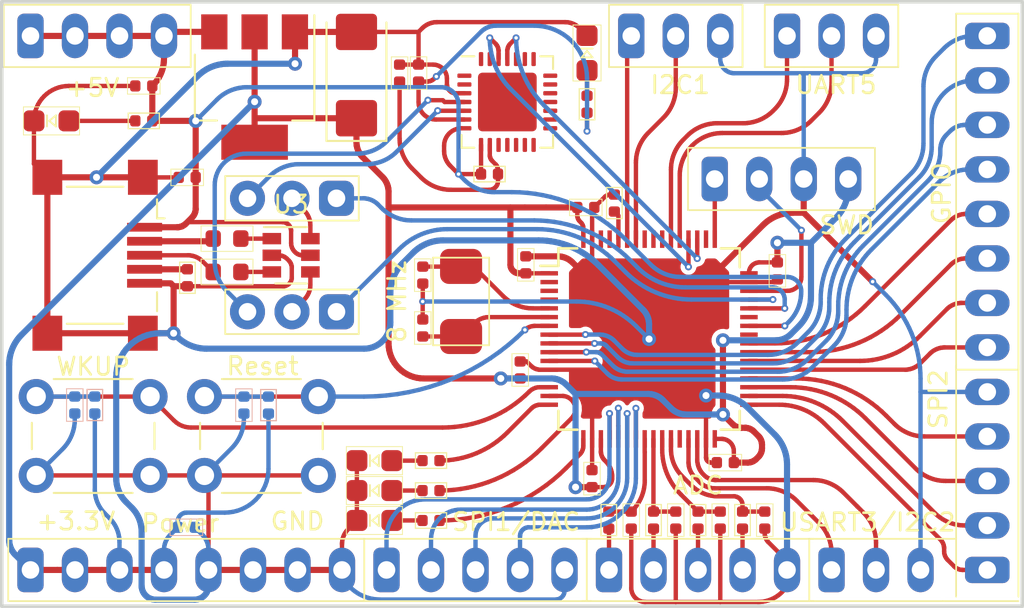
<source format=kicad_pcb>
(kicad_pcb (version 20201002) (generator pcbnew)
  (layers (0 "F.Cu" signal) (31 "B.Cu" signal) (34 "B.Paste" user) (35 "F.Paste" user) (36 "B.SilkS" user "B.Silkscreen") (37 "F.SilkS" user "F.Silkscreen") (38 "B.Mask" user) (39 "F.Mask" user) (44 "Edge.Cuts" user))
  (net 0 "")
  (net 1 "VBUS")
  (net 2 "GND")
  (net 3 "WKUP")
  (net 4 "ADC12_IN9")
  (net 5 "+3V3")
  (net 6 "Net-(C5-Pad1)")
  (net 7 "ADC12_IN8")
  (net 8 "Net-(C8-Pad1)")
  (net 9 "ADC12_IN15")
  (net 10 "Net-(C10-Pad1)")
  (net 11 "ADC12_IN14")
  (net 12 "Net-(C17-Pad1)")
  (net 13 "Net-(D1-Pad2)")
  (net 14 "Net-(D2-Pad2)")
  (net 15 "Net-(D3-Pad2)")
  (net 16 "Net-(D4-Pad2)")
  (net 17 "Net-(D5-Pad2)")
  (net 18 "GPIO8")
  (net 19 "GPIO7")
  (net 20 "GPIO6")
  (net 21 "GPIO5")
  (net 22 "GPIO4")
  (net 23 "GPIO3")
  (net 24 "GPIO2")
  (net 25 "GPIO1")
  (net 26 "Net-(J3-Pad1)")
  (net 27 "Net-(J3-Pad2)")
  (net 28 "Net-(J3-Pad3)")
  (net 29 "Net-(J3-Pad4)")
  (net 30 "Net-(J4-Pad2)")
  (net 31 "Net-(J4-Pad3)")
  (net 32 "Net-(J4-Pad4)")
  (net 33 "SPI1_MOSI")
  (net 34 "SPI1_MISO")
  (net 35 "SPI1_SCK_DAC2")
  (net 36 "SPI1_NSSDAC1")
  (net 37 "SPI2_MOSI")
  (net 38 "SPI2_MISO")
  (net 39 "SPI2_SCK")
  (net 40 "SPI2_NSS")
  (net 41 "SWDIO")
  (net 42 "SWCLK")
  (net 43 "I2C1_SDA")
  (net 44 "I2C1_SCL")
  (net 45 "USART3_TXI2C2_SCL")
  (net 46 "USART3_RX_I2C2_SDA")
  (net 47 "MCU_UART5_RxD")
  (net 48 "MCU_UART5_TxD")
  (net 49 "UART_D-")
  (net 50 "USB_D-")
  (net 51 "MCU_DM")
  (net 52 "MCU_DP")
  (net 53 "USB_D+")
  (net 54 "UART_D+")
  (net 55 "Net-(R7-Pad1)")
  (net 56 "LED1")
  (net 57 "LED2")
  (net 58 "LED3")
  (net 59 "Net-(R15-Pad1)")
  (net 60 "Net-(R16-Pad1)")
  (net 61 "Net-(U2-Pad2)")
  (net 62 "Net-(U2-Pad3)")
  (net 63 "Net-(U2-Pad4)")
  (net 64 "Net-(U2-Pad28)")
  (net 65 "Net-(U2-Pad41)")
  (net 66 "Net-(U2-Pad43)")
  (net 67 "Net-(U2-Pad50)")
  (net 68 "MCU_UART4_TxD")
  (net 69 "MCU_UART4_RxD")
  (net 70 "Net-(U2-Pad55)")
  (net 71 "Net-(U2-Pad56)")
  (net 72 "Net-(U2-Pad57)")
  (net 73 "Net-(U2-Pad61)")
  (net 74 "Net-(U2-Pad62)")
  (net 75 "Net-(U4-Pad1)")
  (net 76 "Net-(U4-Pad2)")
  (net 77 "Net-(U4-Pad10)")
  (net 78 "Net-(U4-Pad11)")
  (net 79 "Net-(U4-Pad12)")
  (net 80 "Net-(U4-Pad13)")
  (net 81 "Net-(U4-Pad14)")
  (net 82 "Net-(U4-Pad15)")
  (net 83 "Net-(U4-Pad16)")
  (net 84 "Net-(U4-Pad17)")
  (net 85 "Net-(U4-Pad18)")
  (net 86 "Net-(U4-Pad19)")
  (net 87 "Net-(U4-Pad20)")
  (net 88 "Net-(U4-Pad21)")
  (net 89 "Net-(U4-Pad22)")
  (net 90 "Net-(U4-Pad23)")
  (net 91 "Net-(U4-Pad24)")
  (net 92 "Net-(U4-Pad27)")
  (net 93 "Net-(U4-Pad28)")
  (net 94 "3V3_UART")
  (module "Caps_SMD:0402" (layer "F.Cu") (at 49.5841 84.2749 180)
    (fp_text reference "C1" hide)
    (fp_text value "100n" hide)
    (pad "1" smd roundrect (at -0.485 0 180) (size 0.59 0.64) (layers "F.Cu" "F.Paste" "F.Mask") (net 1 "VBUS"))
    (pad "2" smd roundrect (at 0.485 0 180) (size 0.59 0.64) (layers "F.Cu" "F.Paste" "F.Mask") (net 2 "GND"))
  )
  (module "Diodes:LED_0603" (layer "F.Cu") (at 41.8371 81.0491)
    (fp_text reference "D1" hide)
    (fp_text value "LED" hide)
    (pad "1" smd roundrect (at -1 0) (size 1.2 1.2) (layers "F.Cu" "F.Paste" "F.Mask") (net 2 "GND"))
    (pad "2" smd roundrect (at 1 0) (size 1.2 1.2) (layers "F.Cu" "F.Paste" "F.Mask") (net 13 "Net-(D1-Pad2)"))
  )
  (module "Connector_USB:USB_Mini-B_Lumberg_2486_01_Horizontal" (layer "F.Cu") (at 44.4533 88.7199 -90)
    (fp_text reference "J4" hide)
    (fp_text value "USB_B_Mini" hide)
    (pad "1" smd rect (at -1.6 -2.7 270) (size 0.5 2) (layers "F.Cu" "F.Paste" "F.Mask") (net 1 "VBUS"))
    (pad "2" smd rect (at -0.8 -2.7 270) (size 0.5 2) (layers "F.Cu" "F.Paste" "F.Mask") (net 30 "Net-(J4-Pad2)"))
    (pad "3" smd rect (at 0 -2.7 270) (size 0.5 2) (layers "F.Cu" "F.Paste" "F.Mask") (net 31 "Net-(J4-Pad3)"))
    (pad "4" smd rect (at 0.8 -2.7 270) (size 0.5 2) (layers "F.Cu" "F.Paste" "F.Mask") (net 32 "Net-(J4-Pad4)"))
    (pad "5" smd rect (at 1.6 -2.7 270) (size 0.5 2) (layers "F.Cu" "F.Paste" "F.Mask") (net 2 "GND"))
    (pad "6" smd rect (at 4.45 -2.6 270) (size 2 1.7) (layers "F.Cu" "F.Paste" "F.Mask") (net 2 "GND"))
    (pad "6" smd rect (at -4.45 2.85 270) (size 2 1.7) (layers "F.Cu" "F.Paste" "F.Mask") (net 2 "GND"))
    (pad "6" smd rect (at 4.45 2.85 270) (size 2 1.7) (layers "F.Cu" "F.Paste" "F.Mask") (net 2 "GND"))
    (pad "6" smd rect (at -4.45 -2.6 270) (size 2 1.7) (layers "F.Cu" "F.Paste" "F.Mask") (net 2 "GND"))
  )
  (module "Resistors:0420" (layer "F.Cu") (at 49.5968 90.0026 90)
    (fp_text reference "R14" hide)
    (fp_text value "100k" hide)
    (pad "1" smd roundrect (at -0.485 0 90) (size 0.59 0.64) (layers "F.Cu" "F.Paste" "F.Mask") (net 2 "GND"))
    (pad "2" smd roundrect (at 0.485 0 90) (size 0.59 0.64) (layers "F.Cu" "F.Paste" "F.Mask") (net 32 "Net-(J4-Pad4)"))
  )
  (module "Resistors:0603" (layer "F.Cu") (at 51.8574 87.7674 180)
    (fp_text reference "R16" hide)
    (fp_text value "20R" hide)
    (pad "1" smd roundrect (at -0.7875 0 180) (size 0.875 0.95) (layers "F.Cu" "F.Paste" "F.Mask") (net 60 "Net-(R16-Pad1)"))
    (pad "2" smd roundrect (at 0.7875 0 180) (size 0.875 0.95) (layers "F.Cu" "F.Paste" "F.Mask") (net 30 "Net-(J4-Pad2)"))
  )
  (module "Conn_2.54:Conn_01x03_2.54mm_Straight" (layer "F.Cu") (at 58.1058 85.4687 180)
    (fp_text reference "J11" hide)
    (fp_text value "USB_DM" hide)
    (pad "1" thru_hole roundrect (at 0 0 180) (size 2 2) (drill 1) (layers *.Cu *.Mask) (net 51 "MCU_DM"))
    (pad "2" thru_hole oval (at 2.54 0 180) (size 2 2) (drill 1) (layers *.Cu *.Mask) (net 50 "USB_D-"))
    (pad "3" thru_hole oval (at 5.08 0 180) (size 2 2) (drill 1) (layers *.Cu *.Mask) (net 49 "UART_D-"))
  )
  (module "Conn_2.54:Conn_01x03_2.54mm_Straight" (layer "F.Cu") (at 58.1058 91.9457 180)
    (fp_text reference "J12" hide)
    (fp_text value "USB_DP" hide)
    (pad "1" thru_hole roundrect (at 0 0 180) (size 2 2) (drill 1) (layers *.Cu *.Mask) (net 52 "MCU_DP"))
    (pad "2" thru_hole oval (at 2.54 0 180) (size 2 2) (drill 1) (layers *.Cu *.Mask) (net 53 "USB_D+"))
    (pad "3" thru_hole oval (at 5.08 0 180) (size 2 2) (drill 1) (layers *.Cu *.Mask) (net 54 "UART_D+"))
  )
  (module "Resistors:0420" (layer "F.Cu") (at 47.1076 81.0491 180)
    (fp_text reference "R8" hide)
    (fp_text value "10k" hide)
    (pad "1" smd roundrect (at -0.485 0 180) (size 0.59 0.64) (layers "F.Cu" "F.Paste" "F.Mask") (net 1 "VBUS"))
    (pad "2" smd roundrect (at 0.485 0 180) (size 0.59 0.64) (layers "F.Cu" "F.Paste" "F.Mask") (net 13 "Net-(D1-Pad2)"))
  )
  (module "Resistors:0603" (layer "F.Cu") (at 51.8574 89.6724 180)
    (fp_text reference "R15" hide)
    (fp_text value "20R" hide)
    (pad "1" smd roundrect (at -0.7875 0 180) (size 0.875 0.95) (layers "F.Cu" "F.Paste" "F.Mask") (net 59 "Net-(R15-Pad1)"))
    (pad "2" smd roundrect (at 0.7875 0 180) (size 0.875 0.95) (layers "F.Cu" "F.Paste" "F.Mask") (net 31 "Net-(J4-Pad3)"))
  )
  (module "Package_TO_SOT_SMD:SOT-223-3_TabPin2" (layer "F.Cu") (at 53.4322 79.1187 -90)
    (fp_text reference "U1" hide)
    (fp_text value "AP1117-33" hide)
    (pad "1" smd rect (at -3.15 -2.3 270) (size 2 1.5) (layers "F.Cu" "F.Paste" "F.Mask") (net 2 "GND"))
    (pad "2" smd rect (at -3.15 0 270) (size 2 1.5) (layers "F.Cu" "F.Paste" "F.Mask") (net 5 "+3V3"))
    (pad "2" smd rect (at 3.15 0 270) (size 2 3.8) (layers "F.Cu" "F.Paste" "F.Mask") (net 5 "+3V3"))
    (pad "3" smd rect (at -3.15 2.3 270) (size 2 1.5) (layers "F.Cu" "F.Paste" "F.Mask") (net 1 "VBUS"))
  )
  (module "Capacitor_Tantalum_SMD:CP_EIA-6032-15_Kemet-U" (layer "F.Cu") (at 59.2455 78.4352 90)
    (fp_text reference "C20" hide)
    (fp_text value "10uF" hide)
    (pad "1" smd roundrect (at -2.4625 0 90) (size 2.075 2.35) (layers "F.Cu" "F.Paste" "F.Mask") (roundrect_rratio 0.1204819277108434) (net 5 "+3V3"))
    (pad "2" smd roundrect (at 2.4625 0 90) (size 2.075 2.35) (layers "F.Cu" "F.Paste" "F.Mask") (roundrect_rratio 0.1204819277108434) (net 2 "GND"))
  )
  (module "Package_DFN_QFN:QFN-28-1EP_5x5mm_P0.5mm_EP3.35x3.35mm" (layer "F.Cu") (at 67.8561 79.9719)
    (fp_text reference "U4" hide)
    (fp_text value "CP2102" hide)
    (pad "1" smd roundrect (at -2.45 -1.5) (size 0.8 0.25) (layers "F.Cu" "F.Paste" "F.Mask") (net 75 "Net-(U4-Pad1)"))
    (pad "2" smd roundrect (at -2.45 -1) (size 0.8 0.25) (layers "F.Cu" "F.Paste" "F.Mask") (net 76 "Net-(U4-Pad2)"))
    (pad "3" smd roundrect (at -2.45 -0.5) (size 0.8 0.25) (layers "F.Cu" "F.Paste" "F.Mask") (net 2 "GND"))
    (pad "4" smd roundrect (at -2.45 0) (size 0.8 0.25) (layers "F.Cu" "F.Paste" "F.Mask") (net 54 "UART_D+"))
    (pad "5" smd roundrect (at -2.45 0.5) (size 0.8 0.25) (layers "F.Cu" "F.Paste" "F.Mask") (net 49 "UART_D-"))
    (pad "6" smd roundrect (at -2.45 1) (size 0.8 0.25) (layers "F.Cu" "F.Paste" "F.Mask") (net 94 "3V3_UART"))
    (pad "7" smd roundrect (at -2.45 1.5) (size 0.8 0.25) (layers "F.Cu" "F.Paste" "F.Mask") (net 1 "VBUS"))
    (pad "8" smd roundrect (at -1.5 2.45) (size 0.25 0.8) (layers "F.Cu" "F.Paste" "F.Mask") (net 1 "VBUS"))
    (pad "9" smd roundrect (at -1 2.45) (size 0.25 0.8) (layers "F.Cu" "F.Paste" "F.Mask") (net 12 "Net-(C17-Pad1)"))
    (pad "10" smd roundrect (at -0.5 2.45) (size 0.25 0.8) (layers "F.Cu" "F.Paste" "F.Mask") (net 77 "Net-(U4-Pad10)"))
    (pad "11" smd roundrect (at 0 2.45) (size 0.25 0.8) (layers "F.Cu" "F.Paste" "F.Mask") (net 78 "Net-(U4-Pad11)"))
    (pad "12" smd roundrect (at 0.5 2.45) (size 0.25 0.8) (layers "F.Cu" "F.Paste" "F.Mask") (net 79 "Net-(U4-Pad12)"))
    (pad "13" smd roundrect (at 1 2.45) (size 0.25 0.8) (layers "F.Cu" "F.Paste" "F.Mask") (net 80 "Net-(U4-Pad13)"))
    (pad "14" smd roundrect (at 1.5 2.45) (size 0.25 0.8) (layers "F.Cu" "F.Paste" "F.Mask") (net 81 "Net-(U4-Pad14)"))
    (pad "15" smd roundrect (at 2.45 1.5) (size 0.8 0.25) (layers "F.Cu" "F.Paste" "F.Mask") (net 82 "Net-(U4-Pad15)"))
    (pad "16" smd roundrect (at 2.45 1) (size 0.8 0.25) (layers "F.Cu" "F.Paste" "F.Mask") (net 83 "Net-(U4-Pad16)"))
    (pad "17" smd roundrect (at 2.45 0.5) (size 0.8 0.25) (layers "F.Cu" "F.Paste" "F.Mask") (net 84 "Net-(U4-Pad17)"))
    (pad "18" smd roundrect (at 2.45 0) (size 0.8 0.25) (layers "F.Cu" "F.Paste" "F.Mask") (net 85 "Net-(U4-Pad18)"))
    (pad "19" smd roundrect (at 2.45 -0.5) (size 0.8 0.25) (layers "F.Cu" "F.Paste" "F.Mask") (net 86 "Net-(U4-Pad19)"))
    (pad "20" smd roundrect (at 2.45 -1) (size 0.8 0.25) (layers "F.Cu" "F.Paste" "F.Mask") (net 87 "Net-(U4-Pad20)"))
    (pad "21" smd roundrect (at 2.45 -1.5) (size 0.8 0.25) (layers "F.Cu" "F.Paste" "F.Mask") (net 88 "Net-(U4-Pad21)"))
    (pad "22" smd roundrect (at 1.5 -2.45) (size 0.25 0.8) (layers "F.Cu" "F.Paste" "F.Mask") (net 89 "Net-(U4-Pad22)"))
    (pad "23" smd roundrect (at 1 -2.45) (size 0.25 0.8) (layers "F.Cu" "F.Paste" "F.Mask") (net 90 "Net-(U4-Pad23)"))
    (pad "24" smd roundrect (at 0.5 -2.45) (size 0.25 0.8) (layers "F.Cu" "F.Paste" "F.Mask") (net 91 "Net-(U4-Pad24)"))
    (pad "25" smd roundrect (at 0 -2.45) (size 0.25 0.8) (layers "F.Cu" "F.Paste" "F.Mask") (net 68 "MCU_UART4_TxD"))
    (pad "26" smd roundrect (at -0.5 -2.45) (size 0.25 0.8) (layers "F.Cu" "F.Paste" "F.Mask") (net 69 "MCU_UART4_RxD"))
    (pad "27" smd roundrect (at -1 -2.45) (size 0.25 0.8) (layers "F.Cu" "F.Paste" "F.Mask") (net 92 "Net-(U4-Pad27)"))
    (pad "28" smd roundrect (at -1.5 -2.45) (size 0.25 0.8) (layers "F.Cu" "F.Paste" "F.Mask") (net 93 "Net-(U4-Pad28)"))
    (pad "29" smd roundrect (at 0 0) (size 3.35 3.35) (layers "F.Cu" "F.Mask") (roundrect_rratio 0.07462686567164178))
  )
  (module "Package_TO_SOT_SMD:SOT-23-6" (layer "F.Cu") (at 55.515 88.7199)
    (fp_text reference "U3" (at 0 -2.9) (layer "F.SilkS"))
    (fp_text value "USBLC6-2SC6" hide)
    (pad "1" smd rect (at -1.1 -0.95) (size 1.06 0.65) (layers "F.Cu" "F.Paste" "F.Mask") (net 60 "Net-(R16-Pad1)"))
    (pad "2" smd rect (at -1.1 0) (size 1.06 0.65) (layers "F.Cu" "F.Paste" "F.Mask") (net 2 "GND"))
    (pad "3" smd rect (at -1.1 0.95) (size 1.06 0.65) (layers "F.Cu" "F.Paste" "F.Mask") (net 59 "Net-(R15-Pad1)"))
    (pad "4" smd rect (at 1.1 0.95) (size 1.06 0.65) (layers "F.Cu" "F.Paste" "F.Mask") (net 53 "USB_D+"))
    (pad "5" smd rect (at 1.1 0) (size 1.06 0.65) (layers "F.Cu" "F.Paste" "F.Mask") (net 1 "VBUS"))
    (pad "6" smd rect (at 1.1 -0.95) (size 1.06 0.65) (layers "F.Cu" "F.Paste" "F.Mask") (net 50 "USB_D-"))
  )
  (module "Conn_2.54:Conn_01x04_2.54mm_Straight" (layer "F.Cu") (at 40.64 76.2)
    (fp_text reference "J13" hide)
    (fp_text value "+5V" (at 3.5433 2.9591) (layer "F.SilkS"))
    (pad "1" thru_hole roundrect (at 0 0) (size 1.5 2.54) (drill 1) (layers *.Cu *.Mask) (net 1 "VBUS"))
    (pad "2" thru_hole oval (at 2.54 0) (size 1.5 2.54) (drill 1) (layers *.Cu *.Mask) (net 1 "VBUS"))
    (pad "3" thru_hole oval (at 5.08 0) (size 1.5 2.54) (drill 1) (layers *.Cu *.Mask) (net 1 "VBUS"))
    (pad "4" thru_hole oval (at 7.62 0) (size 1.5 2.54) (drill 1) (layers *.Cu *.Mask) (net 1 "VBUS"))
  )
  (module "Caps_SMD:0402" (layer "F.Cu") (at 47.10684 79.05496 180)
    (fp_text reference "C19" hide)
    (fp_text value "100n" hide)
    (pad "1" smd roundrect (at -0.485 0 180) (size 0.59 0.64) (layers "F.Cu" "F.Paste" "F.Mask") (net 1 "VBUS"))
    (pad "2" smd roundrect (at 0.485 0 180) (size 0.59 0.64) (layers "F.Cu" "F.Paste" "F.Mask") (net 2 "GND"))
  )
  (module "Diodes:LED_0603" (layer "F.Cu") (at 72.40524 77.17536 -90)
    (fp_text reference "D2" hide)
    (fp_text value "LED" hide)
    (pad "1" smd roundrect (at -1 0 270) (size 1.2 1.2) (layers "F.Cu" "F.Paste" "F.Mask") (net 2 "GND"))
    (pad "2" smd roundrect (at 1 0 270) (size 1.2 1.2) (layers "F.Cu" "F.Paste" "F.Mask") (net 14 "Net-(D2-Pad2)"))
  )
  (module "Caps_SMD:0402" (layer "F.Cu") (at 82.55 103.8352 -90)
    (fp_text reference "C3")
    (fp_text value "100pF" hide)
    (pad "1" smd roundrect (at -0.485 0 270) (size 0.59 0.64) (layers "F.Cu" "F.Paste" "F.Mask") (net 4 "ADC12_IN9"))
    (pad "2" smd roundrect (at 0.485 0 270) (size 0.59 0.64) (layers "F.Cu" "F.Paste" "F.Mask") (net 2 "GND"))
  )
  (module "Caps_SMD:0402" (layer "F.Cu") (at 83.27136 89.6112 -90)
    (fp_text reference "C4" hide)
    (fp_text value "100n" hide)
    (pad "1" smd roundrect (at -0.485 0 270) (size 0.59 0.64) (layers "F.Cu" "F.Paste" "F.Mask") (net 5 "+3V3"))
    (pad "2" smd roundrect (at 0.485 0 270) (size 0.59 0.64) (layers "F.Cu" "F.Paste" "F.Mask") (net 2 "GND"))
  )
  (module "Caps_SMD:0402" (layer "F.Cu") (at 63.0301 89.8525 -90)
    (fp_text reference "C5")
    (fp_text value "27pF" hide)
    (pad "1" smd roundrect (at -0.485 0 270) (size 0.59 0.64) (layers "F.Cu" "F.Paste" "F.Mask") (net 6 "Net-(C5-Pad1)"))
    (pad "2" smd roundrect (at 0.485 0 270) (size 0.59 0.64) (layers "F.Cu" "F.Paste" "F.Mask") (net 2 "GND"))
  )
  (module "Caps_SMD:0402" (layer "F.Cu") (at 80.01 103.8352 -90)
    (fp_text reference "C6" hide)
    (fp_text value "100pF" hide)
    (pad "1" smd roundrect (at -0.485 0 270) (size 0.59 0.64) (layers "F.Cu" "F.Paste" "F.Mask") (net 7 "ADC12_IN8"))
    (pad "2" smd roundrect (at 0.485 0 270) (size 0.59 0.64) (layers "F.Cu" "F.Paste" "F.Mask") (net 2 "GND"))
  )
  (module "Caps_SMD:0402" (layer "F.Cu") (at 72.33412 85.98916)
    (fp_text reference "C7" hide)
    (fp_text value "100n" hide)
    (pad "1" smd roundrect (at -0.485 0) (size 0.59 0.64) (layers "F.Cu" "F.Paste" "F.Mask") (net 5 "+3V3"))
    (pad "2" smd roundrect (at 0.485 0) (size 0.59 0.64) (layers "F.Cu" "F.Paste" "F.Mask") (net 2 "GND"))
  )
  (module "Caps_SMD:0402" (layer "F.Cu") (at 63.0301 92.87002 90)
    (fp_text reference "C8" hide)
    (fp_text value "27pF" hide)
    (pad "1" smd roundrect (at -0.485 0 90) (size 0.59 0.64) (layers "F.Cu" "F.Paste" "F.Mask") (net 8 "Net-(C8-Pad1)"))
    (pad "2" smd roundrect (at 0.485 0 90) (size 0.59 0.64) (layers "F.Cu" "F.Paste" "F.Mask") (net 2 "GND"))
  )
  (module "Caps_SMD:0402" (layer "F.Cu") (at 77.47 103.8352 -90)
    (fp_text reference "C9" hide)
    (fp_text value "100pF" hide)
    (pad "1" smd roundrect (at -0.485 0 270) (size 0.59 0.64) (layers "F.Cu" "F.Paste" "F.Mask") (net 9 "ADC12_IN15"))
    (pad "2" smd roundrect (at 0.485 0 270) (size 0.59 0.64) (layers "F.Cu" "F.Paste" "F.Mask") (net 2 "GND"))
  )
  (module "Caps_SMD:0402" (layer "F.Cu") (at 72.68972 101.46792 90)
    (fp_text reference "C11" hide)
    (fp_text value "100n" hide)
    (pad "1" smd roundrect (at -0.485 0 90) (size 0.59 0.64) (layers "F.Cu" "F.Paste" "F.Mask") (net 5 "+3V3"))
    (pad "2" smd roundrect (at 0.485 0 90) (size 0.59 0.64) (layers "F.Cu" "F.Paste" "F.Mask") (net 2 "GND"))
  )
  (module "Caps_SMD:0402" (layer "F.Cu") (at 74.93 103.8352 -90)
    (fp_text reference "C12" hide)
    (fp_text value "100pF" hide)
    (pad "1" smd roundrect (at -0.485 0 270) (size 0.59 0.64) (layers "F.Cu" "F.Paste" "F.Mask") (net 11 "ADC12_IN14"))
    (pad "2" smd roundrect (at 0.485 0 270) (size 0.59 0.64) (layers "F.Cu" "F.Paste" "F.Mask") (net 2 "GND"))
  )
  (module "Caps_SMD:0402" (layer "F.Cu") (at 68.59016 95.26524 90)
    (fp_text reference "C13" hide)
    (fp_text value "100n" hide)
    (pad "1" smd roundrect (at -0.485 0 90) (size 0.59 0.64) (layers "F.Cu" "F.Paste" "F.Mask") (net 5 "+3V3"))
    (pad "2" smd roundrect (at 0.485 0 90) (size 0.59 0.64) (layers "F.Cu" "F.Paste" "F.Mask") (net 2 "GND"))
  )
  (module "Caps_SMD:0402" (layer "F.Cu") (at 68.9102 89.26576 90)
    (fp_text reference "C14" hide)
    (fp_text value "100n" hide)
    (pad "1" smd roundrect (at -0.485 0 90) (size 0.59 0.64) (layers "F.Cu" "F.Paste" "F.Mask") (net 5 "+3V3"))
    (pad "2" smd roundrect (at 0.485 0 90) (size 0.59 0.64) (layers "F.Cu" "F.Paste" "F.Mask") (net 2 "GND"))
  )
  (module "Caps_SMD:0402" (layer "F.Cu") (at 80.29956 100.55352 180)
    (fp_text reference "C16" hide)
    (fp_text value "" hide)
    (pad "1" smd roundrect (at -0.485 0 180) (size 0.59 0.64) (layers "F.Cu" "F.Paste" "F.Mask") (net 5 "+3V3"))
    (pad "2" smd roundrect (at 0.485 0 180) (size 0.59 0.64) (layers "F.Cu" "F.Paste" "F.Mask") (net 2 "GND"))
  )
  (module "Caps_SMD:0402" (layer "F.Cu") (at 61.70676 78.32344 90)
    (fp_text reference "C17" hide)
    (fp_text value "100n" hide)
    (pad "1" smd roundrect (at -0.485 0 90) (size 0.59 0.64) (layers "F.Cu" "F.Paste" "F.Mask") (net 12 "Net-(C17-Pad1)"))
    (pad "2" smd roundrect (at 0.485 0 90) (size 0.59 0.64) (layers "F.Cu" "F.Paste" "F.Mask") (net 2 "GND"))
  )
  (module "Caps_SMD:0402" (layer "F.Cu") (at 62.7888 78.3209 90)
    (fp_text reference "C18" hide)
    (fp_text value "100n" hide)
    (pad "1" smd roundrect (at -0.485 0 90) (size 0.59 0.64) (layers "F.Cu" "F.Paste" "F.Mask") (net 94 "3V3_UART"))
    (pad "2" smd roundrect (at 0.485 0 90) (size 0.59 0.64) (layers "F.Cu" "F.Paste" "F.Mask") (net 2 "GND"))
  )
  (module "Diodes:LED_0603" (layer "F.Cu") (at 60.26912 100.44176)
    (fp_text reference "D3" hide)
    (fp_text value "LED" hide)
    (pad "1" smd roundrect (at -1 0) (size 1.2 1.2) (layers "F.Cu" "F.Paste" "F.Mask") (net 2 "GND"))
    (pad "2" smd roundrect (at 1 0) (size 1.2 1.2) (layers "F.Cu" "F.Paste" "F.Mask") (net 15 "Net-(D3-Pad2)"))
  )
  (module "Diodes:LED_0603" (layer "F.Cu") (at 60.26912 102.14864)
    (fp_text reference "D4" hide)
    (fp_text value "LED" hide)
    (pad "1" smd roundrect (at -1 0) (size 1.2 1.2) (layers "F.Cu" "F.Paste" "F.Mask") (net 2 "GND"))
    (pad "2" smd roundrect (at 1 0) (size 1.2 1.2) (layers "F.Cu" "F.Paste" "F.Mask") (net 16 "Net-(D4-Pad2)"))
  )
  (module "Diodes:LED_0603" (layer "F.Cu") (at 60.26912 103.85552)
    (fp_text reference "D5" hide)
    (fp_text value "LED" hide)
    (pad "1" smd roundrect (at -1 0) (size 1.2 1.2) (layers "F.Cu" "F.Paste" "F.Mask") (net 2 "GND"))
    (pad "2" smd roundrect (at 1 0) (size 1.2 1.2) (layers "F.Cu" "F.Paste" "F.Mask") (net 17 "Net-(D5-Pad2)"))
  )
  (module "Conn_2.54:Conn_01x08_2.54mm_Straight" (layer "F.Cu") (at 40.64 106.68)
    (fp_text reference "J1" hide)
    (fp_text value "Power" (at 8.55726 -2.66954) (layer "F.SilkS"))
    (pad "1" thru_hole roundrect (at 0 0) (size 1.5 2.54) (drill 1) (layers *.Cu *.Mask) (net 5 "+3V3"))
    (pad "2" thru_hole oval (at 2.54 0) (size 1.5 2.54) (drill 1) (layers *.Cu *.Mask) (net 5 "+3V3"))
    (pad "3" thru_hole oval (at 5.08 0) (size 1.5 2.54) (drill 1) (layers *.Cu *.Mask) (net 5 "+3V3"))
    (pad "4" thru_hole oval (at 7.62 0) (size 1.5 2.54) (drill 1) (layers *.Cu *.Mask) (net 5 "+3V3"))
    (pad "5" thru_hole oval (at 10.16 0) (size 1.5 2.54) (drill 1) (layers *.Cu *.Mask) (net 2 "GND"))
    (pad "6" thru_hole oval (at 12.7 0) (size 1.5 2.54) (drill 1) (layers *.Cu *.Mask) (net 2 "GND"))
    (pad "7" thru_hole oval (at 15.24 0) (size 1.5 2.54) (drill 1) (layers *.Cu *.Mask) (net 2 "GND"))
    (pad "8" thru_hole oval (at 17.78 0) (size 1.5 2.54) (drill 1) (layers *.Cu *.Mask) (net 2 "GND"))
  )
  (module "Conn_2.54:Conn_01x08_2.54mm_Straight" (layer "F.Cu") (at 95.25 76.2 -90)
    (fp_text reference "J2" hide)
    (fp_text value "GPIO" (at 8.9789 2.6035 90) (layer "F.SilkS"))
    (pad "1" thru_hole roundrect (at 0 0 270) (size 1.5 2.54) (drill 1) (layers *.Cu *.Mask) (net 25 "GPIO1"))
    (pad "2" thru_hole oval (at 2.54 0 270) (size 1.5 2.54) (drill 1) (layers *.Cu *.Mask) (net 24 "GPIO2"))
    (pad "3" thru_hole oval (at 5.08 0 270) (size 1.5 2.54) (drill 1) (layers *.Cu *.Mask) (net 23 "GPIO3"))
    (pad "4" thru_hole oval (at 7.62 0 270) (size 1.5 2.54) (drill 1) (layers *.Cu *.Mask) (net 22 "GPIO4"))
    (pad "5" thru_hole oval (at 10.16 0 270) (size 1.5 2.54) (drill 1) (layers *.Cu *.Mask) (net 21 "GPIO5"))
    (pad "6" thru_hole oval (at 12.7 0 270) (size 1.5 2.54) (drill 1) (layers *.Cu *.Mask) (net 20 "GPIO6"))
    (pad "7" thru_hole oval (at 15.24 0 270) (size 1.5 2.54) (drill 1) (layers *.Cu *.Mask) (net 19 "GPIO7"))
    (pad "8" thru_hole oval (at 17.78 0 270) (size 1.5 2.54) (drill 1) (layers *.Cu *.Mask) (net 18 "GPIO8"))
  )
  (module "Conn_2.54:Conn_01x05_2.54mm_Straight" (layer "F.Cu") (at 73.66 106.68)
    (fp_text reference "J3" hide)
    (fp_text value "ADC" (at 5.08 -4.826) (layer "F.SilkS"))
    (pad "1" thru_hole roundrect (at 0 0) (size 1.5 2.54) (drill 1) (layers *.Cu *.Mask) (net 26 "Net-(J3-Pad1)"))
    (pad "2" thru_hole oval (at 2.54 0) (size 1.5 2.54) (drill 1) (layers *.Cu *.Mask) (net 27 "Net-(J3-Pad2)"))
    (pad "3" thru_hole oval (at 5.08 0) (size 1.5 2.54) (drill 1) (layers *.Cu *.Mask) (net 28 "Net-(J3-Pad3)"))
    (pad "4" thru_hole oval (at 7.62 0) (size 1.5 2.54) (drill 1) (layers *.Cu *.Mask) (net 29 "Net-(J3-Pad4)"))
    (pad "5" thru_hole oval (at 10.16 0) (size 1.5 2.54) (drill 1) (layers *.Cu *.Mask) (net 2 "GND"))
  )
  (module "Conn_2.54:Conn_01x05_2.54mm_Straight" (layer "F.Cu") (at 60.96 106.68)
    (fp_text reference "J5" hide)
    (fp_text value "SPI1/DAC" (at 7.39902 -2.74574) (layer "F.SilkS"))
    (pad "1" thru_hole roundrect (at 0 0) (size 1.5 2.54) (drill 1) (layers *.Cu *.Mask) (net 36 "SPI1_NSSDAC1"))
    (pad "2" thru_hole oval (at 2.54 0) (size 1.5 2.54) (drill 1) (layers *.Cu *.Mask) (net 35 "SPI1_SCK_DAC2"))
    (pad "3" thru_hole oval (at 5.08 0) (size 1.5 2.54) (drill 1) (layers *.Cu *.Mask) (net 34 "SPI1_MISO"))
    (pad "4" thru_hole oval (at 7.62 0) (size 1.5 2.54) (drill 1) (layers *.Cu *.Mask) (net 33 "SPI1_MOSI"))
    (pad "5" thru_hole oval (at 10.16 0) (size 1.5 2.54) (drill 1) (layers *.Cu *.Mask) (net 2 "GND"))
  )
  (module "Conn_2.54:Conn_01x05_2.54mm_Straight" (layer "F.Cu") (at 95.25 106.68 90)
    (fp_text reference "J6" hide)
    (fp_text value "SPI2" (at 9.7409 -2.79908 90) (layer "F.SilkS"))
    (pad "1" thru_hole roundrect (at 0 0 90) (size 1.5 2.54) (drill 1) (layers *.Cu *.Mask) (net 40 "SPI2_NSS"))
    (pad "2" thru_hole oval (at 2.54 0 90) (size 1.5 2.54) (drill 1) (layers *.Cu *.Mask) (net 39 "SPI2_SCK"))
    (pad "3" thru_hole oval (at 5.08 0 90) (size 1.5 2.54) (drill 1) (layers *.Cu *.Mask) (net 38 "SPI2_MISO"))
    (pad "4" thru_hole oval (at 7.62 0 90) (size 1.5 2.54) (drill 1) (layers *.Cu *.Mask) (net 37 "SPI2_MOSI"))
    (pad "5" thru_hole oval (at 10.16 0 90) (size 1.5 2.54) (drill 1) (layers *.Cu *.Mask) (net 2 "GND"))
  )
  (module "Conn_2.54:Conn_01x04_2.54mm_Straight" (layer "F.Cu") (at 79.6925 84.3661)
    (fp_text reference "J7" hide)
    (fp_text value "SWD" (at 7.53872 2.63144) (layer "F.SilkS"))
    (pad "1" thru_hole roundrect (at 0 0) (size 1.5 2.54) (drill 1) (layers *.Cu *.Mask) (net 42 "SWCLK"))
    (pad "2" thru_hole oval (at 2.54 0) (size 1.5 2.54) (drill 1) (layers *.Cu *.Mask) (net 41 "SWDIO"))
    (pad "3" thru_hole oval (at 5.08 0) (size 1.5 2.54) (drill 1) (layers *.Cu *.Mask) (net 2 "GND"))
    (pad "4" thru_hole oval (at 7.62 0) (size 1.5 2.54) (drill 1) (layers *.Cu *.Mask) (net 5 "+3V3"))
  )
  (module "Conn_2.54:Conn_01x03_2.54mm_Straight" (layer "F.Cu") (at 74.93 76.2)
    (fp_text reference "J8" hide)
    (fp_text value "I2C1" (at 2.794 2.794) (layer "F.SilkS"))
    (pad "1" thru_hole roundrect (at 0 0) (size 1.5 2.54) (drill 1) (layers *.Cu *.Mask) (net 43 "I2C1_SDA"))
    (pad "2" thru_hole oval (at 2.54 0) (size 1.5 2.54) (drill 1) (layers *.Cu *.Mask) (net 44 "I2C1_SCL"))
    (pad "3" thru_hole oval (at 5.08 0) (size 1.5 2.54) (drill 1) (layers *.Cu *.Mask) (net 2 "GND"))
  )
  (module "Conn_2.54:Conn_01x03_2.54mm_Straight" (layer "F.Cu") (at 86.36 106.68)
    (fp_text reference "J9" hide)
    (fp_text value "USART3/I2C2" (at 2.05994 -2.72288) (layer "F.SilkS"))
    (pad "1" thru_hole roundrect (at 0 0) (size 1.5 2.54) (drill 1) (layers *.Cu *.Mask) (net 45 "USART3_TXI2C2_SCL"))
    (pad "2" thru_hole oval (at 2.54 0) (size 1.5 2.54) (drill 1) (layers *.Cu *.Mask) (net 46 "USART3_RX_I2C2_SDA"))
    (pad "3" thru_hole oval (at 5.08 0) (size 1.5 2.54) (drill 1) (layers *.Cu *.Mask) (net 2 "GND"))
  )
  (module "Conn_2.54:Conn_01x03_2.54mm_Straight" (layer "F.Cu") (at 83.82 76.2)
    (fp_text reference "J10" hide)
    (fp_text value "UART5" (at 2.794 2.794) (layer "F.SilkS"))
    (pad "1" thru_hole roundrect (at 0 0) (size 1.5 2.54) (drill 1) (layers *.Cu *.Mask) (net 47 "MCU_UART5_RxD"))
    (pad "2" thru_hole oval (at 2.54 0) (size 1.5 2.54) (drill 1) (layers *.Cu *.Mask) (net 48 "MCU_UART5_TxD"))
    (pad "3" thru_hole oval (at 5.08 0) (size 1.5 2.54) (drill 1) (layers *.Cu *.Mask) (net 2 "GND"))
  )
  (module "Resistors:0420" (layer "F.Cu") (at 73.6473 103.8352 -90)
    (fp_text reference "R1" hide)
    (fp_text value "100k" hide)
    (pad "1" smd roundrect (at -0.485 0 270) (size 0.59 0.64) (layers "F.Cu" "F.Paste" "F.Mask") (net 11 "ADC12_IN14"))
    (pad "2" smd roundrect (at 0.485 0 270) (size 0.59 0.64) (layers "F.Cu" "F.Paste" "F.Mask") (net 26 "Net-(J3-Pad1)"))
  )
  (module "Resistors:0420" (layer "F.Cu") (at 76.2 103.8352 -90)
    (fp_text reference "R2" hide)
    (fp_text value "100k" hide)
    (pad "1" smd roundrect (at -0.485 0 270) (size 0.59 0.64) (layers "F.Cu" "F.Paste" "F.Mask") (net 9 "ADC12_IN15"))
    (pad "2" smd roundrect (at 0.485 0 270) (size 0.59 0.64) (layers "F.Cu" "F.Paste" "F.Mask") (net 27 "Net-(J3-Pad2)"))
  )
  (module "Resistors:0420" (layer "F.Cu") (at 78.74 103.8352 -90)
    (fp_text reference "R3" hide)
    (fp_text value "100k" hide)
    (pad "1" smd roundrect (at -0.485 0 270) (size 0.59 0.64) (layers "F.Cu" "F.Paste" "F.Mask") (net 7 "ADC12_IN8"))
    (pad "2" smd roundrect (at 0.485 0 270) (size 0.59 0.64) (layers "F.Cu" "F.Paste" "F.Mask") (net 28 "Net-(J3-Pad3)"))
  )
  (module "Resistors:0420" (layer "F.Cu") (at 81.28 103.8352 -90)
    (fp_text reference "R4" hide)
    (fp_text value "100k" hide)
    (pad "1" smd roundrect (at -0.485 0 270) (size 0.59 0.64) (layers "F.Cu" "F.Paste" "F.Mask") (net 4 "ADC12_IN9"))
    (pad "2" smd roundrect (at 0.485 0 270) (size 0.59 0.64) (layers "F.Cu" "F.Paste" "F.Mask") (net 29 "Net-(J3-Pad4)"))
  )
  (module "Resistors:0420" (layer "F.Cu") (at 73.9648 85.74024 90)
    (fp_text reference "R7" hide)
    (fp_text value "10k" hide)
    (pad "1" smd roundrect (at -0.485 0 90) (size 0.59 0.64) (layers "F.Cu" "F.Paste" "F.Mask") (net 55 "Net-(R7-Pad1)"))
    (pad "2" smd roundrect (at 0.485 0 90) (size 0.59 0.64) (layers "F.Cu" "F.Paste" "F.Mask") (net 2 "GND"))
  )
  (module "Resistors:0420" (layer "F.Cu") (at 72.40524 80.10144 90)
    (fp_text reference "R9" hide)
    (fp_text value "10k" hide)
    (pad "1" smd roundrect (at -0.485 0 90) (size 0.59 0.64) (layers "F.Cu" "F.Paste" "F.Mask") (net 94 "3V3_UART"))
    (pad "2" smd roundrect (at 0.485 0 90) (size 0.59 0.64) (layers "F.Cu" "F.Paste" "F.Mask") (net 14 "Net-(D2-Pad2)"))
  )
  (module "Resistors:0420" (layer "F.Cu") (at 63.5 100.43922 180)
    (fp_text reference "R10" hide)
    (fp_text value "10k" hide)
    (pad "1" smd roundrect (at -0.485 0 180) (size 0.59 0.64) (layers "F.Cu" "F.Paste" "F.Mask") (net 56 "LED1"))
    (pad "2" smd roundrect (at 0.485 0 180) (size 0.59 0.64) (layers "F.Cu" "F.Paste" "F.Mask") (net 15 "Net-(D3-Pad2)"))
  )
  (module "Resistors:0420" (layer "F.Cu") (at 63.5 102.14864 180)
    (fp_text reference "R11" hide)
    (fp_text value "10k" hide)
    (pad "1" smd roundrect (at -0.485 0 180) (size 0.59 0.64) (layers "F.Cu" "F.Paste" "F.Mask") (net 57 "LED2"))
    (pad "2" smd roundrect (at 0.485 0 180) (size 0.59 0.64) (layers "F.Cu" "F.Paste" "F.Mask") (net 16 "Net-(D4-Pad2)"))
  )
  (module "Resistors:0420" (layer "F.Cu") (at 63.5 103.85806 180)
    (fp_text reference "R12" hide)
    (fp_text value "10k" hide)
    (pad "1" smd roundrect (at -0.485 0 180) (size 0.59 0.64) (layers "F.Cu" "F.Paste" "F.Mask") (net 58 "LED3"))
    (pad "2" smd roundrect (at 0.485 0 180) (size 0.59 0.64) (layers "F.Cu" "F.Paste" "F.Mask") (net 17 "Net-(D5-Pad2)"))
  )
  (module "Resistors:0420" (layer "F.Cu") (at 66.8401 84.0867)
    (fp_text reference "R13" hide)
    (fp_text value "40k" hide)
    (pad "1" smd roundrect (at -0.485 0) (size 0.59 0.64) (layers "F.Cu" "F.Paste" "F.Mask") (net 1 "VBUS"))
    (pad "2" smd roundrect (at 0.485 0) (size 0.59 0.64) (layers "F.Cu" "F.Paste" "F.Mask") (net 12 "Net-(C17-Pad1)"))
  )
  (module "Button_Switch_THT:SW_PUSH_6mm_H4.3mm" (layer "F.Cu") (at 47.46752 101.28504 180)
    (fp_text reference "SW1" hide)
    (fp_text value "WKUP" (at 3.24358 6.21538 180) (layer "F.SilkS"))
    (pad "1" thru_hole circle (at 6.5 0 270) (size 2 2) (drill 1.1) (layers *.Cu *.Mask) (net 2 "GND"))
    (pad "1" thru_hole circle (at 0 0 270) (size 2 2) (drill 1.1) (layers *.Cu *.Mask) (net 2 "GND"))
    (pad "2" thru_hole circle (at 6.5 4.5 270) (size 2 2) (drill 1.1) (layers *.Cu *.Mask) (net 3 "WKUP"))
    (pad "2" thru_hole circle (at 0 4.5 270) (size 2 2) (drill 1.1) (layers *.Cu *.Mask) (net 3 "WKUP"))
  )
  (module "Button_Switch_THT:SW_PUSH_6mm_H4.3mm" (layer "F.Cu") (at 57.06872 101.28504 180)
    (fp_text reference "SW2" hide)
    (fp_text value "Reset" (at 3.18516 6.24078 180) (layer "F.SilkS"))
    (pad "1" thru_hole circle (at 0 0 270) (size 2 2) (drill 1.1) (layers *.Cu *.Mask) (net 2 "GND"))
    (pad "1" thru_hole circle (at 6.5 0 270) (size 2 2) (drill 1.1) (layers *.Cu *.Mask) (net 2 "GND"))
    (pad "2" thru_hole circle (at 6.5 4.5 270) (size 2 2) (drill 1.1) (layers *.Cu *.Mask) (net 10 "Net-(C10-Pad1)"))
    (pad "2" thru_hole circle (at 0 4.5 270) (size 2 2) (drill 1.1) (layers *.Cu *.Mask) (net 10 "Net-(C10-Pad1)"))
  )
  (module "Package_QFP:LQFP-64_10x10mm_P0.5mm" (layer "F.Cu") (at 75.946 93.5)
    (fp_text reference "U2" hide)
    (fp_text value "STM32F105RBTx" hide)
    (pad "1" smd rect (at -5.7 -3.75) (size 1 0.25) (layers "F.Cu" "F.Paste" "F.Mask") (net 5 "+3V3"))
    (pad "2" smd rect (at -5.7 -3.25) (size 1 0.25) (layers "F.Cu" "F.Paste" "F.Mask") (net 61 "Net-(U2-Pad2)"))
    (pad "3" smd rect (at -5.7 -2.75) (size 1 0.25) (layers "F.Cu" "F.Paste" "F.Mask") (net 62 "Net-(U2-Pad3)"))
    (pad "4" smd rect (at -5.7 -2.25) (size 1 0.25) (layers "F.Cu" "F.Paste" "F.Mask") (net 63 "Net-(U2-Pad4)"))
    (pad "5" smd rect (at -5.7 -1.75) (size 1 0.25) (layers "F.Cu" "F.Paste" "F.Mask") (net 6 "Net-(C5-Pad1)"))
    (pad "6" smd rect (at -5.7 -1.25) (size 1 0.25) (layers "F.Cu" "F.Paste" "F.Mask") (net 8 "Net-(C8-Pad1)"))
    (pad "7" smd rect (at -5.7 -0.75) (size 1 0.25) (layers "F.Cu" "F.Paste" "F.Mask") (net 10 "Net-(C10-Pad1)"))
    (pad "8" smd rect (at -5.7 -0.25) (size 1 0.25) (layers "F.Cu" "F.Paste" "F.Mask") (net 25 "GPIO1"))
    (pad "9" smd rect (at -5.7 0.25) (size 1 0.25) (layers "F.Cu" "F.Paste" "F.Mask") (net 24 "GPIO2"))
    (pad "10" smd rect (at -5.7 0.75) (size 1 0.25) (layers "F.Cu" "F.Paste" "F.Mask") (net 23 "GPIO3"))
    (pad "11" smd rect (at -5.7 1.25) (size 1 0.25) (layers "F.Cu" "F.Paste" "F.Mask") (net 22 "GPIO4"))
    (pad "12" smd rect (at -5.7 1.75) (size 1 0.25) (layers "F.Cu" "F.Paste" "F.Mask") (net 2 "GND"))
    (pad "13" smd rect (at -5.7 2.25) (size 1 0.25) (layers "F.Cu" "F.Paste" "F.Mask") (net 5 "+3V3"))
    (pad "14" smd rect (at -5.7 2.75) (size 1 0.25) (layers "F.Cu" "F.Paste" "F.Mask") (net 3 "WKUP"))
    (pad "15" smd rect (at -5.7 3.25) (size 1 0.25) (layers "F.Cu" "F.Paste" "F.Mask") (net 57 "LED2"))
    (pad "16" smd rect (at -5.7 3.75) (size 1 0.25) (layers "F.Cu" "F.Paste" "F.Mask") (net 56 "LED1"))
    (pad "17" smd rect (at -3.75 5.7 90) (size 1 0.25) (layers "F.Cu" "F.Paste" "F.Mask") (net 58 "LED3"))
    (pad "18" smd rect (at -3.25 5.7 90) (size 1 0.25) (layers "F.Cu" "F.Paste" "F.Mask") (net 2 "GND"))
    (pad "19" smd rect (at -2.75 5.7 90) (size 1 0.25) (layers "F.Cu" "F.Paste" "F.Mask") (net 5 "+3V3"))
    (pad "20" smd rect (at -2.25 5.7 90) (size 1 0.25) (layers "F.Cu" "F.Paste" "F.Mask") (net 36 "SPI1_NSSDAC1"))
    (pad "21" smd rect (at -1.75 5.7 90) (size 1 0.25) (layers "F.Cu" "F.Paste" "F.Mask") (net 35 "SPI1_SCK_DAC2"))
    (pad "22" smd rect (at -1.25 5.7 90) (size 1 0.25) (layers "F.Cu" "F.Paste" "F.Mask") (net 34 "SPI1_MISO"))
    (pad "23" smd rect (at -0.75 5.7 90) (size 1 0.25) (layers "F.Cu" "F.Paste" "F.Mask") (net 33 "SPI1_MOSI"))
    (pad "24" smd rect (at -0.25 5.7 90) (size 1 0.25) (layers "F.Cu" "F.Paste" "F.Mask") (net 11 "ADC12_IN14"))
    (pad "25" smd rect (at 0.25 5.7 90) (size 1 0.25) (layers "F.Cu" "F.Paste" "F.Mask") (net 9 "ADC12_IN15"))
    (pad "26" smd rect (at 0.75 5.7 90) (size 1 0.25) (layers "F.Cu" "F.Paste" "F.Mask") (net 7 "ADC12_IN8"))
    (pad "27" smd rect (at 1.25 5.7 90) (size 1 0.25) (layers "F.Cu" "F.Paste" "F.Mask") (net 4 "ADC12_IN9"))
    (pad "28" smd rect (at 1.75 5.7 90) (size 1 0.25) (layers "F.Cu" "F.Paste" "F.Mask") (net 64 "Net-(U2-Pad28)"))
    (pad "29" smd rect (at 2.25 5.7 90) (size 1 0.25) (layers "F.Cu" "F.Paste" "F.Mask") (net 45 "USART3_TXI2C2_SCL"))
    (pad "30" smd rect (at 2.75 5.7 90) (size 1 0.25) (layers "F.Cu" "F.Paste" "F.Mask") (net 46 "USART3_RX_I2C2_SDA"))
    (pad "31" smd rect (at 3.25 5.7 90) (size 1 0.25) (layers "F.Cu" "F.Paste" "F.Mask") (net 2 "GND"))
    (pad "32" smd rect (at 3.75 5.7 90) (size 1 0.25) (layers "F.Cu" "F.Paste" "F.Mask") (net 5 "+3V3"))
    (pad "33" smd rect (at 5.7 3.75) (size 1 0.25) (layers "F.Cu" "F.Paste" "F.Mask") (net 40 "SPI2_NSS"))
    (pad "34" smd rect (at 5.7 3.25) (size 1 0.25) (layers "F.Cu" "F.Paste" "F.Mask") (net 39 "SPI2_SCK"))
    (pad "35" smd rect (at 5.7 2.75) (size 1 0.25) (layers "F.Cu" "F.Paste" "F.Mask") (net 38 "SPI2_MISO"))
    (pad "36" smd rect (at 5.7 2.25) (size 1 0.25) (layers "F.Cu" "F.Paste" "F.Mask") (net 37 "SPI2_MOSI"))
    (pad "37" smd rect (at 5.7 1.75) (size 1 0.25) (layers "F.Cu" "F.Paste" "F.Mask") (net 18 "GPIO8"))
    (pad "38" smd rect (at 5.7 1.25) (size 1 0.25) (layers "F.Cu" "F.Paste" "F.Mask") (net 19 "GPIO7"))
    (pad "39" smd rect (at 5.7 0.75) (size 1 0.25) (layers "F.Cu" "F.Paste" "F.Mask") (net 20 "GPIO6"))
    (pad "40" smd rect (at 5.7 0.25) (size 1 0.25) (layers "F.Cu" "F.Paste" "F.Mask") (net 21 "GPIO5"))
    (pad "41" smd rect (at 5.7 -0.25) (size 1 0.25) (layers "F.Cu" "F.Paste" "F.Mask") (net 65 "Net-(U2-Pad41)"))
    (pad "42" smd rect (at 5.7 -0.75) (size 1 0.25) (layers "F.Cu" "F.Paste" "F.Mask") (net 1 "VBUS"))
    (pad "43" smd rect (at 5.7 -1.25) (size 1 0.25) (layers "F.Cu" "F.Paste" "F.Mask") (net 66 "Net-(U2-Pad43)"))
    (pad "44" smd rect (at 5.7 -1.75) (size 1 0.25) (layers "F.Cu" "F.Paste" "F.Mask") (net 51 "MCU_DM"))
    (pad "45" smd rect (at 5.7 -2.25) (size 1 0.25) (layers "F.Cu" "F.Paste" "F.Mask") (net 52 "MCU_DP"))
    (pad "46" smd rect (at 5.7 -2.75) (size 1 0.25) (layers "F.Cu" "F.Paste" "F.Mask") (net 41 "SWDIO"))
    (pad "47" smd rect (at 5.7 -3.25) (size 1 0.25) (layers "F.Cu" "F.Paste" "F.Mask") (net 2 "GND"))
    (pad "48" smd rect (at 5.7 -3.75) (size 1 0.25) (layers "F.Cu" "F.Paste" "F.Mask") (net 5 "+3V3"))
    (pad "49" smd rect (at 3.75 -5.7 90) (size 1 0.25) (layers "F.Cu" "F.Paste" "F.Mask") (net 42 "SWCLK"))
    (pad "50" smd rect (at 3.25 -5.7 90) (size 1 0.25) (layers "F.Cu" "F.Paste" "F.Mask") (net 67 "Net-(U2-Pad50)"))
    (pad "51" smd rect (at 2.75 -5.7 90) (size 1 0.25) (layers "F.Cu" "F.Paste" "F.Mask") (net 68 "MCU_UART4_TxD"))
    (pad "52" smd rect (at 2.25 -5.7 90) (size 1 0.25) (layers "F.Cu" "F.Paste" "F.Mask") (net 69 "MCU_UART4_RxD"))
    (pad "53" smd rect (at 1.75 -5.7 90) (size 1 0.25) (layers "F.Cu" "F.Paste" "F.Mask") (net 48 "MCU_UART5_TxD"))
    (pad "54" smd rect (at 1.25 -5.7 90) (size 1 0.25) (layers "F.Cu" "F.Paste" "F.Mask") (net 47 "MCU_UART5_RxD"))
    (pad "55" smd rect (at 0.75 -5.7 90) (size 1 0.25) (layers "F.Cu" "F.Paste" "F.Mask") (net 70 "Net-(U2-Pad55)"))
    (pad "56" smd rect (at 0.25 -5.7 90) (size 1 0.25) (layers "F.Cu" "F.Paste" "F.Mask") (net 71 "Net-(U2-Pad56)"))
    (pad "57" smd rect (at -0.25 -5.7 90) (size 1 0.25) (layers "F.Cu" "F.Paste" "F.Mask") (net 72 "Net-(U2-Pad57)"))
    (pad "58" smd rect (at -0.75 -5.7 90) (size 1 0.25) (layers "F.Cu" "F.Paste" "F.Mask") (net 44 "I2C1_SCL"))
    (pad "59" smd rect (at -1.25 -5.7 90) (size 1 0.25) (layers "F.Cu" "F.Paste" "F.Mask") (net 43 "I2C1_SDA"))
    (pad "60" smd rect (at -1.75 -5.7 90) (size 1 0.25) (layers "F.Cu" "F.Paste" "F.Mask") (net 55 "Net-(R7-Pad1)"))
    (pad "61" smd rect (at -2.25 -5.7 90) (size 1 0.25) (layers "F.Cu" "F.Paste" "F.Mask") (net 73 "Net-(U2-Pad61)"))
    (pad "62" smd rect (at -2.75 -5.7 90) (size 1 0.25) (layers "F.Cu" "F.Paste" "F.Mask") (net 74 "Net-(U2-Pad62)"))
    (pad "63" smd rect (at -3.25 -5.7 90) (size 1 0.25) (layers "F.Cu" "F.Paste" "F.Mask") (net 2 "GND"))
    (pad "64" smd rect (at -3.75 -5.7 90) (size 1 0.25) (layers "F.Cu" "F.Paste" "F.Mask") (net 5 "+3V3"))
  )
  (module "Crystals:NX5032GA" (layer "F.Cu") (at 65.21704 91.35618 -90)
    (fp_text reference "Y1" hide)
    (fp_text value "8 MHz" (at -0.00254 3.6576 -90) (layer "F.SilkS"))
    (pad "1" smd roundrect (at -2 0 270) (size 2 2.4) (layers "F.Cu" "F.Paste" "F.Mask") (net 6 "Net-(C5-Pad1)"))
    (pad "2" smd roundrect (at 2 0 270) (size 2 2.4) (layers "F.Cu" "F.Paste" "F.Mask") (net 8 "Net-(C8-Pad1)"))
  )
  (module "Caps_SMD:0402" (layer "B.Cu") (at 43.16984 97.26676 -90)
    (fp_text reference "C2" hide)
    (fp_text value "100n" hide)
    (pad "1" smd roundrect (at -0.485 0 270) (size 0.59 0.64) (layers "B.Cu" "B.Paste" "B.Mask") (net 3 "WKUP"))
    (pad "2" smd roundrect (at 0.485 0 270) (size 0.59 0.64) (layers "B.Cu" "B.Paste" "B.Mask") (net 2 "GND"))
  )
  (module "Caps_SMD:0402" (layer "B.Cu") (at 52.82184 97.27184 -90)
    (fp_text reference "C10" hide)
    (fp_text value "100n" hide)
    (pad "1" smd roundrect (at -0.485 0 270) (size 0.59 0.64) (layers "B.Cu" "B.Paste" "B.Mask") (net 10 "Net-(C10-Pad1)"))
    (pad "2" smd roundrect (at 0.485 0 270) (size 0.59 0.64) (layers "B.Cu" "B.Paste" "B.Mask") (net 2 "GND"))
  )
  (module "Caps_SMD:0402" (layer "B.Cu") (at 49.53508 104.24668)
    (fp_text reference "C15" hide)
    (fp_text value "100n" hide)
    (pad "1" smd roundrect (at -0.485 0) (size 0.59 0.64) (layers "B.Cu" "B.Paste" "B.Mask") (net 5 "+3V3"))
    (pad "2" smd roundrect (at 0.485 0) (size 0.59 0.64) (layers "B.Cu" "B.Paste" "B.Mask") (net 2 "GND"))
  )
  (module "Resistors:0420" (layer "B.Cu") (at 44.31284 97.26676 90)
    (fp_text reference "R5" hide)
    (fp_text value "40k" hide)
    (pad "1" smd roundrect (at -0.485 0 90) (size 0.59 0.64) (layers "B.Cu" "B.Paste" "B.Mask") (net 5 "+3V3"))
    (pad "2" smd roundrect (at 0.485 0 90) (size 0.59 0.64) (layers "B.Cu" "B.Paste" "B.Mask") (net 3 "WKUP"))
  )
  (module "Resistors:0420" (layer "B.Cu") (at 54.22392 97.27184 90)
    (fp_text reference "R6" hide)
    (fp_text value "40k" hide)
    (pad "1" smd roundrect (at -0.485 0 90) (size 0.59 0.64) (layers "B.Cu" "B.Paste" "B.Mask") (net 5 "+3V3"))
    (pad "2" smd roundrect (at 0.485 0 90) (size 0.59 0.64) (layers "B.Cu" "B.Paste" "B.Mask") (net 10 "Net-(C10-Pad1)"))
  )
  (gr_line (start 92.71 108.458) (end 97.028 108.458) (layer "F.SilkS") (width 0.1))
  (gr_line (start 72.39 104.902) (end 72.39 108.458) (layer "F.SilkS") (width 0.1))
  (gr_line (start 85.09 104.902) (end 85.09 108.458) (layer "F.SilkS") (width 0.1))
  (gr_line (start 82.55 77.978) (end 82.55 74.422) (layer "F.SilkS") (width 0.1))
  (gr_line (start 92.71 104.902) (end 93.472 104.902) (layer "F.SilkS") (width 0.1))
  (gr_line (start 39.37 108.458) (end 39.37 104.902) (layer "F.SilkS") (width 0.1))
  (gr_line (start 90.17 77.978) (end 90.17 74.422) (layer "F.SilkS") (width 0.1))
  (gr_line (start 49.784 77.978) (end 49.784 74.422) (layer "F.SilkS") (width 0.1))
  (gr_line (start 39.116 77.978) (end 39.116 74.422) (layer "F.SilkS") (width 0.1))
  (gr_line (start 81.28 77.978) (end 81.28 74.422) (layer "F.SilkS") (width 0.1))
  (gr_line (start 73.66 77.978) (end 73.66 74.422) (layer "F.SilkS") (width 0.1))
  (gr_line (start 93.472 74.93) (end 97.028 74.93) (layer "F.SilkS") (width 0.1))
  (gr_line (start 59.69 104.902) (end 59.69 108.458) (layer "F.SilkS") (width 0.1))
  (gr_line (start 93.472 95.25) (end 97.028 95.25) (layer "F.SilkS") (width 0.1))
  (gr_line (start 39 74.25) (end 39 108.75) (layer "Edge.Cuts") (width 0.2))
  (gr_line (start 39 108.75) (end 97.25 108.75) (layer "Edge.Cuts") (width 0.2))
  (gr_line (start 97.25 74.25) (end 39 74.25) (layer "Edge.Cuts") (width 0.2))
  (gr_line (start 97.25 108.75) (end 97.25 74.25) (layer "Edge.Cuts") (width 0.2))
  (gr_text "+3.3V" (at 43.2308 103.8987) (layer "F.SilkS") (effects (font (size 1 1))))
  (gr_text "GND" (at 55.88 103.8987) (layer "F.SilkS") (effects (font (size 1 1))))
  (segment (start 47.5926 81.0491) (end 50.0691 81.0491) (width 0.35) (layer "F.Cu") (net 1))
  (segment (start 50.0691 81.0491) (end 50.0691 84.2749) (width 0.35) (layer "F.Cu") (net 1))
  (segment (start 65.051669 81.491114) (end 64.956475 81.514959) (width 0.25) (layer "F.Cu") (net 1))
  (segment (start 64.282934 83.054503) (end 64.298736 83.111604) (width 0.25) (layer "F.Cu") (net 1))
  (segment (start 55.368553 86.974046) (end 55.332196 86.941094) (width 0.25) (layer "F.Cu") (net 1))
  (segment (start 50.013967 86.332463) (end 50.026761 86.299296) (width 0.35) (layer "F.Cu") (net 1))
  (segment (start 48.003438 78.511047) (end 48.051387 78.415788) (width 0.35) (layer "F.Cu") (net 1))
  (segment (start 55.522839 88.119771) (end 55.528916 88.154796) (width 0.25) (layer "F.Cu") (net 1))
  (segment (start 55.206341 86.86566) (end 55.160142 86.849129) (width 0.25) (layer "F.Cu") (net 1))
  (segment (start 56.1714 88.7199) (end 56.615 88.7199) (width 0.25) (layer "F.Cu") (net 1))
  (segment (start 49.999561 86.364962) (end 50.013967 86.332463) (width 0.35) (layer "F.Cu") (net 1))
  (segment (start 65.07226 84.0867) (end 66.3551 84.0867) (width 0.25) (layer "F.Cu") (net 1))
  (segment (start 55.570131 88.290663) (end 55.584537 88.323162) (width 0.25) (layer "F.Cu") (net 1))
  (segment (start 64.251575 82.373882) (end 64.24676 82.4719) (width 0.25) (layer "F.Cu") (net 1))
  (segment (start 48.094605 78.318291) (end 48.132986 78.218791) (width 0.35) (layer "F.Cu") (net 1))
  (segment (start 49.463968 86.955498) (end 49.435943 86.977369) (width 0.35) (layer "F.Cu") (net 1))
  (segment (start 55.250698 86.886639) (end 55.206341 86.86566) (width 0.25) (layer "F.Cu") (net 1))
  (segment (start 55.836083 88.618182) (end 55.861111 88.634031) (width 0.25) (layer "F.Cu") (net 1))
  (segment (start 49.983578 86.396714) (end 49.999561 86.364962) (width 0.35) (layer "F.Cu") (net 1))
  (segment (start 55.744623 88.543123) (end 55.727132 88.525632) (width 0.25) (layer "F.Cu") (net 1))
  (segment (start 50.055182 86.196596) (end 50.06126 86.161571) (width 0.35) (layer "F.Cu") (net 1))
  (segment (start 64.600313 83.614753) (end 65.07226 84.0867) (width 0.25) (layer "F.Cu") (net 1))
  (segment (start 56.112241 88.716993) (end 56.141785 88.719172) (width 0.25) (layer "F.Cu") (net 1))
  (segment (start 55.515 88.0135) (end 55.515 87.3276) (width 0.25) (layer "F.Cu") (net 1))
  (segment (start 56.024748 88.701812) (end 56.053652 88.708302) (width 0.25) (layer "F.Cu") (net 1))
  (segment (start 83.693 92.75064) (end 81.64664 92.75064) (width 0.25) (layer "F.Cu") (net 1))
  (segment (start 55.766078 88.563549) (end 55.788509 88.582899) (width 0.25) (layer "F.Cu") (net 1))
  (segment (start 64.956475 81.514959) (end 64.864076 81.54802) (width 0.25) (layer "F.Cu") (net 1))
  (segment (start 50.065611 86.12629) (end 50.068226 86.090837) (width 0.35) (layer "F.Cu") (net 1))
  (segment (start 50.037912 86.265542) (end 50.047393 86.231281) (width 0.35) (layer "F.Cu") (net 1))
  (segment (start 49.040037 87.119026) (end 49.0045 87.1199) (width 0.35) (layer "F.Cu") (net 1))
  (segment (start 50.026761 86.299296) (end 50.037912 86.265542) (width 0.35) (layer "F.Cu") (net 1))
  (segment (start 50.0691 86.0553) (end 50.0691 84.2749) (width 0.35) (layer "F.Cu") (net 1))
  (segment (start 55.476939 87.136258) (end 55.45596 87.091901) (width 0.25) (layer "F.Cu") (net 1))
  (segment (start 48.166439 78.117528) (end 48.194883 78.014745) (width 0.35) (layer "F.Cu") (net 1))
  (segment (start 49.0045 87.1199) (end 47.1533 87.1199) (width 0.35) (layer "F.Cu") (net 1))
  (segment (start 64.539653 81.764793) (end 64.473749 81.837506) (width 0.25) (layer "F.Cu") (net 1))
  (segment (start 64.32288 82.089216) (end 64.289819 82.181615) (width 0.25) (layer "F.Cu") (net 1))
  (segment (start 49.110771 87.11206) (end 49.07549 87.116411) (width 0.35) (layer "F.Cu") (net 1))
  (segment (start 55.6794 88.472968) (end 55.702619 88.499885) (width 0.25) (layer "F.Cu") (net 1))
  (segment (start 49.214742 87.088712) (end 49.180481 87.098193) (width 0.35) (layer "F.Cu") (net 1))
  (segment (start 64.775363 81.589978) (end 64.691189 81.64043) (width 0.25) (layer "F.Cu") (net 1))
  (segment (start 49.881478 86.541684) (end 49.904698 86.514767) (width 0.35) (layer "F.Cu") (net 1))
  (segment (start 49.904698 86.514767) (end 49.926569 86.486742) (width 0.35) (layer "F.Cu") (net 1))
  (segment (start 47.5926 81.0491) (end 47.5926 79.05572) (width 0.35) (layer "F.Cu") (net 1))
  (segment (start 64.259824 82.938319) (end 64.269953 82.996694) (width 0.25) (layer "F.Cu") (net 1))
  (segment (start 64.450193 83.431832) (end 64.484308 83.480272) (width 0.25) (layer "F.Cu") (net 1))
  (segment (start 55.064008 86.830007) (end 55.015 86.8276) (width 0.25) (layer "F.Cu") (net 1))
  (segment (start 55.515 87.3276) (end 55.512592 87.278591) (width 0.25) (layer "F.Cu") (net 1))
  (segment (start 55.505392 87.230054) (end 55.49347 87.182457) (width 0.25) (layer "F.Cu") (net 1))
  (segment (start 47.950872 78.603838) (end 48.003438 78.511047) (width 0.35) (layer "F.Cu") (net 1))
  (segment (start 55.112545 86.837207) (end 55.064008 86.830007) (width 0.25) (layer "F.Cu") (net 1))
  (segment (start 55.63706 88.415879) (end 55.657529 88.444943) (width 0.25) (layer "F.Cu") (net 1))
  (segment (start 55.528916 88.154796) (end 55.536705 88.189481) (width 0.25) (layer "F.Cu") (net 1))
  (segment (start 64.289819 82.181615) (end 64.265974 82.276809) (width 0.25) (layer "F.Cu") (net 1))
  (segment (start 64.338644 83.223139) (end 64.362654 83.277304) (width 0.25) (layer "F.Cu") (net 1))
  (segment (start 66.3561 82.4219) (end 66.3561 84.0857) (width 0.25) (layer "F.Cu") (net 1))
  (segment (start 49.248497 87.077561) (end 49.214742 87.088712) (width 0.35) (layer "F.Cu") (net 1))
  (segment (start 55.744623 88.543123) (end 55.766078 88.563549) (width 0.25) (layer "F.Cu") (net 1))
  (segment (start 49.926569 86.486742) (end 49.947038 86.457678) (width 0.35) (layer "F.Cu") (net 1))
  (segment (start 55.160142 86.849129) (end 55.112545 86.837207) (width 0.25) (layer "F.Cu") (net 1))
  (segment (start 48.132986 78.218791) (end 48.166439 78.117528) (width 0.35) (layer "F.Cu") (net 1))
  (segment (start 55.536705 88.189481) (end 55.546186 88.223742) (width 0.25) (layer "F.Cu") (net 1))
  (segment (start 49.07549 87.116411) (end 49.040037 87.119026) (width 0.35) (layer "F.Cu") (net 1))
  (segment (start 55.996197 88.69391) (end 56.024748 88.701812) (width 0.25) (layer "F.Cu") (net 1))
  (segment (start 49.145796 87.105982) (end 49.110771 87.11206) (width 0.35) (layer "F.Cu") (net 1))
  (segment (start 55.886886 88.648632) (end 55.913347 88.661952) (width 0.25) (layer "F.Cu") (net 1))
  (segment (start 64.520759 83.52698) (end 64.559458 83.571843) (width 0.25) (layer "F.Cu") (net 1))
  (segment (start 49.516632 86.907767) (end 49.490885 86.932279) (width 0.35) (layer "F.Cu") (net 1))
  (segment (start 49.376846 87.016857) (end 49.345915 87.034378) (width 0.35) (layer "F.Cu") (net 1))
  (segment (start 55.512592 87.278591) (end 55.505392 87.230054) (width 0.25) (layer "F.Cu") (net 1))
  (segment (start 49.180481 87.098193) (end 49.145796 87.105982) (width 0.35) (layer "F.Cu") (net 1))
  (segment (start 64.41529 81.916329) (end 64.364838 82.000503) (width 0.25) (layer "F.Cu") (net 1))
  (segment (start 55.015 86.8276) (end 49.5968 86.8276) (width 0.25) (layer "F.Cu") (net 1))
  (segment (start 50.068226 86.090837) (end 50.0691 86.0553) (width 0.35) (layer "F.Cu") (net 1))
  (segment (start 45.72 76.2) (end 48.26 76.2) (width 0.35) (layer "F.Cu") (net 1))
  (segment (start 64.269953 82.996694) (end 64.282934 83.054503) (width 0.25) (layer "F.Cu") (net 1))
  (segment (start 56.08284 88.713367) (end 56.112241 88.716993) (width 0.25) (layer "F.Cu") (net 1))
  (segment (start 55.49347 87.182457) (end 55.476939 87.136258) (width 0.25) (layer "F.Cu") (net 1))
  (segment (start 55.546186 88.223742) (end 55.557337 88.257497) (width 0.25) (layer "F.Cu") (net 1))
  (segment (start 55.401505 87.010403) (end 55.368553 86.974046) (width 0.25) (layer "F.Cu") (net 1))
  (segment (start 55.968068 88.684618) (end 55.996197 88.69391) (width 0.25) (layer "F.Cu") (net 1))
  (segment (start 49.856967 86.567431) (end 49.516632 86.907767) (width 0.35) (layer "F.Cu") (net 1))
  (segment (start 64.691189 81.64043) (end 64.612366 81.698889) (width 0.25) (layer "F.Cu") (net 1))
  (segment (start 48.249536 77.69977) (end 48.257382 77.593413) (width 0.35) (layer "F.Cu") (net 1))
  (segment (start 64.362654 83.277304) (end 64.389292 83.330226) (width 0.25) (layer "F.Cu") (net 1))
  (segment (start 47.697139 78.945957) (end 47.766797 78.865204) (width 0.35) (layer "F.Cu") (net 1))
  (segment (start 48.236482 77.805614) (end 48.249536 77.69977) (width 0.35) (layer "F.Cu") (net 1))
  (segment (start 64.364838 82.000503) (end 64.32288 82.089216) (width 0.25) (layer "F.Cu") (net 1))
  (segment (start 55.657529 88.444943) (end 55.6794 88.472968) (width 0.25) (layer "F.Cu") (net 1))
  (segment (start 64.248213 82.820429) (end 64.252571 82.879517) (width 0.25) (layer "F.Cu") (net 1))
  (segment (start 65.24676 81.4719) (end 65.148742 81.476715) (width 0.25) (layer "F.Cu") (net 1))
  (segment (start 49.345915 87.034378) (end 49.314162 87.050362) (width 0.35) (layer "F.Cu") (net 1))
  (segment (start 64.24676 82.7612) (end 64.248213 82.820429) (width 0.25) (layer "F.Cu") (net 1))
  (segment (start 43.18 76.2) (end 45.72 76.2) (width 0.35) (layer "F.Cu") (net 1))
  (segment (start 55.702619 88.499885) (end 55.727132 88.525632) (width 0.25) (layer "F.Cu") (net 1))
  (segment (start 49.856967 86.567431) (end 49.881478 86.541684) (width 0.35) (layer "F.Cu") (net 1))
  (segment (start 55.45596 87.091901) (end 55.430734 87.049814) (width 0.25) (layer "F.Cu") (net 1))
  (segment (start 64.473749 81.837506) (end 64.41529 81.916329) (width 0.25) (layer "F.Cu") (net 1))
  (segment (start 47.766797 78.865204) (end 47.832409 78.78113) (width 0.35) (layer "F.Cu") (net 1))
  (segment (start 64.265974 82.276809) (end 64.251575 82.373882) (width 0.25) (layer "F.Cu") (net 1))
  (segment (start 55.518487 88.08449) (end 55.522839 88.119771) (width 0.25) (layer "F.Cu") (net 1))
  (segment (start 48.194883 78.014745) (end 48.218249 77.91069) (width 0.35) (layer "F.Cu") (net 1))
  (segment (start 49.490885 86.932279) (end 49.463968 86.955498) (width 0.35) (layer "F.Cu") (net 1))
  (segment (start 49.406879 86.997838) (end 49.376846 87.016857) (width 0.35) (layer "F.Cu") (net 1))
  (segment (start 47.832409 78.78113) (end 47.893817 78.693938) (width 0.35) (layer "F.Cu") (net 1))
  (segment (start 64.864076 81.54802) (end 64.775363 81.589978) (width 0.25) (layer "F.Cu") (net 1))
  (segment (start 49.314162 87.050362) (end 49.281663 87.064767) (width 0.35) (layer "F.Cu") (net 1))
  (segment (start 64.484308 83.480272) (end 64.520759 83.52698) (width 0.25) (layer "F.Cu") (net 1))
  (segment (start 56.053652 88.708302) (end 56.08284 88.713367) (width 0.25) (layer "F.Cu") (net 1))
  (segment (start 55.584537 88.323162) (end 55.60052 88.354915) (width 0.25) (layer "F.Cu") (net 1))
  (segment (start 55.811863 88.601124) (end 55.836083 88.618182) (width 0.25) (layer "F.Cu") (net 1))
  (segment (start 55.60052 88.354915) (end 55.618042 88.385846) (width 0.25) (layer "F.Cu") (net 1))
  (segment (start 64.24676 82.7612) (end 64.24676 82.4719) (width 0.25) (layer "F.Cu") (net 1))
  (segment (start 64.389292 83.330226) (end 64.418495 83.381776) (width 0.25) (layer "F.Cu") (net 1))
  (segment (start 50.06126 86.161571) (end 50.065611 86.12629) (width 0.35) (layer "F.Cu") (net 1))
  (segment (start 51.1322 75.9687) (end 48.4913 75.9687) (width 0.35) (layer "F.Cu") (net 1))
  (segment (start 55.332196 86.941094) (end 55.292785 86.911865) (width 0.25) (layer "F.Cu") (net 1))
  (segment (start 55.515872 88.049037) (end 55.518487 88.08449) (width 0.25) (layer "F.Cu") (net 1))
  (segment (start 49.281663 87.064767) (end 49.248497 87.077561) (width 0.35) (layer "F.Cu") (net 1))
  (segment (start 64.252571 82.879517) (end 64.259824 82.938319) (width 0.25) (layer "F.Cu") (net 1))
  (segment (start 48.26 77.4868) (end 48.26 76.2) (width 0.35) (layer "F.Cu") (net 1))
  (segment (start 49.5968 86.8276) (end 49.3045 87.1199) (width 0.25) (layer "F.Cu") (net 1))
  (segment (start 49.435943 86.977369) (end 49.406879 86.997838) (width 0.35) (layer "F.Cu") (net 1))
  (segment (start 48.051387 78.415788) (end 48.094605 78.318291) (width 0.35) (layer "F.Cu") (net 1))
  (segment (start 64.559458 83.571843) (end 64.600313 83.614753) (width 0.25) (layer "F.Cu") (net 1))
  (segment (start 56.141785 88.719172) (end 56.1714 88.7199) (width 0.25) (layer "F.Cu") (net 1))
  (segment (start 55.940429 88.673957) (end 55.968068 88.684618) (width 0.25) (layer "F.Cu") (net 1))
  (segment (start 40.64 76.2) (end 43.18 76.2) (width 0.35) (layer "F.Cu") (net 1))
  (segment (start 65.148742 81.476715) (end 65.051669 81.491114) (width 0.25) (layer "F.Cu") (net 1))
  (segment (start 55.292785 86.911865) (end 55.250698 86.886639) (width 0.25) (layer "F.Cu") (net 1))
  (segment (start 48.218249 77.91069) (end 48.236482 77.805614) (width 0.35) (layer "F.Cu") (net 1))
  (segment (start 64.317321 83.167862) (end 64.338644 83.223139) (width 0.25) (layer "F.Cu") (net 1))
  (segment (start 55.861111 88.634031) (end 55.886886 88.648632) (width 0.25) (layer "F.Cu") (net 1))
  (segment (start 55.788509 88.582899) (end 55.811863 88.601124) (width 0.25) (layer "F.Cu") (net 1))
  (segment (start 55.557337 88.257497) (end 55.570131 88.290663) (width 0.25) (layer "F.Cu") (net 1))
  (segment (start 55.515 88.0135) (end 55.515872 88.049037) (width 0.25) (layer "F.Cu") (net 1))
  (segment (start 49.966056 86.427645) (end 49.983578 86.396714) (width 0.35) (layer "F.Cu") (net 1))
  (segment (start 49.947038 86.457678) (end 49.966056 86.427645) (width 0.35) (layer "F.Cu") (net 1))
  (segment (start 55.913347 88.661952) (end 55.940429 88.673957) (width 0.25) (layer "F.Cu") (net 1))
  (segment (start 55.618042 88.385846) (end 55.63706 88.415879) (width 0.25) (layer "F.Cu") (net 1))
  (segment (start 64.298736 83.111604) (end 64.317321 83.167862) (width 0.25) (layer "F.Cu") (net 1))
  (segment (start 64.418495 83.381776) (end 64.450193 83.431832) (width 0.25) (layer "F.Cu") (net 1))
  (segment (start 55.430734 87.049814) (end 55.401505 87.010403) (width 0.25) (layer "F.Cu") (net 1))
  (segment (start 50.047393 86.231281) (end 50.055182 86.196596) (width 0.35) (layer "F.Cu") (net 1))
  (segment (start 64.612366 81.698889) (end 64.539653 81.764793) (width 0.25) (layer "F.Cu") (net 1))
  (segment (start 48.257382 77.593413) (end 48.26 77.4868) (width 0.35) (layer "F.Cu") (net 1))
  (segment (start 47.893817 78.693938) (end 47.950872 78.603838) (width 0.35) (layer "F.Cu") (net 1))
  (via (at 50.0691 81.0491) (size 0.8) (drill 0.4) (layers "F.Cu" "B.Cu") (net 1))
  (via (at 83.693 92.75064) (size 0.4) (drill 0.2) (layers "F.Cu" "B.Cu") (net 1))
  (via (at 65.07226 84.0867) (size 0.4) (drill 0.2) (layers "F.Cu" "B.Cu") (net 1))
  (segment (start 76.507485 89.613166) (end 76.407374 89.549771) (width 0.25) (layer "B.Cu") (net 1))
  (segment (start 65.759694 84.708531) (end 65.662814 84.6403) (width 0.25) (layer "B.Cu") (net 1))
  (segment (start 51.648314 79.535487) (end 51.551434 79.603718) (width 0.25) (layer "B.Cu") (net 1))
  (segment (start 84.220851 92.157184) (end 84.15262 92.254064) (width 0.25) (layer "B.Cu") (net 1))
  (segment (start 77.74864 89.95664) (end 77.63018 89.953731) (width 0.25) (layer "B.Cu") (net 1))
  (segment (start 64.996139 79.745936) (end 65.0292 79.838335) (width 0.25) (layer "B.Cu") (net 1))
  (segment (start 84.486594 91.629243) (end 84.443948 91.739799) (width 0.25) (layer "B.Cu") (net 1))
  (segment (start 84.133866 90.017536) (end 84.204837 90.051102) (width 0.25) (layer "B.Cu") (net 1))
  (segment (start 52.87112 79.131527) (end 52.752945 79.140244) (width 0.25) (layer "B.Cu") (net 1))
  (segment (start 84.566823 90.450493) (end 84.593272 90.524412) (width 0.25) (layer "B.Cu") (net 1))
  (segment (start 74.268288 87.491916) (end 73.92733 87.197804) (width 0.25) (layer "B.Cu") (net 1))
  (segment (start 76.610587 89.671572) (end 76.507485 89.613166) (width 0.25) (layer "B.Cu") (net 1))
  (segment (start 52.51859 79.175007) (end 52.402973 79.20097) (width 0.25) (layer "B.Cu") (net 1))
  (segment (start 77.162033 89.884289) (end 77.04783 89.852684) (width 0.25) (layer "B.Cu") (net 1))
  (segment (start 84.601589 91.170158) (end 84.581331 91.286909) (width 0.25) (layer "B.Cu") (net 1))
  (segment (start 66.514353 85.043049) (end 66.40015 85.011444) (width 0.25) (layer "B.Cu") (net 1))
  (segment (start 84.079718 92.34748) (end 84.00232 92.437205) (width 0.25) (layer "B.Cu") (net 1))
  (segment (start 72.431998 86.198655) (end 72.029794 85.996202) (width 0.25) (layer "B.Cu") (net 1))
  (segment (start 84.443948 91.739799) (end 84.395929 91.848128) (width 0.25) (layer "B.Cu") (net 1))
  (segment (start 84.623867 90.678226) (end 84.62772 90.75664) (width 0.25) (layer "B.Cu") (net 1))
  (segment (start 84.395929 91.848128) (end 84.342652 91.953971) (width 0.25) (layer "B.Cu") (net 1))
  (segment (start 51.282473 79.835726) (end 50.0691 81.0491) (width 0.25) (layer "B.Cu") (net 1))
  (segment (start 84.059947 89.991087) (end 84.133866 90.017536) (width 0.25) (layer "B.Cu") (net 1))
  (segment (start 64.954181 79.657223) (end 64.996139 79.745936) (width 0.25) (layer "B.Cu") (net 1))
  (segment (start 65.053045 79.933529) (end 65.067444 80.030602) (width 0.25) (layer "B.Cu") (net 1))
  (segment (start 65.07226 80.12862) (end 65.07226 84.0867) (width 0.25) (layer "B.Cu") (net 1))
  (segment (start 52.0657 79.31239) (end 51.95737 79.360409) (width 0.25) (layer "B.Cu") (net 1))
  (segment (start 52.98958 79.12862) (end 64.07226 79.12862) (width 0.25) (layer "B.Cu") (net 1))
  (segment (start 67.10096 85.1154) (end 68.1074 85.1154) (width 0.25) (layer "B.Cu") (net 1))
  (segment (start 84.204837 90.051102) (end 84.272176 90.091464) (width 0.25) (layer "B.Cu") (net 1))
  (segment (start 51.551434 79.603718) (end 51.458018 79.67662) (width 0.25) (layer "B.Cu") (net 1))
  (segment (start 83.983792 89.972011) (end 84.059947 89.991087) (width 0.25) (layer "B.Cu") (net 1))
  (segment (start 67.10096 85.1154) (end 66.9825 85.112491) (width 0.25) (layer "B.Cu") (net 1))
  (segment (start 71.618141 85.813729) (end 71.198031 85.651674) (width 0.25) (layer "B.Cu") (net 1))
  (segment (start 66.06875 84.883609) (end 65.962907 84.830332) (width 0.25) (layer "B.Cu") (net 1))
  (segment (start 64.170277 79.133435) (end 64.26735 79.147834) (width 0.25) (layer "B.Cu") (net 1))
  (segment (start 83.82772 89.95664) (end 83.906133 89.960492) (width 0.25) (layer "B.Cu") (net 1))
  (segment (start 68.557547 85.12645) (end 68.1074 85.1154) (width 0.25) (layer "B.Cu") (net 1))
  (segment (start 52.752945 79.140244) (end 52.635341 79.154749) (width 0.25) (layer "B.Cu") (net 1))
  (segment (start 84.581331 91.286909) (end 84.555368 91.402525) (width 0.25) (layer "B.Cu") (net 1))
  (segment (start 77.27765 89.910251) (end 77.162033 89.884289) (width 0.25) (layer "B.Cu") (net 1))
  (segment (start 64.706653 79.355609) (end 64.779366 79.421513) (width 0.25) (layer "B.Cu") (net 1))
  (segment (start 76.217078 89.408638) (end 76.127352 89.33124) (width 0.25) (layer "B.Cu") (net 1))
  (segment (start 84.393405 90.190954) (end 84.446128 90.249125) (width 0.25) (layer "B.Cu") (net 1))
  (segment (start 76.407374 89.549771) (end 76.310494 89.48154) (width 0.25) (layer "B.Cu") (net 1))
  (segment (start 84.00232 92.437205) (end 83.920613 92.523026) (width 0.25) (layer "B.Cu") (net 1))
  (segment (start 52.176255 79.269744) (end 52.0657 79.31239) (width 0.25) (layer "B.Cu") (net 1))
  (segment (start 71.198031 85.651674) (end 70.770474 85.510429) (width 0.25) (layer "B.Cu") (net 1))
  (segment (start 70.770474 85.510429) (end 70.336502 85.390333) (width 0.25) (layer "B.Cu") (net 1))
  (segment (start 65.0292 79.838335) (end 65.053045 79.933529) (width 0.25) (layer "B.Cu") (net 1))
  (segment (start 84.624811 90.934379) (end 84.616094 91.052554) (width 0.25) (layer "B.Cu") (net 1))
  (segment (start 51.368293 79.754018) (end 51.282473 79.835726) (width 0.25) (layer "B.Cu") (net 1))
  (segment (start 51.748426 79.472092) (end 51.648314 79.535487) (width 0.25) (layer "B.Cu") (net 1))
  (segment (start 65.067444 80.030602) (end 65.07226 80.12862) (width 0.25) (layer "B.Cu") (net 1))
  (segment (start 73.204207 86.661499) (end 72.823783 86.420598) (width 0.25) (layer "B.Cu") (net 1))
  (segment (start 64.84527 79.494226) (end 64.903729 79.573049) (width 0.25) (layer "B.Cu") (net 1))
  (segment (start 84.62772 90.81592) (end 84.624811 90.934379) (width 0.25) (layer "B.Cu") (net 1))
  (segment (start 73.572351 86.920775) (end 73.204207 86.661499) (width 0.25) (layer "B.Cu") (net 1))
  (segment (start 70.336502 85.390333) (end 69.89716 85.291675) (width 0.25) (layer "B.Cu") (net 1))
  (segment (start 52.635341 79.154749) (end 52.51859 79.175007) (width 0.25) (layer "B.Cu") (net 1))
  (segment (start 64.362544 79.171679) (end 64.454943 79.20474) (width 0.25) (layer "B.Cu") (net 1))
  (segment (start 83.920613 92.523026) (end 83.693 92.75064) (width 0.25) (layer "B.Cu") (net 1))
  (segment (start 64.07226 79.12862) (end 64.170277 79.133435) (width 0.25) (layer "B.Cu") (net 1))
  (segment (start 76.82476 89.772868) (end 76.71643 89.724849) (width 0.25) (layer "B.Cu") (net 1))
  (segment (start 72.029794 85.996202) (end 71.618141 85.813729) (width 0.25) (layer "B.Cu") (net 1))
  (segment (start 84.533257 90.379522) (end 84.566823 90.450493) (width 0.25) (layer "B.Cu") (net 1))
  (segment (start 84.555368 91.402525) (end 84.523764 91.516728) (width 0.25) (layer "B.Cu") (net 1))
  (segment (start 51.458018 79.67662) (end 51.368293 79.754018) (width 0.25) (layer "B.Cu") (net 1))
  (segment (start 76.310494 89.48154) (end 76.217078 89.408638) (width 0.25) (layer "B.Cu") (net 1))
  (segment (start 69.89716 85.291675) (end 69.453506 85.214694) (width 0.25) (layer "B.Cu") (net 1))
  (segment (start 77.74864 89.95664) (end 83.82772 89.95664) (width 0.25) (layer "B.Cu") (net 1))
  (segment (start 74.594405 87.802405) (end 76.041533 89.249533) (width 0.25) (layer "B.Cu") (net 1))
  (segment (start 64.779366 79.421513) (end 64.84527 79.494226) (width 0.25) (layer "B.Cu") (net 1))
  (segment (start 84.612348 90.600567) (end 84.623867 90.678226) (width 0.25) (layer "B.Cu") (net 1))
  (segment (start 84.284246 92.057073) (end 84.220851 92.157184) (width 0.25) (layer "B.Cu") (net 1))
  (segment (start 64.454943 79.20474) (end 64.543656 79.246698) (width 0.25) (layer "B.Cu") (net 1))
  (segment (start 66.62997 85.069011) (end 66.514353 85.043049) (width 0.25) (layer "B.Cu") (net 1))
  (segment (start 84.492895 90.312183) (end 84.533257 90.379522) (width 0.25) (layer "B.Cu") (net 1))
  (segment (start 76.127352 89.33124) (end 76.041533 89.249533) (width 0.25) (layer "B.Cu") (net 1))
  (segment (start 77.04783 89.852684) (end 76.935315 89.815514) (width 0.25) (layer "B.Cu") (net 1))
  (segment (start 69.453506 85.214694) (end 69.00661 85.159574) (width 0.25) (layer "B.Cu") (net 1))
  (segment (start 65.859805 84.771926) (end 65.759694 84.708531) (width 0.25) (layer "B.Cu") (net 1))
  (segment (start 52.98958 79.12862) (end 52.87112 79.131527) (width 0.25) (layer "B.Cu") (net 1))
  (segment (start 76.935315 89.815514) (end 76.82476 89.772868) (width 0.25) (layer "B.Cu") (net 1))
  (segment (start 83.906133 89.960492) (end 83.983792 89.972011) (width 0.25) (layer "B.Cu") (net 1))
  (segment (start 84.335234 90.138231) (end 84.393405 90.190954) (width 0.25) (layer "B.Cu") (net 1))
  (segment (start 66.17708 84.931628) (end 66.06875 84.883609) (width 0.25) (layer "B.Cu") (net 1))
  (segment (start 64.543656 79.246698) (end 64.62783 79.29715) (width 0.25) (layer "B.Cu") (net 1))
  (segment (start 77.512005 89.945014) (end 77.394401 89.930509) (width 0.25) (layer "B.Cu") (net 1))
  (segment (start 84.616094 91.052554) (end 84.601589 91.170158) (width 0.25) (layer "B.Cu") (net 1))
  (segment (start 65.479672 84.49) (end 65.393853 84.408293) (width 0.25) (layer "B.Cu") (net 1))
  (segment (start 51.851527 79.413686) (end 51.748426 79.472092) (width 0.25) (layer "B.Cu") (net 1))
  (segment (start 72.823783 86.420598) (end 72.431998 86.198655) (width 0.25) (layer "B.Cu") (net 1))
  (segment (start 52.28877 79.232574) (end 52.176255 79.269744) (width 0.25) (layer "B.Cu") (net 1))
  (segment (start 84.62772 90.75664) (end 84.62772 90.81592) (width 0.25) (layer "B.Cu") (net 1))
  (segment (start 84.593272 90.524412) (end 84.612348 90.600567) (width 0.25) (layer "B.Cu") (net 1))
  (segment (start 66.287635 84.974274) (end 66.17708 84.931628) (width 0.25) (layer "B.Cu") (net 1))
  (segment (start 84.446128 90.249125) (end 84.492895 90.312183) (width 0.25) (layer "B.Cu") (net 1))
  (segment (start 51.95737 79.360409) (end 51.851527 79.413686) (width 0.25) (layer "B.Cu") (net 1))
  (segment (start 65.962907 84.830332) (end 65.859805 84.771926) (width 0.25) (layer "B.Cu") (net 1))
  (segment (start 77.63018 89.953731) (end 77.512005 89.945014) (width 0.25) (layer "B.Cu") (net 1))
  (segment (start 66.40015 85.011444) (end 66.287635 84.974274) (width 0.25) (layer "B.Cu") (net 1))
  (segment (start 52.402973 79.20097) (end 52.28877 79.232574) (width 0.25) (layer "B.Cu") (net 1))
  (segment (start 64.62783 79.29715) (end 64.706653 79.355609) (width 0.25) (layer "B.Cu") (net 1))
  (segment (start 84.342652 91.953971) (end 84.284246 92.057073) (width 0.25) (layer "B.Cu") (net 1))
  (segment (start 65.393853 84.408293) (end 65.07226 84.0867) (width 0.25) (layer "B.Cu") (net 1))
  (segment (start 66.746721 85.089269) (end 66.62997 85.069011) (width 0.25) (layer "B.Cu") (net 1))
  (segment (start 84.15262 92.254064) (end 84.079718 92.34748) (width 0.25) (layer "B.Cu") (net 1))
  (segment (start 64.26735 79.147834) (end 64.362544 79.171679) (width 0.25) (layer "B.Cu") (net 1))
  (segment (start 65.662814 84.6403) (end 65.569398 84.567398) (width 0.25) (layer "B.Cu") (net 1))
  (segment (start 73.92733 87.197804) (end 73.572351 86.920775) (width 0.25) (layer "B.Cu") (net 1))
  (segment (start 66.864325 85.103774) (end 66.746721 85.089269) (width 0.25) (layer "B.Cu") (net 1))
  (segment (start 84.272176 90.091464) (end 84.335234 90.138231) (width 0.25) (layer "B.Cu") (net 1))
  (segment (start 65.569398 84.567398) (end 65.479672 84.49) (width 0.25) (layer "B.Cu") (net 1))
  (segment (start 77.394401 89.930509) (end 77.27765 89.910251) (width 0.25) (layer "B.Cu") (net 1))
  (segment (start 74.594405 87.802405) (end 74.268288 87.491916) (width 0.25) (layer "B.Cu") (net 1))
  (segment (start 84.523764 91.516728) (end 84.486594 91.629243) (width 0.25) (layer "B.Cu") (net 1))
  (segment (start 64.903729 79.573049) (end 64.954181 79.657223) (width 0.25) (layer "B.Cu") (net 1))
  (segment (start 66.9825 85.112491) (end 66.864325 85.103774) (width 0.25) (layer "B.Cu") (net 1))
  (segment (start 69.00661 85.159574) (end 68.557547 85.12645) (width 0.25) (layer "B.Cu") (net 1))
  (segment (start 76.71643 89.724849) (end 76.610587 89.671572) (width 0.25) (layer "B.Cu") (net 1))
  (segment (start 44.40936 84.2699) (end 47.0533 84.2699) (width 0.35) (layer "F.Cu") (net 2))
  (segment (start 41.6033 93.1699) (end 47.0533 93.1699) (width 0.35) (layer "F.Cu") (net 2))
  (segment (start 49.0991 84.2749) (end 47.0583 84.2749) (width 0.25) (layer "F.Cu") (net 2))
  (segment (start 48.6441 90.3199) (end 48.657 90.3328) (width 0.25) (layer "F.Cu") (net 2))
  (segment (start 47.1533 90.3199) (end 48.6441 90.3199) (width 0.35) (layer "F.Cu") (net 2))
  (segment (start 48.657 90.3328) (end 48.8094 90.4852) (width 0.35) (layer "F.Cu") (net 2))
  (segment (start 49.5968 90.4876) (end 48.8118 90.4876) (width 0.35) (layer "F.Cu") (net 2))
  (segment (start 48.8118 90.4876) (end 48.8094 90.4852) (width 0.25) (layer "F.Cu") (net 2))
  (segment (start 40.8371 81.0491) (end 40.8371 83.5037) (width 0.25) (layer "F.Cu") (net 2))
  (segment (start 40.8371 83.5037) (end 41.6033 84.2699) (width 0.25) (layer "F.Cu") (net 2))
  (segment (start 41.6033 93.1699) (end 41.6033 84.2699) (width 0.35) (layer "F.Cu") (net 2))
  (segment (start 74.933852 107.787213) (end 74.945371 107.864872) (width 0.25) (layer "F.Cu") (net 2))
  (segment (start 64.702977 79.425541) (end 64.724643 79.435145) (width 0.25) (layer "F.Cu") (net 2))
  (segment (start 55.88 106.68) (end 58.42 106.68) (width 0.35) (layer "F.Cu") (net 2))
  (segment (start 58.42 105.20464) (end 58.42 106.68) (width 0.25) (layer "F.Cu") (net 2))
  (segment (start 82.762132 105.102132) (end 83.82 106.16) (width 0.25) (layer "F.Cu") (net 2))
  (segment (start 75.651586 108.504947) (end 75.73 108.5088) (width 0.25) (layer "F.Cu") (net 2))
  (segment (start 72.696 87.8) (end 72.696 90.25) (width 0.25) (layer "F.Cu") (net 2))
  (segment (start 63.554296 75.448775) (end 63.612104 75.435793) (width 0.25) (layer "F.Cu") (net 2))
  (segment (start 82.55 104.59) (end 82.55 104.3202) (width 0.25) (layer "F.Cu") (net 2))
  (segment (start 55.124615 88.80542) (end 55.092862 88.789437) (width 0.25) (layer "F.Cu") (net 2))
  (segment (start 58.511885 104.742699) (end 58.490562 104.797977) (width 0.25) (layer "F.Cu") (net 2))
  (segment (start 64.478013 79.22003) (end 64.490692 79.240053) (width 0.25) (layer "F.Cu") (net 2))
  (segment (start 63.497195 75.464577) (end 63.554296 75.448775) (width 0.25) (layer "F.Cu") (net 2))
  (segment (start 71.492539 89.05476) (end 71.537402 89.093459) (width 0.35) (layer "F.Cu") (net 2))
  (segment (start 79.496 100.55352) (end 79.81456 100.55352) (width 0.25) (layer "F.Cu") (net 2))
  (segment (start 71.604419 75.504485) (end 71.658584 75.528495) (width 0.25) (layer "F.Cu") (net 2))
  (segment (start 64.769257 79.451108) (end 64.792098 79.457429) (width 0.25) (layer "F.Cu") (net 2))
  (segment (start 63.765392 77.851271) (end 63.687733 77.839752) (width 0.25) (layer "F.Cu") (net 2))
  (segment (start 80.01 104.3202) (end 80.01 108.5088) (width 0.25) (layer "F.Cu") (net 2))
  (segment (start 70.246 95.25) (end 72.69988 95.25) (width 0.25) (layer "F.Cu") (net 2))
  (segment (start 41.723292 79.391009) (end 41.566119 79.507577) (width 0.25) (layer "F.Cu") (net 2))
  (segment (start 69.389483 95.164479) (end 69.421236 95.180462) (width 0.25) (layer "F.Cu") (net 2))
  (segment (start 82.762132 105.102132) (end 82.73762 105.076385) (width 0.25) (layer "F.Cu") (net 2))
  (segment (start 71.397392 88.984194) (end 71.445832 89.018309) (width 0.35) (layer "F.Cu") (net 2))
  (segment (start 82.1691 108.5088) (end 80.01 108.5088) (width 0.25) (layer "F.Cu") (net 2))
  (segment (start 83.242111 108.183304) (end 83.319615 108.12872) (width 0.25) (layer "F.Cu") (net 2))
  (segment (start 82.814514 86.698287) (end 82.914625 86.634892) (width 0.35) (layer "F.Cu") (net 2))
  (segment (start 71.580313 89.134313) (end 72.696 90.25) (width 0.35) (layer "F.Cu") (net 2))
  (segment (start 50.8 106.68) (end 55.88 106.68) (width 0.35) (layer "F.Cu") (net 2))
  (segment (start 75.164314 108.274485) (end 75.222485 108.327208) (width 0.25) (layer "F.Cu") (net 2))
  (segment (start 72.696 87.8) (end 72.696 86.11228) (width 0.25) (layer "F.Cu") (net 2))
  (segment (start 82.63552 104.931415) (end 82.619537 104.899662) (width 0.25) (layer "F.Cu") (net 2))
  (segment (start 83.801541 86.317549) (end 83.919145 86.303044) (width 0.35) (layer "F.Cu") (net 2))
  (segment (start 55.330885 90.403334) (end 55.370296 90.374105) (width 0.25) (layer "F.Cu") (net 2))
  (segment (start 59.2455 75.9727) (end 55.7362 75.9727) (width 0.35) (layer "F.Cu") (net 2))
  (segment (start 63.385659 75.504485) (end 63.440937 75.483162) (width 0.25) (layer "F.Cu") (net 2))
  (segment (start 64.423789 79.089121) (end 64.43011 79.111961) (width 0.25) (layer "F.Cu") (net 2))
  (segment (start 58.623433 104.534006) (end 58.591736 104.584062) (width 0.25) (layer "F.Cu") (net 2))
  (segment (start 79.196 95.25) (end 79.196 90.2512) (width 0.25) (layer "F.Cu") (net 2))
  (segment (start 55.541502 89.322052) (end 55.535012 89.293148) (width 0.25) (layer "F.Cu") (net 2))
  (segment (start 50.8 106.68) (end 50.8 101.51632) (width 0.25) (layer "F.Cu") (net 2))
  (segment (start 79.408914 100.540602) (end 79.437472 100.547755) (width 0.25) (layer "F.Cu") (net 2))
  (segment (start 64.40932 78.9718) (end 64.4099 78.995491) (width 0.25) (layer "F.Cu") (net 2))
  (segment (start 70.72676 88.78076) (end 70.785989 88.782214) (width 0.35) (layer "F.Cu") (net 2))
  (segment (start 72.69988 95.25) (end 75.946 95.25) (width 0.25) (layer "F.Cu") (net 2))
  (segment (start 72.696 99.2) (end 72.696 100.97664) (width 0.25) (layer "F.Cu") (net 2))
  (segment (start 71.658584 75.528495) (end 71.711505 75.555133) (width 0.25) (layer "F.Cu") (net 2))
  (segment (start 71.711505 75.555133) (end 71.763056 75.584336) (width 0.25) (layer "F.Cu") (net 2))
  (segment (start 71.260797 75.418412) (end 71.319599 75.425665) (width 0.25) (layer "F.Cu") (net 2))
  (segment (start 83.017727 86.576486) (end 83.12357 86.523209) (width 0.35) (layer "F.Cu") (net 2))
  (segment (start 79.283867 100.465652) (end 79.305682 100.485423) (width 0.25) (layer "F.Cu") (net 2))
  (segment (start 55.550692 90.036608) (end 55.5531 89.9876) (width 0.25) (layer "F.Cu") (net 2))
  (segment (start 42.252272 79.14082) (end 42.068029 79.206744) (width 0.25) (layer "F.Cu") (net 2))
  (segment (start 64.466332 79.19941) (end 64.478013 79.22003) (width 0.25) (layer "F.Cu") (net 2))
  (segment (start 75.946 95.25) (end 75.946 93.50248) (width 0.25) (layer "F.Cu") (net 2))
  (segment (start 82.550872 104.625537) (end 82.55 104.59) (width 0.25) (layer "F.Cu") (net 2))
  (segment (start 64.603107 79.362299) (end 64.62179 79.376879) (width 0.25) (layer "F.Cu") (net 2))
  (segment (start 55.288798 90.42856) (end 55.330885 90.403334) (width 0.25) (layer "F.Cu") (net 2))
  (segment (start 79.196 96.72574) (end 79.196 95.25) (width 0.25) (layer "F.Cu") (net 2))
  (segment (start 71.319599 75.425665) (end 71.377974 75.435794) (width 0.25) (layer "F.Cu") (net 2))
  (segment (start 71.549141 75.483162) (end 71.604419 75.504485) (width 0.25) (layer "F.Cu") (net 2))
  (segment (start 55.543492 90.085145) (end 55.550692 90.036608) (width 0.25) (layer "F.Cu") (net 2))
  (segment (start 82.819759 108.395899) (end 82.908203 108.361782) (width 0.25) (layer "F.Cu") (net 2))
  (segment (start 73.705713 85.257564) (end 73.729347 85.255821) (width 0.25) (layer "F.Cu") (net 2))
  (segment (start 55.535012 89.293148) (end 55.527111 89.264597) (width 0.25) (layer "F.Cu") (net 2))
  (segment (start 82.73762 105.076385) (end 82.7144 105.049467) (width 0.25) (layer "F.Cu") (net 2))
  (segment (start 69.486902 95.207661) (end 69.520656 95.218812) (width 0.25) (layer "F.Cu") (net 2))
  (segment (start 71.492884 75.464577) (end 71.549141 75.483162) (width 0.25) (layer "F.Cu") (net 2))
  (segment (start 55.406653 90.341153) (end 55.439605 90.304796) (width 0.25) (layer "F.Cu") (net 2))
  (segment (start 71.953122 75.725299) (end 71.996033 75.766153) (width 0.25) (layer "F.Cu") (net 2))
  (segment (start 41.891134 79.290408) (end 41.723292 79.391009) (width 0.25) (layer "F.Cu") (net 2))
  (segment (start 82.571705 104.765981) (end 82.563916 104.731296) (width 0.25) (layer "F.Cu") (net 2))
  (segment (start 71.347336 88.952496) (end 71.397392 88.984194) (width 0.35) (layer "F.Cu") (net 2))
  (segment (start 41.173149 79.941152) (end 41.072548 80.108994) (width 0.25) (layer "F.Cu") (net 2))
  (segment (start 40.988884 80.285889) (end 40.92296 80.470132) (width 0.25) (layer "F.Cu") (net 2))
  (segment (start 79.218836 100.368325) (end 79.231423 100.394939) (width 0.25) (layer "F.Cu") (net 2))
  (segment (start 55.102108 90.485192) (end 55.150645 90.477992) (width 0.25) (layer "F.Cu") (net 2))
  (segment (start 75.946 95.25) (end 79.196 95.25) (width 0.25) (layer "F.Cu") (net 2))
  (segment (start 59.26912 103.85552) (end 59.26912 102.14864) (width 0.25) (layer "F.Cu") (net 2))
  (segment (start 71.861552 75.650149) (end 71.908259 75.6866) (width 0.25) (layer "F.Cu") (net 2))
  (segment (start 64.227728 78.128385) (end 64.175005 78.070214) (width 0.25) (layer "F.Cu") (net 2))
  (segment (start 69.589602 95.236082) (end 69.624628 95.24216) (width 0.25) (layer "F.Cu") (net 2))
  (segment (start 64.175005 78.070214) (end 64.116834 78.017491) (width 0.25) (layer "F.Cu") (net 2))
  (segment (start 70.785989 88.782214) (end 70.845077 88.786572) (width 0.35) (layer "F.Cu") (net 2))
  (segment (start 74.93 107.7088) (end 74.93 104.3202) (width 0.25) (layer "F.Cu") (net 2))
  (segment (start 55.060363 88.775031) (end 55.027197 88.762237) (width 0.25) (layer "F.Cu") (net 2))
  (segment (start 55.439605 90.304796) (end 55.468834 90.265385) (width 0.25) (layer "F.Cu") (net 2))
  (segment (start 73.411618 85.396661) (end 73.428781 85.380319) (width 0.25) (layer "F.Cu") (net 2))
  (segment (start 64.504339 79.259429) (end 64.518919 79.278112) (width 0.25) (layer "F.Cu") (net 2))
  (segment (start 63.128526 75.650148) (end 63.176966 75.616033) (width 0.25) (layer "F.Cu") (net 2))
  (segment (start 64.585162 79.346819) (end 64.603107 79.362299) (width 0.25) (layer "F.Cu") (net 2))
  (segment (start 73.504808 85.323934) (end 73.525429 85.312253) (width 0.25) (layer "F.Cu") (net 2))
  (segment (start 62.7888 77.8359) (end 62.7888 75.9727) (width 0.25) (layer "F.Cu") (net 2))
  (segment (start 42.442089 79.093274) (end 42.252272 79.14082) (width 0.25) (layer "F.Cu") (net 2))
  (segment (start 55.027197 88.762237) (end 54.993442 88.751086) (width 0.25) (layer "F.Cu") (net 2))
  (segment (start 55.5531 89.4398) (end 55.5531 89.9876) (width 0.25) (layer "F.Cu") (net 2))
  (segment (start 64.348423 78.329753) (end 64.314857 78.258782) (width 0.25) (layer "F.Cu") (net 2))
  (segment (start 73.635718 85.269709) (end 73.658841 85.264517) (width 0.25) (layer "F.Cu") (net 2))
  (segment (start 44.40936 84.2699) (end 41.6033 84.2699) (width 0.35) (layer "F.Cu") (net 2))
  (segment (start 82.563916 104.731296) (end 82.557839 104.696271) (width 0.25) (layer "F.Cu") (net 2))
  (segment (start 59.2455 75.9727) (end 62.7875 75.9727) (width 0.25) (layer "F.Cu") (net 2))
  (segment (start 75.285543 108.373975) (end 75.352882 108.414337) (width 0.25) (layer "F.Cu") (net 2))
  (segment (start 82.592337 104.833997) (end 82.581186 104.800242) (width 0.25) (layer "F.Cu") (net 2))
  (segment (start 77.47 108.5088) (end 80.01 108.5088) (width 0.25) (layer "F.Cu") (net 2))
  (segment (start 63.986437 77.930362) (end 63.915466 77.896796) (width 0.25) (layer "F.Cu") (net 2))
  (segment (start 88.70696 90.22588) (end 84.7725 86.29142) (width 0.35) (layer "F.Cu") (net 2))
  (segment (start 73.612877 85.27603) (end 73.635718 85.269709) (width 0.25) (layer "F.Cu") (net 2))
  (segment (start 74.93 107.7088) (end 74.933852 107.787213) (width 0.25) (layer "F.Cu") (net 2))
  (segment (start 42.8311 79.05496) (end 46.62184 79.05496) (width 0.25) (layer "F.Cu") (net 2))
  (segment (start 58.535894 104.688534) (end 58.511885 104.742699) (width 0.25) (layer "F.Cu") (net 2))
  (segment (start 83.162022 108.23402) (end 83.242111 108.183304) (width 0.25) (layer "F.Cu") (net 2))
  (segment (start 73.682192 85.260465) (end 73.705713 85.257564) (width 0.25) (layer "F.Cu") (net 2))
  (segment (start 64.518919 79.278112) (end 64.534399 79.296057) (width 0.25) (layer "F.Cu") (net 2))
  (segment (start 55.467231 89.129511) (end 55.451382 89.104483) (width 0.25) (layer "F.Cu") (net 2))
  (segment (start 54.993442 88.751086) (end 54.959181 88.741605) (width 0.25) (layer "F.Cu") (net 2))
  (segment (start 82.69253 105.021443) (end 82.67206 104.992379) (width 0.25) (layer "F.Cu") (net 2))
  (segment (start 63.331494 75.528494) (end 63.385659 75.504485) (width 0.25) (layer "F.Cu") (net 2))
  (segment (start 71.077164 88.832737) (end 71.133421 88.851322) (width 0.35) (layer "F.Cu") (net 2))
  (segment (start 83.394348 108.070398) (end 83.466128 108.008479) (width 0.25) (layer "F.Cu") (net 2))
  (segment (start 82.263867 108.506473) (end 82.358407 108.499499) (width 0.25) (layer "F.Cu") (net 2))
  (segment (start 75.73 108.5088) (end 77.47 108.5088) (width 0.25) (layer "F.Cu") (net 2))
  (segment (start 41.289717 79.783979) (end 41.173149 79.941152) (width 0.25) (layer "F.Cu") (net 2))
  (segment (start 58.694 104.438858) (end 58.657548 104.485566) (width 0.25) (layer "F.Cu") (net 2))
  (segment (start 71.14248 75.4126) (end 71.201709 75.414054) (width 0.25) (layer "F.Cu") (net 2))
  (segment (start 58.562533 104.635613) (end 58.535894 104.688534) (width 0.25) (layer "F.Cu") (net 2))
  (segment (start 71.242864 88.896655) (end 71.295785 88.923293) (width 0.35) (layer "F.Cu") (net 2))
  (segment (start 73.411618 85.396661) (end 72.81912 85.98916) (width 0.25) (layer "F.Cu") (net 2))
  (segment (start 83.2319 86.47519) (end 83.342455 86.432544) (width 0.35) (layer "F.Cu") (net 2))
  (segment (start 55.53157 90.132742) (end 55.543492 90.085145) (width 0.25) (layer "F.Cu") (net 2))
  (segment (start 75.064824 108.153256) (end 75.111591 108.216314) (width 0.25) (layer "F.Cu") (net 2))
  (segment (start 70.845077 88.786572) (end 70.903879 88.793825) (width 0.35) (layer "F.Cu") (net 2))
  (segment (start 73.590374 85.283464) (end 73.612877 85.27603) (width 0.25) (layer "F.Cu") (net 2))
  (segment (start 64.815221 79.462621) (end 64.838572 79.466673) (width 0.25) (layer "F.Cu") (net 2))
  (segment (start 69.218767 95.037867) (end 68.96114 94.78024) (width 0.25) (layer "F.Cu") (net 2))
  (segment (start 69.624628 95.24216) (end 69.659909 95.246511) (width 0.25) (layer "F.Cu") (net 2))
  (segment (start 70.72676 88.78076) (end 68.9102 88.78076) (width 0.35) (layer "F.Cu") (net 2))
  (segment (start 69.218767 95.037867) (end 69.244513 95.062379) (width 0.25) (layer "F.Cu") (net 2))
  (segment (start 64.567998 79.330478) (end 64.585162 79.346819) (width 0.25) (layer "F.Cu") (net 2))
  (segment (start 55.550193 89.380641) (end 55.546567 89.35124) (width 0.25) (layer "F.Cu") (net 2))
  (segment (start 58.657548 104.485566) (end 58.623433 104.534006) (width 0.25) (layer "F.Cu") (net 2))
  (segment (start 54.889471 88.727739) (end 54.85419 88.723387) (width 0.25) (layer "F.Cu") (net 2))
  (segment (start 63.278573 75.555133) (end 63.331494 75.528494) (width 0.25) (layer "F.Cu") (net 2))
  (segment (start 83.319615 108.12872) (end 83.394348 108.070398) (width 0.25) (layer "F.Cu") (net 2))
  (segment (start 63.915466 77.896796) (end 63.841547 77.870347) (width 0.25) (layer "F.Cu") (net 2))
  (segment (start 83.569173 86.36377) (end 83.68479 86.337807) (width 0.35) (layer "F.Cu") (net 2))
  (segment (start 64.534399 79.296057) (end 64.550741 79.313221) (width 0.25) (layer "F.Cu") (net 2))
  (segment (start 70.903879 88.793825) (end 70.962254 88.803954) (width 0.35) (layer "F.Cu") (net 2))
  (segment (start 73.525429 85.312253) (end 73.546597 85.301597) (width 0.25) (layer "F.Cu") (net 2))
  (segment (start 63.60932 77.8359) (end 62.9031 77.8359) (width 0.25) (layer "F.Cu") (net 2))
  (segment (start 79.305682 100.485423) (end 79.329328 100.50296) (width 0.25) (layer "F.Cu") (net 2))
  (segment (start 73.546597 85.301597) (end 73.568263 85.291993) (width 0.25) (layer "F.Cu") (net 2))
  (segment (start 64.724643 79.435145) (end 64.746754 79.443674) (width 0.25) (layer "F.Cu") (net 2))
  (segment (start 58.425812 105.086322) (end 58.421453 105.14541) (width 0.25) (layer "F.Cu") (net 2))
  (segment (start 50.56872 101.28504) (end 57.06872 101.28504) (width 0.25) (layer "F.Cu") (net 2))
  (segment (start 55.495152 89.181747) (end 55.481833 89.155286) (width 0.25) (layer "F.Cu") (net 2))
  (segment (start 58.443193 104.969144) (end 58.433064 105.02752) (width 0.25) (layer "F.Cu") (net 2))
  (segment (start 79.329328 100.50296) (end 79.35458 100.518096) (width 0.25) (layer "F.Cu") (net 2))
  (segment (start 58.433064 105.02752) (end 58.425812 105.086322) (width 0.25) (layer "F.Cu") (net 2))
  (segment (start 64.374872 78.403672) (end 64.348423 78.329753) (width 0.25) (layer "F.Cu") (net 2))
  (segment (start 71.435782 75.448775) (end 71.492884 75.464577) (width 0.25) (layer "F.Cu") (net 2))
  (segment (start 64.90942 79.4719) (end 65.4061 79.4719) (width 0.25) (layer "F.Cu") (net 2))
  (segment (start 75.352882 108.414337) (end 75.423853 108.447903) (width 0.25) (layer "F.Cu") (net 2))
  (segment (start 82.729747 108.425635) (end 82.819759 108.395899) (width 0.25) (layer "F.Cu") (net 2))
  (segment (start 55.155546 88.822942) (end 55.124615 88.80542) (width 0.25) (layer "F.Cu") (net 2))
  (segment (start 55.242668 88.8843) (end 55.214643 88.862429) (width 0.25) (layer "F.Cu") (net 2))
  (segment (start 79.264096 100.443837) (end 79.283867 100.465652) (width 0.25) (layer "F.Cu") (net 2))
  (segment (start 55.451382 89.104483) (end 55.434325 89.080263) (width 0.25) (layer "F.Cu") (net 2))
  (segment (start 69.695361 95.249127) (end 69.7309 95.25) (width 0.25) (layer "F.Cu") (net 2))
  (segment (start 63.081818 75.6866) (end 63.128526 75.650148) (width 0.25) (layer "F.Cu") (net 2))
  (segment (start 55.468834 90.265385) (end 55.49406 90.223298) (width 0.25) (layer "F.Cu") (net 2))
  (segment (start 47.46752 101.28504) (end 50.56872 101.28504) (width 0.25) (layer "F.Cu") (net 2))
  (segment (start 84.03732 86.294327) (end 84.15578 86.29142) (width 0.35) (layer "F.Cu") (net 2))
  (segment (start 75.573927 108.493428) (end 75.651586 108.504947) (width 0.25) (layer "F.Cu") (net 2))
  (segment (start 71.537402 89.093459) (end 71.580313 89.134313) (width 0.35) (layer "F.Cu") (net 2))
  (segment (start 83.534785 107.943114) (end 83.82 107.6579) (width 0.25) (layer "F.Cu") (net 2))
  (segment (start 58.471977 104.854235) (end 58.456175 104.911336) (width 0.25) (layer "F.Cu") (net 2))
  (segment (start 75.111591 108.216314) (end 75.164314 108.274485) (width 0.25) (layer "F.Cu") (net 2))
  (segment (start 54.959181 88.741605) (end 54.924496 88.733816) (width 0.25) (layer "F.Cu") (net 2))
  (segment (start 63.0301 90.3375) (end 63.0301 91.353644) (width 0.25) (layer "F.Cu") (net 2))
  (segment (start 55.198242 90.46607) (end 55.244441 90.449539) (width 0.25) (layer "F.Cu") (net 2))
  (segment (start 64.792098 79.457429) (end 64.815221 79.462621) (width 0.25) (layer "F.Cu") (net 2))
  (segment (start 82.624218 86.83942) (end 82.717634 86.766518) (width 0.35) (layer "F.Cu") (net 2))
  (segment (start 73.428781 85.380319) (end 73.446727 85.364839) (width 0.25) (layer "F.Cu") (net 2))
  (segment (start 55.5531 89.4398) (end 55.552372 89.410185) (width 0.25) (layer "F.Cu") (net 2))
  (segment (start 64.414545 79.042647) (end 64.418596 79.065997) (width 0.25) (layer "F.Cu") (net 2))
  (segment (start 63.0301 91.353644) (end 63.025024 91.35872) (width 0.25) (layer "F.Cu") (net 2))
  (segment (start 55.295332 88.932032) (end 55.269585 88.907519) (width 0.25) (layer "F.Cu") (net 2))
  (segment (start 79.197444 100.282925) (end 79.201764 100.312047) (width 0.25) (layer "F.Cu") (net 2))
  (segment (start 64.393948 78.479827) (end 64.374872 78.403672) (width 0.25) (layer "F.Cu") (net 2))
  (segment (start 55.376323 89.013023) (end 55.295332 88.932032) (width 0.25) (layer "F.Cu") (net 2))
  (segment (start 64.437544 79.134464) (end 64.446073 79.156575) (width 0.25) (layer "F.Cu") (net 2))
  (segment (start 71.295785 88.923293) (end 71.347336 88.952496) (width 0.35) (layer "F.Cu") (net 2))
  (segment (start 64.116834 78.017491) (end 64.053776 77.970724) (width 0.25) (layer "F.Cu") (net 2))
  (segment (start 82.45249 108.487895) (end 82.545891 108.471688) (width 0.25) (layer "F.Cu") (net 2))
  (segment (start 79.196 100.25352) (end 79.196 99.2) (width 0.25) (layer "F.Cu") (net 2))
  (segment (start 79.201764 100.312047) (end 79.208917 100.340605) (width 0.25) (layer "F.Cu") (net 2))
  (segment (start 83.45497 86.395374) (end 83.569173 86.36377) (width 0.35) (layer "F.Cu") (net 2))
  (segment (start 79.196 99.2) (end 79.196 96.72574) (width 0.25) (layer "F.Cu") (net 2))
  (segment (start 55.517818 89.236468) (end 55.507157 89.208829) (width 0.25) (layer "F.Cu") (net 2))
  (segment (start 55.0531 90.4876) (end 49.5968 90.4876) (width 0.25) (layer "F.Cu") (net 2))
  (segment (start 63.025024 91.35872) (end 63.025024 92.379944) (width 0.25) (layer "F.Cu") (net 2))
  (segment (start 73.658841 85.264517) (end 73.682192 85.260465) (width 0.25) (layer "F.Cu") (net 2))
  (segment (start 73.75304 85.25524) (end 73.9648 85.25524) (width 0.25) (layer "F.Cu") (net 2))
  (segment (start 64.838572 79.466673) (end 64.862093 79.469574) (width 0.25) (layer "F.Cu") (net 2))
  (segment (start 40.96752 101.28504) (end 47.46752 101.28504) (width 0.25) (layer "F.Cu") (net 2))
  (segment (start 55.0531 90.4876) (end 55.102108 90.485192) (width 0.25) (layer "F.Cu") (net 2))
  (segment (start 55.434325 89.080263) (end 55.416099 89.056909) (width 0.25) (layer "F.Cu") (net 2))
  (segment (start 55.416099 89.056909) (end 55.39675 89.034477) (width 0.25) (layer "F.Cu") (net 2))
  (segment (start 79.196 90.2512) (end 79.1972 90.25) (width 0.25) (layer "F.Cu") (net 2))
  (segment (start 71.133421 88.851322) (end 71.188699 88.872645) (width 0.35) (layer "F.Cu") (net 2))
  (segment (start 48.8094 90.4852) (end 48.8094 93.1699) (width 0.35) (layer "F.Cu") (net 2))
  (segment (start 72.696 99.2) (end 72.696 95.25388) (width 0.25) (layer "F.Cu") (net 2))
  (segment (start 64.314857 78.258782) (end 64.274495 78.191443) (width 0.25) (layer "F.Cu") (net 2))
  (segment (start 42.635653 79.064561) (end 42.442089 79.093274) (width 0.25) (layer "F.Cu") (net 2))
  (segment (start 69.328519 95.127938) (end 69.358553 95.146957) (width 0.25) (layer "F.Cu") (net 2))
  (segment (start 64.661188 79.403204) (end 64.681809 79.414886) (width 0.25) (layer "F.Cu") (net 2))
  (segment (start 58.421453 105.14541) (end 58.42 105.20464) (width 0.25) (layer "F.Cu") (net 2))
  (segment (start 83.079541 108.280745) (end 83.162022 108.23402) (width 0.25) (layer "F.Cu") (net 2))
  (segment (start 82.545891 108.471688) (end 82.638384 108.450918) (width 0.25) (layer "F.Cu") (net 2))
  (segment (start 63.036955 75.725299) (end 63.081818 75.6866) (width 0.25) (layer "F.Cu") (net 2))
  (segment (start 55.185579 88.84196) (end 55.155546 88.822942) (width 0.25) (layer "F.Cu") (net 2))
  (segment (start 55.527111 89.264597) (end 55.517818 89.236468) (width 0.25) (layer "F.Cu") (net 2))
  (segment (start 73.46541 85.350259) (end 73.484786 85.336613) (width 0.25) (layer "F.Cu") (net 2))
  (segment (start 41.566119 79.507577) (end 41.421129 79.638989) (width 0.25) (layer "F.Cu") (net 2))
  (segment (start 69.554917 95.228294) (end 69.589602 95.236082) (width 0.25) (layer "F.Cu") (net 2))
  (segment (start 79.208917 100.340605) (end 79.218836 100.368325) (width 0.25) (layer "F.Cu") (net 2))
  (segment (start 55.552372 89.410185) (end 55.550193 89.380641) (width 0.25) (layer "F.Cu") (net 2))
  (segment (start 73.484786 85.336613) (end 73.504808 85.323934) (width 0.25) (layer "F.Cu") (net 2))
  (segment (start 79.381194 100.530683) (end 79.408914 100.540602) (width 0.25) (layer "F.Cu") (net 2))
  (segment (start 73.729347 85.255821) (end 73.75304 85.25524) (width 0.25) (layer "F.Cu") (net 2))
  (segment (start 79.231423 100.394939) (end 79.246559 100.420191) (width 0.25) (layer "F.Cu") (net 2))
  (segment (start 70.962254 88.803954) (end 71.020062 88.816935) (width 0.35) (layer "F.Cu") (net 2))
  (segment (start 69.520656 95.218812) (end 69.554917 95.228294) (width 0.25) (layer "F.Cu") (net 2))
  (segment (start 69.7309 95.25) (end 70.246 95.25) (width 0.25) (layer "F.Cu") (net 2))
  (segment (start 64.43011 79.111961) (end 64.437544 79.134464) (width 0.25) (layer "F.Cu") (net 2))
  (segment (start 83.68479 86.337807) (end 83.801541 86.317549) (width 0.35) (layer "F.Cu") (net 2))
  (segment (start 82.557839 104.696271) (end 82.553487 104.66099) (width 0.25) (layer "F.Cu") (net 2))
  (segment (start 41.421129 79.638989) (end 41.289717 79.783979) (width 0.25) (layer "F.Cu") (net 2))
  (segment (start 69.421236 95.180462) (end 69.453735 95.194868) (width 0.25) (layer "F.Cu") (net 2))
  (segment (start 55.507157 89.208829) (end 55.495152 89.181747) (width 0.25) (layer "F.Cu") (net 2))
  (segment (start 69.453735 95.194868) (end 69.486902 95.207661) (width 0.25) (layer "F.Cu") (net 2))
  (segment (start 58.490562 104.797977) (end 58.471977 104.854235) (width 0.25) (layer "F.Cu") (net 2))
  (segment (start 83.12357 86.523209) (end 83.2319 86.47519) (width 0.35) (layer "F.Cu") (net 2))
  (segment (start 69.244513 95.062379) (end 69.27143 95.085598) (width 0.25) (layer "F.Cu") (net 2))
  (segment (start 71.813112 75.616034) (end 71.861552 75.650149) (width 0.25) (layer "F.Cu") (net 2))
  (segment (start 61.70676 77.83844) (end 62.78626 77.83844) (width 0.25) (layer "F.Cu") (net 2))
  (segment (start 64.418596 79.065997) (end 64.423789 79.089121) (width 0.25) (layer "F.Cu") (net 2))
  (segment (start 79.35458 100.518096) (end 79.381194 100.530683) (width 0.25) (layer "F.Cu") (net 2))
  (segment (start 64.862093 79.469574) (end 64.885727 79.471318) (width 0.25) (layer "F.Cu") (net 2))
  (segment (start 55.092862 88.789437) (end 55.060363 88.775031) (width 0.25) (layer "F.Cu") (net 2))
  (segment (start 83.466128 108.008479) (end 83.534785 107.943114) (width 0.25) (layer "F.Cu") (net 2))
  (segment (start 74.964447 107.941027) (end 74.990896 108.014946) (width 0.25) (layer "F.Cu") (net 2))
  (segment (start 82.1691 108.5088) (end 82.263867 108.506473) (width 0.25) (layer "F.Cu") (net 2))
  (segment (start 64.405467 78.557486) (end 64.393948 78.479827) (width 0.25) (layer "F.Cu") (net 2))
  (segment (start 58.591736 104.584062) (end 58.562533 104.635613) (width 0.25) (layer "F.Cu") (net 2))
  (segment (start 58.773553 104.351086) (end 59.26912 103.85552) (width 0.25) (layer "F.Cu") (net 2))
  (segment (start 58.773553 104.351086) (end 58.732699 104.393995) (width 0.25) (layer "F.Cu") (net 2))
  (segment (start 48.8094 93.1699) (end 47.0533 93.1699) (width 0.35) (layer "F.Cu") (net 2))
  (segment (start 64.62179 79.376879) (end 64.641166 79.390525) (width 0.25) (layer "F.Cu") (net 2))
  (segment (start 42.8311 79.05496) (end 42.635653 79.064561) (width 0.25) (layer "F.Cu") (net 2))
  (segment (start 75.222485 108.327208) (end 75.285543 108.373975) (width 0.25) (layer "F.Cu") (net 2))
  (segment (start 63.227022 75.584336) (end 63.278573 75.555133) (width 0.25) (layer "F.Cu") (net 2))
  (segment (start 82.67206 104.992379) (end 82.653042 104.962345) (width 0.25) (layer "F.Cu") (net 2))
  (segment (start 71.020062 88.816935) (end 71.077164 88.832737) (width 0.35) (layer "F.Cu") (net 2))
  (segment (start 69.299455 95.107469) (end 69.328519 95.127938) (width 0.25) (layer "F.Cu") (net 2))
  (segment (start 63.687733 77.839752) (end 63.60932 77.8359) (width 0.25) (layer "F.Cu") (net 2))
  (segment (start 71.201709 75.414054) (end 71.260797 75.418412) (width 0.25) (layer "F.Cu") (net 2))
  (segment (start 82.605131 104.867163) (end 82.592337 104.833997) (width 0.25) (layer "F.Cu") (net 2))
  (segment (start 58.456175 104.911336) (end 58.443193 104.969144) (width 0.25) (layer "F.Cu") (net 2))
  (segment (start 62.994046 75.766153) (end 63.036955 75.725299) (width 0.25) (layer "F.Cu") (net 2))
  (segment (start 55.546567 89.35124) (end 55.541502 89.322052) (width 0.25) (layer "F.Cu") (net 2))
  (segment (start 72.696 95.25388) (end 72.69988 95.25) (width 0.25) (layer "F.Cu") (net 2))
  (segment (start 62.994046 75.766153) (end 62.7875 75.9727) (width 0.25) (layer "F.Cu") (net 2))
  (segment (start 59.26912 102.14864) (end 59.26912 100.44176) (width 0.25) (layer "F.Cu") (net 2))
  (segment (start 83.342455 86.432544) (end 83.45497 86.395374) (width 0.35) (layer "F.Cu") (net 2))
  (segment (start 71.763056 75.584336) (end 71.813112 75.616034) (width 0.25) (layer "F.Cu") (net 2))
  (segment (start 74.990896 108.014946) (end 75.024462 108.085917) (width 0.25) (layer "F.Cu") (net 2))
  (segment (start 77.47 104.3202) (end 77.47 108.5088) (width 0.25) (layer "F.Cu") (net 2))
  (segment (start 79.1972 90.25) (end 83.11756 90.25) (width 0.25) (layer "F.Cu") (net 2))
  (segment (start 55.214643 88.862429) (end 55.185579 88.84196) (width 0.25) (layer "F.Cu") (net 2))
  (segment (start 75.423853 108.447903) (end 75.497772 108.474352) (width 0.25) (layer "F.Cu") (net 2))
  (segment (start 82.619537 104.899662) (end 82.605131 104.867163) (width 0.25) (layer "F.Cu") (net 2))
  (segment (start 55.49406 90.223298) (end 55.515039 90.178941) (width 0.25) (layer "F.Cu") (net 2))
  (segment (start 84.7725 86.29142) (end 84.7725 84.3661) (width 0.35) (layer "F.Cu") (net 2))
  (segment (start 64.40932 78.6359) (end 64.40932 78.9718) (width 0.25) (layer "F.Cu") (net 2))
  (segment (start 82.553487 104.66099) (end 82.550872 104.625537) (width 0.25) (layer "F.Cu") (net 2))
  (segment (start 82.994867 108.323367) (end 83.079541 108.280745) (width 0.25) (layer "F.Cu") (net 2))
  (segment (start 55.481833 89.155286) (end 55.467231 89.129511) (width 0.25) (layer "F.Cu") (net 2))
  (segment (start 64.274495 78.191443) (end 64.227728 78.128385) (width 0.25) (layer "F.Cu") (net 2))
  (segment (start 69.27143 95.085598) (end 69.299455 95.107469) (width 0.25) (layer "F.Cu") (net 2))
  (segment (start 68.96114 94.78024) (end 68.59016 94.78024) (width 0.25) (layer "F.Cu") (net 2))
  (segment (start 79.437472 100.547755) (end 79.466594 100.552075) (width 0.25) (layer "F.Cu") (net 2))
  (segment (start 73.446727 85.364839) (end 73.46541 85.350259) (width 0.25) (layer "F.Cu") (net 2))
  (segment (start 72.696 90.25) (end 79.1972 90.25) (width 0.25) (layer "F.Cu") (net 2))
  (segment (start 82.448673 86.998526) (end 79.1972 90.25) (width 0.35) (layer "F.Cu") (net 2))
  (segment (start 79.246559 100.420191) (end 79.264096 100.443837) (width 0.25) (layer "F.Cu") (net 2))
  (segment (start 79.196 100.25352) (end 79.197444 100.282925) (width 0.25) (layer "F.Cu") (net 2))
  (segment (start 82.358407 108.499499) (end 82.45249 108.487895) (width 0.25) (layer "F.Cu") (net 2))
  (segment (start 55.39675 89.034477) (end 55.376323 89.013023) (width 0.25) (layer "F.Cu") (net 2))
  (segment (start 75.024462 108.085917) (end 75.064824 108.153256) (width 0.25) (layer "F.Cu") (net 2))
  (segment (start 64.490692 79.240053) (end 64.504339 79.259429) (width 0.25) (layer "F.Cu") (net 2))
  (segment (start 55.370296 90.374105) (end 55.406653 90.341153) (width 0.25) (layer "F.Cu") (net 2))
  (segment (start 64.455677 79.178241) (end 64.466332 79.19941) (width 0.25) (layer "F.Cu") (net 2))
  (segment (start 82.448673 86.998526) (end 82.534492 86.916818) (width 0.35) (layer "F.Cu") (net 2))
  (segment (start 55.7403 77.7875) (end 55.7403 75.9768) (width 0.35) (layer "F.Cu") (net 2))
  (segment (start 63.841547 77.870347) (end 63.765392 77.851271) (width 0.25) (layer "F.Cu") (net 2))
  (segment (start 64.4099 78.995491) (end 64.411644 79.019126) (width 0.25) (layer "F.Cu") (net 2))
  (segment (start 82.638384 108.450918) (end 82.729747 108.425635) (width 0.25) (layer "F.Cu") (net 2))
  (segment (start 63.78837 75.414053) (end 63.8476 75.4126) (width 0.25) (layer "F.Cu") (net 2))
  (segment (start 71.908259 75.6866) (end 71.953122 75.725299) (width 0.25) (layer "F.Cu") (net 2))
  (segment (start 64.681809 79.414886) (end 64.702977 79.425541) (width 0.25) (layer "F.Cu") (net 2))
  (segment (start 71.188699 88.872645) (end 71.242864 88.896655) (width 0.35) (layer "F.Cu") (net 2))
  (segment (start 64.641166 79.390525) (end 64.661188 79.403204) (width 0.25) (layer "F.Cu") (net 2))
  (segment (start 64.885727 79.471318) (end 64.90942 79.4719) (width 0.25) (layer "F.Cu") (net 2))
  (segment (start 41.072548 80.108994) (end 40.988884 80.285889) (width 0.25) (layer "F.Cu") (net 2))
  (segment (start 55.150645 90.477992) (end 55.198242 90.46607) (width 0.25) (layer "F.Cu") (net 2))
  (segment (start 82.908203 108.361782) (end 82.994867 108.323367) (width 0.25) (layer "F.Cu") (net 2))
  (segment (start 54.924496 88.733816) (end 54.889471 88.727739) (width 0.25) (layer "F.Cu") (net 2))
  (segment (start 64.40932 78.6359) (end 64.405467 78.557486) (width 0.25) (layer "F.Cu") (net 2))
  (segment (start 55.244441 90.449539) (end 55.288798 90.42856) (width 0.25) (layer "F.Cu") (net 2))
  (segment (start 74.945371 107.864872) (end 74.964447 107.941027) (width 0.25) (layer "F.Cu") (net 2))
  (segment (start 82.534492 86.916818) (end 82.624218 86.83942) (width 0.35) (layer "F.Cu") (net 2))
  (segment (start 63.612104 75.435793) (end 63.67048 75.425664) (width 0.25) (layer "F.Cu") (net 2))
  (segment (start 69.659909 95.246511) (end 69.695361 95.249127) (width 0.25) (layer "F.Cu") (net 2))
  (segment (start 63.729282 75.418412) (end 63.78837 75.414053) (width 0.25) (layer "F.Cu") (net 2))
  (segment (start 64.053776 77.970724) (end 63.986437 77.930362) (width 0.25) (layer "F.Cu") (net 2))
  (segment (start 71.445832 89.018309) (end 71.492539 89.05476) (width 0.35) (layer "F.Cu") (net 2))
  (segment (start 82.7144 105.049467) (end 82.69253 105.021443) (width 0.25) (layer "F.Cu") (net 2))
  (segment (start 40.92296 80.470132) (end 40.875414 80.659949) (width 0.25) (layer "F.Cu") (net 2))
  (segment (start 64.411644 79.019126) (end 64.414545 79.042647) (width 0.25) (layer "F.Cu") (net 2))
  (segment (start 82.914625 86.634892) (end 83.017727 86.576486) (width 0.35) (layer "F.Cu") (net 2))
  (segment (start 42.068029 79.206744) (end 41.891134 79.290408) (width 0.25) (layer "F.Cu") (net 2))
  (segment (start 58.732699 104.393995) (end 58.694 104.438858) (width 0.25) (layer "F.Cu") (net 2))
  (segment (start 71.377974 75.435794) (end 71.435782 75.448775) (width 0.25) (layer "F.Cu") (net 2))
  (segment (start 64.446073 79.156575) (end 64.455677 79.178241) (width 0.25) (layer "F.Cu") (net 2))
  (segment (start 82.717634 86.766518) (end 82.814514 86.698287) (width 0.35) (layer "F.Cu") (net 2))
  (segment (start 55.515039 90.178941) (end 55.53157 90.132742) (width 0.25) (layer "F.Cu") (net 2))
  (segment (start 54.85419 88.723387) (end 54.818737 88.720772) (width 0.25) (layer "F.Cu") (net 2))
  (segment (start 73.568263 85.291993) (end 73.590374 85.283464) (width 0.25) (layer "F.Cu") (net 2))
  (segment (start 64.746754 79.443674) (end 64.769257 79.451108) (width 0.25) (layer "F.Cu") (net 2))
  (segment (start 79.466594 100.552075) (end 79.496 100.55352) (width 0.25) (layer "F.Cu") (net 2))
  (segment (start 55.269585 88.907519) (end 55.242668 88.8843) (width 0.25) (layer "F.Cu") (net 2))
  (segment (start 63.67048 75.425664) (end 63.729282 75.418412) (width 0.25) (layer "F.Cu") (net 2))
  (segment (start 69.358553 95.146957) (end 69.389483 95.164479) (width 0.25) (layer "F.Cu") (net 2))
  (segment (start 82.653042 104.962345) (end 82.63552 104.931415) (width 0.25) (layer "F.Cu") (net 2))
  (segment (start 75.497772 108.474352) (end 75.573927 108.493428) (width 0.25) (layer "F.Cu") (net 2))
  (segment (start 63.440937 75.483162) (end 63.497195 75.464577) (width 0.25) (layer "F.Cu") (net 2))
  (segment (start 83.919145 86.303044) (end 84.03732 86.294327) (width 0.35) (layer "F.Cu") (net 2))
  (segment (start 64.567998 79.330478) (end 64.550741 79.313221) (width 0.25) (layer "F.Cu") (net 2))
  (segment (start 84.15578 86.29142) (end 84.7725 86.29142) (width 0.35) (layer "F.Cu") (net 2))
  (segment (start 63.176966 75.616033) (end 63.227022 75.584336) (width 0.25) (layer "F.Cu") (net 2))
  (segment (start 71.14248 75.4126) (end 63.8476 75.4126) (width 0.25) (layer "F.Cu") (net 2))
  (segment (start 82.581186 104.800242) (end 82.571705 104.765981) (width 0.25) (layer "F.Cu") (net 2))
  (via (at 44.40936 84.2699) (size 0.8) (drill 0.4) (layers "F.Cu" "B.Cu") (net 2))
  (via (at 75.946 93.50248) (size 0.8) (drill 0.4) (layers "F.Cu" "B.Cu") (net 2))
  (via (at 55.7403 77.7875) (size 0.8) (drill 0.4) (layers "F.Cu" "B.Cu") (net 2))
  (via (at 63.025024 91.35872) (size 0.4) (drill 0.2) (layers "F.Cu" "B.Cu") (net 2))
  (via (at 88.70696 90.22588) (size 0.4) (drill 0.2) (layers "F.Cu" "B.Cu") (net 2))
  (via (at 79.196 96.72574) (size 0.8) (drill 0.4) (layers "F.Cu" "B.Cu") (net 2))
  (via (at 48.8094 93.1699) (size 0.8) (drill 0.4) (layers "F.Cu" "B.Cu") (net 2))
  (segment (start 48.03204 93.1699) (end 48.8094 93.1699) (width 0.35) (layer "B.Cu") (net 2))
  (segment (start 80.503853 78.267623) (end 80.577772 78.294072) (width 0.25) (layer "B.Cu") (net 2))
  (segment (start 45.827236 94.491408) (end 45.953365 94.280974) (width 0.35) (layer "B.Cu") (net 2))
  (segment (start 42.884772 99.220771) (end 42.826365 99.323873) (width 0.25) (layer "B.Cu") (net 2))
  (segment (start 61.726439 89.343797) (end 61.803837 89.254071) (width 0.35) (layer "B.Cu") (net 2))
  (segment (start 45.717472 102.263307) (end 45.760093 102.347981) (width 0.35) (layer "B.Cu") (net 2))
  (segment (start 47.626307 108.359618) (end 47.703966 108.371137) (width 0.35) (layer "B.Cu") (net 2))
  (segment (start 46.099513 94.083916) (end 46.264273 93.902133) (width 0.35) (layer "B.Cu") (net 2))
  (segment (start 88.544456 78.193695) (end 88.607514 78.146928) (width 0.25) (layer "B.Cu") (net 2))
  (segment (start 90.109722 91.732113) (end 90.300768 92.003377) (width 0.25) (layer "B.Cu") (net 2))
  (segment (start 60.630029 93.710635) (end 60.511795 93.798324) (width 0.35) (layer "B.Cu") (net 2))
  (segment (start 43.028714 98.896043) (end 42.986068 99.006599) (width 0.25) (layer "B.Cu") (net 2))
  (segment (start 46.869479 103.83722) (end 46.899215 103.927232) (width 0.35) (layer "B.Cu") (net 2))
  (segment (start 83.747648 100.067753) (end 83.773611 100.18337) (width 0.35) (layer "B.Cu") (net 2))
  (segment (start 52.536772 99.169971) (end 52.478365 99.273073) (width 0.25) (layer "B.Cu") (net 2))
  (segment (start 50.181793 78.494606) (end 44.40936 84.26704) (width 0.35) (layer "B.Cu") (net 2))
  (segment (start 63.26116 88.05253) (end 63.371715 88.009884) (width 0.35) (layer "B.Cu") (net 2))
  (segment (start 83.3449 99.216214) (end 83.413131 99.313094) (width 0.35) (layer "B.Cu") (net 2))
  (segment (start 80.302485 78.146928) (end 80.365543 78.193695) (width 0.25) (layer "B.Cu") (net 2))
  (segment (start 80.025371 77.684592) (end 80.044447 77.760747) (width 0.25) (layer "B.Cu") (net 2))
  (segment (start 80.653927 78.313148) (end 80.731586 78.324667) (width 0.25) (layer "B.Cu") (net 2))
  (segment (start 91.310112 94.440148) (end 91.366835 94.767051) (width 0.25) (layer "B.Cu") (net 2))
  (segment (start 50.748022 105.176195) (end 50.729437 105.119937) (width 0.25) (layer "B.Cu") (net 2))
  (segment (start 61.319564 90.062035) (end 61.362209 89.951479) (width 0.35) (layer "B.Cu") (net 2))
  (segment (start 46.6023 103.337363) (end 46.656884 103.414867) (width 0.35) (layer "B.Cu") (net 2))
  (segment (start 90.478274 92.283689) (end 90.641811 92.572373) (width 0.25) (layer "B.Cu") (net 2))
  (segment (start 89.460101 90.979021) (end 89.688881 91.219317) (width 0.25) (layer "B.Cu") (net 2))
  (segment (start 79.89138 96.72574) (end 79.196 96.72574) (width 0.35) (layer "B.Cu") (net 2))
  (segment (start 72.125547 88.555706) (end 72.325769 88.682496) (width 0.35) (layer "B.Cu") (net 2))
  (segment (start 60.7391 93.61178) (end 60.630029 93.710635) (width 0.35) (layer "B.Cu") (net 2))
  (segment (start 61.250789 90.288753) (end 61.282394 90.17455) (width 0.35) (layer "B.Cu") (net 2))
  (segment (start 47.476233 108.314093) (end 47.550152 108.340542) (width 0.35) (layer "B.Cu") (net 2))
  (segment (start 60.252465 93.936939) (end 60.113867 93.98653) (width 0.35) (layer "B.Cu") (net 2))
  (segment (start 61.204569 90.521121) (end 61.224827 90.404369) (width 0.35) (layer "B.Cu") (net 2))
  (segment (start 46.98238 107.57499) (end 46.98238 104.48788) (width 0.35) (layer "B.Cu") (net 2))
  (segment (start 47.076842 107.952107) (end 47.117204 108.019446) (width 0.35) (layer "B.Cu") (net 2))
  (segment (start 80.592188 96.829694) (end 80.477985 96.79809) (width 0.35) (layer "B.Cu") (net 2))
  (segment (start 80.244314 78.094205) (end 80.302485 78.146928) (width 0.25) (layer "B.Cu") (net 2))
  (segment (start 80.432882 78.234057) (end 80.503853 78.267623) (width 0.25) (layer "B.Cu") (net 2))
  (segment (start 42.69474 99.520864) (end 42.621838 99.614279) (width 0.25) (layer "B.Cu") (net 2))
  (segment (start 71.12 107.8691) (end 71.12 106.68) (width 0.25) (layer "B.Cu") (net 2))
  (segment (start 80.070896 77.834666) (end 80.104462 77.905637) (width 0.25) (layer "B.Cu") (net 2))
  (segment (start 88.896147 77.606933) (end 88.9 77.52852) (width 0.25) (layer "B.Cu") (net 2))
  (segment (start 63.948405 87.880384) (end 64.06658 87.871667) (width 0.35) (layer "B.Cu") (net 2))
  (segment (start 47.274865 108.193398) (end 47.337923 108.240165) (width 0.35) (layer "B.Cu") (net 2))
  (segment (start 59.825465 94.043897) (end 59.67844 94.05112) (width 0.35) (layer "B.Cu") (net 2))
  (segment (start 60.925644 93.384475) (end 60.837955 93.502709) (width 0.35) (layer "B.Cu") (net 2))
  (segment (start 50.657466 104.957573) (end 50.628263 104.906022) (width 0.25) (layer "B.Cu") (net 2))
  (segment (start 83.534932 99.516307) (end 83.588209 99.62215) (width 0.35) (layer "B.Cu") (net 2))
  (segment (start 59.247834 107.962231) (end 59.150954 107.894) (width 0.25) (layer "B.Cu") (net 2))
  (segment (start 50.232227 108.340542) (end 50.306146 108.314093) (width 0.35) (layer "B.Cu") (net 2))
  (segment (start 50.525999 104.760818) (end 50.4873 104.715955) (width 0.25) (layer "B.Cu") (net 2))
  (segment (start 63.371715 88.009884) (end 63.48423 87.972714) (width 0.35) (layer "B.Cu") (net 2))
  (segment (start 52.749488 98.618525) (end 52.717884 98.732728) (width 0.25) (layer "B.Cu") (net 2))
  (segment (start 50.21903 94.004731) (end 50.103413 93.978769) (width 0.35) (layer "B.Cu") (net 2))
  (segment (start 50.181793 78.494606) (end 50.267612 78.412898) (width 0.35) (layer "B.Cu") (net 2))
  (segment (start 80.362369 96.772127) (end 80.245618 96.751869) (width 0.35) (layer "B.Cu") (net 2))
  (segment (start 75.216453 92.772933) (end 75.946 93.50248) (width 0.25) (layer "B.Cu") (net 2))
  (segment (start 83.817091 100.5359) (end 83.82 100.65436) (width 0.35) (layer "B.Cu") (net 2))
  (segment (start 58.881993 107.661993) (end 58.42 107.2) (width 0.25) (layer "B.Cu") (net 2))
  (segment (start 74.865361 92.454721) (end 74.67853 92.308917) (width 0.25) (layer "B.Cu") (net 2))
  (segment (start 50.507514 108.193398) (end 50.565685 108.140675) (width 0.35) (layer "B.Cu") (net 2))
  (segment (start 50.705537 107.952107) (end 50.739103 107.881136) (width 0.35) (layer "B.Cu") (net 2))
  (segment (start 50.776805 105.291104) (end 50.763824 105.233296) (width 0.25) (layer "B.Cu") (net 2))
  (segment (start 61.410229 89.843149) (end 61.463505 89.737306) (width 0.35) (layer "B.Cu") (net 2))
  (segment (start 46.264273 93.902133) (end 46.446056 93.737373) (width 0.35) (layer "B.Cu") (net 2))
  (segment (start 49.76614 93.867348) (end 49.65781 93.819329) (width 0.35) (layer "B.Cu") (net 2))
  (segment (start 60.511795 93.798324) (end 60.385535 93.874001) (width 0.35) (layer "B.Cu") (net 2))
  (segment (start 83.808374 100.417725) (end 83.817091 100.5359) (width 0.35) (layer "B.Cu") (net 2))
  (segment (start 60.837955 93.502709) (end 60.7391 93.61178) (width 0.35) (layer "B.Cu") (net 2))
  (segment (start 83.636228 99.73048) (end 83.678874 99.841035) (width 0.35) (layer "B.Cu") (net 2))
  (segment (start 75.774262 92.050942) (end 75.803465 92.102493) (width 0.35) (layer "B.Cu") (net 2))
  (segment (start 83.413131 99.313094) (end 83.476526 99.413206) (width 0.35) (layer "B.Cu") (net 2))
  (segment (start 50.335781 94.024989) (end 50.21903 94.004731) (width 0.35) (layer "B.Cu") (net 2))
  (segment (start 47.043276 107.881136) (end 47.076842 107.952107) (width 0.35) (layer "B.Cu") (net 2))
  (segment (start 61.149617 92.843755) (end 61.11385 92.986547) (width 0.35) (layer "B.Cu") (net 2))
  (segment (start 80.704703 96.866864) (end 80.592188 96.829694) (width 0.35) (layer "B.Cu") (net 2))
  (segment (start 91.407449 95.096343) (end 91.431857 95.427232) (width 0.25) (layer "B.Cu") (net 2))
  (segment (start 50.565685 108.140675) (end 50.618408 108.082504) (width 0.35) (layer "B.Cu") (net 2))
  (segment (start 45.53204 101.43754) (end 45.53204 95.6699) (width 0.35) (layer "B.Cu") (net 2))
  (segment (start 50.750847 78.072566) (end 50.85669 78.019289) (width 0.35) (layer "B.Cu") (net 2))
  (segment (start 46.997751 107.731062) (end 47.016827 107.807217) (width 0.35) (layer "B.Cu") (net 2))
  (segment (start 88.332227 78.294072) (end 88.406146 78.267623) (width 0.25) (layer "B.Cu") (net 2))
  (segment (start 51.41791 77.833887) (end 51.534661 77.813629) (width 0.35) (layer "B.Cu") (net 2))
  (segment (start 71.919344 88.438894) (end 72.125547 88.555706) (width 0.35) (layer "B.Cu") (net 2))
  (segment (start 75.922805 92.436024) (end 75.932934 92.4944) (width 0.35) (layer "B.Cu") (net 2))
  (segment (start 47.216694 108.140675) (end 47.274865 108.193398) (width 0.35) (layer "B.Cu") (net 2))
  (segment (start 89.460101 90.979021) (end 88.70696 90.22588) (width 0.25) (layer "B.Cu") (net 2))
  (segment (start 47.117204 108.019446) (end 47.163971 108.082504) (width 0.35) (layer "B.Cu") (net 2))
  (segment (start 75.940187 92.553202) (end 75.944545 92.61229) (width 0.35) (layer "B.Cu") (net 2))
  (segment (start 73.866658 91.8223) (end 73.649998 91.726261) (width 0.25) (layer "B.Cu") (net 2))
  (segment (start 90.300768 92.003377) (end 90.478274 92.283689) (width 0.25) (layer "B.Cu") (net 2))
  (segment (start 47.550152 108.340542) (end 47.626307 108.359618) (width 0.35) (layer "B.Cu") (net 2))
  (segment (start 48.8094 93.1699) (end 48.8094 93.1705) (width 0.25) (layer "B.Cu") (net 2))
  (segment (start 70.816451 88.013461) (end 71.044858 88.07667) (width 0.35) (layer "B.Cu") (net 2))
  (segment (start 46.656884 103.414867) (end 46.7076 103.494956) (width 0.35) (layer "B.Cu") (net 2))
  (segment (start 88.718408 78.036034) (end 88.765175 77.972976) (width 0.25) (layer "B.Cu") (net 2))
  (segment (start 47.163971 108.082504) (end 47.216694 108.140675) (width 0.35) (layer "B.Cu") (net 2))
  (segment (start 46.899215 103.927232) (end 46.924498 104.018594) (width 0.35) (layer "B.Cu") (net 2))
  (segment (start 42.54444 99.704005) (end 42.462733 99.789826) (width 0.25) (layer "B.Cu") (net 2))
  (segment (start 50.708114 105.064659) (end 50.684104 105.010494) (width 0.25) (layer "B.Cu") (net 2))
  (segment (start 80.245618 96.751869) (end 80.128014 96.737364) (width 0.35) (layer "B.Cu") (net 2))
  (segment (start 42.938049 99.114928) (end 42.884772 99.220771) (width 0.25) (layer "B.Cu") (net 2))
  (segment (start 72.510717 91.41098) (end 72.275508 91.381969) (width 0.25) (layer "B.Cu") (net 2))
  (segment (start 91.44 106.68) (end 91.44 96.52) (width 0.25) (layer "B.Cu") (net 2))
  (segment (start 51.075575 77.928624) (end 51.18809 77.891454) (width 0.35) (layer "B.Cu") (net 2))
  (segment (start 88.256072 78.313148) (end 88.332227 78.294072) (width 0.25) (layer "B.Cu") (net 2))
  (segment (start 52.775451 98.502909) (end 52.749488 98.618525) (width 0.25) (layer "B.Cu") (net 2))
  (segment (start 46.98238 107.57499) (end 46.986232 107.653403) (width 0.35) (layer "B.Cu") (net 2))
  (segment (start 83.112893 98.947253) (end 81.598486 97.432846) (width 0.35) (layer "B.Cu") (net 2))
  (segment (start 90.641811 92.572373) (end 90.790987 92.868733) (width 0.25) (layer "B.Cu") (net 2))
  (segment (start 50.103413 93.978769) (end 49.98921 93.947164) (width 0.35) (layer "B.Cu") (net 2))
  (segment (start 60.385535 93.874001) (end 60.252465 93.936939) (width 0.35) (layer "B.Cu") (net 2))
  (segment (start 73.649998 91.726261) (end 73.428887 91.640969) (width 0.25) (layer "B.Cu") (net 2))
  (segment (start 62.563753 88.494158) (end 62.653478 88.41676) (width 0.35) (layer "B.Cu") (net 2))
  (segment (start 45.722341 94.713191) (end 45.827236 94.491408) (width 0.35) (layer "B.Cu") (net 2))
  (segment (start 62.653478 88.41676) (end 62.746894 88.343858) (width 0.35) (layer "B.Cu") (net 2))
  (segment (start 75.932934 92.4944) (end 75.940187 92.553202) (width 0.35) (layer "B.Cu") (net 2))
  (segment (start 45.53204 95.6699) (end 45.544078 95.424857) (width 0.35) (layer "B.Cu") (net 2))
  (segment (start 49.65781 93.819329) (end 49.551967 93.766052) (width 0.35) (layer "B.Cu") (net 2))
  (segment (start 45.806818 102.430462) (end 45.857534 102.510551) (width 0.35) (layer "B.Cu") (net 2))
  (segment (start 75.944545 92.61229) (end 75.946 92.67152) (width 0.35) (layer "B.Cu") (net 2))
  (segment (start 80.577772 78.294072) (end 80.653927 78.313148) (width 0.25) (layer "B.Cu") (net 2))
  (segment (start 46.924498 104.018594) (end 46.945268 104.111088) (width 0.35) (layer "B.Cu") (net 2))
  (segment (start 71.035734 108.146885) (end 71.006505 108.186296) (width 0.25) (layer "B.Cu") (net 2))
  (segment (start 46.416694 103.122194) (end 46.48206 103.19085) (width 0.35) (layer "B.Cu") (net 2))
  (segment (start 47.306328 93.277549) (end 47.544314 93.217936) (width 0.35) (layer "B.Cu") (net 2))
  (segment (start 52.82184 98.03192) (end 52.82184 97.75684) (width 0.25) (layer "B.Cu") (net 2))
  (segment (start 61.190064 90.638725) (end 61.204569 90.521121) (width 0.35) (layer "B.Cu") (net 2))
  (segment (start 90.925441 93.172057) (end 91.044849 93.481612) (width 0.25) (layer "B.Cu") (net 2))
  (segment (start 50.357338 78.3355) (end 50.450754 78.262598) (width 0.35) (layer "B.Cu") (net 2))
  (segment (start 42.462733 99.789826) (end 40.96752 101.28504) (width 0.25) (layer "B.Cu") (net 2))
  (segment (start 46.853548 93.465096) (end 47.075331 93.360201) (width 0.35) (layer "B.Cu") (net 2))
  (segment (start 74.484769 92.172456) (end 74.284547 92.045666) (width 0.25) (layer "B.Cu") (net 2))
  (segment (start 51.534661 77.813629) (end 51.652265 77.799124) (width 0.35) (layer "B.Cu") (net 2))
  (segment (start 50.377117 108.280527) (end 50.444456 108.240165) (width 0.35) (layer "B.Cu") (net 2))
  (segment (start 88.477117 78.234057) (end 88.544456 78.193695) (width 0.25) (layer "B.Cu") (net 2))
  (segment (start 70.973553 108.222653) (end 70.937196 108.255605) (width 0.25) (layer "B.Cu") (net 2))
  (segment (start 70.351717 87.92102) (end 70.585219 87.961536) (width 0.35) (layer "B.Cu") (net 2))
  (segment (start 83.82 100.65436) (end 83.82 106.68) (width 0.35) (layer "B.Cu") (net 2))
  (segment (start 89.905596 91.470549) (end 90.109722 91.732113) (width 0.25) (layer "B.Cu") (net 2))
  (segment (start 52.273838 99.563479) (end 52.19644 99.653205) (width 0.25) (layer "B.Cu") (net 2))
  (segment (start 81.598486 97.432846) (end 81.512665 97.351138) (width 0.35) (layer "B.Cu") (net 2))
  (segment (start 49.98921 93.947164) (end 49.876695 93.909994) (width 0.35) (layer "B.Cu") (net 2))
  (segment (start 46.796947 103.662112) (end 46.835362 103.748776) (width 0.35) (layer "B.Cu") (net 2))
  (segment (start 81.329524 97.200838) (end 81.232644 97.132607) (width 0.35) (layer "B.Cu") (net 2))
  (segment (start 80.128014 96.737364) (end 80.009839 96.728647) (width 0.35) (layer "B.Cu") (net 2))
  (segment (start 88.1 78.32852) (end 84.76996 78.32852) (width 0.25) (layer "B.Cu") (net 2))
  (segment (start 71.09847 108.014242) (end 71.081939 108.060441) (width 0.25) (layer "B.Cu") (net 2))
  (segment (start 70.116508 87.892009) (end 70.351717 87.92102) (width 0.35) (layer "B.Cu") (net 2))
  (segment (start 52.818931 98.150379) (end 52.810214 98.268554) (width 0.25) (layer "B.Cu") (net 2))
  (segment (start 61.181347 90.7569) (end 61.190064 90.638725) (width 0.35) (layer "B.Cu") (net 2))
  (segment (start 59.150954 107.894) (end 59.057538 107.821098) (width 0.25) (layer "B.Cu") (net 2))
  (segment (start 81.132533 97.069212) (end 81.029431 97.010806) (width 0.35) (layer "B.Cu") (net 2))
  (segment (start 74.67853 92.308917) (end 74.484769 92.172456) (width 0.25) (layer "B.Cu") (net 2))
  (segment (start 72.885812 89.119558) (end 73.057453 89.282973) (width 0.35) (layer "B.Cu") (net 2))
  (segment (start 71.06096 108.104798) (end 71.035734 108.146885) (width 0.25) (layer "B.Cu") (net 2))
  (segment (start 61.362209 89.951479) (end 61.410229 89.843149) (width 0.35) (layer "B.Cu") (net 2))
  (segment (start 91.44 95.75892) (end 91.44 96.52) (width 0.25) (layer "B.Cu") (net 2))
  (segment (start 51.652265 77.799124) (end 51.77044 77.790407) (width 0.35) (layer "B.Cu") (net 2))
  (segment (start 75.909824 92.378216) (end 75.922805 92.436024) (width 0.35) (layer "B.Cu") (net 2))
  (segment (start 50 108.37499) (end 47.78238 108.37499) (width 0.35) (layer "B.Cu") (net 2))
  (segment (start 74.078344 91.928854) (end 73.866658 91.8223) (width 0.25) (layer "B.Cu") (net 2))
  (segment (start 43.143709 98.436958) (end 43.123451 98.553709) (width 0.25) (layer "B.Cu") (net 2))
  (segment (start 50.267612 78.412898) (end 50.357338 78.3355) (width 0.35) (layer "B.Cu") (net 2))
  (segment (start 88.765175 77.972976) (end 88.805537 77.905637) (width 0.25) (layer "B.Cu") (net 2))
  (segment (start 80.365543 78.193695) (end 80.432882 78.234057) (width 0.25) (layer "B.Cu") (net 2))
  (segment (start 50.647745 78.130972) (end 50.750847 78.072566) (width 0.35) (layer "B.Cu") (net 2))
  (segment (start 50.078413 108.371137) (end 50.156072 108.359618) (width 0.35) (layer "B.Cu") (net 2))
  (segment (start 61.585306 89.534093) (end 61.653537 89.437213) (width 0.35) (layer "B.Cu") (net 2))
  (segment (start 69.64324 87.86876) (end 69.880159 87.874575) (width 0.35) (layer "B.Cu") (net 2))
  (segment (start 50.596565 104.855966) (end 50.56245 104.807526) (width 0.25) (layer "B.Cu") (net 2))
  (segment (start 91.237417 94.116423) (end 91.310112 94.440148) (width 0.25) (layer "B.Cu") (net 2))
  (segment (start 46.986232 107.653403) (end 46.997751 107.731062) (width 0.35) (layer "B.Cu") (net 2))
  (segment (start 75.742565 92.000886) (end 75.774262 92.050942) (width 0.35) (layer "B.Cu") (net 2))
  (segment (start 72.275508 91.381969) (end 72.039159 91.364535) (width 0.25) (layer "B.Cu") (net 2))
  (segment (start 62.746894 88.343858) (end 62.843774 88.275627) (width 0.35) (layer "B.Cu") (net 2))
  (segment (start 59.88829 108.265144) (end 59.775775 108.227974) (width 0.25) (layer "B.Cu") (net 2))
  (segment (start 61.463505 89.737306) (end 61.521912 89.634204) (width 0.35) (layer "B.Cu") (net 2))
  (segment (start 91.148925 93.796654) (end 91.237417 94.116423) (width 0.25) (layer "B.Cu") (net 2))
  (segment (start 46.643114 93.591225) (end 46.853548 93.465096) (width 0.35) (layer "B.Cu") (net 2))
  (segment (start 71.707658 88.33234) (end 71.919344 88.438894) (width 0.35) (layer "B.Cu") (net 2))
  (segment (start 72.975451 91.503421) (end 72.744219 91.451496) (width 0.25) (layer "B.Cu") (net 2))
  (segment (start 60.5891 108.3691) (end 70.62 108.3691) (width 0.25) (layer "B.Cu") (net 2))
  (segment (start 47.016827 107.807217) (end 47.043276 107.881136) (width 0.35) (layer "B.Cu") (net 2))
  (segment (start 47.786997 93.181938) (end 48.03204 93.1699) (width 0.35) (layer "B.Cu") (net 2))
  (segment (start 46.416694 103.122194) (end 46.097725 102.803225) (width 0.35) (layer "B.Cu") (net 2))
  (segment (start 60.5891 108.3691) (end 60.47064 108.366191) (width 0.25) (layer "B.Cu") (net 2))
  (segment (start 63.71405 87.915147) (end 63.830801 87.894889) (width 0.35) (layer "B.Cu") (net 2))
  (segment (start 75.216453 92.772933) (end 75.044812 92.609518) (width 0.25) (layer "B.Cu") (net 2))
  (segment (start 61.803837 89.254071) (end 61.885546 89.168252) (width 0.35) (layer "B.Cu") (net 2))
  (segment (start 46.543978 103.26263) (end 46.6023 103.337363) (width 0.35) (layer "B.Cu") (net 2))
  (segment (start 42.826365 99.323873) (end 42.762971 99.423984) (width 0.25) (layer "B.Cu") (net 2))
  (segment (start 52.114733 99.739026) (end 50.56872 101.28504) (width 0.25) (layer "B.Cu") (net 2))
  (segment (start 50.446446 104.673046) (end 50.02008 104.24668) (width 0.25) (layer "B.Cu") (net 2))
  (segment (start 75.633299 91.860876) (end 75.671998 91.905739) (width 0.35) (layer "B.Cu") (net 2))
  (segment (start 80.013852 77.606933) (end 80.025371 77.684592) (width 0.25) (layer "B.Cu") (net 2))
  (segment (start 49.551967 93.766052) (end 49.448865 93.707646) (width 0.35) (layer "B.Cu") (net 2))
  (segment (start 88.406146 78.267623) (end 88.477117 78.234057) (width 0.25) (layer "B.Cu") (net 2))
  (segment (start 61.001321 93.258215) (end 60.925644 93.384475) (width 0.35) (layer "B.Cu") (net 2))
  (segment (start 83.773611 100.18337) (end 83.793869 100.300121) (width 0.35) (layer "B.Cu") (net 2))
  (segment (start 60.47064 108.366191) (end 60.352465 108.357474) (width 0.25) (layer "B.Cu") (net 2))
  (segment (start 71.269887 88.151009) (end 71.490998 88.236301) (width 0.35) (layer "B.Cu") (net 2))
  (segment (start 43.158214 98.319354) (end 43.143709 98.436958) (width 0.25) (layer "B.Cu") (net 2))
  (segment (start 75.671998 91.905739) (end 75.708449 91.952446) (width 0.35) (layer "B.Cu") (net 2))
  (segment (start 83.678874 99.841035) (end 83.716044 99.95355) (width 0.35) (layer "B.Cu") (net 2))
  (segment (start 46.446056 93.737373) (end 46.643114 93.591225) (width 0.35) (layer "B.Cu") (net 2))
  (segment (start 45.552944 101.72093) (end 45.56915 101.814331) (width 0.35) (layer "B.Cu") (net 2))
  (segment (start 43.123451 98.553709) (end 43.097488 98.669325) (width 0.25) (layer "B.Cu") (net 2))
  (segment (start 59.057538 107.821098) (end 58.967812 107.7437) (width 0.25) (layer "B.Cu") (net 2))
  (segment (start 75.830104 92.155414) (end 75.854114 92.209579) (width 0.35) (layer "B.Cu") (net 2))
  (segment (start 45.679056 102.176643) (end 45.717472 102.263307) (width 0.35) (layer "B.Cu") (net 2))
  (segment (start 46.973079 104.298572) (end 46.980053 104.393112) (width 0.35) (layer "B.Cu") (net 2))
  (segment (start 50.69002 94.05112) (end 59.67844 94.05112) (width 0.35) (layer "B.Cu") (net 2))
  (segment (start 60.234861 108.342969) (end 60.11811 108.322711) (width 0.25) (layer "B.Cu") (net 2))
  (segment (start 75.708449 91.952446) (end 75.742565 92.000886) (width 0.35) (layer "B.Cu") (net 2))
  (segment (start 45.544078 95.424857) (end 45.580076 95.182174) (width 0.35) (layer "B.Cu") (net 2))
  (segment (start 61.224827 90.404369) (end 61.250789 90.288753) (width 0.35) (layer "B.Cu") (net 2))
  (segment (start 75.946 92.67152) (end 75.946 93.50248) (width 0.35) (layer "B.Cu") (net 2))
  (segment (start 47.544314 93.217936) (end 47.786997 93.181938) (width 0.35) (layer "B.Cu") (net 2))
  (segment (start 80.104462 77.905637) (end 80.144824 77.972976) (width 0.25) (layer "B.Cu") (net 2))
  (segment (start 81.512665 97.351138) (end 81.42294 97.27374) (width 0.35) (layer "B.Cu") (net 2))
  (segment (start 48.982913 93.344013) (end 48.8094 93.1705) (width 0.35) (layer "B.Cu") (net 2))
  (segment (start 63.48423 87.972714) (end 63.598433 87.94111) (width 0.35) (layer "B.Cu") (net 2))
  (segment (start 91.431857 95.427232) (end 91.44 95.75892) (width 0.25) (layer "B.Cu") (net 2))
  (segment (start 74.284547 92.045666) (end 74.078344 91.928854) (width 0.25) (layer "B.Cu") (net 2))
  (segment (start 43.16984 98.08272) (end 43.16984 97.75176) (width 0.25) (layer "B.Cu") (net 2))
  (segment (start 64.18504 87.86876) (end 69.64324 87.86876) (width 0.35) (layer "B.Cu") (net 2))
  (segment (start 45.760093 102.347981) (end 45.806818 102.430462) (width 0.35) (layer "B.Cu") (net 2))
  (segment (start 69.880159 87.874575) (end 70.116508 87.892009) (width 0.35) (layer "B.Cu") (net 2))
  (segment (start 45.534366 101.532307) (end 45.54134 101.626847) (width 0.35) (layer "B.Cu") (net 2))
  (segment (start 52.795709 98.386158) (end 52.775451 98.502909) (width 0.25) (layer "B.Cu") (net 2))
  (segment (start 64.06658 87.871667) (end 64.18504 87.86876) (width 0.35) (layer "B.Cu") (net 2))
  (segment (start 47.075331 93.360201) (end 47.306328 93.277549) (width 0.35) (layer "B.Cu") (net 2))
  (segment (start 58.967812 107.7437) (end 58.881993 107.661993) (width 0.25) (layer "B.Cu") (net 2))
  (segment (start 73.057453 89.282973) (end 75.592446 91.817966) (width 0.35) (layer "B.Cu") (net 2))
  (segment (start 49.068732 93.42572) (end 48.982913 93.344013) (width 0.35) (layer "B.Cu") (net 2))
  (segment (start 49.251874 93.57602) (end 49.158458 93.503118) (width 0.35) (layer "B.Cu") (net 2))
  (segment (start 50.8 105.5266) (end 50.798545 105.46737) (width 0.25) (layer "B.Cu") (net 2))
  (segment (start 51.77044 77.790407) (end 51.8889 77.7875) (width 0.35) (layer "B.Cu") (net 2))
  (segment (start 50.739103 107.881136) (end 50.765552 107.807217) (width 0.35) (layer "B.Cu") (net 2))
  (segment (start 60.002493 108.296749) (end 59.88829 108.265144) (width 0.25) (layer "B.Cu") (net 2))
  (segment (start 42.986068 99.006599) (end 42.938049 99.114928) (width 0.25) (layer "B.Cu") (net 2))
  (segment (start 91.044849 93.481612) (end 91.148925 93.796654) (width 0.25) (layer "B.Cu") (net 2))
  (segment (start 52.478365 99.273073) (end 52.414971 99.373184) (width 0.25) (layer "B.Cu") (net 2))
  (segment (start 81.232644 97.132607) (end 81.132533 97.069212) (width 0.35) (layer "B.Cu") (net 2))
  (segment (start 47.405262 108.280527) (end 47.476233 108.314093) (width 0.35) (layer "B.Cu") (net 2))
  (segment (start 70.765142 108.34757) (end 70.717545 108.359492) (width 0.25) (layer "B.Cu") (net 2))
  (segment (start 50.4873 104.715955) (end 50.446446 104.673046) (width 0.25) (layer "B.Cu") (net 2))
  (segment (start 71.12 107.8691) (end 71.117592 107.918108) (width 0.25) (layer "B.Cu") (net 2))
  (segment (start 60.11811 108.322711) (end 60.002493 108.296749) (width 0.25) (layer "B.Cu") (net 2))
  (segment (start 81.42294 97.27374) (end 81.329524 97.200838) (width 0.35) (layer "B.Cu") (net 2))
  (segment (start 63.15283 88.100549) (end 63.26116 88.05253) (width 0.35) (layer "B.Cu") (net 2))
  (segment (start 63.046987 88.153826) (end 63.15283 88.100549) (width 0.35) (layer "B.Cu") (net 2))
  (segment (start 80.191591 78.036034) (end 80.244314 78.094205) (width 0.25) (layer "B.Cu") (net 2))
  (segment (start 43.166931 98.201179) (end 43.158214 98.319354) (width 0.25) (layer "B.Cu") (net 2))
  (segment (start 71.044858 88.07667) (end 71.269887 88.151009) (width 0.35) (layer "B.Cu") (net 2))
  (segment (start 63.598433 87.94111) (end 63.71405 87.915147) (width 0.35) (layer "B.Cu") (net 2))
  (segment (start 80.009839 96.728647) (end 79.89138 96.72574) (width 0.35) (layer "B.Cu") (net 2))
  (segment (start 50.8 105.5266) (end 50.8 106.68) (width 0.25) (layer "B.Cu") (net 2))
  (segment (start 61.282394 90.17455) (end 61.319564 90.062035) (width 0.35) (layer "B.Cu") (net 2))
  (segment (start 50.96502 77.97127) (end 51.075575 77.928624) (width 0.35) (layer "B.Cu") (net 2))
  (segment (start 50.794187 105.408282) (end 50.786934 105.34948) (width 0.25) (layer "B.Cu") (net 2))
  (segment (start 63.830801 87.894889) (end 63.948405 87.880384) (width 0.35) (layer "B.Cu") (net 2))
  (segment (start 45.953365 94.280974) (end 46.099513 94.083916) (width 0.35) (layer "B.Cu") (net 2))
  (segment (start 88.178413 78.324667) (end 88.256072 78.313148) (width 0.25) (layer "B.Cu") (net 2))
  (segment (start 45.912119 102.588055) (end 45.97044 102.662788) (width 0.35) (layer "B.Cu") (net 2))
  (segment (start 75.894021 92.321115) (end 75.909824 92.378216) (width 0.35) (layer "B.Cu") (net 2))
  (segment (start 71.110392 107.966645) (end 71.09847 108.014242) (width 0.25) (layer "B.Cu") (net 2))
  (segment (start 61.171217 92.698145) (end 61.149617 92.843755) (width 0.35) (layer "B.Cu") (net 2))
  (segment (start 45.615204 101.998187) (end 45.64494 102.088198) (width 0.35) (layer "B.Cu") (net 2))
  (segment (start 61.17844 90.87536) (end 61.181347 90.7569) (width 0.35) (layer "B.Cu") (net 2))
  (segment (start 80.044447 77.760747) (end 80.070896 77.834666) (width 0.25) (layer "B.Cu") (net 2))
  (segment (start 73.203858 91.56663) (end 72.975451 91.503421) (width 0.25) (layer "B.Cu") (net 2))
  (segment (start 80.01 77.52852) (end 80.013852 77.606933) (width 0.25) (layer "B.Cu") (net 2))
  (segment (start 60.352465 108.357474) (end 60.234861 108.342969) (width 0.25) (layer "B.Cu") (net 2))
  (segment (start 73.428887 91.640969) (end 73.203858 91.56663) (width 0.25) (layer "B.Cu") (net 2))
  (segment (start 70.585219 87.961536) (end 70.816451 88.013461) (width 0.35) (layer "B.Cu") (net 2))
  (segment (start 46.945268 104.111088) (end 46.961475 104.204488) (width 0.35) (layer "B.Cu") (net 2))
  (segment (start 70.717545 108.359492) (end 70.669008 108.366692) (width 0.25) (layer "B.Cu") (net 2))
  (segment (start 46.961475 104.204488) (end 46.973079 104.298572) (width 0.35) (layer "B.Cu") (net 2))
  (segment (start 88.805537 77.905637) (end 88.839103 77.834666) (width 0.25) (layer "B.Cu") (net 2))
  (segment (start 45.64494 102.088198) (end 45.679056 102.176643) (width 0.35) (layer "B.Cu") (net 2))
  (segment (start 50.57156 94.048211) (end 50.453385 94.039494) (width 0.35) (layer "B.Cu") (net 2))
  (segment (start 45.54134 101.626847) (end 45.552944 101.72093) (width 0.35) (layer "B.Cu") (net 2))
  (segment (start 43.16984 98.08272) (end 43.166931 98.201179) (width 0.25) (layer "B.Cu") (net 2))
  (segment (start 75.044812 92.609518) (end 74.865361 92.454721) (width 0.25) (layer "B.Cu") (net 2))
  (segment (start 50.684104 105.010494) (end 50.657466 104.957573) (width 0.25) (layer "B.Cu") (net 2))
  (segment (start 75.592446 91.817966) (end 75.633299 91.860876) (width 0.35) (layer "B.Cu") (net 2))
  (segment (start 47.703966 108.371137) (end 47.78238 108.37499) (width 0.35) (layer "B.Cu") (net 2))
  (segment (start 83.588209 99.62215) (end 83.636228 99.73048) (width 0.35) (layer "B.Cu") (net 2))
  (segment (start 88.839103 77.834666) (end 88.865552 77.760747) (width 0.25) (layer "B.Cu") (net 2))
  (segment (start 50.69002 94.05112) (end 50.57156 94.048211) (width 0.35) (layer "B.Cu") (net 2))
  (segment (start 84.7725 78.33106) (end 84.76996 78.32852) (width 0.25) (layer "B.Cu") (net 2))
  (segment (start 62.843774 88.275627) (end 62.943886 88.212232) (width 0.35) (layer "B.Cu") (net 2))
  (segment (start 70.897785 108.284834) (end 70.855698 108.31006) (width 0.25) (layer "B.Cu") (net 2))
  (segment (start 75.875437 92.264857) (end 75.894021 92.321115) (width 0.35) (layer "B.Cu") (net 2))
  (segment (start 50.444456 108.240165) (end 50.507514 108.193398) (width 0.35) (layer "B.Cu") (net 2))
  (segment (start 50.665175 108.019446) (end 50.705537 107.952107) (width 0.35) (layer "B.Cu") (net 2))
  (segment (start 75.854114 92.209579) (end 75.875437 92.264857) (width 0.35) (layer "B.Cu") (net 2))
  (segment (start 47.337923 108.240165) (end 47.405262 108.280527) (width 0.35) (layer "B.Cu") (net 2))
  (segment (start 72.039159 91.364535) (end 71.80224 91.35872) (width 0.25) (layer "B.Cu") (net 2))
  (segment (start 46.7076 103.494956) (end 46.754325 103.577437) (width 0.35) (layer "B.Cu") (net 2))
  (segment (start 88.884628 77.684592) (end 88.896147 77.606933) (width 0.25) (layer "B.Cu") (net 2))
  (segment (start 52.717884 98.732728) (end 52.680714 98.845243) (width 0.25) (layer "B.Cu") (net 2))
  (segment (start 81.029431 97.010806) (end 80.923588 96.957529) (width 0.35) (layer "B.Cu") (net 2))
  (segment (start 46.48206 103.19085) (end 46.543978 103.26263) (width 0.35) (layer "B.Cu") (net 2))
  (segment (start 50.453385 94.039494) (end 50.335781 94.024989) (width 0.35) (layer "B.Cu") (net 2))
  (segment (start 72.325769 88.682496) (end 72.51953 88.818957) (width 0.35) (layer "B.Cu") (net 2))
  (segment (start 59.451047 108.084032) (end 59.347945 108.025626) (width 0.25) (layer "B.Cu") (net 2))
  (segment (start 83.1946 99.033073) (end 83.271998 99.122798) (width 0.35) (layer "B.Cu") (net 2))
  (segment (start 49.158458 93.503118) (end 49.068732 93.42572) (width 0.35) (layer "B.Cu") (net 2))
  (segment (start 61.521912 89.634204) (end 61.585306 89.534093) (width 0.35) (layer "B.Cu") (net 2))
  (segment (start 45.857534 102.510551) (end 45.912119 102.588055) (width 0.35) (layer "B.Cu") (net 2))
  (segment (start 50.628263 104.906022) (end 50.596565 104.855966) (width 0.25) (layer "B.Cu") (net 2))
  (segment (start 52.810214 98.268554) (end 52.795709 98.386158) (width 0.25) (layer "B.Cu") (net 2))
  (segment (start 83.716044 99.95355) (end 83.747648 100.067753) (width 0.35) (layer "B.Cu") (net 2))
  (segment (start 84.7725 84.3661) (end 84.7725 78.33106) (width 0.25) (layer "B.Cu") (net 2))
  (segment (start 50.786934 105.34948) (end 50.776805 105.291104) (width 0.25) (layer "B.Cu") (net 2))
  (segment (start 52.590049 99.064128) (end 52.536772 99.169971) (width 0.25) (layer "B.Cu") (net 2))
  (segment (start 51.8889 77.7875) (end 55.7403 77.7875) (width 0.35) (layer "B.Cu") (net 2))
  (segment (start 50 108.37499) (end 50.078413 108.371137) (width 0.35) (layer "B.Cu") (net 2))
  (segment (start 88.607514 78.146928) (end 88.665685 78.094205) (width 0.25) (layer "B.Cu") (net 2))
  (segment (start 61.17844 92.55112) (end 61.17844 90.87536) (width 0.35) (layer "B.Cu") (net 2))
  (segment (start 59.775775 108.227974) (end 59.66522 108.185328) (width 0.25) (layer "B.Cu") (net 2))
  (segment (start 49.348754 93.644251) (end 49.251874 93.57602) (width 0.35) (layer "B.Cu") (net 2))
  (segment (start 70.937196 108.255605) (end 70.897785 108.284834) (width 0.25) (layer "B.Cu") (net 2))
  (segment (start 89.688881 91.219317) (end 89.905596 91.470549) (width 0.25) (layer "B.Cu") (net 2))
  (segment (start 46.754325 103.577437) (end 46.796947 103.662112) (width 0.35) (layer "B.Cu") (net 2))
  (segment (start 43.065884 98.783528) (end 43.028714 98.896043) (width 0.25) (layer "B.Cu") (net 2))
  (segment (start 50.85669 78.019289) (end 50.96502 77.97127) (width 0.35) (layer "B.Cu") (net 2))
  (segment (start 88.665685 78.094205) (end 88.718408 78.036034) (width 0.25) (layer "B.Cu") (net 2))
  (segment (start 71.006505 108.186296) (end 70.973553 108.222653) (width 0.25) (layer "B.Cu") (net 2))
  (segment (start 52.34674 99.470064) (end 52.273838 99.563479) (width 0.25) (layer "B.Cu") (net 2))
  (segment (start 75.803465 92.102493) (end 75.830104 92.155414) (width 0.35) (layer "B.Cu") (net 2))
  (segment (start 45.97044 102.662788) (end 46.032359 102.734568) (width 0.35) (layer "B.Cu") (net 2))
  (segment (start 49.448865 93.707646) (end 49.348754 93.644251) (width 0.35) (layer "B.Cu") (net 2))
  (segment (start 50.729437 105.119937) (end 50.708114 105.064659) (width 0.25) (layer "B.Cu") (net 2))
  (segment (start 80.923588 96.957529) (end 80.815259 96.90951) (width 0.35) (layer "B.Cu") (net 2))
  (segment (start 83.112893 98.947253) (end 83.1946 99.033073) (width 0.35) (layer "B.Cu") (net 2))
  (segment (start 50.450754 78.262598) (end 50.547634 78.194367) (width 0.35) (layer "B.Cu") (net 2))
  (segment (start 83.793869 100.300121) (end 83.808374 100.417725) (width 0.35) (layer "B.Cu") (net 2))
  (segment (start 50.763824 105.233296) (end 50.748022 105.176195) (width 0.25) (layer "B.Cu") (net 2))
  (segment (start 52.19644 99.653205) (end 52.114733 99.739026) (width 0.25) (layer "B.Cu") (net 2))
  (segment (start 45.639689 94.944188) (end 45.722341 94.713191) (width 0.35) (layer "B.Cu") (net 2))
  (segment (start 50.618408 108.082504) (end 50.665175 108.019446) (width 0.35) (layer "B.Cu") (net 2))
  (segment (start 50.306146 108.314093) (end 50.377117 108.280527) (width 0.35) (layer "B.Cu") (net 2))
  (segment (start 71.081939 108.060441) (end 71.06096 108.104798) (width 0.25) (layer "B.Cu") (net 2))
  (segment (start 80.815259 96.90951) (end 80.704703 96.866864) (width 0.35) (layer "B.Cu") (net 2))
  (segment (start 49.876695 93.909994) (end 49.76614 93.867348) (width 0.35) (layer "B.Cu") (net 2))
  (segment (start 70.855698 108.31006) (end 70.811341 108.331039) (width 0.25) (layer "B.Cu") (net 2))
  (segment (start 71.80224 91.35872) (end 63.025024 91.35872) (width 0.25) (layer "B.Cu") (net 2))
  (segment (start 71.117592 107.918108) (end 71.110392 107.966645) (width 0.25) (layer "B.Cu") (net 2))
  (segment (start 88.865552 77.760747) (end 88.884628 77.684592) (width 0.25) (layer "B.Cu") (net 2))
  (segment (start 52.82184 98.03192) (end 52.818931 98.150379) (width 0.25) (layer "B.Cu") (net 2))
  (segment (start 80.731586 78.324667) (end 80.81 78.32852) (width 0.25) (layer "B.Cu") (net 2))
  (segment (start 91.366835 94.767051) (end 91.407449 95.096343) (width 0.25) (layer "B.Cu") (net 2))
  (segment (start 59.55689 108.137309) (end 59.451047 108.084032) (width 0.25) (layer "B.Cu") (net 2))
  (segment (start 45.56915 101.814331) (end 45.58992 101.906824) (width 0.35) (layer "B.Cu") (net 2))
  (segment (start 72.706361 88.964761) (end 72.885812 89.119558) (width 0.35) (layer "B.Cu") (net 2))
  (segment (start 61.17844 92.55112) (end 61.171217 92.698145) (width 0.35) (layer "B.Cu") (net 2))
  (segment (start 46.032359 102.734568) (end 46.097725 102.803225) (width 0.35) (layer "B.Cu") (net 2))
  (segment (start 50.765552 107.807217) (end 50.784628 107.731062) (width 0.35) (layer "B.Cu") (net 2))
  (segment (start 43.097488 98.669325) (end 43.065884 98.783528) (width 0.25) (layer "B.Cu") (net 2))
  (segment (start 62.477933 88.575866) (end 62.563753 88.494158) (width 0.35) (layer "B.Cu") (net 2))
  (segment (start 72.744219 91.451496) (end 72.510717 91.41098) (width 0.25) (layer "B.Cu") (net 2))
  (segment (start 83.271998 99.122798) (end 83.3449 99.216214) (width 0.35) (layer "B.Cu") (net 2))
  (segment (start 91.44 96.52) (end 95.25 96.52) (width 0.25) (layer "B.Cu") (net 2))
  (segment (start 51.302293 77.85985) (end 51.41791 77.833887) (width 0.35) (layer "B.Cu") (net 2))
  (segment (start 52.680714 98.845243) (end 52.638068 98.955799) (width 0.25) (layer "B.Cu") (net 2))
  (segment (start 50.547634 78.194367) (end 50.647745 78.130972) (width 0.35) (layer "B.Cu") (net 2))
  (segment (start 80.477985 96.79809) (end 80.362369 96.772127) (width 0.35) (layer "B.Cu") (net 2))
  (segment (start 88.1 78.32852) (end 88.178413 78.324667) (width 0.25) (layer "B.Cu") (net 2))
  (segment (start 60.113867 93.98653) (end 59.971075 94.022297) (width 0.35) (layer "B.Cu") (net 2))
  (segment (start 59.347945 108.025626) (end 59.247834 107.962231) (width 0.25) (layer "B.Cu") (net 2))
  (segment (start 50.798545 105.46737) (end 50.794187 105.408282) (width 0.25) (layer "B.Cu") (net 2))
  (segment (start 42.621838 99.614279) (end 42.54444 99.704005) (width 0.25) (layer "B.Cu") (net 2))
  (segment (start 44.40936 84.2699) (end 44.40936 84.26704) (width 0.35) (layer "B.Cu") (net 2))
  (segment (start 61.11385 92.986547) (end 61.064259 93.125145) (width 0.35) (layer "B.Cu") (net 2))
  (segment (start 80.144824 77.972976) (end 80.191591 78.036034) (width 0.25) (layer "B.Cu") (net 2))
  (segment (start 61.653537 89.437213) (end 61.726439 89.343797) (width 0.35) (layer "B.Cu") (net 2))
  (segment (start 45.58992 101.906824) (end 45.615204 101.998187) (width 0.35) (layer "B.Cu") (net 2))
  (segment (start 70.669008 108.366692) (end 70.62 108.3691) (width 0.25) (layer "B.Cu") (net 2))
  (segment (start 61.064259 93.125145) (end 61.001321 93.258215) (width 0.35) (layer "B.Cu") (net 2))
  (segment (start 72.51953 88.818957) (end 72.706361 88.964761) (width 0.35) (layer "B.Cu") (net 2))
  (segment (start 46.835362 103.748776) (end 46.869479 103.83722) (width 0.35) (layer "B.Cu") (net 2))
  (segment (start 80.01 77.52852) (end 80.01 76.2) (width 0.25) (layer "B.Cu") (net 2))
  (segment (start 61.885546 89.168252) (end 62.477933 88.575866) (width 0.35) (layer "B.Cu") (net 2))
  (segment (start 71.490998 88.236301) (end 71.707658 88.33234) (width 0.35) (layer "B.Cu") (net 2))
  (segment (start 70.811341 108.331039) (end 70.765142 108.34757) (width 0.25) (layer "B.Cu") (net 2))
  (segment (start 83.476526 99.413206) (end 83.534932 99.516307) (width 0.35) (layer "B.Cu") (net 2))
  (segment (start 59.971075 94.022297) (end 59.825465 94.043897) (width 0.35) (layer "B.Cu") (net 2))
  (segment (start 59.66522 108.185328) (end 59.55689 108.137309) (width 0.25) (layer "B.Cu") (net 2))
  (segment (start 80.81 78.32852) (end 84.76996 78.32852) (width 0.25) (layer "B.Cu") (net 2))
  (segment (start 45.53204 101.43754) (end 45.534366 101.532307) (width 0.35) (layer "B.Cu") (net 2))
  (segment (start 50.56245 104.807526) (end 50.525999 104.760818) (width 0.25) (layer "B.Cu") (net 2))
  (segment (start 45.580076 95.182174) (end 45.639689 94.944188) (width 0.35) (layer "B.Cu") (net 2))
  (segment (start 52.414971 99.373184) (end 52.34674 99.470064) (width 0.25) (layer "B.Cu") (net 2))
  (segment (start 50.156072 108.359618) (end 50.232227 108.340542) (width 0.35) (layer "B.Cu") (net 2))
  (segment (start 46.980053 104.393112) (end 46.98238 104.48788) (width 0.35) (layer "B.Cu") (net 2))
  (segment (start 88.9 77.52852) (end 88.9 76.2) (width 0.25) (layer "B.Cu") (net 2))
  (segment (start 90.790987 92.868733) (end 90.925441 93.172057) (width 0.25) (layer "B.Cu") (net 2))
  (segment (start 51.18809 77.891454) (end 51.302293 77.85985) (width 0.35) (layer "B.Cu") (net 2))
  (segment (start 52.638068 98.955799) (end 52.590049 99.064128) (width 0.25) (layer "B.Cu") (net 2))
  (segment (start 42.762971 99.423984) (end 42.69474 99.520864) (width 0.25) (layer "B.Cu") (net 2))
  (segment (start 62.943886 88.212232) (end 63.046987 88.153826) (width 0.35) (layer "B.Cu") (net 2))
  (segment (start 47.46752 96.78504) (end 48.82642 98.14814) (width 0.25) (layer "F.Cu") (net 3))
  (segment (start 48.82642 98.14814) (end 48.97374 98.27514) (width 0.25) (layer "F.Cu") (net 3))
  (segment (start 48.97374 98.27514) (end 49.11344 98.36912) (width 0.25) (layer "F.Cu") (net 3))
  (segment (start 49.11344 98.36912) (end 49.29886 98.45802) (width 0.25) (layer "F.Cu") (net 3))
  (segment (start 49.29886 98.45802) (end 49.47666 98.5139) (width 0.25) (layer "F.Cu") (net 3))
  (segment (start 49.47666 98.5139) (end 49.64684 98.54438) (width 0.25) (layer "F.Cu") (net 3))
  (segment (start 49.64684 98.54438) (end 49.79924 98.552) (width 0.25) (layer "F.Cu") (net 3))
  (segment (start 69.12864 96.4819) (end 69.23786 96.393) (width 0.25) (layer "F.Cu") (net 3))
  (segment (start 69.23786 96.393) (end 69.33946 96.33458) (width 0.25) (layer "F.Cu") (net 3))
  (segment (start 69.33946 96.33458) (end 69.469 96.28378) (width 0.25) (layer "F.Cu") (net 3))
  (segment (start 69.469 96.28378) (end 69.56552 96.26092) (width 0.25) (layer "F.Cu") (net 3))
  (segment (start 69.56552 96.26092) (end 69.6976 96.25076) (width 0.25) (layer "F.Cu") (net 3))
  (segment (start 69.6976 96.25076) (end 70.246 96.25) (width 0.25) (layer "F.Cu") (net 3))
  (segment (start 68.32916 97.174212) (end 68.600065 96.962795) (width 0.25) (layer "F.Cu") (net 3))
  (segment (start 65.524409 98.417473) (end 65.859697 98.342181) (width 0.25) (layer "F.Cu") (net 3))
  (segment (start 65.185832 98.476221) (end 65.524409 98.417473) (width 0.25) (layer "F.Cu") (net 3))
  (segment (start 40.96752 96.78504) (end 47.46752 96.78504) (width 0.25) (layer "F.Cu") (net 3))
  (segment (start 64.844779 98.518286) (end 65.185832 98.476221) (width 0.25) (layer "F.Cu") (net 3))
  (segment (start 64.15854 98.552) (end 64.502073 98.543566) (width 0.25) (layer "F.Cu") (net 3))
  (segment (start 69.109149 96.50139) (end 69.12864 96.4819) (width 0.25) (layer "F.Cu") (net 3))
  (segment (start 64.15854 98.552) (end 49.79924 98.552) (width 0.25) (layer "F.Cu") (net 3))
  (segment (start 66.83779 98.019063) (end 67.151946 97.879807) (width 0.25) (layer "F.Cu") (net 3))
  (segment (start 68.86027 96.738341) (end 69.109149 96.50139) (width 0.25) (layer "F.Cu") (net 3))
  (segment (start 66.190886 98.250529) (end 66.517179 98.142736) (width 0.25) (layer "F.Cu") (net 3))
  (segment (start 66.517179 98.142736) (end 66.83779 98.019063) (width 0.25) (layer "F.Cu") (net 3))
  (segment (start 67.458891 97.725304) (end 67.757885 97.555926) (width 0.25) (layer "F.Cu") (net 3))
  (segment (start 68.600065 96.962795) (end 68.86027 96.738341) (width 0.25) (layer "F.Cu") (net 3))
  (segment (start 67.151946 97.879807) (end 67.458891 97.725304) (width 0.25) (layer "F.Cu") (net 3))
  (segment (start 68.048208 97.372081) (end 68.32916 97.174212) (width 0.25) (layer "F.Cu") (net 3))
  (segment (start 64.502073 98.543566) (end 64.844779 98.518286) (width 0.25) (layer "F.Cu") (net 3))
  (segment (start 65.859697 98.342181) (end 66.190886 98.250529) (width 0.25) (layer "F.Cu") (net 3))
  (segment (start 67.757885 97.555926) (end 68.048208 97.372081) (width 0.25) (layer "F.Cu") (net 3))
  (segment (start 44.31284 96.78176) (end 43.16984 96.78176) (width 0.25) (layer "B.Cu") (net 3))
  (segment (start 40.96752 96.78504) (end 43.16656 96.78504) (width 0.25) (layer "B.Cu") (net 3))
  (segment (start 81.133553 102.622746) (end 81.166505 102.659103) (width 0.25) (layer "F.Cu") (net 4))
  (segment (start 79.457409 102.434549) (end 79.562484 102.452782) (width 0.25) (layer "F.Cu") (net 4))
  (segment (start 78.344903 101.839903) (end 78.422141 101.913439) (width 0.25) (layer "F.Cu") (net 4))
  (segment (start 80.829008 102.478707) (end 80.877545 102.485907) (width 0.25) (layer "F.Cu") (net 4))
  (segment (start 77.196 99.791) (end 77.196 99.2) (width 0.25) (layer "F.Cu") (net 4))
  (segment (start 81.241939 102.784958) (end 81.25847 102.831157) (width 0.25) (layer "F.Cu") (net 4))
  (segment (start 77.623589 101.08533) (end 77.689201 101.169404) (width 0.25) (layer "F.Cu") (net 4))
  (segment (start 80.78 102.4763) (end 80.829008 102.478707) (width 0.25) (layer "F.Cu") (net 4))
  (segment (start 80.877545 102.485907) (end 80.925142 102.497829) (width 0.25) (layer "F.Cu") (net 4))
  (segment (start 81.195734 102.698514) (end 81.22096 102.740601) (width 0.25) (layer "F.Cu") (net 4))
  (segment (start 81.015698 102.535339) (end 81.057785 102.560565) (width 0.25) (layer "F.Cu") (net 4))
  (segment (start 81.25847 102.831157) (end 81.270392 102.878754) (width 0.25) (layer "F.Cu") (net 4))
  (segment (start 77.289559 100.421728) (end 77.323012 100.522991) (width 0.25) (layer "F.Cu") (net 4))
  (segment (start 79.562484 102.452782) (end 79.668328 102.465836) (width 0.25) (layer "F.Cu") (net 4))
  (segment (start 81.097196 102.589794) (end 81.133553 102.622746) (width 0.25) (layer "F.Cu") (net 4))
  (segment (start 82.55 103.3502) (end 81.28 103.3502) (width 0.25) (layer "F.Cu") (net 4))
  (segment (start 77.45256 100.815247) (end 77.505126 100.908038) (width 0.25) (layer "F.Cu") (net 4))
  (segment (start 77.206462 100.00397) (end 77.219517 100.109814) (width 0.25) (layer "F.Cu") (net 4))
  (segment (start 79.049807 102.310905) (end 79.149307 102.349286) (width 0.25) (layer "F.Cu") (net 4))
  (segment (start 81.057785 102.560565) (end 81.097196 102.589794) (width 0.25) (layer "F.Cu") (net 4))
  (segment (start 80.925142 102.497829) (end 80.971341 102.51436) (width 0.25) (layer "F.Cu") (net 4))
  (segment (start 77.689201 101.169404) (end 77.758859 101.250157) (width 0.25) (layer "F.Cu") (net 4))
  (segment (start 77.505126 100.908038) (end 77.562181 100.998138) (width 0.25) (layer "F.Cu") (net 4))
  (segment (start 79.668328 102.465836) (end 79.774686 102.473682) (width 0.25) (layer "F.Cu") (net 4))
  (segment (start 77.562181 100.998138) (end 77.623589 101.08533) (width 0.25) (layer "F.Cu") (net 4))
  (segment (start 81.277592 102.927291) (end 81.28 102.9763) (width 0.25) (layer "F.Cu") (net 4))
  (segment (start 79.774686 102.473682) (end 79.8813 102.4763) (width 0.25) (layer "F.Cu") (net 4))
  (segment (start 79.353354 102.411183) (end 79.457409 102.434549) (width 0.25) (layer "F.Cu") (net 4))
  (segment (start 78.952311 102.267688) (end 79.049807 102.310905) (width 0.25) (layer "F.Cu") (net 4))
  (segment (start 77.198617 99.897613) (end 77.206462 100.00397) (width 0.25) (layer "F.Cu") (net 4))
  (segment (start 80.971341 102.51436) (end 81.015698 102.535339) (width 0.25) (layer "F.Cu") (net 4))
  (segment (start 78.344903 101.839903) (end 77.832396 101.327396) (width 0.25) (layer "F.Cu") (net 4))
  (segment (start 78.422141 101.913439) (end 78.502894 101.983098) (width 0.25) (layer "F.Cu") (net 4))
  (segment (start 77.361393 100.622491) (end 77.404611 100.719988) (width 0.25) (layer "F.Cu") (net 4))
  (segment (start 78.857052 102.219738) (end 78.952311 102.267688) (width 0.25) (layer "F.Cu") (net 4))
  (segment (start 77.237749 100.21489) (end 77.261115 100.318945) (width 0.25) (layer "F.Cu") (net 4))
  (segment (start 77.323012 100.522991) (end 77.361393 100.622491) (width 0.25) (layer "F.Cu") (net 4))
  (segment (start 78.502894 101.983098) (end 78.586968 102.04871) (width 0.25) (layer "F.Cu") (net 4))
  (segment (start 77.219517 100.109814) (end 77.237749 100.21489) (width 0.25) (layer "F.Cu") (net 4))
  (segment (start 79.250571 102.382739) (end 79.353354 102.411183) (width 0.25) (layer "F.Cu") (net 4))
  (segment (start 78.586968 102.04871) (end 78.67416 102.110117) (width 0.25) (layer "F.Cu") (net 4))
  (segment (start 77.404611 100.719988) (end 77.45256 100.815247) (width 0.25) (layer "F.Cu") (net 4))
  (segment (start 77.261115 100.318945) (end 77.289559 100.421728) (width 0.25) (layer "F.Cu") (net 4))
  (segment (start 81.166505 102.659103) (end 81.195734 102.698514) (width 0.25) (layer "F.Cu") (net 4))
  (segment (start 79.149307 102.349286) (end 79.250571 102.382739) (width 0.25) (layer "F.Cu") (net 4))
  (segment (start 78.76426 102.167173) (end 78.857052 102.219738) (width 0.25) (layer "F.Cu") (net 4))
  (segment (start 81.270392 102.878754) (end 81.277592 102.927291) (width 0.25) (layer "F.Cu") (net 4))
  (segment (start 78.67416 102.110117) (end 78.76426 102.167173) (width 0.25) (layer "F.Cu") (net 4))
  (segment (start 77.196 99.791) (end 77.198617 99.897613) (width 0.25) (layer "F.Cu") (net 4))
  (segment (start 77.758859 101.250157) (end 77.832396 101.327396) (width 0.25) (layer "F.Cu") (net 4))
  (segment (start 79.8813 102.4763) (end 80.78 102.4763) (width 0.25) (layer "F.Cu") (net 4))
  (segment (start 81.22096 102.740601) (end 81.241939 102.784958) (width 0.25) (layer "F.Cu") (net 4))
  (segment (start 81.28 102.9763) (end 81.28 103.3502) (width 0.25) (layer "F.Cu") (net 4))
  (segment (start 73.8378 101.34816) (end 73.8378 101.45292) (width 0.25) (layer "F.Cu") (net 5))
  (segment (start 82.018588 100.389118) (end 82.045506 100.365899) (width 0.35) (layer "F.Cu") (net 5))
  (segment (start 73.38362 100.392745) (end 73.3604 100.365827) (width 0.25) (layer "F.Cu") (net 5))
  (segment (start 80.914736 98.497702) (end 80.882983 98.481719) (width 0.35) (layer "F.Cu") (net 5))
  (segment (start 61.064634 84.92098) (end 61.071887 84.979782) (width 0.35) (layer "F.Cu") (net 5))
  (segment (start 80.153171 99.20337) (end 80.221123 99.21345) (width 0.25) (layer "F.Cu") (net 5))
  (segment (start 81.48787 98.570727) (end 81.452417 98.568112) (width 0.35) (layer "F.Cu") (net 5))
  (segment (start 82.361332 99.930362) (end 82.370813 99.896101) (width 0.35) (layer "F.Cu") (net 5))
  (segment (start 60.905962 84.477522) (end 60.935165 84.529073) (width 0.35) (layer "F.Cu") (net 5))
  (segment (start 71.87231 86.584641) (end 71.865989 86.561801) (width 0.25) (layer "F.Cu") (net 5))
  (segment (start 73.799739 101.644261) (end 73.77876 101.688618) (width 0.25) (layer "F.Cu") (net 5))
  (segment (start 61.076245 85.03887) (end 61.0777 85.0981) (width 0.35) (layer "F.Cu") (net 5))
  (segment (start 81.931466 100.450477) (end 81.961499 100.431458) (width 0.35) (layer "F.Cu") (net 5))
  (segment (start 71.853844 86.491806) (end 71.852101 86.468171) (width 0.25) (layer "F.Cu") (net 5))
  (segment (start 73.217705 100.082341) (end 73.209916 100.047656) (width 0.25) (layer "F.Cu") (net 5))
  (segment (start 59.2455 80.8977) (end 53.5532 80.8977) (width 0.35) (layer "F.Cu") (net 5))
  (segment (start 73.767237 100.941497) (end 73.745914 100.886219) (width 0.25) (layer "F.Cu") (net 5))
  (segment (start 60.961804 84.581994) (end 60.985814 84.636159) (width 0.35) (layer "F.Cu") (net 5))
  (segment (start 68.040967 89.348305) (end 68.052889 89.395902) (width 0.35) (layer "F.Cu") (net 5))
  (segment (start 82.246 89.1262) (end 82.187189 89.129089) (width 0.25) (layer "F.Cu") (net 5))
  (segment (start 82.378602 99.861416) (end 82.38468 99.826391) (width 0.35) (layer "F.Cu") (net 5))
  (segment (start 73.5251 100.537515) (end 73.484246 100.494606) (width 0.25) (layer "F.Cu") (net 5))
  (segment (start 73.3378 101.95292) (end 72.68972 101.95292) (width 0.25) (layer "F.Cu") (net 5))
  (segment (start 73.28152 100.247775) (end 73.265537 100.216022) (width 0.25) (layer "F.Cu") (net 5))
  (segment (start 81.782193 89.345564) (end 81.747118 89.392857) (width 0.25) (layer "F.Cu") (net 5))
  (segment (start 61.071887 84.979782) (end 61.076245 85.03887) (width 0.35) (layer "F.Cu") (net 5))
  (segment (start 59.599053 83.119453) (end 60.724146 84.244546) (width 0.35) (layer "F.Cu") (net 5))
  (segment (start 61.08733 93.946414) (end 61.116129 94.14056) (width 0.35) (layer "F.Cu") (net 5))
  (segment (start 73.435345 101.943312) (end 73.386808 101.950512) (width 0.25) (layer "F.Cu") (net 5))
  (segment (start 82.350181 99.964116) (end 82.361332 99.930362) (width 0.35) (layer "F.Cu") (net 5))
  (segment (start 71.897877 86.650921) (end 71.888273 86.629255) (width 0.25) (layer "F.Cu") (net 5))
  (segment (start 80.666588 99.5111) (end 80.701904 99.570022) (width 0.25) (layer "F.Cu") (net 5))
  (segment (start 80.414537 99.282655) (end 80.473459 99.317971) (width 0.25) (layer "F.Cu") (net 5))
  (segment (start 68.033767 89.299768) (end 68.040967 89.348305) (width 0.35) (layer "F.Cu") (net 5))
  (segment (start 81.868782 100.483982) (end 81.900535 100.467999) (width 0.35) (layer "F.Cu") (net 5))
  (segment (start 82.128945 89.137728) (end 82.071829 89.152035) (width 0.25) (layer "F.Cu") (net 5))
  (segment (start 81.769362 100.522332) (end 81.803117 100.511181) (width 0.35) (layer "F.Cu") (net 5))
  (segment (start 82.306999 99.201463) (end 82.289477 99.170532) (width 0.35) (layer "F.Cu") (net 5))
  (segment (start 81.903265 98.754859) (end 81.876348 98.73164) (width 0.35) (layer "F.Cu") (net 5))
  (segment (start 80.08456 99.2) (end 79.696 99.2) (width 0.25) (layer "F.Cu") (net 5))
  (segment (start 82.389032 99.471889) (end 82.38468 99.436608) (width 0.35) (layer "F.Cu") (net 5))
  (segment (start 61.663486 95.164593) (end 61.808913 95.2964) (width 0.35) (layer "F.Cu") (net 5))
  (segment (start 81.803117 100.511181) (end 81.836283 100.498388) (width 0.35) (layer "F.Cu") (net 5))
  (segment (start 81.929012 98.779372) (end 82.180387 99.030747) (width 0.35) (layer "F.Cu") (net 5))
  (segment (start 80.822019 98.445179) (end 80.792955 98.424709) (width 0.35) (layer "F.Cu") (net 5))
  (segment (start 62.687519 95.71195) (end 62.881665 95.740749) (width 0.35) (layer "F.Cu") (net 5))
  (segment (start 82.378603 99.401582) (end 82.370814 99.366897) (width 0.35) (layer "F.Cu") (net 5))
  (segment (start 67.48286 95.75024) (end 67.48272 95.75038) (width 0.35) (layer "F.Cu") (net 5))
  (segment (start 81.848323 98.709769) (end 81.819259 98.6893) (width 0.35) (layer "F.Cu") (net 5))
  (segment (start 68.03136 89.25076) (end 68.03136 85.98916) (width 0.35) (layer "F.Cu") (net 5))
  (segment (start 82.204899 99.056492) (end 82.180387 99.030747) (width 0.35) (layer "F.Cu") (net 5))
  (segment (start 59.316062 82.672561) (end 59.337385 82.727839) (width 0.35) (layer "F.Cu") (net 5))
  (segment (start 83.27136 88.00592) (end 83.27136 89.1262) (width 0.35) (layer "F.Cu") (net 5))
  (segment (start 80.78456 99.9) (end 80.78456 100.55352) (width 0.25) (layer "F.Cu") (net 5))
  (segment (start 73.209916 100.047656) (end 73.203839 100.012631) (width 0.25) (layer "F.Cu") (net 5))
  (segment (start 71.865989 86.561801) (end 71.860797 86.538677) (width 0.25) (layer "F.Cu") (net 5))
  (segment (start 71.85152 86.44448) (end 71.85152 85.99156) (width 0.25) (layer "F.Cu") (net 5))
  (segment (start 80.352438 99.253284) (end 80.414537 99.282655) (width 0.25) (layer "F.Cu") (net 5))
  (segment (start 81.665391 100.54568) (end 81.700416 100.539603) (width 0.35) (layer "F.Cu") (net 5))
  (segment (start 73.196872 99.941897) (end 73.196 99.90636) (width 0.25) (layer "F.Cu") (net 5))
  (segment (start 59.297477 82.616304) (end 59.316062 82.672561) (width 0.35) (layer "F.Cu") (net 5))
  (segment (start 82.337388 99.265715) (end 82.322982 99.233216) (width 0.35) (layer "F.Cu") (net 5))
  (segment (start 73.721904 100.832054) (end 73.695266 100.779133) (width 0.25) (layer "F.Cu") (net 5))
  (segment (start 80.528635 99.358892) (end 80.579534 99.405025) (width 0.25) (layer "F.Cu") (net 5))
  (segment (start 71.84912 85.98916) (end 70.06844 85.98916) (width 0.35) (layer "F.Cu") (net 5))
  (segment (start 71.860797 86.538677) (end 71.856745 86.515327) (width 0.25) (layer "F.Cu") (net 5))
  (segment (start 60.985814 84.636159) (end 61.007137 84.691437) (width 0.35) (layer "F.Cu") (net 5))
  (segment (start 81.836283 100.498388) (end 81.868782 100.483982) (width 0.35) (layer "F.Cu") (net 5))
  (segment (start 59.258565 82.443019) (end 59.268694 82.501394) (width 0.35) (layer "F.Cu") (net 5))
  (segment (start 68.115625 89.528545) (end 68.144854 89.567956) (width 0.35) (layer "F.Cu") (net 5))
  (segment (start 59.2455 80.8977) (end 59.2455 82.2659) (width 0.35) (layer "F.Cu") (net 5))
  (segment (start 63.0777 95.75038) (end 67.48272 95.75038) (width 0.35) (layer "F.Cu") (net 5))
  (segment (start 73.265537 100.216022) (end 73.251131 100.183523) (width 0.25) (layer "F.Cu") (net 5))
  (segment (start 73.801624 101.054856) (end 73.785822 100.997755) (width 0.25) (layer "F.Cu") (net 5))
  (segment (start 81.648889 89.667389) (end 81.646 89.7262) (width 0.25) (layer "F.Cu") (net 5))
  (segment (start 72.138986 86.961349) (end 72.149641 86.982517) (width 0.25) (layer "F.Cu") (net 5))
  (segment (start 71.852101 86.468171) (end 71.85152 86.44448) (width 0.25) (layer "F.Cu") (net 5))
  (segment (start 81.990563 100.410989) (end 82.018588 100.389118) (width 0.35) (layer "F.Cu") (net 5))
  (segment (start 81.963161 89.197047) (end 81.912657 89.227318) (width 0.25) (layer "F.Cu") (net 5))
  (segment (start 61.531679 95.019166) (end 61.663486 95.164593) (width 0.35) (layer "F.Cu") (net 5))
  (segment (start 60.935165 84.529073) (end 60.961804 84.581994) (width 0.35) (layer "F.Cu") (net 5))
  (segment (start 59.2455 82.2659) (end 59.246954 82.325129) (width 0.35) (layer "F.Cu") (net 5))
  (segment (start 42.18 106.68) (end 40.64 106.68) (width 0.35) (layer "F.Cu") (net 5))
  (segment (start 59.483049 82.984972) (end 59.5195 83.031679) (width 0.35) (layer "F.Cu") (net 5))
  (segment (start 44.72 106.68) (end 43.18 106.68) (width 0.35) (layer "F.Cu") (net 5))
  (segment (start 61.313857 94.693173) (end 61.41476 94.86152) (width 0.35) (layer "F.Cu") (net 5))
  (segment (start 81.671835 89.552029) (end 81.657528 89.609145) (width 0.25) (layer "F.Cu") (net 5))
  (segment (start 81.2244 98.56724) (end 81.188861 98.566367) (width 0.35) (layer "F.Cu") (net 5))
  (segment (start 71.879744 86.607144) (end 71.87231 86.584641) (width 0.25) (layer "F.Cu") (net 5))
  (segment (start 82.270458 100.122498) (end 82.289476 100.092465) (width 0.35) (layer "F.Cu") (net 5))
  (segment (start 80.980402 98.524902) (end 80.947235 98.512108) (width 0.35) (layer "F.Cu") (net 5))
  (segment (start 71.908533 86.67209) (end 71.897877 86.650921) (width 0.25) (layer "F.Cu") (net 5))
  (segment (start 80.473459 99.317971) (end 80.528635 99.358892) (width 0.25) (layer "F.Cu") (net 5))
  (segment (start 82.204898 100.206504) (end 82.228118 100.179587) (width 0.35) (layer "F.Cu") (net 5))
  (segment (start 82.337387 99.997283) (end 82.350181 99.964116) (width 0.35) (layer "F.Cu") (net 5))
  (segment (start 72.100979 86.90133) (end 72.114625 86.920706) (width 0.25) (layer "F.Cu") (net 5))
  (segment (start 59.337385 82.727839) (end 59.361395 82.782004) (width 0.35) (layer "F.Cu") (net 5))
  (segment (start 81.452417 98.568112) (end 81.41688 98.56724) (width 0.35) (layer "F.Cu") (net 5))
  (segment (start 81.700416 100.539603) (end 81.735101 100.531814) (width 0.35) (layer "F.Cu") (net 5))
  (segment (start 68.214163 89.637265) (end 68.253574 89.666494) (width 0.35) (layer "F.Cu") (net 5))
  (segment (start 82.228119 99.08341) (end 82.204899 99.056492) (width 0.35) (layer "F.Cu") (net 5))
  (segment (start 61.041524 84.804796) (end 61.054505 84.862604) (width 0.35) (layer "F.Cu") (net 5))
  (segment (start 81.912657 89.227318) (end 81.865364 89.262393) (width 0.25) (layer "F.Cu") (net 5))
  (segment (start 82.249989 99.111435) (end 82.228119 99.08341) (width 0.35) (layer "F.Cu") (net 5))
  (segment (start 72.190773 87.118112) (end 72.193674 87.141633) (width 0.25) (layer "F.Cu") (net 5))
  (segment (start 53.4322 75.9687) (end 53.4322 82.2687) (width 0.35) (layer "F.Cu") (net 5))
  (segment (start 68.85432 85.98916) (end 70.06844 85.98916) (width 0.35) (layer "F.Cu") (net 5))
  (segment (start 80.731275 99.632121) (end 80.754418 99.6968) (width 0.25) (layer "F.Cu") (net 5))
  (segment (start 80.712267 98.355107) (end 80.1624 97.80524) (width 0.35) (layer "F.Cu") (net 5))
  (segment (start 81.594657 100.552647) (end 81.63011 100.550032) (width 0.35) (layer "F.Cu") (net 5))
  (segment (start 73.634365 100.677526) (end 73.60025 100.629086) (width 0.25) (layer "F.Cu") (net 5))
  (segment (start 73.529141 101.914859) (end 73.482942 101.93139) (width 0.25) (layer "F.Cu") (net 5))
  (segment (start 68.090399 89.486458) (end 68.115625 89.528545) (width 0.35) (layer "F.Cu") (net 5))
  (segment (start 81.747118 89.392857) (end 81.716847 89.443361) (width 0.25) (layer "F.Cu") (net 5))
  (segment (start 60.764999 84.287456) (end 60.803698 84.332319) (width 0.35) (layer "F.Cu") (net 5))
  (segment (start 70.06844 85.98916) (end 68.03136 85.98916) (width 0.25) (layer "F.Cu") (net 5))
  (segment (start 81.627122 98.598426) (end 81.592861 98.588945) (width 0.35) (layer "F.Cu") (net 5))
  (segment (start 82.350182 99.298882) (end 82.337388 99.265715) (width 0.35) (layer "F.Cu") (net 5))
  (segment (start 62.134906 95.514222) (end 62.312333 95.598139) (width 0.35) (layer "F.Cu") (net 5))
  (segment (start 82.246 89.1262) (end 83.27136 89.1262) (width 0.25) (layer "F.Cu") (net 5))
  (segment (start 73.573498 101.89388) (end 73.529141 101.914859) (width 0.25) (layer "F.Cu") (net 5))
  (segment (start 73.695266 100.779133) (end 73.666063 100.727582) (width 0.25) (layer "F.Cu") (net 5))
  (segment (start 73.251131 100.183523) (end 73.238337 100.150357) (width 0.25) (layer "F.Cu") (net 5))
  (segment (start 73.753534 101.730705) (end 73.724305 101.770116) (width 0.25) (layer "F.Cu") (net 5))
  (segment (start 73.8378 101.45292) (end 73.835392 101.501928) (width 0.25) (layer "F.Cu") (net 5))
  (segment (start 68.295661 89.69172) (end 68.340018 89.712699) (width 0.35) (layer "F.Cu") (net 5))
  (segment (start 72.054578 86.847538) (end 72.070919 86.864702) (width 0.25) (layer "F.Cu") (net 5))
  (segment (start 82.322981 100.029782) (end 82.337387 99.997283) (width 0.35) (layer "F.Cu") (net 5))
  (segment (start 73.8378 101.34816) (end 73.836345 101.28893) (width 0.25) (layer "F.Cu") (net 5))
  (segment (start 80.852052 98.464197) (end 80.822019 98.445179) (width 0.35) (layer "F.Cu") (net 5))
  (segment (start 82.38468 99.436608) (end 82.378603 99.401582) (width 0.35) (layer "F.Cu") (net 5))
  (segment (start 81.819259 98.6893) (end 81.789226 98.670282) (width 0.35) (layer "F.Cu") (net 5))
  (segment (start 73.691353 101.806473) (end 73.654996 101.839425) (width 0.25) (layer "F.Cu") (net 5))
  (segment (start 80.1624 97.80524) (end 80.1624 93.5736) (width 0.35) (layer "F.Cu") (net 5))
  (segment (start 80.76493 98.402839) (end 80.738012 98.379619) (width 0.35) (layer "F.Cu") (net 5))
  (segment (start 70.246 95.75) (end 68.5904 95.75) (width 0.25) (layer "F.Cu") (net 5))
  (segment (start 59.251312 82.384217) (end 59.258565 82.443019) (width 0.35) (layer "F.Cu") (net 5))
  (segment (start 81.735101 100.531814) (end 81.769362 100.522332) (width 0.35) (layer "F.Cu") (net 5))
  (segment (start 80.08456 99.2) (end 80.153171 99.20337) (width 0.25) (layer "F.Cu") (net 5))
  (segment (start 81.558176 98.581156) (end 81.523151 98.575079) (width 0.35) (layer "F.Cu") (net 5))
  (segment (start 60.874265 84.427466) (end 60.905962 84.477522) (width 0.35) (layer "F.Cu") (net 5))
  (segment (start 73.408132 100.418492) (end 73.38362 100.392745) (width 0.25) (layer "F.Cu") (net 5))
  (segment (start 68.253574 89.666494) (end 68.295661 89.69172) (width 0.35) (layer "F.Cu") (net 5))
  (segment (start 82.391646 99.755657) (end 82.39252 99.72012) (width 0.35) (layer "F.Cu") (net 5))
  (segment (start 73.563799 100.582378) (end 73.5251 100.537515) (width 0.25) (layer "F.Cu") (net 5))
  (segment (start 73.666063 100.727582) (end 73.634365 100.677526) (width 0.25) (layer "F.Cu") (net 5))
  (segment (start 80.287759 99.230141) (end 80.352438 99.253284) (width 0.25) (layer "F.Cu") (net 5))
  (segment (start 81.865364 89.262393) (end 81.821735 89.301935) (width 0.25) (layer "F.Cu") (net 5))
  (segment (start 73.724305 101.770116) (end 73.691353 101.806473) (width 0.25) (layer "F.Cu") (net 5))
  (segment (start 68.03136 89.25076) (end 68.033767 89.299768) (width 0.35) (layer "F.Cu") (net 5))
  (segment (start 81.660877 98.609577) (end 81.627122 98.598426) (width 0.35) (layer "F.Cu") (net 5))
  (segment (start 80.882983 98.481719) (end 80.852052 98.464197) (width 0.35) (layer "F.Cu") (net 5))
  (segment (start 81.657528 89.609145) (end 81.648889 89.667389) (width 0.25) (layer "F.Cu") (net 5))
  (segment (start 80.738012 98.379619) (end 80.712267 98.355107) (width 0.35) (layer "F.Cu") (net 5))
  (segment (start 73.654996 101.839425) (end 73.615585 101.868654) (width 0.25) (layer "F.Cu") (net 5))
  (segment (start 60.840149 84.379026) (end 60.874265 84.427466) (width 0.35) (layer "F.Cu") (net 5))
  (segment (start 45.72 106.68) (end 44.72 106.68) (width 0.35) (layer "F.Cu") (net 5))
  (segment (start 81.083102 98.553323) (end 81.048417 98.545534) (width 0.35) (layer "F.Cu") (net 5))
  (segment (start 72.167774 87.026294) (end 72.175208 87.048797) (width 0.25) (layer "F.Cu") (net 5))
  (segment (start 72.086399 86.882647) (end 72.100979 86.90133) (width 0.25) (layer "F.Cu") (net 5))
  (segment (start 81.929012 98.779372) (end 81.903265 98.754859) (width 0.35) (layer "F.Cu") (net 5))
  (segment (start 68.144854 89.567956) (end 68.177806 89.604313) (width 0.35) (layer "F.Cu") (net 5))
  (segment (start 73.60025 100.629086) (end 73.563799 100.582378) (width 0.25) (layer "F.Cu") (net 5))
  (segment (start 73.831987 101.229842) (end 73.824734 101.17104) (width 0.25) (layer "F.Cu") (net 5))
  (segment (start 48.26 106.68) (end 45.72 106.68) (width 0.35) (layer "F.Cu") (net 5))
  (segment (start 82.389031 99.79111) (end 82.391646 99.755657) (width 0.35) (layer "F.Cu") (net 5))
  (segment (start 59.388033 82.834925) (end 59.417236 82.886476) (width 0.35) (layer "F.Cu") (net 5))
  (segment (start 72.149641 86.982517) (end 72.159245 87.004183) (width 0.25) (layer "F.Cu") (net 5))
  (segment (start 61.0777 93.75038) (end 61.08733 93.946414) (width 0.35) (layer "F.Cu") (net 5))
  (segment (start 81.592861 98.588945) (end 81.558176 98.581156) (width 0.35) (layer "F.Cu") (net 5))
  (segment (start 73.482942 101.93139) (end 73.435345 101.943312) (width 0.25) (layer "F.Cu") (net 5))
  (segment (start 80.221123 99.21345) (end 80.287759 99.230141) (width 0.25) (layer "F.Cu") (net 5))
  (segment (start 81.118128 98.5594) (end 81.083102 98.553323) (width 0.35) (layer "F.Cu") (net 5))
  (segment (start 60.803698 84.332319) (end 60.840149 84.379026) (width 0.35) (layer "F.Cu") (net 5))
  (segment (start 73.814605 101.112664) (end 73.801624 101.054856) (width 0.25) (layer "F.Cu") (net 5))
  (segment (start 72.175208 87.048797) (end 72.181529 87.071638) (width 0.25) (layer "F.Cu") (net 5))
  (segment (start 71.976599 86.768737) (end 71.961119 86.750791) (width 0.25) (layer "F.Cu") (net 5))
  (segment (start 82.016389 89.171872) (end 81.963161 89.197047) (width 0.25) (layer "F.Cu") (net 5))
  (segment (start 80.754418 99.6968) (end 80.771109 99.763436) (width 0.25) (layer "F.Cu") (net 5))
  (segment (start 73.824734 101.17104) (end 73.814605 101.112664) (width 0.25) (layer "F.Cu") (net 5))
  (segment (start 59.417236 82.886476) (end 59.448934 82.936532) (width 0.35) (layer "F.Cu") (net 5))
  (segment (start 53.5532 80.8977) (end 53.4322 81.0187) (width 0.25) (layer "F.Cu") (net 5))
  (segment (start 82.39252 99.54288) (end 82.39252 99.72012) (width 0.35) (layer "F.Cu") (net 5))
  (segment (start 81.694043 98.622371) (end 81.660877 98.609577) (width 0.35) (layer "F.Cu") (net 5))
  (segment (start 72.186721 87.094761) (end 72.190773 87.118112) (width 0.25) (layer "F.Cu") (net 5))
  (segment (start 81.55912 100.55352) (end 80.78456 100.55352) (width 0.35) (layer "F.Cu") (net 5))
  (segment (start 82.322982 99.233216) (end 82.306999 99.201463) (width 0.35) (layer "F.Cu") (net 5))
  (segment (start 73.386808 101.950512) (end 73.3378 101.95292) (width 0.25) (layer "F.Cu") (net 5))
  (segment (start 59.361395 82.782004) (end 59.388033 82.834925) (width 0.35) (layer "F.Cu") (net 5))
  (segment (start 73.196 99.90636) (end 73.196 99.2) (width 0.25) (layer "F.Cu") (net 5))
  (segment (start 61.054505 84.862604) (end 61.064634 84.92098) (width 0.35) (layer "F.Cu") (net 5))
  (segment (start 73.203839 100.012631) (end 73.199487 99.97735) (width 0.25) (layer "F.Cu") (net 5))
  (segment (start 71.74992 101.9556) (end 72.68704 101.9556) (width 0.35) (layer "F.Cu") (net 5))
  (segment (start 82.289476 100.092465) (end 82.306998 100.061534) (width 0.35) (layer "F.Cu") (net 5))
  (segment (start 59.281675 82.559202) (end 59.297477 82.616304) (width 0.35) (layer "F.Cu") (net 5))
  (segment (start 61.025721 84.747695) (end 61.041524 84.804796) (width 0.35) (layer "F.Cu") (net 5))
  (segment (start 82.391647 99.507341) (end 82.389032 99.471889) (width 0.35) (layer "F.Cu") (net 5))
  (segment (start 81.716847 89.443361) (end 81.691672 89.496589) (width 0.25) (layer "F.Cu") (net 5))
  (segment (start 61.808913 95.2964) (end 61.966559 95.413319) (width 0.35) (layer "F.Cu") (net 5))
  (segment (start 61.163819 94.330949) (end 61.22994 94.515746) (width 0.35) (layer "F.Cu") (net 5))
  (segment (start 68.433814 89.741152) (end 68.482351 89.748352) (width 0.35) (layer "F.Cu") (net 5))
  (segment (start 61.007137 84.691437) (end 61.025721 84.747695) (width 0.35) (layer "F.Cu") (net 5))
  (segment (start 82.071829 89.152035) (end 82.016389 89.171872) (width 0.25) (layer "F.Cu") (net 5))
  (segment (start 72.181529 87.071638) (end 72.186721 87.094761) (width 0.25) (layer "F.Cu") (net 5))
  (segment (start 80.579534 99.405025) (end 80.625667 99.455924) (width 0.25) (layer "F.Cu") (net 5))
  (segment (start 80.947235 98.512108) (end 80.914736 98.497702) (width 0.35) (layer "F.Cu") (net 5))
  (segment (start 72.114625 86.920706) (end 72.127304 86.940728) (width 0.25) (layer "F.Cu") (net 5))
  (segment (start 81.63011 100.550032) (end 81.665391 100.54568) (width 0.35) (layer "F.Cu") (net 5))
  (segment (start 81.646 89.7262) (end 81.646 89.75) (width 0.25) (layer "F.Cu") (net 5))
  (segment (start 82.370814 99.366897) (end 82.361333 99.332636) (width 0.35) (layer "F.Cu") (net 5))
  (segment (start 80.625667 99.455924) (end 80.666588 99.5111) (width 0.25) (layer "F.Cu") (net 5))
  (segment (start 81.2244 98.56724) (end 81.41688 98.56724) (width 0.35) (layer "F.Cu") (net 5))
  (segment (start 72.196 87.18896) (end 72.196 87.8) (width 0.25) (layer "F.Cu") (net 5))
  (segment (start 72.127304 86.940728) (end 72.138986 86.961349) (width 0.25) (layer "F.Cu") (net 5))
  (segment (start 82.306998 100.061534) (end 82.322981 100.029782) (width 0.35) (layer "F.Cu") (net 5))
  (segment (start 73.745914 100.886219) (end 73.721904 100.832054) (width 0.25) (layer "F.Cu") (net 5))
  (segment (start 80.771109 99.763436) (end 80.781189 99.831388) (width 0.25) (layer "F.Cu") (net 5))
  (segment (start 81.55912 100.55352) (end 81.594657 100.552647) (width 0.35) (layer "F.Cu") (net 5))
  (segment (start 80.701904 99.570022) (end 80.731275 99.632121) (width 0.25) (layer "F.Cu") (net 5))
  (segment (start 73.408132 100.418492) (end 73.484246 100.494606) (width 0.25) (layer "F.Cu") (net 5))
  (segment (start 71.992941 86.785901) (end 72.054578 86.847538) (width 0.25) (layer "F.Cu") (net 5))
  (segment (start 73.199487 99.97735) (end 73.196872 99.941897) (width 0.25) (layer "F.Cu") (net 5))
  (segment (start 73.31806 100.308739) (end 73.299042 100.278705) (width 0.25) (layer "F.Cu") (net 5))
  (segment (start 61.116129 94.14056) (end 61.163819 94.330949) (width 0.35) (layer "F.Cu") (net 5))
  (segment (start 73.3604 100.365827) (end 73.33853 100.337803) (width 0.25) (layer "F.Cu") (net 5))
  (segment (start 81.876348 98.73164) (end 81.848323 98.709769) (width 0.35) (layer "F.Cu") (net 5))
  (segment (start 61.41476 94.86152) (end 61.531679 95.019166) (width 0.35) (layer "F.Cu") (net 5))
  (segment (start 73.615585 101.868654) (end 73.573498 101.89388) (width 0.25) (layer "F.Cu") (net 5))
  (segment (start 68.052889 89.395902) (end 68.06942 89.442101) (width 0.35) (layer "F.Cu") (net 5))
  (segment (start 81.726542 98.636777) (end 81.694043 98.622371) (width 0.35) (layer "F.Cu") (net 5))
  (segment (start 72.193674 87.141633) (end 72.195418 87.165267) (width 0.25) (layer "F.Cu") (net 5))
  (segment (start 81.188861 98.566367) (end 81.153409 98.563752) (width 0.35) (layer "F.Cu") (net 5))
  (segment (start 81.523151 98.575079) (end 81.48787 98.570727) (width 0.35) (layer "F.Cu") (net 5))
  (segment (start 73.828192 101.550465) (end 73.81627 101.598062) (width 0.25) (layer "F.Cu") (net 5))
  (segment (start 70.246 89.75) (end 68.91096 89.75) (width 0.25) (layer "F.Cu") (net 5))
  (segment (start 82.361333 99.332636) (end 82.350182 99.298882) (width 0.35) (layer "F.Cu") (net 5))
  (segment (start 82.228118 100.179587) (end 82.249989 100.151562) (width 0.35) (layer "F.Cu") (net 5))
  (segment (start 68.386217 89.72923) (end 68.433814 89.741152) (width 0.35) (layer "F.Cu") (net 5))
  (segment (start 59.448934 82.936532) (end 59.483049 82.984972) (width 0.35) (layer "F.Cu") (net 5))
  (segment (start 68.482351 89.748352) (end 68.53136 89.75076) (width 0.35) (layer "F.Cu") (net 5))
  (segment (start 73.81627 101.598062) (end 73.799739 101.644261) (width 0.25) (layer "F.Cu") (net 5))
  (segment (start 59.246954 82.325129) (end 59.251312 82.384217) (width 0.35) (layer "F.Cu") (net 5))
  (segment (start 59.5195 83.031679) (end 59.558199 83.076542) (width 0.35) (layer "F.Cu") (net 5))
  (segment (start 80.792955 98.424709) (end 80.76493 98.402839) (width 0.35) (layer "F.Cu") (net 5))
  (segment (start 71.946539 86.732108) (end 71.932893 86.712732) (width 0.25) (layer "F.Cu") (net 5))
  (segment (start 82.249989 100.151562) (end 82.270458 100.122498) (width 0.35) (layer "F.Cu") (net 5))
  (segment (start 82.38468 99.826391) (end 82.389031 99.79111) (width 0.35) (layer "F.Cu") (net 5))
  (segment (start 81.048417 98.545534) (end 81.014156 98.536053) (width 0.35) (layer "F.Cu") (net 5))
  (segment (start 61.22994 94.515746) (end 61.313857 94.693173) (width 0.35) (layer "F.Cu") (net 5))
  (segment (start 60.724146 84.244546) (end 60.764999 84.287456) (width 0.35) (layer "F.Cu") (net 5))
  (segment (start 43.18 106.68) (end 42.18 106.68) (width 0.35) (layer "F.Cu") (net 5))
  (segment (start 61.0777 93.75038) (end 61.0777 85.0981) (width 0.35) (layer "F.Cu") (net 5))
  (segment (start 71.961119 86.750791) (end 71.946539 86.732108) (width 0.25) (layer "F.Cu") (net 5))
  (segment (start 82.180387 100.232251) (end 82.204898 100.206504) (width 0.35) (layer "F.Cu") (net 5))
  (segment (start 71.992941 86.785901) (end 71.976599 86.768737) (width 0.25) (layer "F.Cu") (net 5))
  (segment (start 81.691672 89.496589) (end 81.671835 89.552029) (width 0.25) (layer "F.Cu") (net 5))
  (segment (start 62.312333 95.598139) (end 62.49713 95.66426) (width 0.35) (layer "F.Cu") (net 5))
  (segment (start 73.227186 100.116602) (end 73.217705 100.082341) (width 0.25) (layer "F.Cu") (net 5))
  (segment (start 71.888273 86.629255) (end 71.879744 86.607144) (width 0.25) (layer "F.Cu") (net 5))
  (segment (start 81.758295 98.65276) (end 81.726542 98.636777) (width 0.35) (layer "F.Cu") (net 5))
  (segment (start 62.881665 95.740749) (end 63.0777 95.75038) (width 0.35) (layer "F.Cu") (net 5))
  (segment (start 62.49713 95.66426) (end 62.687519 95.71195) (width 0.35) (layer "F.Cu") (net 5))
  (segment (start 82.180387 100.232251) (end 82.071252 100.341387) (width 0.35) (layer "F.Cu") (net 5))
  (segment (start 68.53136 89.75076) (end 68.9102 89.75076) (width 0.35) (layer "F.Cu") (net 5))
  (segment (start 80.781189 99.831388) (end 80.78456 99.9) (width 0.25) (layer "F.Cu") (net 5))
  (segment (start 73.33853 100.337803) (end 73.31806 100.308739) (width 0.25) (layer "F.Cu") (net 5))
  (segment (start 82.289477 99.170532) (end 82.270459 99.140499) (width 0.35) (layer "F.Cu") (net 5))
  (segment (start 82.39252 99.54288) (end 82.391647 99.507341) (width 0.35) (layer "F.Cu") (net 5))
  (segment (start 68.06942 89.442101) (end 68.090399 89.486458) (width 0.35) (layer "F.Cu") (net 5))
  (segment (start 59.558199 83.076542) (end 59.599053 83.119453) (width 0.35) (layer "F.Cu") (net 5))
  (segment (start 73.835392 101.501928) (end 73.828192 101.550465) (width 0.25) (layer "F.Cu") (net 5))
  (segment (start 59.268694 82.501394) (end 59.281675 82.559202) (width 0.35) (layer "F.Cu") (net 5))
  (segment (start 73.77876 101.688618) (end 73.753534 101.730705) (width 0.25) (layer "F.Cu") (net 5))
  (segment (start 81.900535 100.467999) (end 81.931466 100.450477) (width 0.35) (layer "F.Cu") (net 5))
  (segment (start 72.159245 87.004183) (end 72.167774 87.026294) (width 0.25) (layer "F.Cu") (net 5))
  (segment (start 82.045506 100.365899) (end 82.071252 100.341387) (width 0.35) (layer "F.Cu") (net 5))
  (segment (start 82.187189 89.129089) (end 82.128945 89.137728) (width 0.25) (layer "F.Cu") (net 5))
  (segment (start 81.821735 89.301935) (end 81.782193 89.345564) (width 0.25) (layer "F.Cu") (net 5))
  (segment (start 71.932893 86.712732) (end 71.920214 86.69271) (width 0.25) (layer "F.Cu") (net 5))
  (segment (start 61.966559 95.413319) (end 62.134906 95.514222) (width 0.35) (layer "F.Cu") (net 5))
  (segment (start 81.789226 98.670282) (end 81.758295 98.65276) (width 0.35) (layer "F.Cu") (net 5))
  (segment (start 71.856745 86.515327) (end 71.853844 86.491806) (width 0.25) (layer "F.Cu") (net 5))
  (segment (start 73.836345 101.28893) (end 73.831987 101.229842) (width 0.25) (layer "F.Cu") (net 5))
  (segment (start 81.961499 100.431458) (end 81.990563 100.410989) (width 0.35) (layer "F.Cu") (net 5))
  (segment (start 82.270459 99.140499) (end 82.249989 99.111435) (width 0.35) (layer "F.Cu") (net 5))
  (segment (start 82.370813 99.896101) (end 82.378602 99.861416) (width 0.35) (layer "F.Cu") (net 5))
  (segment (start 68.177806 89.604313) (end 68.214163 89.637265) (width 0.35) (layer "F.Cu") (net 5))
  (segment (start 61.0777 85.98916) (end 68.85432 85.98916) (width 0.35) (layer "F.Cu") (net 5))
  (segment (start 73.299042 100.278705) (end 73.28152 100.247775) (width 0.25) (layer "F.Cu") (net 5))
  (segment (start 73.238337 100.150357) (end 73.227186 100.116602) (width 0.25) (layer "F.Cu") (net 5))
  (segment (start 73.785822 100.997755) (end 73.767237 100.941497) (width 0.25) (layer "F.Cu") (net 5))
  (segment (start 81.153409 98.563752) (end 81.118128 98.5594) (width 0.35) (layer "F.Cu") (net 5))
  (segment (start 68.59016 95.75024) (end 67.48286 95.75024) (width 0.35) (layer "F.Cu") (net 5))
  (segment (start 68.340018 89.712699) (end 68.386217 89.72923) (width 0.35) (layer "F.Cu") (net 5))
  (segment (start 81.014156 98.536053) (end 80.980402 98.524902) (width 0.35) (layer "F.Cu") (net 5))
  (segment (start 71.920214 86.69271) (end 71.908533 86.67209) (width 0.25) (layer "F.Cu") (net 5))
  (segment (start 72.195418 87.165267) (end 72.196 87.18896) (width 0.25) (layer "F.Cu") (net 5))
  (segment (start 72.070919 86.864702) (end 72.086399 86.882647) (width 0.25) (layer "F.Cu") (net 5))
  (via (at 80.1624 93.5736) (size 0.8) (drill 0.4) (layers "F.Cu" "B.Cu") (net 5))
  (via (at 67.48272 95.75038) (size 0.8) (drill 0.4) (layers "F.Cu" "B.Cu") (net 5))
  (via (at 53.4322 79.95666) (size 0.8) (drill 0.4) (layers "F.Cu" "B.Cu") (net 5))
  (via (at 71.74992 101.9556) (size 0.8) (drill 0.4) (layers "F.Cu" "B.Cu") (net 5))
  (via (at 83.27136 88.00592) (size 0.8) (drill 0.4) (layers "F.Cu" "B.Cu") (net 5))
  (via (at 80.1624 97.80524) (size 0.8) (drill 0.4) (layers "F.Cu" "B.Cu") (net 5))
  (segment (start 39.766812 93.723606) (end 39.830207 93.623494) (width 0.35) (layer "B.Cu") (net 5))
  (segment (start 77.594419 97.713354) (end 77.649697 97.734677) (width 0.35) (layer "B.Cu") (net 5))
  (segment (start 48.402533 104.967733) (end 48.431736 104.916182) (width 0.25) (layer "B.Cu") (net 5))
  (segment (start 70.366 95.75038) (end 70.425229 95.751834) (width 0.35) (layer "B.Cu") (net 5))
  (segment (start 70.659302 95.786555) (end 70.716404 95.802357) (width 0.35) (layer "B.Cu") (net 5))
  (segment (start 83.481222 93.537424) (end 83.423414 93.550405) (width 0.35) (layer "B.Cu") (net 5))
  (segment (start 45.699095 104.809008) (end 45.710699 104.903092) (width 0.25) (layer "B.Cu") (net 5))
  (segment (start 84.954729 92.107208) (end 84.901452 92.213051) (width 0.35) (layer "B.Cu") (net 5))
  (segment (start 39.564464 94.151435) (end 39.60711 94.04088) (width 0.35) (layer "B.Cu") (net 5))
  (segment (start 70.772661 95.820942) (end 70.827939 95.842265) (width 0.35) (layer "B.Cu") (net 5))
  (segment (start 54.211881 101.153522) (end 54.22392 100.90848) (width 0.25) (layer "B.Cu") (net 5))
  (segment (start 87.027432 86.024151) (end 86.969025 86.127253) (width 0.35) (layer "B.Cu") (net 5))
  (segment (start 48.283193 105.301264) (end 48.296175 105.243456) (width 0.25) (layer "B.Cu") (net 5))
  (segment (start 77.245716 97.492539) (end 77.290579 97.531238) (width 0.35) (layer "B.Cu") (net 5))
  (segment (start 45.717673 104.997632) (end 45.72 105.0924) (width 0.25) (layer "B.Cu") (net 5))
  (segment (start 84.843045 92.316153) (end 84.779651 92.416264) (width 0.35) (layer "B.Cu") (net 5))
  (segment (start 70.366 95.75038) (end 67.48272 95.75038) (width 0.35) (layer "B.Cu") (net 5))
  (segment (start 86.969025 86.127253) (end 86.905631 86.227364) (width 0.35) (layer "B.Cu") (net 5))
  (segment (start 44.813159 103.382268) (end 44.75124 103.310488) (width 0.25) (layer "B.Cu") (net 5))
  (segment (start 84.56112 92.696285) (end 84.479413 92.782106) (width 0.35) (layer "B.Cu") (net 5))
  (segment (start 76.401524 96.750194) (end 76.347359 96.726185) (width 0.35) (layer "B.Cu") (net 5))
  (segment (start 77.87924 97.792174) (end 77.938042 97.799427) (width 0.35) (layer "B.Cu") (net 5))
  (segment (start 44.587618 103.078162) (end 44.540893 102.995681) (width 0.25) (layer "B.Cu") (net 5))
  (segment (start 84.901452 92.213051) (end 84.843045 92.316153) (width 0.35) (layer "B.Cu") (net 5))
  (segment (start 40.130446 93.257653) (end 53.43144 79.95666) (width 0.35) (layer "B.Cu") (net 5))
  (segment (start 44.75124 103.310488) (end 44.692918 103.235755) (width 0.25) (layer "B.Cu") (net 5))
  (segment (start 39.493902 105.370001) (end 39.475317 105.313744) (width 0.35) (layer "B.Cu") (net 5))
  (segment (start 86.764498 86.417659) (end 86.6871 86.507385) (width 0.35) (layer "B.Cu") (net 5))
  (segment (start 45.154314 103.726714) (end 45.21968 103.79537) (width 0.25) (layer "B.Cu") (net 5))
  (segment (start 85.114168 91.661605) (end 85.082564 91.775808) (width 0.35) (layer "B.Cu") (net 5))
  (segment (start 70.425229 95.751834) (end 70.484317 95.756192) (width 0.35) (layer "B.Cu") (net 5))
  (segment (start 76.178722 96.670475) (end 76.120914 96.657493) (width 0.35) (layer "B.Cu") (net 5))
  (segment (start 71.219553 96.103933) (end 71.74992 96.6343) (width 0.35) (layer "B.Cu") (net 5))
  (segment (start 45.491945 104.181957) (end 45.534567 104.266632) (width 0.25) (layer "B.Cu") (net 5))
  (segment (start 83.538324 93.521621) (end 83.481222 93.537424) (width 0.35) (layer "B.Cu") (net 5))
  (segment (start 45.662118 104.623114) (end 45.682888 104.715608) (width 0.25) (layer "B.Cu") (net 5))
  (segment (start 39.626774 105.633972) (end 39.595076 105.583916) (width 0.35) (layer "B.Cu") (net 5))
  (segment (start 48.572699 104.726115) (end 48.613553 104.683206) (width 0.25) (layer "B.Cu") (net 5))
  (segment (start 44.31284 102.08524) (end 44.31284 97.75176) (width 0.25) (layer "B.Cu") (net 5))
  (segment (start 85.18652 91.075) (end 85.18652 88.00592) (width 0.35) (layer "B.Cu") (net 5))
  (segment (start 75.944649 96.635753) (end 75.88542 96.6343) (width 0.35) (layer "B.Cu") (net 5))
  (segment (start 83.594581 93.503036) (end 83.538324 93.521621) (width 0.35) (layer "B.Cu") (net 5))
  (segment (start 39.459515 105.256642) (end 39.446534 105.198834) (width 0.35) (layer "B.Cu") (net 5))
  (segment (start 77.385726 97.601805) (end 77.435782 97.633502) (width 0.35) (layer "B.Cu") (net 5))
  (segment (start 77.540254 97.689344) (end 77.594419 97.713354) (width 0.35) (layer "B.Cu") (net 5))
  (segment (start 39.660889 105.682412) (end 39.626774 105.633972) (width 0.35) (layer "B.Cu") (net 5))
  (segment (start 70.827939 95.842265) (end 70.882104 95.866275) (width 0.35) (layer "B.Cu") (net 5))
  (segment (start 53.928723 102.086971) (end 54.033618 101.865188) (width 0.25) (layer "B.Cu") (net 5))
  (segment (start 49.314381 103.467519) (end 49.272294 103.492745) (width 0.25) (layer "B.Cu") (net 5))
  (segment (start 77.337286 97.567689) (end 77.385726 97.601805) (width 0.35) (layer "B.Cu") (net 5))
  (segment (start 51.72392 103.40848) (end 49.55008 103.40848) (width 0.25) (layer "B.Cu") (net 5))
  (segment (start 53.491686 102.676246) (end 53.656446 102.494463) (width 0.25) (layer "B.Cu") (net 5))
  (segment (start 39.515225 105.425279) (end 39.493902 105.370001) (width 0.35) (layer "B.Cu") (net 5))
  (segment (start 83.998562 93.260899) (end 83.953699 93.299598) (width 0.35) (layer "B.Cu") (net 5))
  (segment (start 76.292081 96.704862) (end 76.235824 96.686277) (width 0.35) (layer "B.Cu") (net 5))
  (segment (start 45.33992 103.941883) (end 45.394504 104.019387) (width 0.25) (layer "B.Cu") (net 5))
  (segment (start 54.11627 101.634191) (end 54.175883 101.396205) (width 0.25) (layer "B.Cu") (net 5))
  (segment (start 49.196526 103.554926) (end 49.163574 103.591283) (width 0.25) (layer "B.Cu") (net 5))
  (segment (start 49.358738 103.44654) (end 49.314381 103.467519) (width 0.25) (layer "B.Cu") (net 5))
  (segment (start 87.266111 85.357089) (end 87.240148 85.472705) (width 0.35) (layer "B.Cu") (net 5))
  (segment (start 51.72392 103.40848) (end 51.968962 103.396441) (width 0.25) (layer "B.Cu") (net 5))
  (segment (start 85.18652 91.075) (end 85.183611 91.193459) (width 0.35) (layer "B.Cu") (net 5))
  (segment (start 44.638334 103.158251) (end 44.587618 103.078162) (width 0.25) (layer "B.Cu") (net 5))
  (segment (start 70.601494 95.773574) (end 70.659302 95.786555) (width 0.35) (layer "B.Cu") (net 5))
  (segment (start 39.539235 105.479444) (end 39.515225 105.425279) (width 0.35) (layer "B.Cu") (net 5))
  (segment (start 76.062539 96.647364) (end 76.003737 96.640112) (width 0.35) (layer "B.Cu") (net 5))
  (segment (start 71.085072 95.987929) (end 71.131779 96.02438) (width 0.35) (layer "B.Cu") (net 5))
  (segment (start 39.708406 93.826707) (end 39.766812 93.723606) (width 0.35) (layer "B.Cu") (net 5))
  (segment (start 77.820864 97.782045) (end 77.87924 97.792174) (width 0.35) (layer "B.Cu") (net 5))
  (segment (start 83.808496 93.401862) (end 83.756945 93.431065) (width 0.35) (layer "B.Cu") (net 5))
  (segment (start 54.033618 101.865188) (end 54.11627 101.634191) (width 0.25) (layer "B.Cu") (net 5))
  (segment (start 39.469727 94.49377) (end 39.49569 94.378153) (width 0.35) (layer "B.Cu") (net 5))
  (segment (start 87.128728 85.809979) (end 87.080709 85.918308) (width 0.35) (layer "B.Cu") (net 5))
  (segment (start 39.426247 94.8463) (end 39.434964 94.728125) (width 0.35) (layer "B.Cu") (net 5))
  (segment (start 76.556052 96.837733) (end 76.505996 96.806036) (width 0.35) (layer "B.Cu") (net 5))
  (segment (start 40.048738 93.343473) (end 40.130446 93.257653) (width 0.35) (layer "B.Cu") (net 5))
  (segment (start 76.738973 96.987853) (end 77.202806 97.451686) (width 0.35) (layer "B.Cu") (net 5))
  (segment (start 83.423414 93.550405) (end 83.365039 93.560534) (width 0.35) (layer "B.Cu") (net 5))
  (segment (start 77.649697 97.734677) (end 77.705955 97.753261) (width 0.35) (layer "B.Cu") (net 5))
  (segment (start 48.273064 105.35964) (end 48.283193 105.301264) (width 0.25) (layer "B.Cu") (net 5))
  (segment (start 71.176642 96.063079) (end 71.219553 96.103933) (width 0.35) (layer "B.Cu") (net 5))
  (segment (start 45.44522 104.099476) (end 45.491945 104.181957) (width 0.25) (layer "B.Cu") (net 5))
  (segment (start 52.211645 103.360443) (end 52.449631 103.30083) (width 0.25) (layer "B.Cu") (net 5))
  (segment (start 70.935025 95.892913) (end 70.986576 95.922116) (width 0.35) (layer "B.Cu") (net 5))
  (segment (start 44.396003 102.645887) (end 44.37072 102.554524) (width 0.25) (layer "B.Cu") (net 5))
  (segment (start 45.572982 104.353296) (end 45.607099 104.44174) (width 0.25) (layer "B.Cu") (net 5))
  (segment (start 44.459856 102.824343) (end 44.425739 102.735899) (width 0.25) (layer "B.Cu") (net 5))
  (segment (start 70.484317 95.756192) (end 70.543119 95.763445) (width 0.35) (layer "B.Cu") (net 5))
  (segment (start 48.613553 104.683206) (end 49.05008 104.24668) (width 0.25) (layer "B.Cu") (net 5))
  (segment (start 44.333743 102.36863) (end 44.322139 102.274547) (width 0.25) (layer "B.Cu") (net 5))
  (segment (start 45.281598 103.86715) (end 45.33992 103.941883) (width 0.25) (layer "B.Cu") (net 5))
  (segment (start 48.265812 105.418442) (end 48.273064 105.35964) (width 0.25) (layer "B.Cu") (net 5))
  (segment (start 84.71142 92.513144) (end 84.638518 92.606559) (width 0.35) (layer "B.Cu") (net 5))
  (segment (start 49.134345 103.630694) (end 49.109119 103.672781) (width 0.25) (layer "B.Cu") (net 5))
  (segment (start 84.779651 92.416264) (end 84.71142 92.513144) (width 0.35) (layer "B.Cu") (net 5))
  (segment (start 70.716404 95.802357) (end 70.772661 95.820942) (width 0.35) (layer "B.Cu") (net 5))
  (segment (start 76.003737 96.640112) (end 75.944649 96.635753) (width 0.35) (layer "B.Cu") (net 5))
  (segment (start 44.322139 102.274547) (end 44.315166 102.180007) (width 0.25) (layer "B.Cu") (net 5))
  (segment (start 44.315166 102.180007) (end 44.31284 102.08524) (width 0.25) (layer "B.Cu") (net 5))
  (segment (start 39.436405 105.140459) (end 39.429152 105.081657) (width 0.35) (layer "B.Cu") (net 5))
  (segment (start 76.505996 96.806036) (end 76.454445 96.776833) (width 0.35) (layer "B.Cu") (net 5))
  (segment (start 76.696062 96.946999) (end 76.6512 96.9083) (width 0.35) (layer "B.Cu") (net 5))
  (segment (start 39.424794 105.022569) (end 39.42334 104.96334) (width 0.35) (layer "B.Cu") (net 5))
  (segment (start 84.638518 92.606559) (end 84.56112 92.696285) (width 0.35) (layer "B.Cu") (net 5))
  (segment (start 44.37072 102.554524) (end 44.34995 102.462031) (width 0.25) (layer "B.Cu") (net 5))
  (segment (start 39.97134 93.433198) (end 40.048738 93.343473) (width 0.35) (layer "B.Cu") (net 5))
  (segment (start 76.6512 96.9083) (end 76.604492 96.871849) (width 0.35) (layer "B.Cu") (net 5))
  (segment (start 71.74992 101.9556) (end 71.74992 96.6343) (width 0.35) (layer "B.Cu") (net 5))
  (segment (start 83.953699 93.299598) (end 83.906992 93.336049) (width 0.35) (layer "B.Cu") (net 5))
  (segment (start 49.501071 103.410887) (end 49.452534 103.418087) (width 0.25) (layer "B.Cu") (net 5))
  (segment (start 45.636835 104.531752) (end 45.662118 104.623114) (width 0.25) (layer "B.Cu") (net 5))
  (segment (start 85.19268 88.00592) (end 85.18652 88.00592) (width 0.25) (layer "B.Cu") (net 5))
  (segment (start 45.21968 103.79537) (end 45.281598 103.86715) (width 0.25) (layer "B.Cu") (net 5))
  (segment (start 83.247149 93.572145) (end 83.18792 93.5736) (width 0.35) (layer "B.Cu") (net 5))
  (segment (start 39.42334 94.96476) (end 39.42334 104.96334) (width 0.35) (layer "B.Cu") (net 5))
  (segment (start 53.802594 102.297405) (end 53.928723 102.086971) (width 0.25) (layer "B.Cu") (net 5))
  (segment (start 53.43144 79.95666) (end 53.4322 79.95666) (width 0.25) (layer "B.Cu") (net 5))
  (segment (start 86.905631 86.227364) (end 86.8374 86.324244) (width 0.35) (layer "B.Cu") (net 5))
  (segment (start 87.171374 85.699423) (end 87.128728 85.809979) (width 0.35) (layer "B.Cu") (net 5))
  (segment (start 48.311977 105.186355) (end 48.330562 105.130097) (width 0.25) (layer "B.Cu") (net 5))
  (segment (start 85.140131 91.545989) (end 85.114168 91.661605) (width 0.35) (layer "B.Cu") (net 5))
  (segment (start 77.938042 97.799427) (end 77.99713 97.803785) (width 0.35) (layer "B.Cu") (net 5))
  (segment (start 71.036632 95.953814) (end 71.085072 95.987929) (width 0.35) (layer "B.Cu") (net 5))
  (segment (start 83.365039 93.560534) (end 83.306237 93.567786) (width 0.35) (layer "B.Cu") (net 5))
  (segment (start 70.543119 95.763445) (end 70.601494 95.773574) (width 0.35) (layer "B.Cu") (net 5))
  (segment (start 48.497548 104.817686) (end 48.534 104.770978) (width 0.25) (layer "B.Cu") (net 5))
  (segment (start 49.071609 103.763337) (end 49.059687 103.810934) (width 0.25) (layer "B.Cu") (net 5))
  (segment (start 85.082564 91.775808) (end 85.045394 91.888323) (width 0.35) (layer "B.Cu") (net 5))
  (segment (start 39.898438 93.526614) (end 39.97134 93.433198) (width 0.35) (layer "B.Cu") (net 5))
  (segment (start 49.109119 103.672781) (end 49.08814 103.717138) (width 0.25) (layer "B.Cu") (net 5))
  (segment (start 49.052487 103.859471) (end 49.05008 103.90848) (width 0.25) (layer "B.Cu") (net 5))
  (segment (start 49.059687 103.810934) (end 49.052487 103.859471) (width 0.25) (layer "B.Cu") (net 5))
  (segment (start 87.080709 85.918308) (end 87.027432 86.024151) (width 0.35) (layer "B.Cu") (net 5))
  (segment (start 45.394504 104.019387) (end 45.44522 104.099476) (width 0.25) (layer "B.Cu") (net 5))
  (segment (start 48.26 105.53676) (end 48.261453 105.47753) (width 0.25) (layer "B.Cu") (net 5))
  (segment (start 78.05636 97.80524) (end 80.1624 97.80524) (width 0.35) (layer "B.Cu") (net 5))
  (segment (start 86.605393 86.593206) (end 85.19268 88.00592) (width 0.35) (layer "B.Cu") (net 5))
  (segment (start 49.08814 103.717138) (end 49.071609 103.763337) (width 0.25) (layer "B.Cu") (net 5))
  (segment (start 76.120914 96.657493) (end 76.062539 96.647364) (width 0.35) (layer "B.Cu") (net 5))
  (segment (start 87.240148 85.472705) (end 87.208544 85.586908) (width 0.35) (layer "B.Cu") (net 5))
  (segment (start 39.527294 94.26395) (end 39.564464 94.151435) (width 0.35) (layer "B.Cu") (net 5))
  (segment (start 45.72 105.0924) (end 45.72 106.68) (width 0.25) (layer "B.Cu") (net 5))
  (segment (start 53.112845 102.987154) (end 53.309903 102.841006) (width 0.25) (layer "B.Cu") (net 5))
  (segment (start 54.175883 101.396205) (end 54.211881 101.153522) (width 0.25) (layer "B.Cu") (net 5))
  (segment (start 70.986576 95.922116) (end 71.036632 95.953814) (width 0.35) (layer "B.Cu") (net 5))
  (segment (start 48.534 104.770978) (end 48.572699 104.726115) (width 0.25) (layer "B.Cu") (net 5))
  (segment (start 44.540893 102.995681) (end 44.498271 102.911007) (width 0.25) (layer "B.Cu") (net 5))
  (segment (start 75.88542 96.6343) (end 71.74992 96.6343) (width 0.35) (layer "B.Cu") (net 5))
  (segment (start 48.375894 105.020654) (end 48.402533 104.967733) (width 0.25) (layer "B.Cu") (net 5))
  (segment (start 39.565873 105.532365) (end 39.539235 105.479444) (width 0.35) (layer "B.Cu") (net 5))
  (segment (start 39.69734 105.729119) (end 39.660889 105.682412) (width 0.35) (layer "B.Cu") (net 5))
  (segment (start 77.487333 97.662705) (end 77.540254 97.689344) (width 0.35) (layer "B.Cu") (net 5))
  (segment (start 86.8374 86.324244) (end 86.764498 86.417659) (width 0.35) (layer "B.Cu") (net 5))
  (segment (start 39.449469 94.610521) (end 39.469727 94.49377) (width 0.35) (layer "B.Cu") (net 5))
  (segment (start 49.05008 103.90848) (end 49.05008 104.24668) (width 0.25) (layer "B.Cu") (net 5))
  (segment (start 77.435782 97.633502) (end 77.487333 97.662705) (width 0.35) (layer "B.Cu") (net 5))
  (segment (start 84.041473 93.220046) (end 83.998562 93.260899) (width 0.35) (layer "B.Cu") (net 5))
  (segment (start 83.906992 93.336049) (end 83.858552 93.370165) (width 0.35) (layer "B.Cu") (net 5))
  (segment (start 48.351885 105.074819) (end 48.375894 105.020654) (width 0.25) (layer "B.Cu") (net 5))
  (segment (start 39.776893 105.816893) (end 39.736039 105.773982) (width 0.35) (layer "B.Cu") (net 5))
  (segment (start 85.174894 91.311634) (end 85.160389 91.429238) (width 0.35) (layer "B.Cu") (net 5))
  (segment (start 83.18792 93.5736) (end 80.1624 93.5736) (width 0.35) (layer "B.Cu") (net 5))
  (segment (start 85.160389 91.429238) (end 85.140131 91.545989) (width 0.35) (layer "B.Cu") (net 5))
  (segment (start 52.449631 103.30083) (end 52.680628 103.218178) (width 0.25) (layer "B.Cu") (net 5))
  (segment (start 49.404937 103.430009) (end 49.358738 103.44654) (width 0.25) (layer "B.Cu") (net 5))
  (segment (start 77.290579 97.531238) (end 77.337286 97.567689) (width 0.35) (layer "B.Cu") (net 5))
  (segment (start 45.682888 104.715608) (end 45.699095 104.809008) (width 0.25) (layer "B.Cu") (net 5))
  (segment (start 39.429152 105.081657) (end 39.424794 105.022569) (width 0.35) (layer "B.Cu") (net 5))
  (segment (start 85.045394 91.888323) (end 85.002748 91.998879) (width 0.35) (layer "B.Cu") (net 5))
  (segment (start 39.736039 105.773982) (end 39.69734 105.729119) (width 0.35) (layer "B.Cu") (net 5))
  (segment (start 77.99713 97.803785) (end 78.05636 97.80524) (width 0.35) (layer "B.Cu") (net 5))
  (segment (start 76.347359 96.726185) (end 76.292081 96.704862) (width 0.35) (layer "B.Cu") (net 5))
  (segment (start 54.22392 100.90848) (end 54.22392 97.75684) (width 0.25) (layer "B.Cu") (net 5))
  (segment (start 77.202806 97.451686) (end 77.245716 97.492539) (width 0.35) (layer "B.Cu") (net 5))
  (segment (start 83.756945 93.431065) (end 83.704024 93.457704) (width 0.35) (layer "B.Cu") (net 5))
  (segment (start 45.607099 104.44174) (end 45.636835 104.531752) (width 0.25) (layer "B.Cu") (net 5))
  (segment (start 53.309903 102.841006) (end 53.491686 102.676246) (width 0.25) (layer "B.Cu") (net 5))
  (segment (start 77.763056 97.769064) (end 77.820864 97.782045) (width 0.35) (layer "B.Cu") (net 5))
  (segment (start 40.64 106.68) (end 39.776893 105.816893) (width 0.35) (layer "B.Cu") (net 5))
  (segment (start 49.272294 103.492745) (end 49.232883 103.521974) (width 0.25) (layer "B.Cu") (net 5))
  (segment (start 48.261453 105.47753) (end 48.265812 105.418442) (width 0.25) (layer "B.Cu") (net 5))
  (segment (start 71.131779 96.02438) (end 71.176642 96.063079) (width 0.35) (layer "B.Cu") (net 5))
  (segment (start 76.738973 96.987853) (end 76.696062 96.946999) (width 0.35) (layer "B.Cu") (net 5))
  (segment (start 52.902411 103.113283) (end 53.112845 102.987154) (width 0.25) (layer "B.Cu") (net 5))
  (segment (start 44.34995 102.462031) (end 44.333743 102.36863) (width 0.25) (layer "B.Cu") (net 5))
  (segment (start 48.330562 105.130097) (end 48.351885 105.074819) (width 0.25) (layer "B.Cu") (net 5))
  (segment (start 39.595076 105.583916) (end 39.565873 105.532365) (width 0.35) (layer "B.Cu") (net 5))
  (segment (start 39.60711 94.04088) (end 39.655129 93.93255) (width 0.35) (layer "B.Cu") (net 5))
  (segment (start 70.882104 95.866275) (end 70.935025 95.892913) (width 0.35) (layer "B.Cu") (net 5))
  (segment (start 48.463433 104.866126) (end 48.497548 104.817686) (width 0.25) (layer "B.Cu") (net 5))
  (segment (start 39.655129 93.93255) (end 39.708406 93.826707) (width 0.35) (layer "B.Cu") (net 5))
  (segment (start 45.154314 103.726714) (end 44.878525 103.450925) (width 0.25) (layer "B.Cu") (net 5))
  (segment (start 49.232883 103.521974) (end 49.196526 103.554926) (width 0.25) (layer "B.Cu") (net 5))
  (segment (start 77.705955 97.753261) (end 77.763056 97.769064) (width 0.35) (layer "B.Cu") (net 5))
  (segment (start 83.306237 93.567786) (end 83.247149 93.572145) (width 0.35) (layer "B.Cu") (net 5))
  (segment (start 39.49569 94.378153) (end 39.527294 94.26395) (width 0.35) (layer "B.Cu") (net 5))
  (segment (start 39.830207 93.623494) (end 39.898438 93.526614) (width 0.35) (layer "B.Cu") (net 5))
  (segment (start 84.041473 93.220046) (end 84.479413 92.782106) (width 0.35) (layer "B.Cu") (net 5))
  (segment (start 39.446534 105.198834) (end 39.436405 105.140459) (width 0.35) (layer "B.Cu") (net 5))
  (segment (start 83.858552 93.370165) (end 83.808496 93.401862) (width 0.35) (layer "B.Cu") (net 5))
  (segment (start 39.42334 94.96476) (end 39.426247 94.8463) (width 0.35) (layer "B.Cu") (net 5))
  (segment (start 85.002748 91.998879) (end 84.954729 92.107208) (width 0.35) (layer "B.Cu") (net 5))
  (segment (start 83.704024 93.457704) (end 83.649859 93.481713) (width 0.35) (layer "B.Cu") (net 5))
  (segment (start 44.498271 102.911007) (end 44.459856 102.824343) (width 0.25) (layer "B.Cu") (net 5))
  (segment (start 39.434964 94.728125) (end 39.449469 94.610521) (width 0.35) (layer "B.Cu") (net 5))
  (segment (start 85.18652 88.00592) (end 83.27136 88.00592) (width 0.35) (layer "B.Cu") (net 5))
  (segment (start 44.425739 102.735899) (end 44.396003 102.645887) (width 0.25) (layer "B.Cu") (net 5))
  (segment (start 86.6871 86.507385) (end 86.605393 86.593206) (width 0.35) (layer "B.Cu") (net 5))
  (segment (start 39.475317 105.313744) (end 39.459515 105.256642) (width 0.35) (layer "B.Cu") (net 5))
  (segment (start 45.534567 104.266632) (end 45.572982 104.353296) (width 0.25) (layer "B.Cu") (net 5))
  (segment (start 44.692918 103.235755) (end 44.638334 103.158251) (width 0.25) (layer "B.Cu") (net 5))
  (segment (start 52.680628 103.218178) (end 52.902411 103.113283) (width 0.25) (layer "B.Cu") (net 5))
  (segment (start 48.431736 104.916182) (end 48.463433 104.866126) (width 0.25) (layer "B.Cu") (net 5))
  (segment (start 49.452534 103.418087) (end 49.404937 103.430009) (width 0.25) (layer "B.Cu") (net 5))
  (segment (start 76.604492 96.871849) (end 76.556052 96.837733) (width 0.35) (layer "B.Cu") (net 5))
  (segment (start 87.208544 85.586908) (end 87.171374 85.699423) (width 0.35) (layer "B.Cu") (net 5))
  (segment (start 44.878525 103.450925) (end 44.813159 103.382268) (width 0.25) (layer "B.Cu") (net 5))
  (segment (start 49.163574 103.591283) (end 49.134345 103.630694) (width 0.25) (layer "B.Cu") (net 5))
  (segment (start 45.710699 104.903092) (end 45.717673 104.997632) (width 0.25) (layer "B.Cu") (net 5))
  (segment (start 76.454445 96.776833) (end 76.401524 96.750194) (width 0.35) (layer "B.Cu") (net 5))
  (segment (start 53.656446 102.494463) (end 53.802594 102.297405) (width 0.25) (layer "B.Cu") (net 5))
  (segment (start 48.296175 105.243456) (end 48.311977 105.186355) (width 0.25) (layer "B.Cu") (net 5))
  (segment (start 76.235824 96.686277) (end 76.178722 96.670475) (width 0.35) (layer "B.Cu") (net 5))
  (segment (start 83.649859 93.481713) (end 83.594581 93.503036) (width 0.35) (layer "B.Cu") (net 5))
  (segment (start 85.183611 91.193459) (end 85.174894 91.311634) (width 0.35) (layer "B.Cu") (net 5))
  (segment (start 51.968962 103.396441) (end 52.211645 103.360443) (width 0.25) (layer "B.Cu") (net 5))
  (segment (start 49.55008 103.40848) (end 49.501071 103.410887) (width 0.25) (layer "B.Cu") (net 5))
  (segment (start 68.179847 91.464932) (end 68.076745 91.406526) (width 0.25) (layer "F.Cu") (net 6))
  (segment (start 68.963661 91.723869) (end 68.84691 91.703611) (width 0.25) (layer "F.Cu") (net 6))
  (segment (start 69.3179 91.75) (end 69.19944 91.747091) (width 0.25) (layer "F.Cu") (net 6))
  (segment (start 67.976634 91.343131) (end 67.879754 91.2749) (width 0.25) (layer "F.Cu") (net 6))
  (segment (start 68.84691 91.703611) (end 68.731293 91.677649) (width 0.25) (layer "F.Cu") (net 6))
  (segment (start 63.0301 89.3675) (end 65.9354 89.3675) (width 0.25) (layer "F.Cu") (net 6))
  (segment (start 69.19944 91.747091) (end 69.081265 91.738374) (width 0.25) (layer "F.Cu") (net 6))
  (segment (start 68.504575 91.608874) (end 68.39402 91.566228) (width 0.25) (layer "F.Cu") (net 6))
  (segment (start 68.076745 91.406526) (end 67.976634 91.343131) (width 0.25) (layer "F.Cu") (net 6))
  (segment (start 68.731293 91.677649) (end 68.61709 91.646044) (width 0.25) (layer "F.Cu") (net 6))
  (segment (start 68.39402 91.566228) (end 68.28569 91.518209) (width 0.25) (layer "F.Cu") (net 6))
  (segment (start 69.3179 91.75) (end 70.246 91.75) (width 0.25) (layer "F.Cu") (net 6))
  (segment (start 68.61709 91.646044) (end 68.504575 91.608874) (width 0.25) (layer "F.Cu") (net 6))
  (segment (start 67.879754 91.2749) (end 67.786338 91.201998) (width 0.25) (layer "F.Cu") (net 6))
  (segment (start 69.081265 91.738374) (end 68.963661 91.723869) (width 0.25) (layer "F.Cu") (net 6))
  (segment (start 67.610793 91.042893) (end 65.9384 89.3705) (width 0.25) (layer "F.Cu") (net 6))
  (segment (start 67.696612 91.1246) (end 67.610793 91.042893) (width 0.25) (layer "F.Cu") (net 6))
  (segment (start 67.786338 91.201998) (end 67.696612 91.1246) (width 0.25) (layer "F.Cu") (net 6))
  (segment (start 68.28569 91.518209) (end 68.179847 91.464932) (width 0.25) (layer "F.Cu") (net 6))
  (segment (start 77.306302 101.818097) (end 77.408648 101.963417) (width 0.25) (layer "F.Cu") (net 7))
  (segment (start 76.713437 100.161151) (end 76.735195 100.337558) (width 0.25) (layer "F.Cu") (net 7))
  (segment (start 77.1236 101.513278) (end 77.21121 101.66793) (width 0.25) (layer "F.Cu") (net 7))
  (segment (start 76.735195 100.337558) (end 76.765582 100.512684) (width 0.25) (layer "F.Cu") (net 7))
  (segment (start 76.696 99.8062) (end 76.696 99.2) (width 0.25) (layer "F.Cu") (net 7))
  (segment (start 77.21121 101.66793) (end 77.306302 101.818097) (width 0.25) (layer "F.Cu") (net 7))
  (segment (start 76.907687 101.026185) (end 76.971656 101.192019) (width 0.25) (layer "F.Cu") (net 7))
  (segment (start 76.696 99.8062) (end 76.700362 99.983889) (width 0.25) (layer "F.Cu") (net 7))
  (segment (start 76.700362 99.983889) (end 76.713437 100.161151) (width 0.25) (layer "F.Cu") (net 7))
  (segment (start 77.408648 101.963417) (end 77.518001 102.103541) (width 0.25) (layer "F.Cu") (net 7))
  (segment (start 76.851932 100.857413) (end 76.907687 101.026185) (width 0.25) (layer "F.Cu") (net 7))
  (segment (start 80.01 103.3502) (end 78.74 103.3502) (width 0.25) (layer "F.Cu") (net 7))
  (segment (start 77.518001 102.103541) (end 77.634098 102.238129) (width 0.25) (layer "F.Cu") (net 7))
  (segment (start 76.765582 100.512684) (end 76.804526 100.686108) (width 0.25) (layer "F.Cu") (net 7))
  (segment (start 77.75666 102.36686) (end 78.74 103.3502) (width 0.25) (layer "F.Cu") (net 7))
  (segment (start 76.804526 100.686108) (end 76.851932 100.857413) (width 0.25) (layer "F.Cu") (net 7))
  (segment (start 76.971656 101.192019) (end 77.043685 101.354513) (width 0.25) (layer "F.Cu") (net 7))
  (segment (start 77.043685 101.354513) (end 77.1236 101.513278) (width 0.25) (layer "F.Cu") (net 7))
  (segment (start 77.634098 102.238129) (end 77.75666 102.36686) (width 0.25) (layer "F.Cu") (net 7))
  (segment (start 66.76399 92.251453) (end 66.704902 92.255812) (width 0.25) (layer "F.Cu") (net 8))
  (segment (start 66.529916 92.286175) (end 66.472815 92.301977) (width 0.25) (layer "F.Cu") (net 8))
  (segment (start 63.0301 93.35502) (end 65.21588 93.35502) (width 0.25) (layer "F.Cu") (net 8))
  (segment (start 66.6461 92.263064) (end 66.587724 92.273193) (width 0.25) (layer "F.Cu") (net 8))
  (segment (start 66.416557 92.320562) (end 66.361279 92.341885) (width 0.25) (layer "F.Cu") (net 8))
  (segment (start 66.82322 92.25) (end 66.76399 92.251453) (width 0.25) (layer "F.Cu") (net 8))
  (segment (start 66.254193 92.392533) (end 66.202642 92.421736) (width 0.25) (layer "F.Cu") (net 8))
  (segment (start 66.361279 92.341885) (end 66.307114 92.365894) (width 0.25) (layer "F.Cu") (net 8))
  (segment (start 66.152586 92.453433) (end 66.104146 92.487548) (width 0.25) (layer "F.Cu") (net 8))
  (segment (start 66.587724 92.273193) (end 66.529916 92.286175) (width 0.25) (layer "F.Cu") (net 8))
  (segment (start 66.472815 92.301977) (end 66.416557 92.320562) (width 0.25) (layer "F.Cu") (net 8))
  (segment (start 66.704902 92.255812) (end 66.6461 92.263064) (width 0.25) (layer "F.Cu") (net 8))
  (segment (start 66.202642 92.421736) (end 66.152586 92.453433) (width 0.25) (layer "F.Cu") (net 8))
  (segment (start 66.307114 92.365894) (end 66.254193 92.392533) (width 0.25) (layer "F.Cu") (net 8))
  (segment (start 66.82322 92.25) (end 70.246 92.25) (width 0.25) (layer "F.Cu") (net 8))
  (segment (start 66.104146 92.487548) (end 66.057438 92.524) (width 0.25) (layer "F.Cu") (net 8))
  (segment (start 76.2 103.3502) (end 77.47 103.3502) (width 0.25) (layer "F.Cu") (net 9))
  (segment (start 76.196 99.2) (end 76.196 103.3462) (width 0.25) (layer "F.Cu") (net 9))
  (segment (start 68.8594 92.97924) (end 68.95846 92.89796) (width 0.25) (layer "F.Cu") (net 10))
  (segment (start 68.95846 92.89796) (end 69.0372 92.8497) (width 0.25) (layer "F.Cu") (net 10))
  (segment (start 69.0372 92.8497) (end 69.10832 92.81668) (width 0.25) (layer "F.Cu") (net 10))
  (segment (start 69.10832 92.81668) (end 69.19976 92.78366) (width 0.25) (layer "F.Cu") (net 10))
  (segment (start 69.19976 92.78366) (end 69.28358 92.76334) (width 0.25) (layer "F.Cu") (net 10))
  (segment (start 69.28358 92.76334) (end 69.37502 92.75318) (width 0.25) (layer "F.Cu") (net 10))
  (segment (start 69.37502 92.75318) (end 69.42836 92.75064) (width 0.25) (layer "F.Cu") (net 10))
  (segment (start 69.42836 92.75064) (end 70.246 92.75) (width 0.25) (layer "F.Cu") (net 10))
  (segment (start 50.56872 96.78504) (end 57.06872 96.78504) (width 0.25) (layer "F.Cu") (net 10))
  (via (at 68.8594 92.97924) (size 0.4) (drill 0.2) (layers "F.Cu" "B.Cu") (net 10))
  (segment (start 62.207524 96.535469) (end 62.82954 96.395791) (width 0.25) (layer "B.Cu") (net 10))
  (segment (start 68.857834 92.980805) (end 68.8594 92.97924) (width 0.25) (layer "B.Cu") (net 10))
  (segment (start 64.049283 96.025786) (end 64.644071 95.796351) (width 0.25) (layer "B.Cu") (net 10))
  (segment (start 60.946692 96.722496) (end 61.579404 96.644459) (width 0.25) (layer "B.Cu") (net 10))
  (segment (start 59.6736 96.78504) (end 60.310913 96.769394) (width 0.25) (layer "B.Cu") (net 10))
  (segment (start 61.579404 96.644459) (end 62.207524 96.535469) (width 0.25) (layer "B.Cu") (net 10))
  (segment (start 67.913396 93.836792) (end 68.396122 93.420391) (width 0.25) (layer "B.Cu") (net 10))
  (segment (start 65.226885 95.538007) (end 65.796321 95.251377) (width 0.25) (layer "B.Cu") (net 10))
  (segment (start 52.82184 96.78684) (end 54.22392 96.78684) (width 0.25) (layer "B.Cu") (net 10))
  (segment (start 68.396122 93.420391) (end 68.857834 92.980805) (width 0.25) (layer "B.Cu") (net 10))
  (segment (start 67.410821 94.229006) (end 67.913396 93.836792) (width 0.25) (layer "B.Cu") (net 10))
  (segment (start 60.310913 96.769394) (end 60.946692 96.722496) (width 0.25) (layer "B.Cu") (net 10))
  (segment (start 65.796321 95.251377) (end 66.351007 94.937151) (width 0.25) (layer "B.Cu") (net 10))
  (segment (start 50.56872 96.78504) (end 52.82004 96.78504) (width 0.25) (layer "B.Cu") (net 10))
  (segment (start 66.351007 94.937151) (end 66.889606 94.596087) (width 0.25) (layer "B.Cu") (net 10))
  (segment (start 59.6736 96.78504) (end 57.06872 96.78504) (width 0.25) (layer "B.Cu") (net 10))
  (segment (start 64.644071 95.796351) (end 65.226885 95.538007) (width 0.25) (layer "B.Cu") (net 10))
  (segment (start 66.889606 94.596087) (end 67.410821 94.229006) (width 0.25) (layer "B.Cu") (net 10))
  (segment (start 63.443953 96.22576) (end 64.049283 96.025786) (width 0.25) (layer "B.Cu") (net 10))
  (segment (start 62.82954 96.395791) (end 63.443953 96.22576) (width 0.25) (layer "B.Cu") (net 10))
  (segment (start 75.688015 101.817193) (end 75.696732 101.699018) (width 0.25) (layer "F.Cu") (net 11))
  (segment (start 75.696 99.95) (end 75.699641 99.953641) (width 0.25) (layer "F.Cu") (net 11))
  (segment (start 75.595685 102.281367) (end 75.627289 102.167164) (width 0.25) (layer "F.Cu") (net 11))
  (segment (start 75.414573 102.71861) (end 75.46785 102.612767) (width 0.25) (layer "F.Cu") (net 11))
  (segment (start 75.627289 102.167164) (end 75.653252 102.051548) (width 0.25) (layer "F.Cu") (net 11))
  (segment (start 75.292772 102.921823) (end 75.356167 102.821712) (width 0.25) (layer "F.Cu") (net 11))
  (segment (start 75.558515 102.393882) (end 75.595685 102.281367) (width 0.25) (layer "F.Cu") (net 11))
  (segment (start 75.074241 103.201844) (end 75.151639 103.112119) (width 0.25) (layer "F.Cu") (net 11))
  (segment (start 75.699641 101.580559) (end 75.699641 99.953641) (width 0.25) (layer "F.Cu") (net 11))
  (segment (start 75.696732 101.699018) (end 75.699641 101.580559) (width 0.25) (layer "F.Cu") (net 11))
  (segment (start 73.6473 103.3502) (end 74.93 103.3502) (width 0.25) (layer "F.Cu") (net 11))
  (segment (start 75.653252 102.051548) (end 75.67351 101.934797) (width 0.25) (layer "F.Cu") (net 11))
  (segment (start 75.515869 102.504438) (end 75.558515 102.393882) (width 0.25) (layer "F.Cu") (net 11))
  (segment (start 75.67351 101.934797) (end 75.688015 101.817193) (width 0.25) (layer "F.Cu") (net 11))
  (segment (start 75.356167 102.821712) (end 75.414573 102.71861) (width 0.25) (layer "F.Cu") (net 11))
  (segment (start 75.696 99.2) (end 75.696 99.95) (width 0.25) (layer "F.Cu") (net 11))
  (segment (start 75.151639 103.112119) (end 75.224541 103.018703) (width 0.25) (layer "F.Cu") (net 11))
  (segment (start 75.224541 103.018703) (end 75.292772 102.921823) (width 0.25) (layer "F.Cu") (net 11))
  (segment (start 75.46785 102.612767) (end 75.515869 102.504438) (width 0.25) (layer "F.Cu") (net 11))
  (segment (start 61.718383 82.289554) (end 61.732888 82.407158) (width 0.25) (layer "F.Cu") (net 12))
  (segment (start 67.183678 83.526038) (end 67.200019 83.543202) (width 0.25) (layer "F.Cu") (net 12))
  (segment (start 67.304308 83.727297) (end 67.310629 83.750138) (width 0.25) (layer "F.Cu") (net 12))
  (segment (start 67.26606 84.719018) (end 67.240834 84.761105) (width 0.25) (layer "F.Cu") (net 12))
  (segment (start 66.951119 83.286088) (end 66.937473 83.266712) (width 0.25) (layer "F.Cu") (net 12))
  (segment (start 61.810713 82.753729) (end 61.847883 82.866243) (width 0.25) (layer "F.Cu") (net 12))
  (segment (start 62.113626 83.394185) (end 62.181857 83.491065) (width 0.25) (layer "F.Cu") (net 12))
  (segment (start 66.892853 83.183235) (end 66.884324 83.161124) (width 0.25) (layer "F.Cu") (net 12))
  (segment (start 67.183678 83.526038) (end 66.997521 83.339881) (width 0.25) (layer "F.Cu") (net 12))
  (segment (start 61.991825 83.190972) (end 62.050232 83.294073) (width 0.25) (layer "F.Cu") (net 12))
  (segment (start 66.865377 83.092657) (end 66.861325 83.069307) (width 0.25) (layer "F.Cu") (net 12))
  (segment (start 66.924794 83.24669) (end 66.913113 83.22607) (width 0.25) (layer "F.Cu") (net 12))
  (segment (start 67.102885 84.899054) (end 67.060798 84.92428) (width 0.25) (layer "F.Cu") (net 12))
  (segment (start 66.913113 83.22607) (end 66.902457 83.204901) (width 0.25) (layer "F.Cu") (net 12))
  (segment (start 63.015873 84.35792) (end 63.105598 84.435318) (width 0.25) (layer "F.Cu") (net 12))
  (segment (start 67.287039 84.674661) (end 67.26606 84.719018) (width 0.25) (layer "F.Cu") (net 12))
  (segment (start 61.753146 82.523909) (end 61.779109 82.639525) (width 0.25) (layer "F.Cu") (net 12))
  (segment (start 62.930053 84.276213) (end 63.015873 84.35792) (width 0.25) (layer "F.Cu") (net 12))
  (segment (start 61.779109 82.639525) (end 61.810713 82.753729) (width 0.25) (layer "F.Cu") (net 12))
  (segment (start 67.315821 83.773261) (end 67.319873 83.796612) (width 0.25) (layer "F.Cu") (net 12))
  (segment (start 67.310629 83.750138) (end 67.315821 83.773261) (width 0.25) (layer "F.Cu") (net 12))
  (segment (start 66.861325 83.069307) (end 66.858424 83.045786) (width 0.25) (layer "F.Cu") (net 12))
  (segment (start 66.874108 84.980912) (end 66.8251 84.98332) (width 0.25) (layer "F.Cu") (net 12))
  (segment (start 67.230079 83.57983) (end 67.243725 83.599206) (width 0.25) (layer "F.Cu") (net 12))
  (segment (start 66.884324 83.161124) (end 66.87689 83.138621) (width 0.25) (layer "F.Cu") (net 12))
  (segment (start 66.937473 83.266712) (end 66.924794 83.24669) (width 0.25) (layer "F.Cu") (net 12))
  (segment (start 64.16617 84.936931) (end 64.282921 84.957189) (width 0.25) (layer "F.Cu") (net 12))
  (segment (start 67.178653 84.836873) (end 67.142296 84.869825) (width 0.25) (layer "F.Cu") (net 12))
  (segment (start 67.296874 83.704794) (end 67.304308 83.727297) (width 0.25) (layer "F.Cu") (net 12))
  (segment (start 66.970242 84.96179) (end 66.922645 84.973712) (width 0.25) (layer "F.Cu") (net 12))
  (segment (start 67.240834 84.761105) (end 67.211605 84.800516) (width 0.25) (layer "F.Cu") (net 12))
  (segment (start 66.870569 83.115781) (end 66.865377 83.092657) (width 0.25) (layer "F.Cu") (net 12))
  (segment (start 61.70676 78.80844) (end 61.70676 82.05292) (width 0.25) (layer "F.Cu") (net 12))
  (segment (start 67.016441 84.945259) (end 66.970242 84.96179) (width 0.25) (layer "F.Cu") (net 12))
  (segment (start 66.981179 83.322717) (end 66.965699 83.304771) (width 0.25) (layer "F.Cu") (net 12))
  (segment (start 67.211605 84.800516) (end 67.178653 84.836873) (width 0.25) (layer "F.Cu") (net 12))
  (segment (start 61.732888 82.407158) (end 61.753146 82.523909) (width 0.25) (layer "F.Cu") (net 12))
  (segment (start 66.8251 84.98332) (end 64.63716 84.98332) (width 0.25) (layer "F.Cu") (net 12))
  (segment (start 62.050232 83.294073) (end 62.113626 83.394185) (width 0.25) (layer "F.Cu") (net 12))
  (segment (start 67.3251 83.86746) (end 67.3251 84.0867) (width 0.25) (layer "F.Cu") (net 12))
  (segment (start 63.105598 84.435318) (end 63.199014 84.50822) (width 0.25) (layer "F.Cu") (net 12))
  (segment (start 67.278741 83.661017) (end 67.288345 83.682683) (width 0.25) (layer "F.Cu") (net 12))
  (segment (start 63.71328 84.799548) (end 63.823835 84.842194) (width 0.25) (layer "F.Cu") (net 12))
  (segment (start 67.243725 83.599206) (end 67.256404 83.619228) (width 0.25) (layer "F.Cu") (net 12))
  (segment (start 66.8561 82.99846) (end 66.8561 82.4219) (width 0.25) (layer "F.Cu") (net 12))
  (segment (start 63.93635 84.879364) (end 64.050553 84.910968) (width 0.25) (layer "F.Cu") (net 12))
  (segment (start 67.268086 83.639849) (end 67.278741 83.661017) (width 0.25) (layer "F.Cu") (net 12))
  (segment (start 63.199014 84.50822) (end 63.295894 84.576451) (width 0.25) (layer "F.Cu") (net 12))
  (segment (start 61.70676 82.05292) (end 61.709666 82.171379) (width 0.25) (layer "F.Cu") (net 12))
  (segment (start 66.997521 83.339881) (end 66.981179 83.322717) (width 0.25) (layer "F.Cu") (net 12))
  (segment (start 62.181857 83.491065) (end 62.254759 83.58448) (width 0.25) (layer "F.Cu") (net 12))
  (segment (start 63.60495 84.751529) (end 63.71328 84.799548) (width 0.25) (layer "F.Cu") (net 12))
  (segment (start 62.413866 83.760026) (end 62.930053 84.276213) (width 0.25) (layer "F.Cu") (net 12))
  (segment (start 63.823835 84.842194) (end 63.93635 84.879364) (width 0.25) (layer "F.Cu") (net 12))
  (segment (start 64.5187 84.980411) (end 64.63716 84.98332) (width 0.25) (layer "F.Cu") (net 12))
  (segment (start 67.060798 84.92428) (end 67.016441 84.945259) (width 0.25) (layer "F.Cu") (net 12))
  (segment (start 67.30357 84.628462) (end 67.287039 84.674661) (width 0.25) (layer "F.Cu") (net 12))
  (segment (start 67.256404 83.619228) (end 67.268086 83.639849) (width 0.25) (layer "F.Cu") (net 12))
  (segment (start 61.890529 82.976799) (end 61.938548 83.085129) (width 0.25) (layer "F.Cu") (net 12))
  (segment (start 63.396006 84.639846) (end 63.499107 84.698252) (width 0.25) (layer "F.Cu") (net 12))
  (segment (start 62.254759 83.58448) (end 62.332158 83.674206) (width 0.25) (layer "F.Cu") (net 12))
  (segment (start 66.922645 84.973712) (end 66.874108 84.980912) (width 0.25) (layer "F.Cu") (net 12))
  (segment (start 64.400525 84.971694) (end 64.5187 84.980411) (width 0.25) (layer "F.Cu") (net 12))
  (segment (start 67.315492 84.580865) (end 67.30357 84.628462) (width 0.25) (layer "F.Cu") (net 12))
  (segment (start 63.499107 84.698252) (end 63.60495 84.751529) (width 0.25) (layer "F.Cu") (net 12))
  (segment (start 66.856681 83.022151) (end 66.8561 82.99846) (width 0.25) (layer "F.Cu") (net 12))
  (segment (start 62.332158 83.674206) (end 62.413866 83.760026) (width 0.25) (layer "F.Cu") (net 12))
  (segment (start 67.3251 84.48332) (end 67.3251 84.0867) (width 0.25) (layer "F.Cu") (net 12))
  (segment (start 61.938548 83.085129) (end 61.991825 83.190972) (width 0.25) (layer "F.Cu") (net 12))
  (segment (start 61.847883 82.866243) (end 61.890529 82.976799) (width 0.25) (layer "F.Cu") (net 12))
  (segment (start 66.87689 83.138621) (end 66.870569 83.115781) (width 0.25) (layer "F.Cu") (net 12))
  (segment (start 67.215499 83.561147) (end 67.230079 83.57983) (width 0.25) (layer "F.Cu") (net 12))
  (segment (start 67.324518 83.843767) (end 67.3251 83.86746) (width 0.25) (layer "F.Cu") (net 12))
  (segment (start 67.319873 83.796612) (end 67.322774 83.820133) (width 0.25) (layer "F.Cu") (net 12))
  (segment (start 67.3251 84.48332) (end 67.322692 84.532328) (width 0.25) (layer "F.Cu") (net 12))
  (segment (start 67.322774 83.820133) (end 67.324518 83.843767) (width 0.25) (layer "F.Cu") (net 12))
  (segment (start 67.142296 84.869825) (end 67.102885 84.899054) (width 0.25) (layer "F.Cu") (net 12))
  (segment (start 63.295894 84.576451) (end 63.396006 84.639846) (width 0.25) (layer "F.Cu") (net 12))
  (segment (start 66.965699 83.304771) (end 66.951119 83.286088) (width 0.25) (layer "F.Cu") (net 12))
  (segment (start 66.902457 83.204901) (end 66.892853 83.183235) (width 0.25) (layer "F.Cu") (net 12))
  (segment (start 64.050553 84.910968) (end 64.16617 84.936931) (width 0.25) (layer "F.Cu") (net 12))
  (segment (start 67.322692 84.532328) (end 67.315492 84.580865) (width 0.25) (layer "F.Cu") (net 12))
  (segment (start 61.709666 82.171379) (end 61.718383 82.289554) (width 0.25) (layer "F.Cu") (net 12))
  (segment (start 66.858424 83.045786) (end 66.856681 83.022151) (width 0.25) (layer "F.Cu") (net 12))
  (segment (start 67.200019 83.543202) (end 67.215499 83.561147) (width 0.25) (layer "F.Cu") (net 12))
  (segment (start 64.282921 84.957189) (end 64.400525 84.971694) (width 0.25) (layer "F.Cu") (net 12))
  (segment (start 67.288345 83.682683) (end 67.296874 83.704794) (width 0.25) (layer "F.Cu") (net 12))
  (segment (start 46.6226 81.0491) (end 42.8371 81.0491) (width 0.25) (layer "F.Cu") (net 13))
  (segment (start 72.40524 79.61644) (end 72.40524 78.17536) (width 0.25) (layer "F.Cu") (net 14))
  (segment (start 61.26912 100.44176) (end 63.01246 100.44176) (width 0.25) (layer "F.Cu") (net 15))
  (segment (start 63.015 102.14864) (end 61.26912 102.14864) (width 0.25) (layer "F.Cu") (net 16))
  (segment (start 61.26912 103.85552) (end 63.01246 103.85552) (width 0.25) (layer "F.Cu") (net 17))
  (segment (start 90.559 95.25) (end 81.646 95.25) (width 0.25) (layer "F.Cu") (net 18))
  (segment (start 91.075104 95.134104) (end 91.020939 95.158113) (width 0.25) (layer "F.Cu") (net 18))
  (segment (start 90.618229 95.248545) (end 90.559 95.25) (width 0.25) (layer "F.Cu") (net 18))
  (segment (start 92.158366 94.183433) (end 92.208422 94.151736) (width 0.25) (layer "F.Cu") (net 18))
  (segment (start 90.909404 95.198021) (end 90.852302 95.213824) (width 0.25) (layer "F.Cu") (net 18))
  (segment (start 92.312894 94.095894) (end 92.367059 94.071885) (width 0.25) (layer "F.Cu") (net 18))
  (segment (start 91.412553 94.896446) (end 91.369642 94.937299) (width 0.25) (layer "F.Cu") (net 18))
  (segment (start 91.412553 94.896446) (end 91.975446 94.333553) (width 0.25) (layer "F.Cu") (net 18))
  (segment (start 92.208422 94.151736) (end 92.259973 94.122533) (width 0.25) (layer "F.Cu") (net 18))
  (segment (start 92.063218 94.254) (end 92.109926 94.217548) (width 0.25) (layer "F.Cu") (net 18))
  (segment (start 91.128025 95.107465) (end 91.075104 95.134104) (width 0.25) (layer "F.Cu") (net 18))
  (segment (start 92.367059 94.071885) (end 92.422337 94.050562) (width 0.25) (layer "F.Cu") (net 18))
  (segment (start 90.736119 95.236934) (end 90.677317 95.244186) (width 0.25) (layer "F.Cu") (net 18))
  (segment (start 91.324779 94.975998) (end 91.278072 95.012449) (width 0.25) (layer "F.Cu") (net 18))
  (segment (start 92.829 93.98) (end 95.25 93.98) (width 0.25) (layer "F.Cu") (net 18))
  (segment (start 91.020939 95.158113) (end 90.965661 95.179436) (width 0.25) (layer "F.Cu") (net 18))
  (segment (start 91.369642 94.937299) (end 91.324779 94.975998) (width 0.25) (layer "F.Cu") (net 18))
  (segment (start 92.76977 93.981453) (end 92.829 93.98) (width 0.25) (layer "F.Cu") (net 18))
  (segment (start 92.65188 93.993064) (end 92.710682 93.985812) (width 0.25) (layer "F.Cu") (net 18))
  (segment (start 90.794494 95.226805) (end 90.736119 95.236934) (width 0.25) (layer "F.Cu") (net 18))
  (segment (start 92.259973 94.122533) (end 92.312894 94.095894) (width 0.25) (layer "F.Cu") (net 18))
  (segment (start 90.852302 95.213824) (end 90.794494 95.226805) (width 0.25) (layer "F.Cu") (net 18))
  (segment (start 91.975446 94.333553) (end 92.018355 94.292699) (width 0.25) (layer "F.Cu") (net 18))
  (segment (start 92.535696 94.016175) (end 92.593504 94.003193) (width 0.25) (layer "F.Cu") (net 18))
  (segment (start 91.179576 95.078262) (end 91.128025 95.107465) (width 0.25) (layer "F.Cu") (net 18))
  (segment (start 92.109926 94.217548) (end 92.158366 94.183433) (width 0.25) (layer "F.Cu") (net 18))
  (segment (start 90.965661 95.179436) (end 90.909404 95.198021) (width 0.25) (layer "F.Cu") (net 18))
  (segment (start 92.710682 93.985812) (end 92.76977 93.981453) (width 0.25) (layer "F.Cu") (net 18))
  (segment (start 91.278072 95.012449) (end 91.229632 95.046565) (width 0.25) (layer "F.Cu") (net 18))
  (segment (start 92.478595 94.031977) (end 92.535696 94.016175) (width 0.25) (layer "F.Cu") (net 18))
  (segment (start 91.229632 95.046565) (end 91.179576 95.078262) (width 0.25) (layer "F.Cu") (net 18))
  (segment (start 92.018355 94.292699) (end 92.063218 94.254) (width 0.25) (layer "F.Cu") (net 18))
  (segment (start 92.593504 94.003193) (end 92.65188 93.993064) (width 0.25) (layer "F.Cu") (net 18))
  (segment (start 90.677317 95.244186) (end 90.618229 95.248545) (width 0.25) (layer "F.Cu") (net 18))
  (segment (start 92.422337 94.050562) (end 92.478595 94.031977) (width 0.25) (layer "F.Cu") (net 18))
  (segment (start 92.940646 91.793553) (end 92.983555 91.752699) (width 0.25) (layer "F.Cu") (net 19))
  (segment (start 93.123566 91.643433) (end 93.173622 91.611736) (width 0.25) (layer "F.Cu") (net 19))
  (segment (start 90.666727 93.936262) (end 90.860488 93.799801) (width 0.25) (layer "F.Cu") (net 19))
  (segment (start 87.984198 94.75) (end 88.221117 94.744183) (width 0.25) (layer "F.Cu") (net 19))
  (segment (start 93.443795 91.491977) (end 93.500896 91.476175) (width 0.25) (layer "F.Cu") (net 19))
  (segment (start 88.692675 94.697739) (end 88.926177 94.657222) (width 0.25) (layer "F.Cu") (net 19))
  (segment (start 90.466505 94.063052) (end 90.666727 93.936262) (width 0.25) (layer "F.Cu") (net 19))
  (segment (start 93.332259 91.531885) (end 93.387537 91.510562) (width 0.25) (layer "F.Cu") (net 19))
  (segment (start 91.047319 93.653996) (end 91.22677 93.4992) (width 0.25) (layer "F.Cu") (net 19))
  (segment (start 93.7942 91.44) (end 95.25 91.44) (width 0.25) (layer "F.Cu") (net 19))
  (segment (start 93.675882 91.445812) (end 93.73497 91.441453) (width 0.25) (layer "F.Cu") (net 19))
  (segment (start 93.73497 91.441453) (end 93.7942 91.44) (width 0.25) (layer "F.Cu") (net 19))
  (segment (start 87.984198 94.75) (end 81.646 94.75) (width 0.25) (layer "F.Cu") (net 19))
  (segment (start 88.457466 94.726749) (end 88.692675 94.697739) (width 0.25) (layer "F.Cu") (net 19))
  (segment (start 91.398411 93.335786) (end 92.940646 91.793553) (width 0.25) (layer "F.Cu") (net 19))
  (segment (start 89.610845 94.467749) (end 89.831956 94.382457) (width 0.25) (layer "F.Cu") (net 19))
  (segment (start 93.387537 91.510562) (end 93.443795 91.491977) (width 0.25) (layer "F.Cu") (net 19))
  (segment (start 89.831956 94.382457) (end 90.048616 94.286418) (width 0.25) (layer "F.Cu") (net 19))
  (segment (start 88.221117 94.744183) (end 88.457466 94.726749) (width 0.25) (layer "F.Cu") (net 19))
  (segment (start 93.173622 91.611736) (end 93.225173 91.582533) (width 0.25) (layer "F.Cu") (net 19))
  (segment (start 93.278094 91.555894) (end 93.332259 91.531885) (width 0.25) (layer "F.Cu") (net 19))
  (segment (start 93.558704 91.463193) (end 93.61708 91.453064) (width 0.25) (layer "F.Cu") (net 19))
  (segment (start 91.22677 93.4992) (end 91.398411 93.335786) (width 0.25) (layer "F.Cu") (net 19))
  (segment (start 93.61708 91.453064) (end 93.675882 91.445812) (width 0.25) (layer "F.Cu") (net 19))
  (segment (start 93.075126 91.677548) (end 93.123566 91.643433) (width 0.25) (layer "F.Cu") (net 19))
  (segment (start 92.983555 91.752699) (end 93.028418 91.714) (width 0.25) (layer "F.Cu") (net 19))
  (segment (start 93.028418 91.714) (end 93.075126 91.677548) (width 0.25) (layer "F.Cu") (net 19))
  (segment (start 90.260302 94.179864) (end 90.466505 94.063052) (width 0.25) (layer "F.Cu") (net 19))
  (segment (start 90.860488 93.799801) (end 91.047319 93.653996) (width 0.25) (layer "F.Cu") (net 19))
  (segment (start 88.926177 94.657222) (end 89.157409 94.605297) (width 0.25) (layer "F.Cu") (net 19))
  (segment (start 89.385816 94.542089) (end 89.610845 94.467749) (width 0.25) (layer "F.Cu") (net 19))
  (segment (start 93.225173 91.582533) (end 93.278094 91.555894) (width 0.25) (layer "F.Cu") (net 19))
  (segment (start 90.048616 94.286418) (end 90.260302 94.179864) (width 0.25) (layer "F.Cu") (net 19))
  (segment (start 89.157409 94.605297) (end 89.385816 94.542089) (width 0.25) (layer "F.Cu") (net 19))
  (segment (start 93.500896 91.476175) (end 93.558704 91.463193) (width 0.25) (layer "F.Cu") (net 19))
  (segment (start 87.944437 93.698686) (end 88.269426 93.554628) (width 0.25) (layer "F.Cu") (net 20))
  (segment (start 93.506694 89.015894) (end 93.560859 88.991885) (width 0.25) (layer "F.Cu") (net 20))
  (segment (start 86.585768 94.110834) (end 86.932617 94.032946) (width 0.25) (layer "F.Cu") (net 20))
  (segment (start 85.172799 94.25) (end 85.528178 94.241275) (width 0.25) (layer "F.Cu") (net 20))
  (segment (start 93.352166 89.103433) (end 93.402222 89.071736) (width 0.25) (layer "F.Cu") (net 20))
  (segment (start 89.196594 93.029394) (end 89.487234 92.824702) (width 0.25) (layer "F.Cu") (net 20))
  (segment (start 93.169246 89.253553) (end 93.212155 89.212699) (width 0.25) (layer "F.Cu") (net 20))
  (segment (start 93.453773 89.042533) (end 93.506694 89.015894) (width 0.25) (layer "F.Cu") (net 20))
  (segment (start 93.212155 89.212699) (end 93.257018 89.174) (width 0.25) (layer "F.Cu") (net 20))
  (segment (start 90.036658 92.373801) (end 90.294119 92.128679) (width 0.25) (layer "F.Cu") (net 20))
  (segment (start 88.269426 93.554628) (end 88.586955 93.394797) (width 0.25) (layer "F.Cu") (net 20))
  (segment (start 94.0228 88.9) (end 95.25 88.9) (width 0.25) (layer "F.Cu") (net 20))
  (segment (start 93.560859 88.991885) (end 93.616137 88.970562) (width 0.25) (layer "F.Cu") (net 20))
  (segment (start 85.882701 94.215124) (end 86.235515 94.171608) (width 0.25) (layer "F.Cu") (net 20))
  (segment (start 93.303726 89.137548) (end 93.352166 89.103433) (width 0.25) (layer "F.Cu") (net 20))
  (segment (start 93.729496 88.936175) (end 93.787304 88.923193) (width 0.25) (layer "F.Cu") (net 20))
  (segment (start 93.787304 88.923193) (end 93.84568 88.913064) (width 0.25) (layer "F.Cu") (net 20))
  (segment (start 93.672395 88.951977) (end 93.729496 88.936175) (width 0.25) (layer "F.Cu") (net 20))
  (segment (start 93.257018 89.174) (end 93.303726 89.137548) (width 0.25) (layer "F.Cu") (net 20))
  (segment (start 89.487234 92.824702) (end 89.767481 92.605995) (width 0.25) (layer "F.Cu") (net 20))
  (segment (start 87.275226 93.938133) (end 87.612771 93.826624) (width 0.25) (layer "F.Cu") (net 20))
  (segment (start 85.528178 94.241275) (end 85.882701 94.215124) (width 0.25) (layer "F.Cu") (net 20))
  (segment (start 85.172799 94.25) (end 81.646 94.25) (width 0.25) (layer "F.Cu") (net 20))
  (segment (start 88.586955 93.394797) (end 88.89626 93.219578) (width 0.25) (layer "F.Cu") (net 20))
  (segment (start 86.235515 94.171608) (end 86.585768 94.110834) (width 0.25) (layer "F.Cu") (net 20))
  (segment (start 93.402222 89.071736) (end 93.453773 89.042533) (width 0.25) (layer "F.Cu") (net 20))
  (segment (start 93.616137 88.970562) (end 93.672395 88.951977) (width 0.25) (layer "F.Cu") (net 20))
  (segment (start 89.767481 92.605995) (end 90.036658 92.373801) (width 0.25) (layer "F.Cu") (net 20))
  (segment (start 93.96357 88.901453) (end 94.0228 88.9) (width 0.25) (layer "F.Cu") (net 20))
  (segment (start 86.932617 94.032946) (end 87.275226 93.938133) (width 0.25) (layer "F.Cu") (net 20))
  (segment (start 87.612771 93.826624) (end 87.944437 93.698686) (width 0.25) (layer "F.Cu") (net 20))
  (segment (start 88.89626 93.219578) (end 89.196594 93.029394) (width 0.25) (layer "F.Cu") (net 20))
  (segment (start 90.294119 92.128679) (end 93.169246 89.253553) (width 0.25) (layer "F.Cu") (net 20))
  (segment (start 93.904482 88.905812) (end 93.96357 88.901453) (width 0.25) (layer "F.Cu") (net 20))
  (segment (start 93.84568 88.913064) (end 93.904482 88.905812) (width 0.25) (layer "F.Cu") (net 20))
  (segment (start 88.26682 91.628679) (end 88.009359 91.873801) (width 0.25) (layer "F.Cu") (net 21))
  (segment (start 83.855402 93.715124) (end 83.500879 93.741275) (width 0.25) (layer "F.Cu") (net 21))
  (segment (start 87.459935 92.324702) (end 87.169295 92.529394) (width 0.25) (layer "F.Cu") (net 21))
  (segment (start 93.224855 86.672699) (end 93.181946 86.713553) (width 0.25) (layer "F.Cu") (net 21))
  (segment (start 84.208216 93.671608) (end 83.855402 93.715124) (width 0.25) (layer "F.Cu") (net 21))
  (segment (start 88.009359 91.873801) (end 87.740182 92.105995) (width 0.25) (layer "F.Cu") (net 21))
  (segment (start 83.500879 93.741275) (end 83.1455 93.75) (width 0.25) (layer "F.Cu") (net 21))
  (segment (start 85.917138 93.198686) (end 85.585472 93.326624) (width 0.25) (layer "F.Cu") (net 21))
  (segment (start 93.97627 86.361453) (end 93.917182 86.365812) (width 0.25) (layer "F.Cu") (net 21))
  (segment (start 87.169295 92.529394) (end 86.868961 92.719578) (width 0.25) (layer "F.Cu") (net 21))
  (segment (start 94.0355 86.36) (end 95.25 86.36) (width 0.25) (layer "F.Cu") (net 21))
  (segment (start 93.800004 86.383193) (end 93.742196 86.396175) (width 0.25) (layer "F.Cu") (net 21))
  (segment (start 93.364866 86.563433) (end 93.316426 86.597548) (width 0.25) (layer "F.Cu") (net 21))
  (segment (start 84.558469 93.610834) (end 84.208216 93.671608) (width 0.25) (layer "F.Cu") (net 21))
  (segment (start 93.85838 86.373064) (end 93.800004 86.383193) (width 0.25) (layer "F.Cu") (net 21))
  (segment (start 86.559656 92.894797) (end 86.242127 93.054628) (width 0.25) (layer "F.Cu") (net 21))
  (segment (start 93.269718 86.634) (end 93.224855 86.672699) (width 0.25) (layer "F.Cu") (net 21))
  (segment (start 93.316426 86.597548) (end 93.269718 86.634) (width 0.25) (layer "F.Cu") (net 21))
  (segment (start 85.585472 93.326624) (end 85.247927 93.438133) (width 0.25) (layer "F.Cu") (net 21))
  (segment (start 94.0355 86.36) (end 93.97627 86.361453) (width 0.25) (layer "F.Cu") (net 21))
  (segment (start 86.242127 93.054628) (end 85.917138 93.198686) (width 0.25) (layer "F.Cu") (net 21))
  (segment (start 85.247927 93.438133) (end 84.905318 93.532946) (width 0.25) (layer "F.Cu") (net 21))
  (segment (start 93.685095 86.411977) (end 93.628837 86.430562) (width 0.25) (layer "F.Cu") (net 21))
  (segment (start 93.628837 86.430562) (end 93.573559 86.451885) (width 0.25) (layer "F.Cu") (net 21))
  (segment (start 83.1455 93.75) (end 81.646 93.75) (width 0.25) (layer "F.Cu") (net 21))
  (segment (start 87.740182 92.105995) (end 87.459935 92.324702) (width 0.25) (layer "F.Cu") (net 21))
  (segment (start 93.466473 86.502533) (end 93.414922 86.531736) (width 0.25) (layer "F.Cu") (net 21))
  (segment (start 86.868961 92.719578) (end 86.559656 92.894797) (width 0.25) (layer "F.Cu") (net 21))
  (segment (start 93.519394 86.475894) (end 93.466473 86.502533) (width 0.25) (layer "F.Cu") (net 21))
  (segment (start 93.573559 86.451885) (end 93.519394 86.475894) (width 0.25) (layer "F.Cu") (net 21))
  (segment (start 88.26682 91.628679) (end 93.181946 86.713553) (width 0.25) (layer "F.Cu") (net 21))
  (segment (start 84.905318 93.532946) (end 84.558469 93.610834) (width 0.25) (layer "F.Cu") (net 21))
  (segment (start 93.917182 86.365812) (end 93.85838 86.373064) (width 0.25) (layer "F.Cu") (net 21))
  (segment (start 93.414922 86.531736) (end 93.364866 86.563433) (width 0.25) (layer "F.Cu") (net 21))
  (segment (start 93.742196 86.396175) (end 93.685095 86.411977) (width 0.25) (layer "F.Cu") (net 21))
  (segment (start 70.246 94.75) (end 72.8425 94.75) (width 0.25) (layer "F.Cu") (net 22))
  (segment (start 72.8425 94.75) (end 72.8472 94.7547) (width 0.25) (layer "F.Cu") (net 22))
  (via (at 72.8472 94.7547) (size 0.4) (drill 0.2) (layers "F.Cu" "B.Cu") (net 22))
  (segment (start 87.236689 91.346211) (end 87.219255 91.58256) (width 0.25) (layer "B.Cu") (net 22))
  (segment (start 83.926078 95.782669) (end 83.808474 95.797174) (width 0.25) (layer "B.Cu") (net 22))
  (segment (start 92.681358 84.368) (end 92.774774 84.295098) (width 0.25) (layer "B.Cu") (net 22))
  (segment (start 93.858681 83.846129) (end 93.976285 83.831624) (width 0.25) (layer "B.Cu") (net 22))
  (segment (start 92.871654 84.226867) (end 92.971765 84.163472) (width 0.25) (layer "B.Cu") (net 22))
  (segment (start 93.626313 83.89235) (end 93.74193 83.866387) (width 0.25) (layer "B.Cu") (net 22))
  (segment (start 84.385163 95.667674) (end 84.272648 95.704844) (width 0.25) (layer "B.Cu") (net 22))
  (segment (start 87.358141 90.646267) (end 87.306216 90.8775) (width 0.25) (layer "B.Cu") (net 22))
  (segment (start 73.733206 95.605365) (end 73.684766 95.57125) (width 0.25) (layer "B.Cu") (net 22))
  (segment (start 87.306216 90.8775) (end 87.265699 91.111002) (width 0.25) (layer "B.Cu") (net 22))
  (segment (start 73.834813 95.666266) (end 73.783262 95.637063) (width 0.25) (layer "B.Cu") (net 22))
  (segment (start 87.495689 90.192831) (end 87.421349 90.417861) (width 0.25) (layer "B.Cu") (net 22))
  (segment (start 87.900386 89.337172) (end 87.783573 89.543374) (width 0.25) (layer "B.Cu") (net 22))
  (segment (start 87.67702 89.755061) (end 87.580981 89.97172) (width 0.25) (layer "B.Cu") (net 22))
  (segment (start 84.042829 95.762411) (end 83.926078 95.782669) (width 0.25) (layer "B.Cu") (net 22))
  (segment (start 87.167051 92.638189) (end 87.141088 92.753805) (width 0.25) (layer "B.Cu") (net 22))
  (segment (start 74.40384 95.8088) (end 83.57184 95.8088) (width 0.25) (layer "B.Cu") (net 22))
  (segment (start 93.28904 84.00377) (end 93.399595 83.961124) (width 0.25) (layer "B.Cu") (net 22))
  (segment (start 86.665438 93.698759) (end 86.58804 93.788485) (width 0.25) (layer "B.Cu") (net 22))
  (segment (start 88.163637 88.943188) (end 88.027176 89.136949) (width 0.25) (layer "B.Cu") (net 22))
  (segment (start 88.027176 89.136949) (end 87.900386 89.337172) (width 0.25) (layer "B.Cu") (net 22))
  (segment (start 88.464237 88.576905) (end 88.309441 88.756357) (width 0.25) (layer "B.Cu") (net 22))
  (segment (start 73.684766 95.57125) (end 73.638058 95.534799) (width 0.25) (layer "B.Cu") (net 22))
  (segment (start 84.158445 95.736448) (end 84.042829 95.762411) (width 0.25) (layer "B.Cu") (net 22))
  (segment (start 85.278946 95.101693) (end 85.193125 95.1834) (width 0.25) (layer "B.Cu") (net 22))
  (segment (start 93.976285 83.831624) (end 94.09446 83.822907) (width 0.25) (layer "B.Cu") (net 22))
  (segment (start 72.8472 94.7547) (end 72.84974 94.7547) (width 0.25) (layer "B.Cu") (net 22))
  (segment (start 85.1034 95.260798) (end 85.009984 95.3337) (width 0.25) (layer "B.Cu") (net 22))
  (segment (start 87.21344 92.1672) (end 87.21344 91.81948) (width 0.25) (layer "B.Cu") (net 22))
  (segment (start 93.18071 84.051789) (end 93.28904 84.00377) (width 0.25) (layer "B.Cu") (net 22))
  (segment (start 74.168344 95.785605) (end 74.110536 95.772624) (width 0.25) (layer "B.Cu") (net 22))
  (segment (start 87.21344 92.1672) (end 87.210531 92.285659) (width 0.25) (layer "B.Cu") (net 22))
  (segment (start 73.997177 95.738237) (end 73.941899 95.716914) (width 0.25) (layer "B.Cu") (net 22))
  (segment (start 73.593195 95.4961) (end 73.550286 95.455246) (width 0.25) (layer "B.Cu") (net 22))
  (segment (start 86.806571 93.508464) (end 86.73834 93.605344) (width 0.25) (layer "B.Cu") (net 22))
  (segment (start 88.627653 88.405266) (end 92.505813 84.527106) (width 0.25) (layer "B.Cu") (net 22))
  (segment (start 84.604048 95.577009) (end 84.495719 95.625028) (width 0.25) (layer "B.Cu") (net 22))
  (segment (start 85.009984 95.3337) (end 84.913104 95.401931) (width 0.25) (layer "B.Cu") (net 22))
  (segment (start 87.187309 92.521438) (end 87.167051 92.638189) (width 0.25) (layer "B.Cu") (net 22))
  (segment (start 74.22672 95.795734) (end 74.168344 95.785605) (width 0.25) (layer "B.Cu") (net 22))
  (segment (start 74.053435 95.756822) (end 73.997177 95.738237) (width 0.25) (layer "B.Cu") (net 22))
  (segment (start 84.495719 95.625028) (end 84.385163 95.667674) (width 0.25) (layer "B.Cu") (net 22))
  (segment (start 83.690299 95.805891) (end 83.57184 95.8088) (width 0.25) (layer "B.Cu") (net 22))
  (segment (start 92.591632 84.445398) (end 92.681358 84.368) (width 0.25) (layer "B.Cu") (net 22))
  (segment (start 87.201814 92.403834) (end 87.187309 92.521438) (width 0.25) (layer "B.Cu") (net 22))
  (segment (start 85.193125 95.1834) (end 85.1034 95.260798) (width 0.25) (layer "B.Cu") (net 22))
  (segment (start 73.783262 95.637063) (end 73.733206 95.605365) (width 0.25) (layer "B.Cu") (net 22))
  (segment (start 87.783573 89.543374) (end 87.67702 89.755061) (width 0.25) (layer "B.Cu") (net 22))
  (segment (start 87.421349 90.417861) (end 87.358141 90.646267) (width 0.25) (layer "B.Cu") (net 22))
  (segment (start 86.869965 93.408353) (end 86.806571 93.508464) (width 0.25) (layer "B.Cu") (net 22))
  (segment (start 86.58804 93.788485) (end 86.506333 93.874306) (width 0.25) (layer "B.Cu") (net 22))
  (segment (start 86.928372 93.305251) (end 86.869965 93.408353) (width 0.25) (layer "B.Cu") (net 22))
  (segment (start 84.272648 95.704844) (end 84.158445 95.736448) (width 0.25) (layer "B.Cu") (net 22))
  (segment (start 92.971765 84.163472) (end 93.074867 84.105066) (width 0.25) (layer "B.Cu") (net 22))
  (segment (start 87.210531 92.285659) (end 87.201814 92.403834) (width 0.25) (layer "B.Cu") (net 22))
  (segment (start 93.74193 83.866387) (end 93.858681 83.846129) (width 0.25) (layer "B.Cu") (net 22))
  (segment (start 92.774774 84.295098) (end 92.871654 84.226867) (width 0.25) (layer "B.Cu") (net 22))
  (segment (start 87.265699 91.111002) (end 87.236689 91.346211) (width 0.25) (layer "B.Cu") (net 22))
  (segment (start 88.627653 88.405266) (end 88.464237 88.576905) (width 0.25) (layer "B.Cu") (net 22))
  (segment (start 74.34461 95.807345) (end 74.285522 95.802987) (width 0.25) (layer "B.Cu") (net 22))
  (segment (start 73.941899 95.716914) (end 73.887734 95.692904) (width 0.25) (layer "B.Cu") (net 22))
  (segment (start 87.141088 92.753805) (end 87.109484 92.868008) (width 0.25) (layer "B.Cu") (net 22))
  (segment (start 83.808474 95.797174) (end 83.690299 95.805891) (width 0.25) (layer "B.Cu") (net 22))
  (segment (start 93.074867 84.105066) (end 93.18071 84.051789) (width 0.25) (layer "B.Cu") (net 22))
  (segment (start 87.219255 91.58256) (end 87.21344 91.81948) (width 0.25) (layer "B.Cu") (net 22))
  (segment (start 87.109484 92.868008) (end 87.072314 92.980523) (width 0.25) (layer "B.Cu") (net 22))
  (segment (start 92.505813 84.527106) (end 92.591632 84.445398) (width 0.25) (layer "B.Cu") (net 22))
  (segment (start 74.40384 95.8088) (end 74.34461 95.807345) (width 0.25) (layer "B.Cu") (net 22))
  (segment (start 85.278946 95.101693) (end 86.506333 93.874306) (width 0.25) (layer "B.Cu") (net 22))
  (segment (start 84.913104 95.401931) (end 84.812993 95.465326) (width 0.25) (layer "B.Cu") (net 22))
  (segment (start 88.309441 88.756357) (end 88.163637 88.943188) (width 0.25) (layer "B.Cu") (net 22))
  (segment (start 73.887734 95.692904) (end 73.834813 95.666266) (width 0.25) (layer "B.Cu") (net 22))
  (segment (start 74.285522 95.802987) (end 74.22672 95.795734) (width 0.25) (layer "B.Cu") (net 22))
  (segment (start 74.110536 95.772624) (end 74.053435 95.756822) (width 0.25) (layer "B.Cu") (net 22))
  (segment (start 84.812993 95.465326) (end 84.709891 95.523732) (width 0.25) (layer "B.Cu") (net 22))
  (segment (start 93.399595 83.961124) (end 93.51211 83.923954) (width 0.25) (layer "B.Cu") (net 22))
  (segment (start 93.51211 83.923954) (end 93.626313 83.89235) (width 0.25) (layer "B.Cu") (net 22))
  (segment (start 87.072314 92.980523) (end 87.029668 93.091079) (width 0.25) (layer "B.Cu") (net 22))
  (segment (start 73.638058 95.534799) (end 73.593195 95.4961) (width 0.25) (layer "B.Cu") (net 22))
  (segment (start 86.73834 93.605344) (end 86.665438 93.698759) (width 0.25) (layer "B.Cu") (net 22))
  (segment (start 86.981649 93.199408) (end 86.928372 93.305251) (width 0.25) (layer "B.Cu") (net 22))
  (segment (start 87.029668 93.091079) (end 86.981649 93.199408) (width 0.25) (layer "B.Cu") (net 22))
  (segment (start 94.09446 83.822907) (end 94.21292 83.82) (width 0.25) (layer "B.Cu") (net 22))
  (segment (start 87.580981 89.97172) (end 87.495689 90.192831) (width 0.25) (layer "B.Cu") (net 22))
  (segment (start 73.550286 95.455246) (end 72.84974 94.7547) (width 0.25) (layer "B.Cu") (net 22))
  (segment (start 84.709891 95.523732) (end 84.604048 95.577009) (width 0.25) (layer "B.Cu") (net 22))
  (segment (start 72.3613 94.25) (end 72.3646 94.2467) (width 0.25) (layer "F.Cu") (net 23))
  (segment (start 70.246 94.25) (end 72.3613 94.25) (width 0.25) (layer "F.Cu") (net 23))
  (via (at 72.3646 94.2467) (size 0.4) (drill 0.2) (layers "F.Cu" "B.Cu") (net 23))
  (segment (start 92.523911 83.237649) (end 92.497948 83.353265) (width 0.25) (layer "B.Cu") (net 23))
  (segment (start 92.163431 84.107924) (end 92.0952 84.204804) (width 0.25) (layer "B.Cu") (net 23))
  (segment (start 86.764249 91.122691) (end 86.746815 91.35904) (width 0.25) (layer "B.Cu") (net 23))
  (segment (start 86.729374 92.149834) (end 86.714869 92.267438) (width 0.25) (layer "B.Cu") (net 23))
  (segment (start 86.397525 93.154353) (end 86.334131 93.254464) (width 0.25) (layer "B.Cu") (net 23))
  (segment (start 86.741 91.9132) (end 86.738091 92.031659) (width 0.25) (layer "B.Cu") (net 23))
  (segment (start 91.9449 84.387945) (end 91.863193 84.473766) (width 0.25) (layer "B.Cu") (net 23))
  (segment (start 73.071484 94.274924) (end 73.048981 94.26749) (width 0.25) (layer "B.Cu") (net 23))
  (segment (start 93.468594 81.395894) (end 93.522759 81.371885) (width 0.25) (layer "B.Cu") (net 23))
  (segment (start 73.13643 94.303713) (end 73.115261 94.293057) (width 0.25) (layer "B.Cu") (net 23))
  (segment (start 92.576112 82.576082) (end 92.571753 82.63517) (width 0.25) (layer "B.Cu") (net 23))
  (segment (start 87.691197 88.719668) (end 87.554736 88.913429) (width 0.25) (layer "B.Cu") (net 23))
  (segment (start 74.108382 95.195103) (end 74.058326 95.163405) (width 0.25) (layer "B.Cu") (net 23))
  (segment (start 84.425411 95.081772) (end 84.319568 95.135049) (width 0.25) (layer "B.Cu") (net 23))
  (segment (start 92.773733 82.023766) (end 92.742036 82.073822) (width 0.25) (layer "B.Cu") (net 23))
  (segment (start 92.807848 81.975326) (end 92.773733 82.023766) (width 0.25) (layer "B.Cu") (net 23))
  (segment (start 74.267019 95.274954) (end 74.212854 95.250944) (width 0.25) (layer "B.Cu") (net 23))
  (segment (start 73.918315 95.05414) (end 73.875406 95.013286) (width 0.25) (layer "B.Cu") (net 23))
  (segment (start 87.108541 89.7482) (end 87.023249 89.969311) (width 0.25) (layer "B.Cu") (net 23))
  (segment (start 86.509209 92.945408) (end 86.455932 93.051251) (width 0.25) (layer "B.Cu") (net 23))
  (segment (start 86.741 91.9132) (end 86.741 91.59596) (width 0.25) (layer "B.Cu") (net 23))
  (segment (start 73.048981 94.26749) (end 73.026141 94.261169) (width 0.25) (layer "B.Cu") (net 23))
  (segment (start 93.265626 81.517548) (end 93.314066 81.483433) (width 0.25) (layer "B.Cu") (net 23))
  (segment (start 84.994466 94.659733) (end 86.033893 93.620306) (width 0.25) (layer "B.Cu") (net 23))
  (segment (start 84.725504 94.89174) (end 84.628624 94.959971) (width 0.25) (layer "B.Cu") (net 23))
  (segment (start 87.837001 88.532837) (end 87.691197 88.719668) (width 0.25) (layer "B.Cu") (net 23))
  (segment (start 73.963178 95.092839) (end 73.918315 95.05414) (width 0.25) (layer "B.Cu") (net 23))
  (segment (start 72.90882 94.2467) (end 72.3646 94.2467) (width 0.25) (layer "B.Cu") (net 23))
  (segment (start 74.378555 95.314862) (end 74.322297 95.296277) (width 0.25) (layer "B.Cu") (net 23))
  (segment (start 92.640862 82.287737) (end 92.622277 82.343995) (width 0.25) (layer "B.Cu") (net 23))
  (segment (start 74.72896 95.36684) (end 83.28736 95.36684) (width 0.25) (layer "B.Cu") (net 23))
  (segment (start 83.641598 95.340709) (end 83.523994 95.355214) (width 0.25) (layer "B.Cu") (net 23))
  (segment (start 93.174055 81.592699) (end 93.218918 81.554) (width 0.25) (layer "B.Cu") (net 23))
  (segment (start 92.662185 82.232459) (end 92.640862 82.287737) (width 0.25) (layer "B.Cu") (net 23))
  (segment (start 93.522759 81.371885) (end 93.578037 81.350562) (width 0.25) (layer "B.Cu") (net 23))
  (segment (start 92.686194 82.178294) (end 92.662185 82.232459) (width 0.25) (layer "B.Cu") (net 23))
  (segment (start 88.155213 88.181746) (end 91.863193 84.473766) (width 0.25) (layer "B.Cu") (net 23))
  (segment (start 86.714869 92.267438) (end 86.694611 92.384189) (width 0.25) (layer "B.Cu") (net 23))
  (segment (start 83.758349 95.320451) (end 83.641598 95.340709) (width 0.25) (layer "B.Cu") (net 23))
  (segment (start 86.668648 92.499805) (end 86.637044 92.614008) (width 0.25) (layer "B.Cu") (net 23))
  (segment (start 86.738091 92.031659) (end 86.729374 92.149834) (width 0.25) (layer "B.Cu") (net 23))
  (segment (start 73.215131 94.356299) (end 73.196448 94.341719) (width 0.25) (layer "B.Cu") (net 23))
  (segment (start 84.211239 95.183068) (end 84.100683 95.225714) (width 0.25) (layer "B.Cu") (net 23))
  (segment (start 84.319568 95.135049) (end 84.211239 95.183068) (width 0.25) (layer "B.Cu") (net 23))
  (segment (start 73.196448 94.341719) (end 73.177072 94.328073) (width 0.25) (layer "B.Cu") (net 23))
  (segment (start 93.578037 81.350562) (end 93.634295 81.331977) (width 0.25) (layer "B.Cu") (net 23))
  (segment (start 72.932511 94.247281) (end 72.90882 94.2467) (width 0.25) (layer "B.Cu") (net 23))
  (segment (start 86.746815 91.35904) (end 86.741 91.59596) (width 0.25) (layer "B.Cu") (net 23))
  (segment (start 86.833776 90.65398) (end 86.793259 90.887482) (width 0.25) (layer "B.Cu") (net 23))
  (segment (start 87.427946 89.113652) (end 87.311133 89.319854) (width 0.25) (layer "B.Cu") (net 23))
  (segment (start 87.991797 88.353385) (end 87.837001 88.532837) (width 0.25) (layer "B.Cu") (net 23))
  (segment (start 72.979667 94.251925) (end 72.956146 94.249024) (width 0.25) (layer "B.Cu") (net 23))
  (segment (start 92.338509 83.798868) (end 92.285232 83.904711) (width 0.25) (layer "B.Cu") (net 23))
  (segment (start 87.554736 88.913429) (end 87.427946 89.113652) (width 0.25) (layer "B.Cu") (net 23))
  (segment (start 92.606475 82.401096) (end 92.593493 82.458904) (width 0.25) (layer "B.Cu") (net 23))
  (segment (start 87.311133 89.319854) (end 87.20458 89.531541) (width 0.25) (layer "B.Cu") (net 23))
  (segment (start 74.435656 95.330664) (end 74.378555 95.314862) (width 0.25) (layer "B.Cu") (net 23))
  (segment (start 92.742036 82.073822) (end 92.712833 82.125373) (width 0.25) (layer "B.Cu") (net 23))
  (segment (start 74.009886 95.12929) (end 73.963178 95.092839) (width 0.25) (layer "B.Cu") (net 23))
  (segment (start 86.2659 93.351344) (end 86.192998 93.444759) (width 0.25) (layer "B.Cu") (net 23))
  (segment (start 84.908645 94.74144) (end 84.81892 94.818838) (width 0.25) (layer "B.Cu") (net 23))
  (segment (start 93.634295 81.331977) (end 93.691396 81.316175) (width 0.25) (layer "B.Cu") (net 23))
  (segment (start 73.093595 94.283453) (end 73.071484 94.274924) (width 0.25) (layer "B.Cu") (net 23))
  (segment (start 73.15705 94.315394) (end 73.13643 94.303713) (width 0.25) (layer "B.Cu") (net 23))
  (segment (start 73.026141 94.261169) (end 73.003017 94.255977) (width 0.25) (layer "B.Cu") (net 23))
  (segment (start 73.003017 94.255977) (end 72.979667 94.251925) (width 0.25) (layer "B.Cu") (net 23))
  (segment (start 92.544169 83.120898) (end 92.523911 83.237649) (width 0.25) (layer "B.Cu") (net 23))
  (segment (start 86.455932 93.051251) (end 86.397525 93.154353) (width 0.25) (layer "B.Cu") (net 23))
  (segment (start 88.155213 88.181746) (end 87.991797 88.353385) (width 0.25) (layer "B.Cu") (net 23))
  (segment (start 92.386528 83.690539) (end 92.338509 83.798868) (width 0.25) (layer "B.Cu") (net 23))
  (segment (start 86.334131 93.254464) (end 86.2659 93.351344) (width 0.25) (layer "B.Cu") (net 23))
  (segment (start 93.364122 81.451736) (end 93.415673 81.422533) (width 0.25) (layer "B.Cu") (net 23))
  (segment (start 92.923853 81.840846) (end 92.882999 81.883755) (width 0.25) (layer "B.Cu") (net 23))
  (segment (start 92.583364 82.51728) (end 92.576112 82.576082) (width 0.25) (layer "B.Cu") (net 23))
  (segment (start 86.1156 93.534485) (end 86.033893 93.620306) (width 0.25) (layer "B.Cu") (net 23))
  (segment (start 84.100683 95.225714) (end 83.988168 95.262884) (width 0.25) (layer "B.Cu") (net 23))
  (segment (start 73.250241 94.388121) (end 73.875406 95.013286) (width 0.25) (layer "B.Cu") (net 23))
  (segment (start 87.023249 89.969311) (end 86.948909 90.194341) (width 0.25) (layer "B.Cu") (net 23))
  (segment (start 86.637044 92.614008) (end 86.599874 92.726523) (width 0.25) (layer "B.Cu") (net 23))
  (segment (start 74.058326 95.163405) (end 74.009886 95.12929) (width 0.25) (layer "B.Cu") (net 23))
  (segment (start 86.694611 92.384189) (end 86.668648 92.499805) (width 0.25) (layer "B.Cu") (net 23))
  (segment (start 92.882999 81.883755) (end 92.8443 81.928618) (width 0.25) (layer "B.Cu") (net 23))
  (segment (start 84.81892 94.818838) (end 84.725504 94.89174) (width 0.25) (layer "B.Cu") (net 23))
  (segment (start 84.528513 95.023366) (end 84.425411 95.081772) (width 0.25) (layer "B.Cu") (net 23))
  (segment (start 83.988168 95.262884) (end 83.873965 95.294488) (width 0.25) (layer "B.Cu") (net 23))
  (segment (start 92.622277 82.343995) (end 92.606475 82.401096) (width 0.25) (layer "B.Cu") (net 23))
  (segment (start 92.497948 83.353265) (end 92.466344 83.467468) (width 0.25) (layer "B.Cu") (net 23))
  (segment (start 93.131146 81.633553) (end 93.174055 81.592699) (width 0.25) (layer "B.Cu") (net 23))
  (segment (start 92.8443 81.928618) (end 92.807848 81.975326) (width 0.25) (layer "B.Cu") (net 23))
  (segment (start 93.415673 81.422533) (end 93.468594 81.395894) (width 0.25) (layer "B.Cu") (net 23))
  (segment (start 92.429174 83.579983) (end 92.386528 83.690539) (width 0.25) (layer "B.Cu") (net 23))
  (segment (start 84.994466 94.659733) (end 84.908645 94.74144) (width 0.25) (layer "B.Cu") (net 23))
  (segment (start 74.322297 95.296277) (end 74.267019 95.274954) (width 0.25) (layer "B.Cu") (net 23))
  (segment (start 87.20458 89.531541) (end 87.108541 89.7482) (width 0.25) (layer "B.Cu") (net 23))
  (segment (start 93.9847 81.28) (end 95.25 81.28) (width 0.25) (layer "B.Cu") (net 23))
  (segment (start 73.115261 94.293057) (end 73.093595 94.283453) (width 0.25) (layer "B.Cu") (net 23))
  (segment (start 83.873965 95.294488) (end 83.758349 95.320451) (width 0.25) (layer "B.Cu") (net 23))
  (segment (start 86.793259 90.887482) (end 86.764249 91.122691) (width 0.25) (layer "B.Cu") (net 23))
  (segment (start 92.558674 83.003294) (end 92.544169 83.120898) (width 0.25) (layer "B.Cu") (net 23))
  (segment (start 73.177072 94.328073) (end 73.15705 94.315394) (width 0.25) (layer "B.Cu") (net 23))
  (segment (start 74.159933 95.224306) (end 74.108382 95.195103) (width 0.25) (layer "B.Cu") (net 23))
  (segment (start 74.66973 95.365385) (end 74.610642 95.361027) (width 0.25) (layer "B.Cu") (net 23))
  (segment (start 93.80758 81.293064) (end 93.866382 81.285812) (width 0.25) (layer "B.Cu") (net 23))
  (segment (start 92.593493 82.458904) (end 92.583364 82.51728) (width 0.25) (layer "B.Cu") (net 23))
  (segment (start 92.466344 83.467468) (end 92.429174 83.579983) (width 0.25) (layer "B.Cu") (net 23))
  (segment (start 74.493464 95.343645) (end 74.435656 95.330664) (width 0.25) (layer "B.Cu") (net 23))
  (segment (start 92.5703 82.76666) (end 92.5703 82.6944) (width 0.25) (layer "B.Cu") (net 23))
  (segment (start 86.948909 90.194341) (end 86.885701 90.422747) (width 0.25) (layer "B.Cu") (net 23))
  (segment (start 86.885701 90.422747) (end 86.833776 90.65398) (width 0.25) (layer "B.Cu") (net 23))
  (segment (start 92.923853 81.840846) (end 93.131146 81.633553) (width 0.25) (layer "B.Cu") (net 23))
  (segment (start 93.92547 81.281453) (end 93.9847 81.28) (width 0.25) (layer "B.Cu") (net 23))
  (segment (start 92.285232 83.904711) (end 92.226825 84.007813) (width 0.25) (layer "B.Cu") (net 23))
  (segment (start 86.192998 93.444759) (end 86.1156 93.534485) (width 0.25) (layer "B.Cu") (net 23))
  (segment (start 92.5703 82.76666) (end 92.567391 82.885119) (width 0.25) (layer "B.Cu") (net 23))
  (segment (start 93.218918 81.554) (end 93.265626 81.517548) (width 0.25) (layer "B.Cu") (net 23))
  (segment (start 73.233077 94.371779) (end 73.215131 94.356299) (width 0.25) (layer "B.Cu") (net 23))
  (segment (start 92.022298 84.298219) (end 91.9449 84.387945) (width 0.25) (layer "B.Cu") (net 23))
  (segment (start 93.691396 81.316175) (end 93.749204 81.303193) (width 0.25) (layer "B.Cu") (net 23))
  (segment (start 92.712833 82.125373) (end 92.686194 82.178294) (width 0.25) (layer "B.Cu") (net 23))
  (segment (start 93.749204 81.303193) (end 93.80758 81.293064) (width 0.25) (layer "B.Cu") (net 23))
  (segment (start 74.610642 95.361027) (end 74.55184 95.353774) (width 0.25) (layer "B.Cu") (net 23))
  (segment (start 86.599874 92.726523) (end 86.557228 92.837079) (width 0.25) (layer "B.Cu") (net 23))
  (segment (start 83.405819 95.363931) (end 83.28736 95.36684) (width 0.25) (layer "B.Cu") (net 23))
  (segment (start 92.226825 84.007813) (end 92.163431 84.107924) (width 0.25) (layer "B.Cu") (net 23))
  (segment (start 73.250241 94.388121) (end 73.233077 94.371779) (width 0.25) (layer "B.Cu") (net 23))
  (segment (start 83.523994 95.355214) (end 83.405819 95.363931) (width 0.25) (layer "B.Cu") (net 23))
  (segment (start 74.55184 95.353774) (end 74.493464 95.343645) (width 0.25) (layer "B.Cu") (net 23))
  (segment (start 93.314066 81.483433) (end 93.364122 81.451736) (width 0.25) (layer "B.Cu") (net 23))
  (segment (start 86.557228 92.837079) (end 86.509209 92.945408) (width 0.25) (layer "B.Cu") (net 23))
  (segment (start 84.628624 94.959971) (end 84.528513 95.023366) (width 0.25) (layer "B.Cu") (net 23))
  (segment (start 72.956146 94.249024) (end 72.932511 94.247281) (width 0.25) (layer "B.Cu") (net 23))
  (segment (start 92.567391 82.885119) (end 92.558674 83.003294) (width 0.25) (layer "B.Cu") (net 23))
  (segment (start 92.0952 84.204804) (end 92.022298 84.298219) (width 0.25) (layer "B.Cu") (net 23))
  (segment (start 92.571753 82.63517) (end 92.5703 82.6944) (width 0.25) (layer "B.Cu") (net 23))
  (segment (start 74.212854 95.250944) (end 74.159933 95.224306) (width 0.25) (layer "B.Cu") (net 23))
  (segment (start 74.72896 95.36684) (end 74.66973 95.365385) (width 0.25) (layer "B.Cu") (net 23))
  (segment (start 93.866382 81.285812) (end 93.92547 81.281453) (width 0.25) (layer "B.Cu") (net 23))
  (segment (start 72.8331 93.75) (end 72.8345 93.7514) (width 0.25) (layer "F.Cu") (net 24))
  (segment (start 70.246 93.75) (end 72.8331 93.75) (width 0.25) (layer "F.Cu") (net 24))
  (via (at 72.8345 93.7514) (size 0.4) (drill 0.2) (layers "F.Cu" "B.Cu") (net 24))
  (segment (start 84.146011 94.604251) (end 84.040168 94.657528) (width 0.25) (layer "B.Cu") (net 24))
  (segment (start 83.821283 94.748193) (end 83.708768 94.785363) (width 0.25) (layer "B.Cu") (net 24))
  (segment (start 74.83632 94.876254) (end 74.777944 94.866125) (width 0.25) (layer "B.Cu") (net 24))
  (segment (start 92.360065 80.037046) (end 92.306789 80.142889) (width 0.25) (layer "B.Cu") (net 24))
  (segment (start 74.606777 94.818757) (end 74.551499 94.797434) (width 0.25) (layer "B.Cu") (net 24))
  (segment (start 93.47789 78.971789) (end 93.372047 79.025066) (width 0.25) (layer "B.Cu") (net 24))
  (segment (start 93.80929 78.843954) (end 93.696775 78.881124) (width 0.25) (layer "B.Cu") (net 24))
  (segment (start 86.515249 89.771191) (end 86.440909 89.996221) (width 0.25) (layer "B.Cu") (net 24))
  (segment (start 92.101129 80.820861) (end 92.086624 80.938465) (width 0.25) (layer "B.Cu") (net 24))
  (segment (start 86.803133 89.121734) (end 86.69658 89.333421) (width 0.25) (layer "B.Cu") (net 24))
  (segment (start 92.086624 80.938465) (end 92.077907 81.05664) (width 0.25) (layer "B.Cu") (net 24))
  (segment (start 92.782106 79.467992) (end 92.802993 79.447106) (width 0.25) (layer "B.Cu") (net 24))
  (segment (start 83.931839 94.705547) (end 83.821283 94.748193) (width 0.25) (layer "B.Cu") (net 24))
  (segment (start 92.072091 82.674299) (end 92.063374 82.792474) (width 0.25) (layer "B.Cu") (net 24))
  (segment (start 74.95421 94.887865) (end 74.895122 94.883507) (width 0.25) (layer "B.Cu") (net 24))
  (segment (start 75.01344 94.88932) (end 83.00796 94.88932) (width 0.25) (layer "B.Cu") (net 24))
  (segment (start 86.206869 92.018518) (end 86.186611 92.135269) (width 0.25) (layer "B.Cu") (net 24))
  (segment (start 92.075 82.55584) (end 92.072091 82.674299) (width 0.25) (layer "B.Cu") (net 24))
  (segment (start 93.071954 79.215098) (end 92.978538 79.288) (width 0.25) (layer "B.Cu") (net 24))
  (segment (start 85.826131 93.005544) (end 85.7579 93.102424) (width 0.25) (layer "B.Cu") (net 24))
  (segment (start 92.978538 79.288) (end 92.888813 79.365398) (width 0.25) (layer "B.Cu") (net 24))
  (segment (start 83.362198 94.863188) (end 83.244594 94.877693) (width 0.25) (layer "B.Cu") (net 24))
  (segment (start 73.42375 93.820094) (end 73.40313 93.808413) (width 0.25) (layer "B.Cu") (net 24))
  (segment (start 84.629245 94.263919) (end 84.539519 94.341317) (width 0.25) (layer "B.Cu") (net 24))
  (segment (start 73.516941 93.892821) (end 73.499777 93.876479) (width 0.25) (layer "B.Cu") (net 24))
  (segment (start 87.046736 88.715309) (end 86.919946 88.915532) (width 0.25) (layer "B.Cu") (net 24))
  (segment (start 86.129044 92.365088) (end 86.091874 92.477603) (width 0.25) (layer "B.Cu") (net 24))
  (segment (start 73.463148 93.846419) (end 73.443772 93.832773) (width 0.25) (layer "B.Cu") (net 24))
  (segment (start 87.647213 87.983626) (end 91.367893 84.262946) (width 0.25) (layer "B.Cu") (net 24))
  (segment (start 84.539519 94.341317) (end 84.446104 94.414219) (width 0.25) (layer "B.Cu") (net 24))
  (segment (start 87.647213 87.983626) (end 87.483797 88.155265) (width 0.25) (layer "B.Cu") (net 24))
  (segment (start 91.4496 84.177125) (end 91.367893 84.262946) (width 0.25) (layer "B.Cu") (net 24))
  (segment (start 73.199211 93.751981) (end 73.17552 93.7514) (width 0.25) (layer "B.Cu") (net 24))
  (segment (start 83.126419 94.886411) (end 83.00796 94.88932) (width 0.25) (layer "B.Cu") (net 24))
  (segment (start 73.292841 93.765869) (end 73.269717 93.760677) (width 0.25) (layer "B.Cu") (net 24))
  (segment (start 84.715066 94.182212) (end 85.525893 93.371386) (width 0.25) (layer "B.Cu") (net 24))
  (segment (start 74.663035 94.837342) (end 74.606777 94.818757) (width 0.25) (layer "B.Cu") (net 24))
  (segment (start 92.481866 79.833833) (end 92.418472 79.933944) (width 0.25) (layer "B.Cu") (net 24))
  (segment (start 92.121387 80.704109) (end 92.101129 80.820861) (width 0.25) (layer "B.Cu") (net 24))
  (segment (start 93.923493 78.81235) (end 93.80929 78.843954) (width 0.25) (layer "B.Cu") (net 24))
  (segment (start 86.221374 91.900914) (end 86.206869 92.018518) (width 0.25) (layer "B.Cu") (net 24))
  (segment (start 86.049228 92.588159) (end 86.001209 92.696488) (width 0.25) (layer "B.Cu") (net 24))
  (segment (start 92.178954 80.47429) (end 92.147349 80.588493) (width 0.25) (layer "B.Cu") (net 24))
  (segment (start 73.246367 93.756625) (end 73.222846 93.753724) (width 0.25) (layer "B.Cu") (net 24))
  (segment (start 92.048869 82.910078) (end 92.028611 83.026829) (width 0.25) (layer "B.Cu") (net 24))
  (segment (start 74.444413 94.746786) (end 74.392862 94.717583) (width 0.25) (layer "B.Cu") (net 24))
  (segment (start 74.777944 94.866125) (end 74.720136 94.853144) (width 0.25) (layer "B.Cu") (net 24))
  (segment (start 92.306789 80.142889) (end 92.258769 80.251219) (width 0.25) (layer "B.Cu") (net 24))
  (segment (start 83.708768 94.785363) (end 83.594565 94.816968) (width 0.25) (layer "B.Cu") (net 24))
  (segment (start 92.028611 83.026829) (end 92.002648 83.142445) (width 0.25) (layer "B.Cu") (net 24))
  (segment (start 74.551499 94.797434) (end 74.497334 94.773424) (width 0.25) (layer "B.Cu") (net 24))
  (segment (start 84.040168 94.657528) (end 83.931839 94.705547) (width 0.25) (layer "B.Cu") (net 24))
  (segment (start 92.700397 79.553811) (end 92.622999 79.643537) (width 0.25) (layer "B.Cu") (net 24))
  (segment (start 73.338184 93.779624) (end 73.315681 93.77219) (width 0.25) (layer "B.Cu") (net 24))
  (segment (start 75.01344 94.88932) (end 74.95421 94.887865) (width 0.25) (layer "B.Cu") (net 24))
  (segment (start 92.258769 80.251219) (end 92.216124 80.361775) (width 0.25) (layer "B.Cu") (net 24))
  (segment (start 92.063374 82.792474) (end 92.048869 82.910078) (width 0.25) (layer "B.Cu") (net 24))
  (segment (start 93.268946 79.083472) (end 93.168834 79.146867) (width 0.25) (layer "B.Cu") (net 24))
  (segment (start 87.483797 88.155265) (end 87.329001 88.334717) (width 0.25) (layer "B.Cu") (net 24))
  (segment (start 73.360295 93.788153) (end 73.338184 93.779624) (width 0.25) (layer "B.Cu") (net 24))
  (segment (start 91.971044 83.256648) (end 91.933874 83.369163) (width 0.25) (layer "B.Cu") (net 24))
  (segment (start 84.446104 94.414219) (end 84.349224 94.48245) (width 0.25) (layer "B.Cu") (net 24))
  (segment (start 91.843209 83.588048) (end 91.789932 83.693891) (width 0.25) (layer "B.Cu") (net 24))
  (segment (start 73.499777 93.876479) (end 73.481831 93.860999) (width 0.25) (layer "B.Cu") (net 24))
  (segment (start 86.69658 89.333421) (end 86.600541 89.55008) (width 0.25) (layer "B.Cu") (net 24))
  (segment (start 73.516941 93.892821) (end 74.159886 94.535766) (width 0.25) (layer "B.Cu") (net 24))
  (segment (start 86.233 91.66428) (end 86.230091 91.782739) (width 0.25) (layer "B.Cu") (net 24))
  (segment (start 85.7579 93.102424) (end 85.684998 93.195839) (width 0.25) (layer "B.Cu") (net 24))
  (segment (start 84.349224 94.48245) (end 84.249113 94.545845) (width 0.25) (layer "B.Cu") (net 24))
  (segment (start 92.888813 79.365398) (end 92.802993 79.447106) (width 0.25) (layer "B.Cu") (net 24))
  (segment (start 86.238815 91.16092) (end 86.233 91.39784) (width 0.25) (layer "B.Cu") (net 24))
  (segment (start 73.222846 93.753724) (end 73.199211 93.751981) (width 0.25) (layer "B.Cu") (net 24))
  (segment (start 83.594565 94.816968) (end 83.478949 94.84293) (width 0.25) (layer "B.Cu") (net 24))
  (segment (start 74.497334 94.773424) (end 74.444413 94.746786) (width 0.25) (layer "B.Cu") (net 24))
  (segment (start 92.147349 80.588493) (end 92.121387 80.704109) (width 0.25) (layer "B.Cu") (net 24))
  (segment (start 91.933874 83.369163) (end 91.891228 83.479719) (width 0.25) (layer "B.Cu") (net 24))
  (segment (start 73.17552 93.7514) (end 72.8345 93.7514) (width 0.25) (layer "B.Cu") (net 24))
  (segment (start 84.249113 94.545845) (end 84.146011 94.604251) (width 0.25) (layer "B.Cu") (net 24))
  (segment (start 84.715066 94.182212) (end 84.629245 94.263919) (width 0.25) (layer "B.Cu") (net 24))
  (segment (start 83.478949 94.84293) (end 83.362198 94.863188) (width 0.25) (layer "B.Cu") (net 24))
  (segment (start 93.696775 78.881124) (end 93.58622 78.92377) (width 0.25) (layer "B.Cu") (net 24))
  (segment (start 85.684998 93.195839) (end 85.6076 93.285565) (width 0.25) (layer "B.Cu") (net 24))
  (segment (start 86.233 91.66428) (end 86.233 91.39784) (width 0.25) (layer "B.Cu") (net 24))
  (segment (start 73.269717 93.760677) (end 73.246367 93.756625) (width 0.25) (layer "B.Cu") (net 24))
  (segment (start 73.481831 93.860999) (end 73.463148 93.846419) (width 0.25) (layer "B.Cu") (net 24))
  (segment (start 92.418472 79.933944) (end 92.360065 80.037046) (width 0.25) (layer "B.Cu") (net 24))
  (segment (start 93.372047 79.025066) (end 93.268946 79.083472) (width 0.25) (layer "B.Cu") (net 24))
  (segment (start 86.440909 89.996221) (end 86.377701 90.224627) (width 0.25) (layer "B.Cu") (net 24))
  (segment (start 85.947932 92.802331) (end 85.889525 92.905433) (width 0.25) (layer "B.Cu") (net 24))
  (segment (start 92.782106 79.467992) (end 92.700397 79.553811) (width 0.25) (layer "B.Cu") (net 24))
  (segment (start 74.720136 94.853144) (end 74.663035 94.837342) (width 0.25) (layer "B.Cu") (net 24))
  (segment (start 94.03911 78.786387) (end 93.923493 78.81235) (width 0.25) (layer "B.Cu") (net 24))
  (segment (start 85.6076 93.285565) (end 85.525893 93.371386) (width 0.25) (layer "B.Cu") (net 24))
  (segment (start 92.075 82.55584) (end 92.075 81.1751) (width 0.25) (layer "B.Cu") (net 24))
  (segment (start 93.168834 79.146867) (end 93.071954 79.215098) (width 0.25) (layer "B.Cu") (net 24))
  (segment (start 74.342806 94.685885) (end 74.294366 94.65177) (width 0.25) (layer "B.Cu") (net 24))
  (segment (start 86.230091 91.782739) (end 86.221374 91.900914) (width 0.25) (layer "B.Cu") (net 24))
  (segment (start 86.001209 92.696488) (end 85.947932 92.802331) (width 0.25) (layer "B.Cu") (net 24))
  (segment (start 86.256249 90.924571) (end 86.238815 91.16092) (width 0.25) (layer "B.Cu") (net 24))
  (segment (start 94.155861 78.766129) (end 94.03911 78.786387) (width 0.25) (layer "B.Cu") (net 24))
  (segment (start 91.789932 83.693891) (end 91.731525 83.796993) (width 0.25) (layer "B.Cu") (net 24))
  (segment (start 91.5999 83.993984) (end 91.526998 84.087399) (width 0.25) (layer "B.Cu") (net 24))
  (segment (start 74.895122 94.883507) (end 74.83632 94.876254) (width 0.25) (layer "B.Cu") (net 24))
  (segment (start 73.315681 93.77219) (end 73.292841 93.765869) (width 0.25) (layer "B.Cu") (net 24))
  (segment (start 85.889525 92.905433) (end 85.826131 93.005544) (width 0.25) (layer "B.Cu") (net 24))
  (segment (start 93.58622 78.92377) (end 93.47789 78.971789) (width 0.25) (layer "B.Cu") (net 24))
  (segment (start 73.381961 93.797757) (end 73.360295 93.788153) (width 0.25) (layer "B.Cu") (net 24))
  (segment (start 73.40313 93.808413) (end 73.381961 93.797757) (width 0.25) (layer "B.Cu") (net 24))
  (segment (start 92.216124 80.361775) (end 92.178954 80.47429) (width 0.25) (layer "B.Cu") (net 24))
  (segment (start 86.186611 92.135269) (end 86.160648 92.250885) (width 0.25) (layer "B.Cu") (net 24))
  (segment (start 86.285259 90.689362) (end 86.256249 90.924571) (width 0.25) (layer "B.Cu") (net 24))
  (segment (start 91.526998 84.087399) (end 91.4496 84.177125) (width 0.25) (layer "B.Cu") (net 24))
  (segment (start 74.247658 94.615319) (end 74.202795 94.57662) (width 0.25) (layer "B.Cu") (net 24))
  (segment (start 91.668131 83.897104) (end 91.5999 83.993984) (width 0.25) (layer "B.Cu") (net 24))
  (segment (start 86.160648 92.250885) (end 86.129044 92.365088) (width 0.25) (layer "B.Cu") (net 24))
  (segment (start 74.202795 94.57662) (end 74.159886 94.535766) (width 0.25) (layer "B.Cu") (net 24))
  (segment (start 73.443772 93.832773) (end 73.42375 93.820094) (width 0.25) (layer "B.Cu") (net 24))
  (segment (start 87.183197 88.521548) (end 87.046736 88.715309) (width 0.25) (layer "B.Cu") (net 24))
  (segment (start 91.891228 83.479719) (end 91.843209 83.588048) (width 0.25) (layer "B.Cu") (net 24))
  (segment (start 86.600541 89.55008) (end 86.515249 89.771191) (width 0.25) (layer "B.Cu") (net 24))
  (segment (start 86.919946 88.915532) (end 86.803133 89.121734) (width 0.25) (layer "B.Cu") (net 24))
  (segment (start 74.294366 94.65177) (end 74.247658 94.615319) (width 0.25) (layer "B.Cu") (net 24))
  (segment (start 92.002648 83.142445) (end 91.971044 83.256648) (width 0.25) (layer "B.Cu") (net 24))
  (segment (start 83.244594 94.877693) (end 83.126419 94.886411) (width 0.25) (layer "B.Cu") (net 24))
  (segment (start 86.377701 90.224627) (end 86.325776 90.45586) (width 0.25) (layer "B.Cu") (net 24))
  (segment (start 91.731525 83.796993) (end 91.668131 83.897104) (width 0.25) (layer "B.Cu") (net 24))
  (segment (start 92.550097 79.736953) (end 92.481866 79.833833) (width 0.25) (layer "B.Cu") (net 24))
  (segment (start 86.091874 92.477603) (end 86.049228 92.588159) (width 0.25) (layer "B.Cu") (net 24))
  (segment (start 92.077907 81.05664) (end 92.075 81.1751) (width 0.25) (layer "B.Cu") (net 24))
  (segment (start 86.325776 90.45586) (end 86.285259 90.689362) (width 0.25) (layer "B.Cu") (net 24))
  (segment (start 87.329001 88.334717) (end 87.183197 88.521548) (width 0.25) (layer "B.Cu") (net 24))
  (segment (start 92.622999 79.643537) (end 92.550097 79.736953) (width 0.25) (layer "B.Cu") (net 24))
  (segment (start 74.392862 94.717583) (end 74.342806 94.685885) (width 0.25) (layer "B.Cu") (net 24))
  (segment (start 70.246 93.25) (end 72.3072 93.25) (width 0.25) (layer "F.Cu") (net 25))
  (segment (start 72.3072 93.25) (end 72.3138 93.2434) (width 0.25) (layer "F.Cu") (net 25))
  (via (at 72.3138 93.2434) (size 0.4) (drill 0.2) (layers "F.Cu" "B.Cu") (net 25))
  (segment (start 74.601886 94.203285) (end 74.553446 94.16917) (width 0.25) (layer "B.Cu") (net 25))
  (segment (start 75.27252 94.40672) (end 75.21329 94.405265) (width 0.25) (layer "B.Cu") (net 25))
  (segment (start 84.161624 93.931619) (end 84.064744 93.99985) (width 0.25) (layer "B.Cu") (net 25))
  (segment (start 91.13254 83.780624) (end 91.059638 83.874039) (width 0.25) (layer "B.Cu") (net 25))
  (segment (start 93.046554 76.675098) (end 92.953138 76.748) (width 0.25) (layer "B.Cu") (net 25))
  (segment (start 83.194469 94.36033) (end 83.077718 94.380588) (width 0.25) (layer "B.Cu") (net 25))
  (segment (start 91.466514 83.155803) (end 91.423868 83.266359) (width 0.25) (layer "B.Cu") (net 25))
  (segment (start 91.200771 83.683744) (end 91.13254 83.780624) (width 0.25) (layer "B.Cu") (net 25))
  (segment (start 85.333371 92.731224) (end 85.26514 92.828104) (width 0.25) (layer "B.Cu") (net 25))
  (segment (start 93.671375 76.341124) (end 93.56082 76.38377) (width 0.25) (layer "B.Cu") (net 25))
  (segment (start 91.79141 78.153179) (end 91.748764 78.263735) (width 0.25) (layer "B.Cu") (net 25))
  (segment (start 91.892706 77.939006) (end 91.839429 78.044849) (width 0.25) (layer "B.Cu") (net 25))
  (segment (start 84.255039 93.858717) (end 84.161624 93.931619) (width 0.25) (layer "B.Cu") (net 25))
  (segment (start 73.459604 93.295377) (end 73.402502 93.279575) (width 0.25) (layer "B.Cu") (net 25))
  (segment (start 85.833016 90.2679) (end 85.792499 90.501402) (width 0.25) (layer "B.Cu") (net 25))
  (segment (start 93.45249 76.431789) (end 93.346647 76.485066) (width 0.25) (layer "B.Cu") (net 25))
  (segment (start 94.01371 76.246387) (end 93.898093 76.27235) (width 0.25) (layer "B.Cu") (net 25))
  (segment (start 85.26514 92.828104) (end 85.192238 92.921519) (width 0.25) (layer "B.Cu") (net 25))
  (segment (start 93.898093 76.27235) (end 93.78389 76.303954) (width 0.25) (layer "B.Cu") (net 25))
  (segment (start 85.508449 92.422168) (end 85.455172 92.528011) (width 0.25) (layer "B.Cu") (net 25))
  (segment (start 73.678225 93.385933) (end 73.625304 93.359294) (width 0.25) (layer "B.Cu") (net 25))
  (segment (start 94.130461 76.226129) (end 94.01371 76.246387) (width 0.25) (layer "B.Cu") (net 25))
  (segment (start 86.553976 88.527349) (end 86.427186 88.727572) (width 0.25) (layer "B.Cu") (net 25))
  (segment (start 73.729776 93.415136) (end 73.678225 93.385933) (width 0.25) (layer "B.Cu") (net 25))
  (segment (start 73.625304 93.359294) (end 73.571139 93.335285) (width 0.25) (layer "B.Cu") (net 25))
  (segment (start 75.27252 94.40672) (end 82.72348 94.40672) (width 0.25) (layer "B.Cu") (net 25))
  (segment (start 91.503684 83.043288) (end 91.466514 83.155803) (width 0.25) (layer "B.Cu") (net 25))
  (segment (start 90.98224 83.963765) (end 90.900533 84.049586) (width 0.25) (layer "B.Cu") (net 25))
  (segment (start 74.865857 94.336157) (end 74.810579 94.314834) (width 0.25) (layer "B.Cu") (net 25))
  (segment (start 74.506738 94.132719) (end 74.461875 94.09402) (width 0.25) (layer "B.Cu") (net 25))
  (segment (start 74.756414 94.290824) (end 74.703493 94.264186) (width 0.25) (layer "B.Cu") (net 25))
  (segment (start 91.839429 78.044849) (end 91.79141 78.153179) (width 0.25) (layer "B.Cu") (net 25))
  (segment (start 83.861531 94.121651) (end 83.755688 94.174928) (width 0.25) (layer "B.Cu") (net 25))
  (segment (start 91.60764 82.34248) (end 91.604731 82.460939) (width 0.25) (layer "B.Cu") (net 25))
  (segment (start 91.619264 78.840425) (end 91.610547 78.9586) (width 0.25) (layer "B.Cu") (net 25))
  (segment (start 86.991037 87.967305) (end 86.836241 88.146757) (width 0.25) (layer "B.Cu") (net 25))
  (segment (start 91.375849 83.374688) (end 91.322572 83.480531) (width 0.25) (layer "B.Cu") (net 25))
  (segment (start 91.654027 78.606069) (end 91.633769 78.722821) (width 0.25) (layer "B.Cu") (net 25))
  (segment (start 93.243546 76.543472) (end 93.143434 76.606867) (width 0.25) (layer "B.Cu") (net 25))
  (segment (start 73.571139 93.335285) (end 73.515861 93.313962) (width 0.25) (layer "B.Cu") (net 25))
  (segment (start 92.014507 77.735793) (end 91.951112 77.835905) (width 0.25) (layer "B.Cu") (net 25))
  (segment (start 73.515861 93.313962) (end 73.459604 93.295377) (width 0.25) (layer "B.Cu") (net 25))
  (segment (start 83.536803 94.265593) (end 83.424288 94.302763) (width 0.25) (layer "B.Cu") (net 25))
  (segment (start 85.636284 92.090768) (end 85.599114 92.203283) (width 0.25) (layer "B.Cu") (net 25))
  (segment (start 91.748764 78.263735) (end 91.711594 78.37625) (width 0.25) (layer "B.Cu") (net 25))
  (segment (start 83.310085 94.334368) (end 83.194469 94.36033) (width 0.25) (layer "B.Cu") (net 25))
  (segment (start 84.064744 93.99985) (end 83.964633 94.063245) (width 0.25) (layer "B.Cu") (net 25))
  (segment (start 74.703493 94.264186) (end 74.651942 94.234983) (width 0.25) (layer "B.Cu") (net 25))
  (segment (start 85.599114 92.203283) (end 85.556468 92.313839) (width 0.25) (layer "B.Cu") (net 25))
  (segment (start 91.581509 82.696718) (end 91.561251 82.813469) (width 0.25) (layer "B.Cu") (net 25))
  (segment (start 91.951112 77.835905) (end 91.892706 77.939006) (width 0.25) (layer "B.Cu") (net 25))
  (segment (start 73.286319 93.256464) (end 73.227517 93.249212) (width 0.25) (layer "B.Cu") (net 25))
  (segment (start 91.059638 83.874039) (end 90.98224 83.963765) (width 0.25) (layer "B.Cu") (net 25))
  (segment (start 73.402502 93.279575) (end 73.344694 93.266593) (width 0.25) (layer "B.Cu") (net 25))
  (segment (start 85.455172 92.528011) (end 85.396765 92.631113) (width 0.25) (layer "B.Cu") (net 25))
  (segment (start 92.314746 77.369952) (end 92.233038 77.455771) (width 0.25) (layer "B.Cu") (net 25))
  (segment (start 92.15564 77.545497) (end 92.082737 77.638913) (width 0.25) (layer "B.Cu") (net 25))
  (segment (start 74.461875 94.09402) (end 74.418966 94.053166) (width 0.25) (layer "B.Cu") (net 25))
  (segment (start 85.693851 91.860949) (end 85.667888 91.976565) (width 0.25) (layer "B.Cu") (net 25))
  (segment (start 73.828272 93.480949) (end 73.779832 93.446833) (width 0.25) (layer "B.Cu") (net 25))
  (segment (start 83.964633 94.063245) (end 83.861531 94.121651) (width 0.25) (layer "B.Cu") (net 25))
  (segment (start 85.11484 93.011245) (end 85.033133 93.097066) (width 0.25) (layer "B.Cu") (net 25))
  (segment (start 86.690437 88.333588) (end 86.553976 88.527349) (width 0.25) (layer "B.Cu") (net 25))
  (segment (start 91.604731 82.460939) (end 91.596014 82.579114) (width 0.25) (layer "B.Cu") (net 25))
  (segment (start 85.792499 90.501402) (end 85.763489 90.736611) (width 0.25) (layer "B.Cu") (net 25))
  (segment (start 73.87498 93.5174) (end 73.828272 93.480949) (width 0.25) (layer "B.Cu") (net 25))
  (segment (start 91.561251 82.813469) (end 91.535288 82.929085) (width 0.25) (layer "B.Cu") (net 25))
  (segment (start 74.979216 94.370544) (end 74.922115 94.354742) (width 0.25) (layer "B.Cu") (net 25))
  (segment (start 73.168429 93.244853) (end 73.1092 93.2434) (width 0.25) (layer "B.Cu") (net 25))
  (segment (start 85.396765 92.631113) (end 85.333371 92.731224) (width 0.25) (layer "B.Cu") (net 25))
  (segment (start 73.227517 93.249212) (end 73.168429 93.244853) (width 0.25) (layer "B.Cu") (net 25))
  (segment (start 91.711594 78.37625) (end 91.67999 78.490453) (width 0.25) (layer "B.Cu") (net 25))
  (segment (start 91.264165 83.583633) (end 91.200771 83.683744) (width 0.25) (layer "B.Cu") (net 25))
  (segment (start 85.746055 90.97296) (end 85.74024 91.20988) (width 0.25) (layer "B.Cu") (net 25))
  (segment (start 91.322572 83.480531) (end 91.264165 83.583633) (width 0.25) (layer "B.Cu") (net 25))
  (segment (start 73.779832 93.446833) (end 73.729776 93.415136) (width 0.25) (layer "B.Cu") (net 25))
  (segment (start 73.962753 93.596953) (end 73.919842 93.556099) (width 0.25) (layer "B.Cu") (net 25))
  (segment (start 84.430586 93.699612) (end 84.344765 93.781319) (width 0.25) (layer "B.Cu") (net 25))
  (segment (start 91.60764 82.34248) (end 91.60764 79.07706) (width 0.25) (layer "B.Cu") (net 25))
  (segment (start 85.948149 89.808261) (end 85.884941 90.036667) (width 0.25) (layer "B.Cu") (net 25))
  (segment (start 85.74024 91.38996) (end 85.74024 91.20988) (width 0.25) (layer "B.Cu") (net 25))
  (segment (start 83.424288 94.302763) (end 83.310085 94.334368) (width 0.25) (layer "B.Cu") (net 25))
  (segment (start 91.633769 78.722821) (end 91.619264 78.840425) (width 0.25) (layer "B.Cu") (net 25))
  (segment (start 85.667888 91.976565) (end 85.636284 92.090768) (width 0.25) (layer "B.Cu") (net 25))
  (segment (start 85.763489 90.736611) (end 85.746055 90.97296) (width 0.25) (layer "B.Cu") (net 25))
  (segment (start 75.0954 94.393654) (end 75.037024 94.383525) (width 0.25) (layer "B.Cu") (net 25))
  (segment (start 85.74024 91.38996) (end 85.737331 91.508419) (width 0.25) (layer "B.Cu") (net 25))
  (segment (start 92.953138 76.748) (end 92.863413 76.825398) (width 0.25) (layer "B.Cu") (net 25))
  (segment (start 83.077718 94.380588) (end 82.960114 94.395093) (width 0.25) (layer "B.Cu") (net 25))
  (segment (start 92.082737 77.638913) (end 92.014507 77.735793) (width 0.25) (layer "B.Cu") (net 25))
  (segment (start 93.56082 76.38377) (end 93.45249 76.431789) (width 0.25) (layer "B.Cu") (net 25))
  (segment (start 92.863413 76.825398) (end 92.777593 76.907106) (width 0.25) (layer "B.Cu") (net 25))
  (segment (start 83.755688 94.174928) (end 83.647359 94.222947) (width 0.25) (layer "B.Cu") (net 25))
  (segment (start 91.423868 83.266359) (end 91.375849 83.374688) (width 0.25) (layer "B.Cu") (net 25))
  (segment (start 86.107781 89.36212) (end 86.022489 89.583231) (width 0.25) (layer "B.Cu") (net 25))
  (segment (start 74.810579 94.314834) (end 74.756414 94.290824) (width 0.25) (layer "B.Cu") (net 25))
  (segment (start 85.192238 92.921519) (end 85.11484 93.011245) (width 0.25) (layer "B.Cu") (net 25))
  (segment (start 93.346647 76.485066) (end 93.243546 76.543472) (width 0.25) (layer "B.Cu") (net 25))
  (segment (start 85.884941 90.036667) (end 85.833016 90.2679) (width 0.25) (layer "B.Cu") (net 25))
  (segment (start 87.154453 87.795666) (end 86.991037 87.967305) (width 0.25) (layer "B.Cu") (net 25))
  (segment (start 73.1092 93.2434) (end 72.3138 93.2434) (width 0.25) (layer "B.Cu") (net 25))
  (segment (start 82.841939 94.403811) (end 82.72348 94.40672) (width 0.25) (layer "B.Cu") (net 25))
  (segment (start 93.78389 76.303954) (end 93.671375 76.341124) (width 0.25) (layer "B.Cu") (net 25))
  (segment (start 85.728614 91.626594) (end 85.714109 91.744198) (width 0.25) (layer "B.Cu") (net 25))
  (segment (start 75.21329 94.405265) (end 75.154202 94.400907) (width 0.25) (layer "B.Cu") (net 25))
  (segment (start 75.037024 94.383525) (end 74.979216 94.370544) (width 0.25) (layer "B.Cu") (net 25))
  (segment (start 91.610547 78.9586) (end 91.60764 79.07706) (width 0.25) (layer "B.Cu") (net 25))
  (segment (start 84.344765 93.781319) (end 84.255039 93.858717) (width 0.25) (layer "B.Cu") (net 25))
  (segment (start 86.836241 88.146757) (end 86.690437 88.333588) (width 0.25) (layer "B.Cu") (net 25))
  (segment (start 85.556468 92.313839) (end 85.508449 92.422168) (width 0.25) (layer "B.Cu") (net 25))
  (segment (start 74.553446 94.16917) (end 74.506738 94.132719) (width 0.25) (layer "B.Cu") (net 25))
  (segment (start 73.962753 93.596953) (end 74.418966 94.053166) (width 0.25) (layer "B.Cu") (net 25))
  (segment (start 85.714109 91.744198) (end 85.693851 91.860949) (width 0.25) (layer "B.Cu") (net 25))
  (segment (start 91.596014 82.579114) (end 91.581509 82.696718) (width 0.25) (layer "B.Cu") (net 25))
  (segment (start 74.922115 94.354742) (end 74.865857 94.336157) (width 0.25) (layer "B.Cu") (net 25))
  (segment (start 86.310373 88.933774) (end 86.20382 89.145461) (width 0.25) (layer "B.Cu") (net 25))
  (segment (start 91.67999 78.490453) (end 91.654027 78.606069) (width 0.25) (layer "B.Cu") (net 25))
  (segment (start 82.960114 94.395093) (end 82.841939 94.403811) (width 0.25) (layer "B.Cu") (net 25))
  (segment (start 86.427186 88.727572) (end 86.310373 88.933774) (width 0.25) (layer "B.Cu") (net 25))
  (segment (start 86.20382 89.145461) (end 86.107781 89.36212) (width 0.25) (layer "B.Cu") (net 25))
  (segment (start 93.143434 76.606867) (end 93.046554 76.675098) (width 0.25) (layer "B.Cu") (net 25))
  (segment (start 74.651942 94.234983) (end 74.601886 94.203285) (width 0.25) (layer "B.Cu") (net 25))
  (segment (start 87.154453 87.795666) (end 90.900533 84.049586) (width 0.25) (layer "B.Cu") (net 25))
  (segment (start 86.022489 89.583231) (end 85.948149 89.808261) (width 0.25) (layer "B.Cu") (net 25))
  (segment (start 73.919842 93.556099) (end 73.87498 93.5174) (width 0.25) (layer "B.Cu") (net 25))
  (segment (start 75.154202 94.400907) (end 75.0954 94.393654) (width 0.25) (layer "B.Cu") (net 25))
  (segment (start 92.314746 77.369952) (end 92.777593 76.907106) (width 0.25) (layer "B.Cu") (net 25))
  (segment (start 73.344694 93.266593) (end 73.286319 93.256464) (width 0.25) (layer "B.Cu") (net 25))
  (segment (start 84.430586 93.699612) (end 85.033133 93.097066) (width 0.25) (layer "B.Cu") (net 25))
  (segment (start 83.647359 94.222947) (end 83.536803 94.265593) (width 0.25) (layer "B.Cu") (net 25))
  (segment (start 92.233038 77.455771) (end 92.15564 77.545497) (width 0.25) (layer "B.Cu") (net 25))
  (segment (start 85.737331 91.508419) (end 85.728614 91.626594) (width 0.25) (layer "B.Cu") (net 25))
  (segment (start 91.535288 82.929085) (end 91.503684 83.043288) (width 0.25) (layer "B.Cu") (net 25))
  (segment (start 73.66 106.68) (end 73.66 104.3329) (width 0.25) (layer "F.Cu") (net 26))
  (segment (start 76.2 106.68) (end 76.2 104.3202) (width 0.25) (layer "F.Cu") (net 27))
  (segment (start 78.74 106.68) (end 78.74 104.3202) (width 0.25) (layer "F.Cu") (net 28))
  (segment (start 81.28 106.68) (end 81.28 104.3202) (width 0.25) (layer "F.Cu") (net 29))
  (segment (start 47.1533 87.9199) (end 50.9174 87.9199) (width 0.35) (layer "F.Cu") (net 30))
  (segment (start 50.288032 88.923334) (end 50.336472 88.957449) (width 0.25) (layer "F.Cu") (net 31))
  (segment (start 49.676629 88.721354) (end 49.735717 88.725712) (width 0.25) (layer "F.Cu") (net 31))
  (segment (start 50.237976 88.891636) (end 50.288032 88.923334) (width 0.25) (layer "F.Cu") (net 31))
  (segment (start 50.133504 88.835795) (end 50.186425 88.862433) (width 0.25) (layer "F.Cu") (net 31))
  (segment (start 50.024061 88.790462) (end 50.079339 88.811785) (width 0.25) (layer "F.Cu") (net 31))
  (segment (start 50.079339 88.811785) (end 50.133504 88.835795) (width 0.25) (layer "F.Cu") (net 31))
  (segment (start 50.383179 88.9939) (end 50.428042 89.032599) (width 0.25) (layer "F.Cu") (net 31))
  (segment (start 49.910702 88.756075) (end 49.967804 88.771877) (width 0.25) (layer "F.Cu") (net 31))
  (segment (start 50.186425 88.862433) (end 50.237976 88.891636) (width 0.25) (layer "F.Cu") (net 31))
  (segment (start 49.967804 88.771877) (end 50.024061 88.790462) (width 0.25) (layer "F.Cu") (net 31))
  (segment (start 49.852894 88.743094) (end 49.910702 88.756075) (width 0.25) (layer "F.Cu") (net 31))
  (segment (start 49.735717 88.725712) (end 49.794519 88.732965) (width 0.25) (layer "F.Cu") (net 31))
  (segment (start 50.336472 88.957449) (end 50.383179 88.9939) (width 0.25) (layer "F.Cu") (net 31))
  (segment (start 49.6174 88.7199) (end 49.676629 88.721354) (width 0.25) (layer "F.Cu") (net 31))
  (segment (start 49.6174 88.7199) (end 47.1533 88.7199) (width 0.25) (layer "F.Cu") (net 31))
  (segment (start 50.428042 89.032599) (end 50.470953 89.073453) (width 0.25) (layer "F.Cu") (net 31))
  (segment (start 49.794519 88.732965) (end 49.852894 88.743094) (width 0.25) (layer "F.Cu") (net 31))
  (segment (start 50.470953 89.073453) (end 51.0699 89.6724) (width 0.25) (layer "F.Cu") (net 31))
  (segment (start 47.1533 89.5199) (end 49.5945 89.5199) (width 0.35) (layer "F.Cu") (net 32))
  (segment (start 75.196 97.456558) (end 75.19416 97.454718) (width 0.25) (layer "F.Cu") (net 33))
  (segment (start 75.196 99.2) (end 75.196 97.456558) (width 0.25) (layer "F.Cu") (net 33))
  (via (at 75.19416 97.454718) (size 0.4) (drill 0.2) (layers "F.Cu" "B.Cu") (net 33))
  (segment (start 74.170461 103.611109) (end 73.949756 103.774794) (width 0.25) (layer "B.Cu") (net 33))
  (segment (start 68.664265 104.468894) (end 68.639039 104.510981) (width 0.25) (layer "B.Cu") (net 33))
  (segment (start 68.802214 104.330945) (end 68.762803 104.360174) (width 0.25) (layer "B.Cu") (net 33))
  (segment (start 74.981022 102.518193) (end 74.863539 102.76659) (width 0.25) (layer "B.Cu") (net 33))
  (segment (start 74.722274 103.002276) (end 74.558589 103.222981) (width 0.25) (layer "B.Cu") (net 33))
  (segment (start 68.844301 104.305719) (end 68.802214 104.330945) (width 0.25) (layer "B.Cu") (net 33))
  (segment (start 72.940412 104.192878) (end 72.668607 104.233197) (width 0.25) (layer "B.Cu") (net 33))
  (segment (start 68.582407 104.697671) (end 68.58 104.74668) (width 0.25) (layer "B.Cu") (net 33))
  (segment (start 68.888658 104.28474) (end 68.844301 104.305719) (width 0.25) (layer "B.Cu") (net 33))
  (segment (start 68.589607 104.649134) (end 68.582407 104.697671) (width 0.25) (layer "B.Cu") (net 33))
  (segment (start 74.374058 103.426578) (end 74.170461 103.611109) (width 0.25) (layer "B.Cu") (net 33))
  (segment (start 68.58 104.74668) (end 68.58 106.68) (width 0.25) (layer "B.Cu") (net 33))
  (segment (start 74.558589 103.222981) (end 74.374058 103.426578) (width 0.25) (layer "B.Cu") (net 33))
  (segment (start 68.61806 104.555338) (end 68.601529 104.601537) (width 0.25) (layer "B.Cu") (net 33))
  (segment (start 69.030991 104.249087) (end 68.982454 104.256287) (width 0.25) (layer "B.Cu") (net 33))
  (segment (start 75.073592 102.259477) (end 74.981022 102.518193) (width 0.25) (layer "B.Cu") (net 33))
  (segment (start 68.639039 104.510981) (end 68.61806 104.555338) (width 0.25) (layer "B.Cu") (net 33))
  (segment (start 72.668607 104.233197) (end 72.39416 104.24668) (width 0.25) (layer "B.Cu") (net 33))
  (segment (start 69.08 104.24668) (end 72.39416 104.24668) (width 0.25) (layer "B.Cu") (net 33))
  (segment (start 73.206957 104.126112) (end 72.940412 104.192878) (width 0.25) (layer "B.Cu") (net 33))
  (segment (start 69.08 104.24668) (end 69.030991 104.249087) (width 0.25) (layer "B.Cu") (net 33))
  (segment (start 73.949756 103.774794) (end 73.71407 103.916059) (width 0.25) (layer "B.Cu") (net 33))
  (segment (start 68.934857 104.268209) (end 68.888658 104.28474) (width 0.25) (layer "B.Cu") (net 33))
  (segment (start 74.863539 102.76659) (end 74.722274 103.002276) (width 0.25) (layer "B.Cu") (net 33))
  (segment (start 73.465673 104.033542) (end 73.206957 104.126112) (width 0.25) (layer "B.Cu") (net 33))
  (segment (start 73.71407 103.916059) (end 73.465673 104.033542) (width 0.25) (layer "B.Cu") (net 33))
  (segment (start 75.140358 101.992932) (end 75.073592 102.259477) (width 0.25) (layer "B.Cu") (net 33))
  (segment (start 75.19416 101.44668) (end 75.180677 101.721127) (width 0.25) (layer "B.Cu") (net 33))
  (segment (start 68.982454 104.256287) (end 68.934857 104.268209) (width 0.25) (layer "B.Cu") (net 33))
  (segment (start 68.601529 104.601537) (end 68.589607 104.649134) (width 0.25) (layer "B.Cu") (net 33))
  (segment (start 68.693494 104.429483) (end 68.664265 104.468894) (width 0.25) (layer "B.Cu") (net 33))
  (segment (start 75.19416 97.454718) (end 75.19416 101.44668) (width 0.25) (layer "B.Cu") (net 33))
  (segment (start 68.726446 104.393126) (end 68.693494 104.429483) (width 0.25) (layer "B.Cu") (net 33))
  (segment (start 68.762803 104.360174) (end 68.726446 104.393126) (width 0.25) (layer "B.Cu") (net 33))
  (segment (start 75.180677 101.721127) (end 75.140358 101.992932) (width 0.25) (layer "B.Cu") (net 33))
  (segment (start 74.696 97.754756) (end 74.69632 97.754436) (width 0.25) (layer "F.Cu") (net 34))
  (segment (start 74.696 99.2) (end 74.696 97.754756) (width 0.25) (layer "F.Cu") (net 34))
  (via (at 74.69632 97.754436) (size 0.4) (drill 0.2) (layers "F.Cu" "B.Cu") (net 34))
  (segment (start 66.04 104.73868) (end 66.04 106.68) (width 0.25) (layer "B.Cu") (net 34))
  (segment (start 66.844909 103.757894) (end 66.749715 103.781739) (width 0.25) (layer "B.Cu") (net 34))
  (segment (start 73.276491 103.563602) (end 73.480532 103.467098) (width 0.25) (layer "B.Cu") (net 34))
  (segment (start 66.657316 103.8148) (end 66.568603 103.856758) (width 0.25) (layer "B.Cu") (net 34))
  (segment (start 73.674131 103.35106) (end 73.855424 103.216604) (width 0.25) (layer "B.Cu") (net 34))
  (segment (start 66.20853 104.183109) (end 66.158078 104.267283) (width 0.25) (layer "B.Cu") (net 34))
  (segment (start 66.749715 103.781739) (end 66.657316 103.8148) (width 0.25) (layer "B.Cu") (net 34))
  (segment (start 74.424738 102.522892) (end 74.521242 102.318851) (width 0.25) (layer "B.Cu") (net 34))
  (segment (start 66.059214 104.543589) (end 66.044815 104.640662) (width 0.25) (layer "B.Cu") (net 34))
  (segment (start 74.652126 101.887387) (end 74.685244 101.664119) (width 0.25) (layer "B.Cu") (net 34))
  (segment (start 73.855424 103.216604) (end 74.022665 103.065025) (width 0.25) (layer "B.Cu") (net 34))
  (segment (start 66.083059 104.448395) (end 66.059214 104.543589) (width 0.25) (layer "B.Cu") (net 34))
  (segment (start 66.941982 103.743495) (end 66.844909 103.757894) (width 0.25) (layer "B.Cu") (net 34))
  (segment (start 67.04 103.73868) (end 72.39632 103.73868) (width 0.25) (layer "B.Cu") (net 34))
  (segment (start 66.266989 104.104286) (end 66.20853 104.183109) (width 0.25) (layer "B.Cu") (net 34))
  (segment (start 66.11612 104.355996) (end 66.083059 104.448395) (width 0.25) (layer "B.Cu") (net 34))
  (segment (start 74.3087 102.716491) (end 74.424738 102.522892) (width 0.25) (layer "B.Cu") (net 34))
  (segment (start 74.174244 102.897784) (end 74.3087 102.716491) (width 0.25) (layer "B.Cu") (net 34))
  (segment (start 74.685244 101.664119) (end 74.69632 101.43868) (width 0.25) (layer "B.Cu") (net 34))
  (segment (start 66.568603 103.856758) (end 66.484429 103.90721) (width 0.25) (layer "B.Cu") (net 34))
  (segment (start 66.044815 104.640662) (end 66.04 104.73868) (width 0.25) (layer "B.Cu") (net 34))
  (segment (start 66.158078 104.267283) (end 66.11612 104.355996) (width 0.25) (layer "B.Cu") (net 34))
  (segment (start 72.39632 103.73868) (end 72.621759 103.727604) (width 0.25) (layer "B.Cu") (net 34))
  (segment (start 67.04 103.73868) (end 66.941982 103.743495) (width 0.25) (layer "B.Cu") (net 34))
  (segment (start 74.69632 101.43868) (end 74.69632 97.754436) (width 0.25) (layer "B.Cu") (net 34))
  (segment (start 72.621759 103.727604) (end 72.845027 103.694486) (width 0.25) (layer "B.Cu") (net 34))
  (segment (start 66.484429 103.90721) (end 66.405606 103.965669) (width 0.25) (layer "B.Cu") (net 34))
  (segment (start 66.332893 104.031573) (end 66.266989 104.104286) (width 0.25) (layer "B.Cu") (net 34))
  (segment (start 66.405606 103.965669) (end 66.332893 104.031573) (width 0.25) (layer "B.Cu") (net 34))
  (segment (start 74.521242 102.318851) (end 74.597282 102.106334) (width 0.25) (layer "B.Cu") (net 34))
  (segment (start 74.597282 102.106334) (end 74.652126 101.887387) (width 0.25) (layer "B.Cu") (net 34))
  (segment (start 73.063974 103.639642) (end 73.276491 103.563602) (width 0.25) (layer "B.Cu") (net 34))
  (segment (start 72.845027 103.694486) (end 73.063974 103.639642) (width 0.25) (layer "B.Cu") (net 34))
  (segment (start 74.022665 103.065025) (end 74.174244 102.897784) (width 0.25) (layer "B.Cu") (net 34))
  (segment (start 73.480532 103.467098) (end 73.674131 103.35106) (width 0.25) (layer "B.Cu") (net 34))
  (segment (start 74.1934 98.4474) (end 74.1934 97.44964) (width 0.25) (layer "F.Cu") (net 35))
  (segment (start 74.196 98.45) (end 74.1934 98.4474) (width 0.25) (layer "F.Cu") (net 35))
  (segment (start 74.196 99.2) (end 74.196 98.45) (width 0.25) (layer "F.Cu") (net 35))
  (via (at 74.1934 97.44964) (size 0.4) (drill 0.2) (layers "F.Cu" "B.Cu") (net 35))
  (segment (start 63.5 104.93576) (end 63.5 106.68) (width 0.25) (layer "B.Cu") (net 35))
  (segment (start 73.980858 102.284274) (end 74.056383 102.12459) (width 0.25) (layer "B.Cu") (net 35))
  (segment (start 74.158813 101.786922) (end 74.184732 101.61219) (width 0.25) (layer "B.Cu") (net 35))
  (segment (start 74.115892 101.958272) (end 74.158813 101.786922) (width 0.25) (layer "B.Cu") (net 35))
  (segment (start 63.573201 104.442276) (end 63.629404 104.285198) (width 0.25) (layer "B.Cu") (net 35))
  (segment (start 72.3934 103.23576) (end 72.56983 103.227092) (width 0.25) (layer "B.Cu") (net 35))
  (segment (start 64.706516 103.308961) (end 64.868346 103.268425) (width 0.25) (layer "B.Cu") (net 35))
  (segment (start 64.121531 103.621642) (end 64.25553 103.522261) (width 0.25) (layer "B.Cu") (net 35))
  (segment (start 63.508185 104.76913) (end 63.532665 104.604106) (width 0.25) (layer "B.Cu") (net 35))
  (segment (start 63.885882 103.857291) (end 63.997918 103.733678) (width 0.25) (layer "B.Cu") (net 35))
  (segment (start 74.056383 102.12459) (end 74.115892 101.958272) (width 0.25) (layer "B.Cu") (net 35))
  (segment (start 73.241914 103.023218) (end 73.393426 102.932405) (width 0.25) (layer "B.Cu") (net 35))
  (segment (start 63.700733 104.134385) (end 63.786501 103.99129) (width 0.25) (layer "B.Cu") (net 35))
  (segment (start 64.868346 103.268425) (end 65.03337 103.243945) (width 0.25) (layer "B.Cu") (net 35))
  (segment (start 63.629404 104.285198) (end 63.700733 104.134385) (width 0.25) (layer "B.Cu") (net 35))
  (segment (start 72.56983 103.227092) (end 72.744562 103.201173) (width 0.25) (layer "B.Cu") (net 35))
  (segment (start 74.1934 101.43576) (end 74.1934 97.44964) (width 0.25) (layer "B.Cu") (net 35))
  (segment (start 73.784818 102.577667) (end 73.890045 102.435786) (width 0.25) (layer "B.Cu") (net 35))
  (segment (start 72.915912 103.158252) (end 73.08223 103.098743) (width 0.25) (layer "B.Cu") (net 35))
  (segment (start 73.666192 102.708552) (end 73.784818 102.577667) (width 0.25) (layer "B.Cu") (net 35))
  (segment (start 73.393426 102.932405) (end 73.535307 102.827178) (width 0.25) (layer "B.Cu") (net 35))
  (segment (start 64.25553 103.522261) (end 64.398625 103.436493) (width 0.25) (layer "B.Cu") (net 35))
  (segment (start 63.997918 103.733678) (end 64.121531 103.621642) (width 0.25) (layer "B.Cu") (net 35))
  (segment (start 65.03337 103.243945) (end 65.2 103.23576) (width 0.25) (layer "B.Cu") (net 35))
  (segment (start 73.08223 103.098743) (end 73.241914 103.023218) (width 0.25) (layer "B.Cu") (net 35))
  (segment (start 74.184732 101.61219) (end 74.1934 101.43576) (width 0.25) (layer "B.Cu") (net 35))
  (segment (start 73.890045 102.435786) (end 73.980858 102.284274) (width 0.25) (layer "B.Cu") (net 35))
  (segment (start 63.5 104.93576) (end 63.508185 104.76913) (width 0.25) (layer "B.Cu") (net 35))
  (segment (start 73.535307 102.827178) (end 73.666192 102.708552) (width 0.25) (layer "B.Cu") (net 35))
  (segment (start 64.549438 103.365164) (end 64.706516 103.308961) (width 0.25) (layer "B.Cu") (net 35))
  (segment (start 65.2 103.23576) (end 72.3934 103.23576) (width 0.25) (layer "B.Cu") (net 35))
  (segment (start 72.744562 103.201173) (end 72.915912 103.158252) (width 0.25) (layer "B.Cu") (net 35))
  (segment (start 64.398625 103.436493) (end 64.549438 103.365164) (width 0.25) (layer "B.Cu") (net 35))
  (segment (start 63.532665 104.604106) (end 63.573201 104.442276) (width 0.25) (layer "B.Cu") (net 35))
  (segment (start 63.786501 103.99129) (end 63.885882 103.857291) (width 0.25) (layer "B.Cu") (net 35))
  (segment (start 73.696 99.2) (end 73.696 97.759875) (width 0.25) (layer "F.Cu") (net 36))
  (segment (start 73.696 97.759875) (end 73.686401 97.750276) (width 0.25) (layer "F.Cu") (net 36))
  (via (at 73.686401 97.750276) (size 0.4) (drill 0.2) (layers "F.Cu" "B.Cu") (net 36))
  (segment (start 62.521373 102.746291) (end 62.318096 102.819025) (width 0.25) (layer "B.Cu") (net 36))
  (segment (start 73.661421 101.605177) (end 73.680141 101.478982) (width 0.25) (layer "B.Cu") (net 36))
  (segment (start 73.587444 101.849048) (end 73.630423 101.72893) (width 0.25) (layer "B.Cu") (net 36))
  (segment (start 63.16 102.65156) (end 72.386401 102.65156) (width 0.25) (layer "B.Cu") (net 36))
  (segment (start 72.513823 102.6453) (end 72.640018 102.62658) (width 0.25) (layer "B.Cu") (net 36))
  (segment (start 61.127465 104.009656) (end 61.054731 104.212933) (width 0.25) (layer "B.Cu") (net 36))
  (segment (start 62.944362 102.662153) (end 62.730801 102.693832) (width 0.25) (layer "B.Cu") (net 36))
  (segment (start 73.630423 101.72893) (end 73.661421 101.605177) (width 0.25) (layer "B.Cu") (net 36))
  (segment (start 60.96 104.85156) (end 60.96 106.68) (width 0.25) (layer "B.Cu") (net 36))
  (segment (start 61.764334 103.150937) (end 61.604365 103.295925) (width 0.25) (layer "B.Cu") (net 36))
  (segment (start 62.730801 102.693832) (end 62.521373 102.746291) (width 0.25) (layer "B.Cu") (net 36))
  (segment (start 73.391314 102.176271) (end 73.467311 102.073801) (width 0.25) (layer "B.Cu") (net 36))
  (segment (start 60.970593 104.635922) (end 60.96 104.85156) (width 0.25) (layer "B.Cu") (net 36))
  (segment (start 72.763771 102.595582) (end 72.883889 102.552603) (width 0.25) (layer "B.Cu") (net 36))
  (segment (start 73.532898 101.964375) (end 73.587444 101.849048) (width 0.25) (layer "B.Cu") (net 36))
  (segment (start 61.459377 103.455894) (end 61.330766 103.629305) (width 0.25) (layer "B.Cu") (net 36))
  (segment (start 61.002272 104.422361) (end 60.970593 104.635922) (width 0.25) (layer "B.Cu") (net 36))
  (segment (start 61.937745 103.022326) (end 61.764334 103.150937) (width 0.25) (layer "B.Cu") (net 36))
  (segment (start 61.330766 103.629305) (end 61.219773 103.814487) (width 0.25) (layer "B.Cu") (net 36))
  (segment (start 72.883889 102.552603) (end 72.999216 102.498057) (width 0.25) (layer "B.Cu") (net 36))
  (segment (start 61.219773 103.814487) (end 61.127465 104.009656) (width 0.25) (layer "B.Cu") (net 36))
  (segment (start 73.108642 102.43247) (end 73.211112 102.356473) (width 0.25) (layer "B.Cu") (net 36))
  (segment (start 72.640018 102.62658) (end 72.763771 102.595582) (width 0.25) (layer "B.Cu") (net 36))
  (segment (start 73.211112 102.356473) (end 73.305639 102.270798) (width 0.25) (layer "B.Cu") (net 36))
  (segment (start 62.318096 102.819025) (end 62.122927 102.911333) (width 0.25) (layer "B.Cu") (net 36))
  (segment (start 61.054731 104.212933) (end 61.002272 104.422361) (width 0.25) (layer "B.Cu") (net 36))
  (segment (start 63.16 102.65156) (end 62.944362 102.662153) (width 0.25) (layer "B.Cu") (net 36))
  (segment (start 61.604365 103.295925) (end 61.459377 103.455894) (width 0.25) (layer "B.Cu") (net 36))
  (segment (start 62.122927 102.911333) (end 61.937745 103.022326) (width 0.25) (layer "B.Cu") (net 36))
  (segment (start 72.999216 102.498057) (end 73.108642 102.43247) (width 0.25) (layer "B.Cu") (net 36))
  (segment (start 73.680141 101.478982) (end 73.686401 101.35156) (width 0.25) (layer "B.Cu") (net 36))
  (segment (start 73.305639 102.270798) (end 73.391314 102.176271) (width 0.25) (layer "B.Cu") (net 36))
  (segment (start 73.686401 101.35156) (end 73.686401 97.750276) (width 0.25) (layer "B.Cu") (net 36))
  (segment (start 73.467311 102.073801) (end 73.532898 101.964375) (width 0.25) (layer "B.Cu") (net 36))
  (segment (start 72.386401 102.65156) (end 72.513823 102.6453) (width 0.25) (layer "B.Cu") (net 36))
  (segment (start 89.219159 97.626197) (end 89.47662 97.87132) (width 0.25) (layer "F.Cu") (net 37))
  (segment (start 90.96449 98.956044) (end 91.078693 98.987648) (width 0.25) (layer "F.Cu") (net 37))
  (segment (start 88.078761 96.78042) (end 88.379095 96.970604) (width 0.25) (layer "F.Cu") (net 37))
  (segment (start 90.851975 98.918874) (end 90.96449 98.956044) (width 0.25) (layer "F.Cu") (net 37))
  (segment (start 90.424146 98.716526) (end 90.527247 98.774932) (width 0.25) (layer "F.Cu") (net 37))
  (segment (start 87.769456 96.605201) (end 88.078761 96.78042) (width 0.25) (layer "F.Cu") (net 37))
  (segment (start 90.324034 98.653131) (end 90.424146 98.716526) (width 0.25) (layer "F.Cu") (net 37))
  (segment (start 90.74142 98.876228) (end 90.851975 98.918874) (width 0.25) (layer "F.Cu") (net 37))
  (segment (start 90.527247 98.774932) (end 90.63309 98.828209) (width 0.25) (layer "F.Cu") (net 37))
  (segment (start 90.044013 98.4346) (end 90.133738 98.511998) (width 0.25) (layer "F.Cu") (net 37))
  (segment (start 88.949982 97.394003) (end 89.219159 97.626197) (width 0.25) (layer "F.Cu") (net 37))
  (segment (start 87.451927 96.44537) (end 87.769456 96.605201) (width 0.25) (layer "F.Cu") (net 37))
  (segment (start 88.669735 97.175297) (end 88.949982 97.394003) (width 0.25) (layer "F.Cu") (net 37))
  (segment (start 85.768268 95.889165) (end 86.115117 95.967052) (width 0.25) (layer "F.Cu") (net 37))
  (segment (start 90.227154 98.5849) (end 90.324034 98.653131) (width 0.25) (layer "F.Cu") (net 37))
  (segment (start 86.115117 95.967052) (end 86.457727 96.061865) (width 0.25) (layer "F.Cu") (net 37))
  (segment (start 89.958193 98.352893) (end 90.044013 98.4346) (width 0.25) (layer "F.Cu") (net 37))
  (segment (start 88.379095 96.970604) (end 88.669735 97.175297) (width 0.25) (layer "F.Cu") (net 37))
  (segment (start 90.133738 98.511998) (end 90.227154 98.5849) (width 0.25) (layer "F.Cu") (net 37))
  (segment (start 91.428665 99.048374) (end 91.54684 99.057091) (width 0.25) (layer "F.Cu") (net 37))
  (segment (start 86.457727 96.061865) (end 86.795271 96.173375) (width 0.25) (layer "F.Cu") (net 37))
  (segment (start 91.54684 99.057091) (end 91.6653 99.06) (width 0.25) (layer "F.Cu") (net 37))
  (segment (start 91.311061 99.033869) (end 91.428665 99.048374) (width 0.25) (layer "F.Cu") (net 37))
  (segment (start 87.126938 96.301313) (end 87.451927 96.44537) (width 0.25) (layer "F.Cu") (net 37))
  (segment (start 85.418016 95.82839) (end 85.768268 95.889165) (width 0.25) (layer "F.Cu") (net 37))
  (segment (start 91.078693 98.987648) (end 91.19431 99.013611) (width 0.25) (layer "F.Cu") (net 37))
  (segment (start 86.795271 96.173375) (end 87.126938 96.301313) (width 0.25) (layer "F.Cu") (net 37))
  (segment (start 84.710679 95.758724) (end 85.065202 95.784875) (width 0.25) (layer "F.Cu") (net 37))
  (segment (start 84.3553 95.75) (end 81.646 95.75) (width 0.25) (layer "F.Cu") (net 37))
  (segment (start 89.958193 98.352893) (end 89.47662 97.87132) (width 0.25) (layer "F.Cu") (net 37))
  (segment (start 84.3553 95.75) (end 84.710679 95.758724) (width 0.25) (layer "F.Cu") (net 37))
  (segment (start 91.19431 99.013611) (end 91.311061 99.033869) (width 0.25) (layer "F.Cu") (net 37))
  (segment (start 91.6653 99.06) (end 95.25 99.06) (width 0.25) (layer "F.Cu") (net 37))
  (segment (start 90.63309 98.828209) (end 90.74142 98.876228) (width 0.25) (layer "F.Cu") (net 37))
  (segment (start 85.065202 95.784875) (end 85.418016 95.82839) (width 0.25) (layer "F.Cu") (net 37))
  (segment (start 91.733747 101.314932) (end 91.83959 101.368209) (width 0.25) (layer "F.Cu") (net 38))
  (segment (start 84.613385 96.279062) (end 84.907396 96.315325) (width 0.25) (layer "F.Cu") (net 38))
  (segment (start 91.164693 100.892893) (end 88.289566 98.017766) (width 0.25) (layer "F.Cu") (net 38))
  (segment (start 92.635165 101.588374) (end 92.75334 101.597091) (width 0.25) (layer "F.Cu") (net 38))
  (segment (start 92.285193 101.527648) (end 92.40081 101.553611) (width 0.25) (layer "F.Cu") (net 38))
  (segment (start 87.124683 97.108683) (end 87.374961 97.26717) (width 0.25) (layer "F.Cu") (net 38))
  (segment (start 92.058475 101.458874) (end 92.17099 101.496044) (width 0.25) (layer "F.Cu") (net 38))
  (segment (start 92.75334 101.597091) (end 92.8718 101.6) (width 0.25) (layer "F.Cu") (net 38))
  (segment (start 84.317949 96.25727) (end 84.613385 96.279062) (width 0.25) (layer "F.Cu") (net 38))
  (segment (start 87.374961 97.26717) (end 87.617162 97.437747) (width 0.25) (layer "F.Cu") (net 38))
  (segment (start 84.0218 96.25) (end 84.317949 96.25727) (width 0.25) (layer "F.Cu") (net 38))
  (segment (start 92.517561 101.573869) (end 92.635165 101.588374) (width 0.25) (layer "F.Cu") (net 38))
  (segment (start 87.8507 97.620002) (end 88.075015 97.813497) (width 0.25) (layer "F.Cu") (net 38))
  (segment (start 84.0218 96.25) (end 81.646 96.25) (width 0.25) (layer "F.Cu") (net 38))
  (segment (start 91.630646 101.256526) (end 91.733747 101.314932) (width 0.25) (layer "F.Cu") (net 38))
  (segment (start 85.488314 96.430877) (end 85.773822 96.509887) (width 0.25) (layer "F.Cu") (net 38))
  (segment (start 85.199273 96.365971) (end 85.488314 96.430877) (width 0.25) (layer "F.Cu") (net 38))
  (segment (start 85.773822 96.509887) (end 86.055109 96.602812) (width 0.25) (layer "F.Cu") (net 38))
  (segment (start 91.164693 100.892893) (end 91.250513 100.9746) (width 0.25) (layer "F.Cu") (net 38))
  (segment (start 92.8718 101.6) (end 95.25 101.6) (width 0.25) (layer "F.Cu") (net 38))
  (segment (start 92.40081 101.553611) (end 92.517561 101.573869) (width 0.25) (layer "F.Cu") (net 38))
  (segment (start 91.433654 101.1249) (end 91.530534 101.193131) (width 0.25) (layer "F.Cu") (net 38))
  (segment (start 87.617162 97.437747) (end 87.8507 97.620002) (width 0.25) (layer "F.Cu") (net 38))
  (segment (start 86.602322 96.829475) (end 86.86693 96.962667) (width 0.25) (layer "F.Cu") (net 38))
  (segment (start 86.86693 96.962667) (end 87.124683 97.108683) (width 0.25) (layer "F.Cu") (net 38))
  (segment (start 84.907396 96.315325) (end 85.199273 96.365971) (width 0.25) (layer "F.Cu") (net 38))
  (segment (start 86.331498 96.709427) (end 86.602322 96.829475) (width 0.25) (layer "F.Cu") (net 38))
  (segment (start 91.530534 101.193131) (end 91.630646 101.256526) (width 0.25) (layer "F.Cu") (net 38))
  (segment (start 91.94792 101.416228) (end 92.058475 101.458874) (width 0.25) (layer "F.Cu") (net 38))
  (segment (start 86.055109 96.602812) (end 86.331498 96.709427) (width 0.25) (layer "F.Cu") (net 38))
  (segment (start 91.83959 101.368209) (end 91.94792 101.416228) (width 0.25) (layer "F.Cu") (net 38))
  (segment (start 92.17099 101.496044) (end 92.285193 101.527648) (width 0.25) (layer "F.Cu") (net 38))
  (segment (start 91.250513 100.9746) (end 91.340238 101.051998) (width 0.25) (layer "F.Cu") (net 38))
  (segment (start 91.340238 101.051998) (end 91.433654 101.1249) (width 0.25) (layer "F.Cu") (net 38))
  (segment (start 88.075015 97.813497) (end 88.289566 98.017766) (width 0.25) (layer "F.Cu") (net 38))
  (segment (start 84.282477 96.80226) (end 84.515979 96.842776) (width 0.25) (layer "F.Cu") (net 39))
  (segment (start 92.622734 103.733131) (end 92.722846 103.796526) (width 0.25) (layer "F.Cu") (net 39))
  (segment (start 86.816572 98.000798) (end 86.988213 98.164213) (width 0.25) (layer "F.Cu") (net 39))
  (segment (start 86.256529 97.563736) (end 86.45029 97.700197) (width 0.25) (layer "F.Cu") (net 39))
  (segment (start 92.256893 103.432893) (end 92.342713 103.5146) (width 0.25) (layer "F.Cu") (net 39))
  (segment (start 83.574 96.75) (end 81.646 96.75) (width 0.25) (layer "F.Cu") (net 39))
  (segment (start 85.421758 97.117542) (end 85.638418 97.21358) (width 0.25) (layer "F.Cu") (net 39))
  (segment (start 83.574 96.75) (end 83.810919 96.755816) (width 0.25) (layer "F.Cu") (net 39))
  (segment (start 92.722846 103.796526) (end 92.825947 103.854932) (width 0.25) (layer "F.Cu") (net 39))
  (segment (start 84.047268 96.77325) (end 84.282477 96.80226) (width 0.25) (layer "F.Cu") (net 39))
  (segment (start 92.256893 103.432893) (end 86.988213 98.164213) (width 0.25) (layer "F.Cu") (net 39))
  (segment (start 83.810919 96.755816) (end 84.047268 96.77325) (width 0.25) (layer "F.Cu") (net 39))
  (segment (start 92.525854 103.6649) (end 92.622734 103.733131) (width 0.25) (layer "F.Cu") (net 39))
  (segment (start 93.26319 104.036044) (end 93.377393 104.067648) (width 0.25) (layer "F.Cu") (net 39))
  (segment (start 93.04012 103.956228) (end 93.150675 103.998874) (width 0.25) (layer "F.Cu") (net 39))
  (segment (start 84.975618 96.95791) (end 85.200647 97.03225) (width 0.25) (layer "F.Cu") (net 39))
  (segment (start 93.727365 104.128374) (end 93.84554 104.137091) (width 0.25) (layer "F.Cu") (net 39))
  (segment (start 86.056307 97.436946) (end 86.256529 97.563736) (width 0.25) (layer "F.Cu") (net 39))
  (segment (start 92.93179 103.908209) (end 93.04012 103.956228) (width 0.25) (layer "F.Cu") (net 39))
  (segment (start 86.45029 97.700197) (end 86.637121 97.846002) (width 0.25) (layer "F.Cu") (net 39))
  (segment (start 92.825947 103.854932) (end 92.93179 103.908209) (width 0.25) (layer "F.Cu") (net 39))
  (segment (start 84.747211 96.894701) (end 84.975618 96.95791) (width 0.25) (layer "F.Cu") (net 39))
  (segment (start 84.515979 96.842776) (end 84.747211 96.894701) (width 0.25) (layer "F.Cu") (net 39))
  (segment (start 93.609761 104.113869) (end 93.727365 104.128374) (width 0.25) (layer "F.Cu") (net 39))
  (segment (start 86.637121 97.846002) (end 86.816572 98.000798) (width 0.25) (layer "F.Cu") (net 39))
  (segment (start 92.432438 103.591998) (end 92.525854 103.6649) (width 0.25) (layer "F.Cu") (net 39))
  (segment (start 92.342713 103.5146) (end 92.432438 103.591998) (width 0.25) (layer "F.Cu") (net 39))
  (segment (start 93.150675 103.998874) (end 93.26319 104.036044) (width 0.25) (layer "F.Cu") (net 39))
  (segment (start 93.49301 104.093611) (end 93.609761 104.113869) (width 0.25) (layer "F.Cu") (net 39))
  (segment (start 85.638418 97.21358) (end 85.850104 97.320134) (width 0.25) (layer "F.Cu") (net 39))
  (segment (start 93.964 104.14) (end 94.73 104.14) (width 0.25) (layer "F.Cu") (net 39))
  (segment (start 93.377393 104.067648) (end 93.49301 104.093611) (width 0.25) (layer "F.Cu") (net 39))
  (segment (start 85.850104 97.320134) (end 86.056307 97.436946) (width 0.25) (layer "F.Cu") (net 39))
  (segment (start 85.200647 97.03225) (end 85.421758 97.117542) (width 0.25) (layer "F.Cu") (net 39))
  (segment (start 93.84554 104.137091) (end 93.964 104.14) (width 0.25) (layer "F.Cu") (net 39))
  (segment (start 92.77836 105.349728) (end 92.782711 105.385009) (width 0.25) (layer "F.Cu") (net 40))
  (segment (start 92.700679 105.114583) (end 92.716662 105.146336) (width 0.25) (layer "F.Cu") (net 40))
  (segment (start 84.766019 97.525656) (end 84.600185 97.461687) (width 0.25) (layer "F.Cu") (net 40))
  (segment (start 93.616902 106.637661) (end 93.650656 106.648812) (width 0.25) (layer "F.Cu") (net 40))
  (segment (start 85.94086 98.31066) (end 85.812129 98.188098) (width 0.25) (layer "F.Cu") (net 40))
  (segment (start 92.743861 105.212002) (end 92.755012 105.245756) (width 0.25) (layer "F.Cu") (net 40))
  (segment (start 84.928513 97.597685) (end 84.766019 97.525656) (width 0.25) (layer "F.Cu") (net 40))
  (segment (start 83.3802 97.25) (end 81.646 97.25) (width 0.25) (layer "F.Cu") (net 40))
  (segment (start 83.911558 97.289195) (end 83.735151 97.267437) (width 0.25) (layer "F.Cu") (net 40))
  (segment (start 84.260109 97.358526) (end 84.086684 97.319582) (width 0.25) (layer "F.Cu") (net 40))
  (segment (start 93.519483 106.594479) (end 93.551236 106.610462) (width 0.25) (layer "F.Cu") (net 40))
  (segment (start 83.735151 97.267437) (end 83.557889 97.254361) (width 0.25) (layer "F.Cu") (net 40))
  (segment (start 92.731068 105.178835) (end 92.743861 105.212002) (width 0.25) (layer "F.Cu") (net 40))
  (segment (start 92.764494 105.280017) (end 92.772282 105.314702) (width 0.25) (layer "F.Cu") (net 40))
  (segment (start 92.87172 105.946715) (end 92.889242 105.977646) (width 0.25) (layer "F.Cu") (net 40))
  (segment (start 92.90826 106.007679) (end 92.928729 106.036743) (width 0.25) (layer "F.Cu") (net 40))
  (segment (start 92.785327 105.420461) (end 92.7862 105.456) (width 0.25) (layer "F.Cu") (net 40))
  (segment (start 84.431413 97.405932) (end 84.260109 97.358526) (width 0.25) (layer "F.Cu") (net 40))
  (segment (start 93.348767 106.467867) (end 92.998332 106.117432) (width 0.25) (layer "F.Cu") (net 40))
  (segment (start 92.841331 105.882463) (end 92.855737 105.914962) (width 0.25) (layer "F.Cu") (net 40))
  (segment (start 92.789687 105.67629) (end 92.794039 105.711571) (width 0.25) (layer "F.Cu") (net 40))
  (segment (start 92.755012 105.245756) (end 92.764494 105.280017) (width 0.25) (layer "F.Cu") (net 40))
  (segment (start 93.348767 106.467867) (end 93.374513 106.492379) (width 0.25) (layer "F.Cu") (net 40))
  (segment (start 92.574067 104.943867) (end 92.598579 104.969613) (width 0.25) (layer "F.Cu") (net 40))
  (segment (start 85.392097 97.860302) (end 85.24193 97.76521) (width 0.25) (layer "F.Cu") (net 40))
  (segment (start 93.458519 106.557938) (end 93.488553 106.576957) (width 0.25) (layer "F.Cu") (net 40))
  (segment (start 93.789909 106.676511) (end 93.825361 106.679127) (width 0.25) (layer "F.Cu") (net 40))
  (segment (start 92.787072 105.640837) (end 92.789687 105.67629) (width 0.25) (layer "F.Cu") (net 40))
  (segment (start 84.600185 97.461687) (end 84.431413 97.405932) (width 0.25) (layer "F.Cu") (net 40))
  (segment (start 93.754628 106.67216) (end 93.789909 106.676511) (width 0.25) (layer "F.Cu") (net 40))
  (segment (start 85.677541 98.072001) (end 85.537417 97.962648) (width 0.25) (layer "F.Cu") (net 40))
  (segment (start 92.817386 105.815542) (end 92.828537 105.849297) (width 0.25) (layer "F.Cu") (net 40))
  (segment (start 92.794039 105.711571) (end 92.800116 105.746596) (width 0.25) (layer "F.Cu") (net 40))
  (segment (start 92.621798 104.99653) (end 92.643669 105.024555) (width 0.25) (layer "F.Cu") (net 40))
  (segment (start 92.574067 104.943867) (end 85.94086 98.31066) (width 0.25) (layer "F.Cu") (net 40))
  (segment (start 93.551236 106.610462) (end 93.583735 106.624868) (width 0.25) (layer "F.Cu") (net 40))
  (segment (start 92.800116 105.746596) (end 92.807905 105.781281) (width 0.25) (layer "F.Cu") (net 40))
  (segment (start 83.557889 97.254361) (end 83.3802 97.25) (width 0.25) (layer "F.Cu") (net 40))
  (segment (start 93.583735 106.624868) (end 93.616902 106.637661) (width 0.25) (layer "F.Cu") (net 40))
  (segment (start 84.086684 97.319582) (end 83.911558 97.289195) (width 0.25) (layer "F.Cu") (net 40))
  (segment (start 92.772282 105.314702) (end 92.77836 105.349728) (width 0.25) (layer "F.Cu") (net 40))
  (segment (start 85.812129 98.188098) (end 85.677541 98.072001) (width 0.25) (layer "F.Cu") (net 40))
  (segment (start 92.889242 105.977646) (end 92.90826 106.007679) (width 0.25) (layer "F.Cu") (net 40))
  (segment (start 92.9506 106.064768) (end 92.973819 106.091685) (width 0.25) (layer "F.Cu") (net 40))
  (segment (start 92.598579 104.969613) (end 92.621798 104.99653) (width 0.25) (layer "F.Cu") (net 40))
  (segment (start 93.719602 106.666082) (end 93.754628 106.67216) (width 0.25) (layer "F.Cu") (net 40))
  (segment (start 93.429455 106.537469) (end 93.458519 106.557938) (width 0.25) (layer "F.Cu") (net 40))
  (segment (start 92.828537 105.849297) (end 92.841331 105.882463) (width 0.25) (layer "F.Cu") (net 40))
  (segment (start 92.807905 105.781281) (end 92.817386 105.815542) (width 0.25) (layer "F.Cu") (net 40))
  (segment (start 92.716662 105.146336) (end 92.731068 105.178835) (width 0.25) (layer "F.Cu") (net 40))
  (segment (start 92.664138 105.053619) (end 92.683157 105.083653) (width 0.25) (layer "F.Cu") (net 40))
  (segment (start 92.7862 105.6053) (end 92.787072 105.640837) (width 0.25) (layer "F.Cu") (net 40))
  (segment (start 85.537417 97.962648) (end 85.392097 97.860302) (width 0.25) (layer "F.Cu") (net 40))
  (segment (start 92.928729 106.036743) (end 92.9506 106.064768) (width 0.25) (layer "F.Cu") (net 40))
  (segment (start 92.643669 105.024555) (end 92.664138 105.053619) (width 0.25) (layer "F.Cu") (net 40))
  (segment (start 92.973819 106.091685) (end 92.998332 106.117432) (width 0.25) (layer "F.Cu") (net 40))
  (segment (start 93.684917 106.658294) (end 93.719602 106.666082) (width 0.25) (layer "F.Cu") (net 40))
  (segment (start 85.087278 97.6776) (end 84.928513 97.597685) (width 0.25) (layer "F.Cu") (net 40))
  (segment (start 93.825361 106.679127) (end 93.8609 106.68) (width 0.25) (layer "F.Cu") (net 40))
  (segment (start 93.40143 106.515598) (end 93.429455 106.537469) (width 0.25) (layer "F.Cu") (net 40))
  (segment (start 93.374513 106.492379) (end 93.40143 106.515598) (width 0.25) (layer "F.Cu") (net 40))
  (segment (start 93.8609 106.68) (end 95.25 106.68) (width 0.25) (layer "F.Cu") (net 40))
  (segment (start 92.683157 105.083653) (end 92.700679 105.114583) (width 0.25) (layer "F.Cu") (net 40))
  (segment (start 92.7862 105.6053) (end 92.7862 105.456) (width 0.25) (layer "F.Cu") (net 40))
  (segment (start 85.24193 97.76521) (end 85.087278 97.6776) (width 0.25) (layer "F.Cu") (net 40))
  (segment (start 92.782711 105.385009) (end 92.785327 105.420461) (width 0.25) (layer "F.Cu") (net 40))
  (segment (start 93.488553 106.576957) (end 93.519483 106.594479) (width 0.25) (layer "F.Cu") (net 40))
  (segment (start 93.650656 106.648812) (end 93.684917 106.658294) (width 0.25) (layer "F.Cu") (net 40))
  (segment (start 92.855737 105.914962) (end 92.87172 105.946715) (width 0.25) (layer "F.Cu") (net 40))
  (segment (start 83.84042 90.75) (end 81.646 90.75) (width 0.25) (layer "F.Cu") (net 41))
  (segment (start 84.605972 90.182227) (end 84.625048 90.106072) (width 0.25) (layer "F.Cu") (net 41))
  (segment (start 84.217537 90.655537) (end 84.284876 90.615175) (width 0.25) (layer "F.Cu") (net 41))
  (segment (start 84.625048 90.106072) (end 84.636567 90.028413) (width 0.25) (layer "F.Cu") (net 41))
  (segment (start 84.579523 90.256146) (end 84.605972 90.182227) (width 0.25) (layer "F.Cu") (net 41))
  (segment (start 83.918833 90.746147) (end 83.996492 90.734628) (width 0.25) (layer "F.Cu") (net 41))
  (segment (start 84.636567 90.028413) (end 84.64042 89.95) (width 0.25) (layer "F.Cu") (net 41))
  (segment (start 83.84042 90.75) (end 83.918833 90.746147) (width 0.25) (layer "F.Cu") (net 41))
  (segment (start 84.458828 90.457514) (end 84.505595 90.394456) (width 0.25) (layer "F.Cu") (net 41))
  (segment (start 84.072647 90.715552) (end 84.146566 90.689103) (width 0.25) (layer "F.Cu") (net 41))
  (segment (start 84.64042 89.95) (end 84.64042 87.294722) (width 0.25) (layer "F.Cu") (net 41))
  (segment (start 84.146566 90.689103) (end 84.217537 90.655537) (width 0.25) (layer "F.Cu") (net 41))
  (segment (start 84.545957 90.327117) (end 84.579523 90.256146) (width 0.25) (layer "F.Cu") (net 41))
  (segment (start 84.284876 90.615175) (end 84.347934 90.568408) (width 0.25) (layer "F.Cu") (net 41))
  (segment (start 84.347934 90.568408) (end 84.406105 90.515685) (width 0.25) (layer "F.Cu") (net 41))
  (segment (start 83.996492 90.734628) (end 84.072647 90.715552) (width 0.25) (layer "F.Cu") (net 41))
  (segment (start 84.505595 90.394456) (end 84.545957 90.327117) (width 0.25) (layer "F.Cu") (net 41))
  (segment (start 84.406105 90.515685) (end 84.458828 90.457514) (width 0.25) (layer "F.Cu") (net 41))
  (via (at 84.64042 87.294722) (size 0.4) (drill 0.2) (layers "F.Cu" "B.Cu") (net 41))
  (segment (start 82.2325 84.8861) (end 84.64042 87.29402) (width 0.25) (layer "B.Cu") (net 41))
  (segment (start 84.64042 87.29402) (end 84.64042 87.294722) (width 0.25) (layer "B.Cu") (net 41))
  (segment (start 79.696 87.8) (end 79.696 84.3696) (width 0.25) (layer "F.Cu") (net 42))
  (segment (start 74.696 87.8) (end 74.696 76.434) (width 0.25) (layer "F.Cu") (net 43))
  (segment (start 75.242387 82.965409) (end 75.222129 83.082161) (width 0.25) (layer "F.Cu") (net 44))
  (segment (start 75.299954 82.73559) (end 75.26835 82.849793) (width 0.25) (layer "F.Cu") (net 44))
  (segment (start 75.671097 81.998253) (end 75.602867 82.095133) (width 0.25) (layer "F.Cu") (net 44))
  (segment (start 77.458374 79.399034) (end 77.467091 79.280859) (width 0.25) (layer "F.Cu") (net 44))
  (segment (start 77.443869 79.516638) (end 77.458374 79.399034) (width 0.25) (layer "F.Cu") (net 44))
  (segment (start 77.184932 80.300451) (end 77.238209 80.194608) (width 0.25) (layer "F.Cu") (net 44))
  (segment (start 75.207624 83.199765) (end 75.198907 83.31794) (width 0.25) (layer "F.Cu") (net 44))
  (segment (start 77.397648 79.749005) (end 77.423611 79.633389) (width 0.25) (layer "F.Cu") (net 44))
  (segment (start 77.467091 79.280859) (end 77.47 79.1624) (width 0.25) (layer "F.Cu") (net 44))
  (segment (start 77.126526 80.403553) (end 77.184932 80.300451) (width 0.25) (layer "F.Cu") (net 44))
  (segment (start 77.063131 80.503664) (end 77.126526 80.403553) (width 0.25) (layer "F.Cu") (net 44))
  (segment (start 75.427789 82.404189) (end 75.37977 82.512519) (width 0.25) (layer "F.Cu") (net 44))
  (segment (start 77.47 79.1624) (end 77.47 76.2) (width 0.25) (layer "F.Cu") (net 44))
  (segment (start 75.821398 81.815111) (end 75.744 81.904837) (width 0.25) (layer "F.Cu") (net 44))
  (segment (start 75.539472 82.195245) (end 75.481066 82.298346) (width 0.25) (layer "F.Cu") (net 44))
  (segment (start 75.602867 82.095133) (end 75.539472 82.195245) (width 0.25) (layer "F.Cu") (net 44))
  (segment (start 76.762893 80.869506) (end 76.8446 80.783685) (width 0.25) (layer "F.Cu") (net 44))
  (segment (start 76.8446 80.783685) (end 76.921998 80.69396) (width 0.25) (layer "F.Cu") (net 44))
  (segment (start 76.921998 80.69396) (end 76.9949 80.600544) (width 0.25) (layer "F.Cu") (net 44))
  (segment (start 75.744 81.904837) (end 75.671097 81.998253) (width 0.25) (layer "F.Cu") (net 44))
  (segment (start 75.196 83.4364) (end 75.196 87.8) (width 0.25) (layer "F.Cu") (net 44))
  (segment (start 75.198907 83.31794) (end 75.196 83.4364) (width 0.25) (layer "F.Cu") (net 44))
  (segment (start 75.903106 81.729292) (end 75.821398 81.815111) (width 0.25) (layer "F.Cu") (net 44))
  (segment (start 77.366044 79.863208) (end 77.397648 79.749005) (width 0.25) (layer "F.Cu") (net 44))
  (segment (start 75.903106 81.729292) (end 76.762893 80.869506) (width 0.25) (layer "F.Cu") (net 44))
  (segment (start 76.9949 80.600544) (end 77.063131 80.503664) (width 0.25) (layer "F.Cu") (net 44))
  (segment (start 77.423611 79.633389) (end 77.443869 79.516638) (width 0.25) (layer "F.Cu") (net 44))
  (segment (start 75.37977 82.512519) (end 75.337124 82.623075) (width 0.25) (layer "F.Cu") (net 44))
  (segment (start 75.26835 82.849793) (end 75.242387 82.965409) (width 0.25) (layer "F.Cu") (net 44))
  (segment (start 75.481066 82.298346) (end 75.427789 82.404189) (width 0.25) (layer "F.Cu") (net 44))
  (segment (start 77.238209 80.194608) (end 77.286228 80.086279) (width 0.25) (layer "F.Cu") (net 44))
  (segment (start 77.328874 79.975723) (end 77.366044 79.863208) (width 0.25) (layer "F.Cu") (net 44))
  (segment (start 75.337124 82.623075) (end 75.299954 82.73559) (width 0.25) (layer "F.Cu") (net 44))
  (segment (start 75.222129 83.082161) (end 75.207624 83.199765) (width 0.25) (layer "F.Cu") (net 44))
  (segment (start 77.286228 80.086279) (end 77.328874 79.975723) (width 0.25) (layer "F.Cu") (net 44))
  (segment (start 82.904234 102.030725) (end 83.021838 102.04523) (width 0.25) (layer "F.Cu") (net 45))
  (segment (start 78.196 100.5269) (end 78.196 99.2) (width 0.25) (layer "F.Cu") (net 45))
  (segment (start 83.368408 102.123055) (end 83.480923 102.160225) (width 0.25) (layer "F.Cu") (net 45))
  (segment (start 78.834646 101.665546) (end 78.877556 101.706399) (width 0.25) (layer "F.Cu") (net 45))
  (segment (start 78.287885 100.988839) (end 78.266562 100.933561) (width 0.25) (layer "F.Cu") (net 45))
  (segment (start 83.805651 102.304167) (end 83.908753 102.362573) (width 0.25) (layer "F.Cu") (net 45))
  (segment (start 83.591478 102.20287) (end 83.699808 102.25089) (width 0.25) (layer "F.Cu") (net 45))
  (segment (start 83.699808 102.25089) (end 83.805651 102.304167) (width 0.25) (layer "F.Cu") (net 45))
  (segment (start 79.394896 101.982924) (end 79.452704 101.995905) (width 0.25) (layer "F.Cu") (net 45))
  (segment (start 86.074931 104.573447) (end 86.128208 104.67929) (width 0.25) (layer "F.Cu") (net 45))
  (segment (start 86.348373 105.474865) (end 86.35709 105.59304) (width 0.25) (layer "F.Cu") (net 45))
  (segment (start 78.969126 101.781549) (end 79.017566 101.815665) (width 0.25) (layer "F.Cu") (net 45))
  (segment (start 83.480923 102.160225) (end 83.591478 102.20287) (width 0.25) (layer "F.Cu") (net 45))
  (segment (start 85.8849 104.273354) (end 85.95313 104.370235) (width 0.25) (layer "F.Cu") (net 45))
  (segment (start 78.209064 100.704019) (end 78.201812 100.645217) (width 0.25) (layer "F.Cu") (net 45))
  (segment (start 78.232175 100.820202) (end 78.219193 100.762394) (width 0.25) (layer "F.Cu") (net 45))
  (segment (start 79.017566 101.815665) (end 79.067622 101.847362) (width 0.25) (layer "F.Cu") (net 45))
  (segment (start 79.172094 101.903204) (end 79.226259 101.927214) (width 0.25) (layer "F.Cu") (net 45))
  (segment (start 82.786059 102.022008) (end 82.904234 102.030725) (width 0.25) (layer "F.Cu") (net 45))
  (segment (start 86.016525 104.470346) (end 86.074931 104.573447) (width 0.25) (layer "F.Cu") (net 45))
  (segment (start 86.218873 104.898176) (end 86.256043 105.01069) (width 0.25) (layer "F.Cu") (net 45))
  (segment (start 78.508699 101.337542) (end 78.47 101.29268) (width 0.25) (layer "F.Cu") (net 45))
  (segment (start 78.247977 100.877304) (end 78.232175 100.820202) (width 0.25) (layer "F.Cu") (net 45))
  (segment (start 78.399433 101.197532) (end 78.367736 101.147476) (width 0.25) (layer "F.Cu") (net 45))
  (segment (start 79.119173 101.876565) (end 79.172094 101.903204) (width 0.25) (layer "F.Cu") (net 45))
  (segment (start 78.47 101.29268) (end 78.433549 101.245972) (width 0.25) (layer "F.Cu") (net 45))
  (segment (start 84.008864 102.425968) (end 84.105744 102.494198) (width 0.25) (layer "F.Cu") (net 45))
  (segment (start 79.452704 101.995905) (end 79.51108 102.006034) (width 0.25) (layer "F.Cu") (net 45))
  (segment (start 82.6676 102.0191) (end 82.786059 102.022008) (width 0.25) (layer "F.Cu") (net 45))
  (segment (start 84.288885 102.644498) (end 84.374706 102.726206) (width 0.25) (layer "F.Cu") (net 45))
  (segment (start 83.908753 102.362573) (end 84.008864 102.425968) (width 0.25) (layer "F.Cu") (net 45))
  (segment (start 83.138589 102.065488) (end 83.254205 102.09145) (width 0.25) (layer "F.Cu") (net 45))
  (segment (start 85.811997 104.179939) (end 85.8849 104.273354) (width 0.25) (layer "F.Cu") (net 45))
  (segment (start 78.433549 101.245972) (end 78.399433 101.197532) (width 0.25) (layer "F.Cu") (net 45))
  (segment (start 86.256043 105.01069) (end 86.287647 105.124894) (width 0.25) (layer "F.Cu") (net 45))
  (segment (start 79.62897 102.017645) (end 79.6882 102.0191) (width 0.25) (layer "F.Cu") (net 45))
  (segment (start 84.199159 102.5671) (end 84.288885 102.644498) (width 0.25) (layer "F.Cu") (net 45))
  (segment (start 85.652893 104.004393) (end 85.734599 104.090213) (width 0.25) (layer "F.Cu") (net 45))
  (segment (start 79.067622 101.847362) (end 79.119173 101.876565) (width 0.25) (layer "F.Cu") (net 45))
  (segment (start 79.337795 101.967121) (end 79.394896 101.982924) (width 0.25) (layer "F.Cu") (net 45))
  (segment (start 79.569882 102.013287) (end 79.62897 102.017645) (width 0.25) (layer "F.Cu") (net 45))
  (segment (start 78.197453 100.586129) (end 78.196 100.5269) (width 0.25) (layer "F.Cu") (net 45))
  (segment (start 86.128208 104.67929) (end 86.176227 104.78762) (width 0.25) (layer "F.Cu") (net 45))
  (segment (start 79.51108 102.006034) (end 79.569882 102.013287) (width 0.25) (layer "F.Cu") (net 45))
  (segment (start 85.95313 104.370235) (end 86.016525 104.470346) (width 0.25) (layer "F.Cu") (net 45))
  (segment (start 83.021838 102.04523) (end 83.138589 102.065488) (width 0.25) (layer "F.Cu") (net 45))
  (segment (start 78.922419 101.745098) (end 78.969126 101.781549) (width 0.25) (layer "F.Cu") (net 45))
  (segment (start 85.734599 104.090213) (end 85.811997 104.179939) (width 0.25) (layer "F.Cu") (net 45))
  (segment (start 78.367736 101.147476) (end 78.338533 101.095925) (width 0.25) (layer "F.Cu") (net 45))
  (segment (start 83.254205 102.09145) (end 83.368408 102.123055) (width 0.25) (layer "F.Cu") (net 45))
  (segment (start 78.219193 100.762394) (end 78.209064 100.704019) (width 0.25) (layer "F.Cu") (net 45))
  (segment (start 86.333868 105.357261) (end 86.348373 105.474865) (width 0.25) (layer "F.Cu") (net 45))
  (segment (start 86.31361 105.24051) (end 86.333868 105.357261) (width 0.25) (layer "F.Cu") (net 45))
  (segment (start 79.281537 101.948537) (end 79.337795 101.967121) (width 0.25) (layer "F.Cu") (net 45))
  (segment (start 78.834646 101.665546) (end 78.549553 101.380453) (width 0.25) (layer "F.Cu") (net 45))
  (segment (start 78.549553 101.380453) (end 78.508699 101.337542) (width 0.25) (layer "F.Cu") (net 45))
  (segment (start 78.338533 101.095925) (end 78.311894 101.043004) (width 0.25) (layer "F.Cu") (net 45))
  (segment (start 78.311894 101.043004) (end 78.287885 100.988839) (width 0.25) (layer "F.Cu") (net 45))
  (segment (start 86.176227 104.78762) (end 86.218873 104.898176) (width 0.25) (layer "F.Cu") (net 45))
  (segment (start 82.6676 102.0191) (end 79.6882 102.0191) (width 0.25) (layer "F.Cu") (net 45))
  (segment (start 84.105744 102.494198) (end 84.199159 102.5671) (width 0.25) (layer "F.Cu") (net 45))
  (segment (start 86.287647 105.124894) (end 86.31361 105.24051) (width 0.25) (layer "F.Cu") (net 45))
  (segment (start 78.201812 100.645217) (end 78.197453 100.586129) (width 0.25) (layer "F.Cu") (net 45))
  (segment (start 78.266562 100.933561) (end 78.247977 100.877304) (width 0.25) (layer "F.Cu") (net 45))
  (segment (start 79.226259 101.927214) (end 79.281537 101.948537) (width 0.25) (layer "F.Cu") (net 45))
  (segment (start 78.877556 101.706399) (end 78.922419 101.745098) (width 0.25) (layer "F.Cu") (net 45))
  (segment (start 85.652893 104.004393) (end 84.374706 102.726206) (width 0.25) (layer "F.Cu") (net 45))
  (segment (start 79.670445 101.544549) (end 79.717715 101.548036) (width 0.25) (layer "F.Cu") (net 46))
  (segment (start 78.97 101.14588) (end 79.008699 101.190743) (width 0.25) (layer "F.Cu") (net 46))
  (segment (start 79.439769 101.49275) (end 79.484775 101.507617) (width 0.25) (layer "F.Cu") (net 46))
  (segment (start 87.029306 102.256306) (end 87.8332 103.0602) (width 0.25) (layer "F.Cu") (net 46))
  (segment (start 88.2746 103.506013) (end 88.351998 103.595738) (width 0.25) (layer "F.Cu") (net 46))
  (segment (start 88.873869 104.773061) (end 88.888374 104.890665) (width 0.25) (layer "F.Cu") (net 46))
  (segment (start 85.793189 101.595588) (end 85.908805 101.62155) (width 0.25) (layer "F.Cu") (net 46))
  (segment (start 79.228592 101.386452) (end 79.268636 101.41181) (width 0.25) (layer "F.Cu") (net 46))
  (segment (start 78.696 99.2) (end 78.696 100.380101) (width 0.25) (layer "F.Cu") (net 46))
  (segment (start 85.908805 101.62155) (end 86.023008 101.653155) (width 0.25) (layer "F.Cu") (net 46))
  (segment (start 78.787885 100.84204) (end 78.811895 100.896205) (width 0.25) (layer "F.Cu") (net 46))
  (segment (start 86.023008 101.653155) (end 86.135523 101.690325) (width 0.25) (layer "F.Cu") (net 46))
  (segment (start 88.351998 103.595738) (end 88.4249 103.689154) (width 0.25) (layer "F.Cu") (net 46))
  (segment (start 88.827648 104.540693) (end 88.853611 104.65631) (width 0.25) (layer "F.Cu") (net 46))
  (segment (start 88.888374 104.890665) (end 88.897091 105.00884) (width 0.25) (layer "F.Cu") (net 46))
  (segment (start 79.082256 101.266357) (end 79.116583 101.29904) (width 0.25) (layer "F.Cu") (net 46))
  (segment (start 86.460251 101.834267) (end 86.563353 101.892673) (width 0.25) (layer "F.Cu") (net 46))
  (segment (start 79.395546 101.475691) (end 79.439769 101.49275) (width 0.25) (layer "F.Cu") (net 46))
  (segment (start 78.709065 100.55722) (end 78.719194 100.615595) (width 0.25) (layer "F.Cu") (net 46))
  (segment (start 78.732175 100.673403) (end 78.747977 100.730505) (width 0.25) (layer "F.Cu") (net 46))
  (segment (start 79.082256 101.266357) (end 79.049553 101.233654) (width 0.25) (layer "F.Cu") (net 46))
  (segment (start 79.309877 101.435173) (end 79.352214 101.456484) (width 0.25) (layer "F.Cu") (net 46))
  (segment (start 88.796044 104.42649) (end 88.827648 104.540693) (width 0.25) (layer "F.Cu") (net 46))
  (segment (start 88.9 105.1273) (end 88.9 106.68) (width 0.25) (layer "F.Cu") (net 46))
  (segment (start 86.760344 102.024298) (end 86.853759 102.0972) (width 0.25) (layer "F.Cu") (net 46))
  (segment (start 79.116583 101.29904) (end 79.152473 101.329999) (width 0.25) (layer "F.Cu") (net 46))
  (segment (start 78.697454 100.43933) (end 78.701812 100.498418) (width 0.25) (layer "F.Cu") (net 46))
  (segment (start 79.623403 101.538747) (end 79.670445 101.544549) (width 0.25) (layer "F.Cu") (net 46))
  (segment (start 79.268636 101.41181) (end 79.309877 101.435173) (width 0.25) (layer "F.Cu") (net 46))
  (segment (start 78.867736 101.000677) (end 78.899434 101.050733) (width 0.25) (layer "F.Cu") (net 46))
  (segment (start 88.897091 105.00884) (end 88.9 105.1273) (width 0.25) (layer "F.Cu") (net 46))
  (segment (start 78.701812 100.498418) (end 78.709065 100.55722) (width 0.25) (layer "F.Cu") (net 46))
  (segment (start 88.853611 104.65631) (end 88.873869 104.773061) (width 0.25) (layer "F.Cu") (net 46))
  (segment (start 78.766562 100.786762) (end 78.787885 100.84204) (width 0.25) (layer "F.Cu") (net 46))
  (segment (start 86.943485 102.174598) (end 87.029306 102.256306) (width 0.25) (layer "F.Cu") (net 46))
  (segment (start 87.8332 103.0602) (end 87.8332 103.0605) (width 0.25) (layer "F.Cu") (net 46))
  (segment (start 88.4249 103.689154) (end 88.493131 103.786034) (width 0.25) (layer "F.Cu") (net 46))
  (segment (start 88.556526 103.886146) (end 88.614932 103.989247) (width 0.25) (layer "F.Cu") (net 46))
  (segment (start 88.716228 104.20342) (end 88.758874 104.313975) (width 0.25) (layer "F.Cu") (net 46))
  (segment (start 85.440659 101.552108) (end 85.558834 101.560825) (width 0.25) (layer "F.Cu") (net 46))
  (segment (start 78.811895 100.896205) (end 78.838533 100.949126) (width 0.25) (layer "F.Cu") (net 46))
  (segment (start 85.558834 101.560825) (end 85.676438 101.57533) (width 0.25) (layer "F.Cu") (net 46))
  (segment (start 88.192893 103.420193) (end 87.8332 103.0605) (width 0.25) (layer "F.Cu") (net 46))
  (segment (start 88.493131 103.786034) (end 88.556526 103.886146) (width 0.25) (layer "F.Cu") (net 46))
  (segment (start 78.747977 100.730505) (end 78.766562 100.786762) (width 0.25) (layer "F.Cu") (net 46))
  (segment (start 86.853759 102.0972) (end 86.943485 102.174598) (width 0.25) (layer "F.Cu") (net 46))
  (segment (start 78.838533 100.949126) (end 78.867736 101.000677) (width 0.25) (layer "F.Cu") (net 46))
  (segment (start 79.152473 101.329999) (end 79.18984 101.35916) (width 0.25) (layer "F.Cu") (net 46))
  (segment (start 88.668209 104.09509) (end 88.716228 104.20342) (width 0.25) (layer "F.Cu") (net 46))
  (segment (start 79.484775 101.507617) (end 79.530456 101.520259) (width 0.25) (layer "F.Cu") (net 46))
  (segment (start 79.18984 101.35916) (end 79.228592 101.386452) (width 0.25) (layer "F.Cu") (net 46))
  (segment (start 79.008699 101.190743) (end 79.049553 101.233654) (width 0.25) (layer "F.Cu") (net 46))
  (segment (start 86.135523 101.690325) (end 86.246078 101.73297) (width 0.25) (layer "F.Cu") (net 46))
  (segment (start 78.696 100.380101) (end 78.697454 100.43933) (width 0.25) (layer "F.Cu") (net 46))
  (segment (start 86.354408 101.78099) (end 86.460251 101.834267) (width 0.25) (layer "F.Cu") (net 46))
  (segment (start 86.663464 101.956068) (end 86.760344 102.024298) (width 0.25) (layer "F.Cu") (net 46))
  (segment (start 86.563353 101.892673) (end 86.663464 101.956068) (width 0.25) (layer "F.Cu") (net 46))
  (segment (start 79.576702 101.530644) (end 79.623403 101.538747) (width 0.25) (layer "F.Cu") (net 46))
  (segment (start 79.765099 101.5492) (end 85.3222 101.5492) (width 0.25) (layer "F.Cu") (net 46))
  (segment (start 85.676438 101.57533) (end 85.793189 101.595588) (width 0.25) (layer "F.Cu") (net 46))
  (segment (start 88.758874 104.313975) (end 88.796044 104.42649) (width 0.25) (layer "F.Cu") (net 46))
  (segment (start 78.899434 101.050733) (end 78.933549 101.099173) (width 0.25) (layer "F.Cu") (net 46))
  (segment (start 78.719194 100.615595) (end 78.732175 100.673403) (width 0.25) (layer "F.Cu") (net 46))
  (segment (start 79.352214 101.456484) (end 79.395546 101.475691) (width 0.25) (layer "F.Cu") (net 46))
  (segment (start 88.614932 103.989247) (end 88.668209 104.09509) (width 0.25) (layer "F.Cu") (net 46))
  (segment (start 79.717715 101.548036) (end 79.765099 101.5492) (width 0.25) (layer "F.Cu") (net 46))
  (segment (start 88.192893 103.420193) (end 88.2746 103.506013) (width 0.25) (layer "F.Cu") (net 46))
  (segment (start 78.933549 101.099173) (end 78.97 101.14588) (width 0.25) (layer "F.Cu") (net 46))
  (segment (start 85.3222 101.5492) (end 85.440659 101.552108) (width 0.25) (layer "F.Cu") (net 46))
  (segment (start 79.530456 101.520259) (end 79.576702 101.530644) (width 0.25) (layer "F.Cu") (net 46))
  (segment (start 86.246078 101.73297) (end 86.354408 101.78099) (width 0.25) (layer "F.Cu") (net 46))
  (segment (start 77.744 82.297517) (end 77.671097 82.390933) (width 0.25) (layer "F.Cu") (net 47))
  (segment (start 82.129643 81.042353) (end 82.017128 81.079523) (width 0.25) (layer "F.Cu") (net 47))
  (segment (start 81.902925 81.111128) (end 81.787309 81.13709) (width 0.25) (layer "F.Cu") (net 47))
  (segment (start 78.80939 81.415269) (end 78.703547 81.468546) (width 0.25) (layer "F.Cu") (net 47))
  (segment (start 83.808374 78.916434) (end 83.817091 78.798259) (width 0.25) (layer "F.Cu") (net 47))
  (segment (start 82.657584 80.77661) (end 82.557473 80.840005) (width 0.25) (layer "F.Cu") (net 47))
  (segment (start 77.903106 82.121972) (end 77.821398 82.207791) (width 0.25) (layer "F.Cu") (net 47))
  (segment (start 81.434779 81.180571) (end 81.31632 81.18348) (width 0.25) (layer "F.Cu") (net 47))
  (segment (start 82.454371 80.898411) (end 82.348528 80.951688) (width 0.25) (layer "F.Cu") (net 47))
  (segment (start 78.220313 81.808878) (end 78.134493 81.890586) (width 0.25) (layer "F.Cu") (net 47))
  (segment (start 77.539472 82.587925) (end 77.481066 82.691026) (width 0.25) (layer "F.Cu") (net 47))
  (segment (start 77.37977 82.905199) (end 77.337124 83.015755) (width 0.25) (layer "F.Cu") (net 47))
  (segment (start 77.207624 83.592445) (end 77.198907 83.71062) (width 0.25) (layer "F.Cu") (net 47))
  (segment (start 83.747648 79.266405) (end 83.773611 79.150789) (width 0.25) (layer "F.Cu") (net 47))
  (segment (start 77.198907 83.71062) (end 77.196 83.82908) (width 0.25) (layer "F.Cu") (net 47))
  (segment (start 82.754464 80.708379) (end 82.657584 80.77661) (width 0.25) (layer "F.Cu") (net 47))
  (segment (start 83.716044 79.380608) (end 83.747648 79.266405) (width 0.25) (layer "F.Cu") (net 47))
  (segment (start 78.600446 81.526952) (end 78.500334 81.590347) (width 0.25) (layer "F.Cu") (net 47))
  (segment (start 83.793869 79.034038) (end 83.808374 78.916434) (width 0.25) (layer "F.Cu") (net 47))
  (segment (start 77.427789 82.796869) (end 77.37977 82.905199) (width 0.25) (layer "F.Cu") (net 47))
  (segment (start 83.023426 80.476372) (end 82.937605 80.558079) (width 0.25) (layer "F.Cu") (net 47))
  (segment (start 79.254993 81.25583) (end 79.14079 81.287434) (width 0.25) (layer "F.Cu") (net 47))
  (segment (start 83.023426 80.476372) (end 83.112893 80.386906) (width 0.25) (layer "F.Cu") (net 47))
  (segment (start 83.636228 79.603679) (end 83.678874 79.493123) (width 0.25) (layer "F.Cu") (net 47))
  (segment (start 79.8416 81.18348) (end 81.31632 81.18348) (width 0.25) (layer "F.Cu") (net 47))
  (segment (start 77.242387 83.358089) (end 77.222129 83.474841) (width 0.25) (layer "F.Cu") (net 47))
  (segment (start 77.196 83.82908) (end 77.196 87.8) (width 0.25) (layer "F.Cu") (net 47))
  (segment (start 83.1946 80.301085) (end 83.271998 80.21136) (width 0.25) (layer "F.Cu") (net 47))
  (segment (start 83.678874 79.493123) (end 83.716044 79.380608) (width 0.25) (layer "F.Cu") (net 47))
  (segment (start 79.37061 81.229867) (end 79.254993 81.25583) (width 0.25) (layer "F.Cu") (net 47))
  (segment (start 77.299954 83.12827) (end 77.26835 83.242473) (width 0.25) (layer "F.Cu") (net 47))
  (segment (start 82.557473 80.840005) (end 82.454371 80.898411) (width 0.25) (layer "F.Cu") (net 47))
  (segment (start 81.787309 81.13709) (end 81.670558 81.157348) (width 0.25) (layer "F.Cu") (net 47))
  (segment (start 78.310038 81.73148) (end 78.220313 81.808878) (width 0.25) (layer "F.Cu") (net 47))
  (segment (start 83.588209 79.712008) (end 83.636228 79.603679) (width 0.25) (layer "F.Cu") (net 47))
  (segment (start 83.534932 79.817851) (end 83.588209 79.712008) (width 0.25) (layer "F.Cu") (net 47))
  (segment (start 83.773611 79.150789) (end 83.793869 79.034038) (width 0.25) (layer "F.Cu") (net 47))
  (segment (start 78.703547 81.468546) (end 78.600446 81.526952) (width 0.25) (layer "F.Cu") (net 47))
  (segment (start 78.91772 81.36725) (end 78.80939 81.415269) (width 0.25) (layer "F.Cu") (net 47))
  (segment (start 79.487361 81.209609) (end 79.37061 81.229867) (width 0.25) (layer "F.Cu") (net 47))
  (segment (start 78.403454 81.658578) (end 78.310038 81.73148) (width 0.25) (layer "F.Cu") (net 47))
  (segment (start 77.602867 82.487813) (end 77.539472 82.587925) (width 0.25) (layer "F.Cu") (net 47))
  (segment (start 83.413131 80.021064) (end 83.476526 79.920953) (width 0.25) (layer "F.Cu") (net 47))
  (segment (start 79.72314 81.186387) (end 79.604965 81.195104) (width 0.25) (layer "F.Cu") (net 47))
  (segment (start 83.112893 80.386906) (end 83.1946 80.301085) (width 0.25) (layer "F.Cu") (net 47))
  (segment (start 83.3449 80.117944) (end 83.413131 80.021064) (width 0.25) (layer "F.Cu") (net 47))
  (segment (start 82.937605 80.558079) (end 82.847879 80.635477) (width 0.25) (layer "F.Cu") (net 47))
  (segment (start 77.481066 82.691026) (end 77.427789 82.796869) (width 0.25) (layer "F.Cu") (net 47))
  (segment (start 82.240199 80.999707) (end 82.129643 81.042353) (width 0.25) (layer "F.Cu") (net 47))
  (segment (start 77.903106 82.121972) (end 78.134493 81.890586) (width 0.25) (layer "F.Cu") (net 47))
  (segment (start 79.14079 81.287434) (end 79.028275 81.324604) (width 0.25) (layer "F.Cu") (net 47))
  (segment (start 81.670558 81.157348) (end 81.552954 81.171853) (width 0.25) (layer "F.Cu") (net 47))
  (segment (start 77.821398 82.207791) (end 77.744 82.297517) (width 0.25) (layer "F.Cu") (net 47))
  (segment (start 79.604965 81.195104) (end 79.487361 81.209609) (width 0.25) (layer "F.Cu") (net 47))
  (segment (start 78.500334 81.590347) (end 78.403454 81.658578) (width 0.25) (layer "F.Cu") (net 47))
  (segment (start 82.348528 80.951688) (end 82.240199 80.999707) (width 0.25) (layer "F.Cu") (net 47))
  (segment (start 79.8416 81.18348) (end 79.72314 81.186387) (width 0.25) (layer "F.Cu") (net 47))
  (segment (start 79.028275 81.324604) (end 78.91772 81.36725) (width 0.25) (layer "F.Cu") (net 47))
  (segment (start 83.817091 78.798259) (end 83.82 78.6798) (width 0.25) (layer "F.Cu") (net 47))
  (segment (start 83.271998 80.21136) (end 83.3449 80.117944) (width 0.25) (layer "F.Cu") (net 47))
  (segment (start 83.82 78.6798) (end 83.82 76.2) (width 0.25) (layer "F.Cu") (net 47))
  (segment (start 82.017128 81.079523) (end 81.902925 81.111128) (width 0.25) (layer "F.Cu") (net 47))
  (segment (start 77.26835 83.242473) (end 77.242387 83.358089) (width 0.25) (layer "F.Cu") (net 47))
  (segment (start 83.476526 79.920953) (end 83.534932 79.817851) (width 0.25) (layer "F.Cu") (net 47))
  (segment (start 77.222129 83.474841) (end 77.207624 83.592445) (width 0.25) (layer "F.Cu") (net 47))
  (segment (start 77.671097 82.390933) (end 77.602867 82.487813) (width 0.25) (layer "F.Cu") (net 47))
  (segment (start 77.337124 83.015755) (end 77.299954 83.12827) (width 0.25) (layer "F.Cu") (net 47))
  (segment (start 81.552954 81.171853) (end 81.434779 81.180571) (width 0.25) (layer "F.Cu") (net 47))
  (segment (start 82.847879 80.635477) (end 82.754464 80.708379) (width 0.25) (layer "F.Cu") (net 47))
  (segment (start 78.499713 82.367678) (end 78.413893 82.449386) (width 0.25) (layer "F.Cu") (net 48))
  (segment (start 83.616179 81.739371) (end 83.49772 81.74228) (width 0.25) (layer "F.Cu") (net 48))
  (segment (start 78.589438 82.29028) (end 78.499713 82.367678) (width 0.25) (layer "F.Cu") (net 48))
  (segment (start 79.08879 81.974069) (end 78.982947 82.027346) (width 0.25) (layer "F.Cu") (net 48))
  (segment (start 78.403106 82.460172) (end 78.321397 82.545991) (width 0.25) (layer "F.Cu") (net 48))
  (segment (start 77.981065 83.029226) (end 77.927789 83.135069) (width 0.25) (layer "F.Cu") (net 48))
  (segment (start 86.218874 79.693323) (end 86.256044 79.580808) (width 0.25) (layer "F.Cu") (net 48))
  (segment (start 79.534393 81.81463) (end 79.42019 81.846234) (width 0.25) (layer "F.Cu") (net 48))
  (segment (start 78.779734 82.149147) (end 78.682854 82.217378) (width 0.25) (layer "F.Cu") (net 48))
  (segment (start 77.768349 83.580673) (end 77.742387 83.696289) (width 0.25) (layer "F.Cu") (net 48))
  (segment (start 84.198528 81.638323) (end 84.084325 81.669928) (width 0.25) (layer "F.Cu") (net 48))
  (segment (start 86.074932 80.018051) (end 86.128209 79.912208) (width 0.25) (layer "F.Cu") (net 48))
  (segment (start 77.837124 83.353955) (end 77.799954 83.46647) (width 0.25) (layer "F.Cu") (net 48))
  (segment (start 84.635771 81.457211) (end 84.529928 81.510488) (width 0.25) (layer "F.Cu") (net 48))
  (segment (start 79.884365 81.753904) (end 79.766761 81.768409) (width 0.25) (layer "F.Cu") (net 48))
  (segment (start 84.935864 81.267179) (end 84.838984 81.33541) (width 0.25) (layer "F.Cu") (net 48))
  (segment (start 78.403106 82.460172) (end 78.413893 82.449386) (width 0.25) (layer "F.Cu") (net 48))
  (segment (start 80.00254 81.745187) (end 79.884365 81.753904) (width 0.25) (layer "F.Cu") (net 48))
  (segment (start 86.287648 79.466605) (end 86.313611 79.350989) (width 0.25) (layer "F.Cu") (net 48))
  (segment (start 86.348374 79.116634) (end 86.357091 78.998459) (width 0.25) (layer "F.Cu") (net 48))
  (segment (start 80.121 81.74228) (end 83.49772 81.74228) (width 0.25) (layer "F.Cu") (net 48))
  (segment (start 85.811998 80.41156) (end 85.8849 80.318144) (width 0.25) (layer "F.Cu") (net 48))
  (segment (start 83.851958 81.716148) (end 83.734354 81.730653) (width 0.25) (layer "F.Cu") (net 48))
  (segment (start 77.696 84.16728) (end 77.696 87.8) (width 0.25) (layer "F.Cu") (net 48))
  (segment (start 85.204826 81.035172) (end 85.119005 81.116879) (width 0.25) (layer "F.Cu") (net 48))
  (segment (start 84.084325 81.669928) (end 83.968709 81.69589) (width 0.25) (layer "F.Cu") (net 48))
  (segment (start 77.927789 83.135069) (end 77.879769 83.243399) (width 0.25) (layer "F.Cu") (net 48))
  (segment (start 86.256044 79.580808) (end 86.287648 79.466605) (width 0.25) (layer "F.Cu") (net 48))
  (segment (start 86.313611 79.350989) (end 86.333869 79.234238) (width 0.25) (layer "F.Cu") (net 48))
  (segment (start 78.039472 82.926124) (end 77.981065 83.029226) (width 0.25) (layer "F.Cu") (net 48))
  (segment (start 84.738873 81.398805) (end 84.635771 81.457211) (width 0.25) (layer "F.Cu") (net 48))
  (segment (start 78.243999 82.635717) (end 78.171097 82.729133) (width 0.25) (layer "F.Cu") (net 48))
  (segment (start 78.982947 82.027346) (end 78.879846 82.085752) (width 0.25) (layer "F.Cu") (net 48))
  (segment (start 86.128209 79.912208) (end 86.176228 79.803879) (width 0.25) (layer "F.Cu") (net 48))
  (segment (start 77.742387 83.696289) (end 77.722129 83.813041) (width 0.25) (layer "F.Cu") (net 48))
  (segment (start 77.707624 83.930645) (end 77.698907 84.04882) (width 0.25) (layer "F.Cu") (net 48))
  (segment (start 85.652893 80.587106) (end 85.7346 80.501285) (width 0.25) (layer "F.Cu") (net 48))
  (segment (start 83.968709 81.69589) (end 83.851958 81.716148) (width 0.25) (layer "F.Cu") (net 48))
  (segment (start 79.42019 81.846234) (end 79.307675 81.883404) (width 0.25) (layer "F.Cu") (net 48))
  (segment (start 84.529928 81.510488) (end 84.421599 81.558507) (width 0.25) (layer "F.Cu") (net 48))
  (segment (start 86.357091 78.998459) (end 86.36 78.88) (width 0.25) (layer "F.Cu") (net 48))
  (segment (start 77.799954 83.46647) (end 77.768349 83.580673) (width 0.25) (layer "F.Cu") (net 48))
  (segment (start 78.102866 82.826013) (end 78.039472 82.926124) (width 0.25) (layer "F.Cu") (net 48))
  (segment (start 79.307675 81.883404) (end 79.19712 81.92605) (width 0.25) (layer "F.Cu") (net 48))
  (segment (start 85.119005 81.116879) (end 85.029279 81.194277) (width 0.25) (layer "F.Cu") (net 48))
  (segment (start 78.879846 82.085752) (end 78.779734 82.149147) (width 0.25) (layer "F.Cu") (net 48))
  (segment (start 83.734354 81.730653) (end 83.616179 81.739371) (width 0.25) (layer "F.Cu") (net 48))
  (segment (start 85.029279 81.194277) (end 84.935864 81.267179) (width 0.25) (layer "F.Cu") (net 48))
  (segment (start 80.121 81.74228) (end 80.00254 81.745187) (width 0.25) (layer "F.Cu") (net 48))
  (segment (start 86.333869 79.234238) (end 86.348374 79.116634) (width 0.25) (layer "F.Cu") (net 48))
  (segment (start 86.36 78.88) (end 86.36 76.2) (width 0.25) (layer "F.Cu") (net 48))
  (segment (start 84.421599 81.558507) (end 84.311043 81.601153) (width 0.25) (layer "F.Cu") (net 48))
  (segment (start 84.838984 81.33541) (end 84.738873 81.398805) (width 0.25) (layer "F.Cu") (net 48))
  (segment (start 78.321397 82.545991) (end 78.243999 82.635717) (width 0.25) (layer "F.Cu") (net 48))
  (segment (start 86.176228 79.803879) (end 86.218874 79.693323) (width 0.25) (layer "F.Cu") (net 48))
  (segment (start 85.7346 80.501285) (end 85.811998 80.41156) (width 0.25) (layer "F.Cu") (net 48))
  (segment (start 84.311043 81.601153) (end 84.198528 81.638323) (width 0.25) (layer "F.Cu") (net 48))
  (segment (start 85.8849 80.318144) (end 85.953131 80.221264) (width 0.25) (layer "F.Cu") (net 48))
  (segment (start 78.171097 82.729133) (end 78.102866 82.826013) (width 0.25) (layer "F.Cu") (net 48))
  (segment (start 85.204826 81.035172) (end 85.652893 80.587106) (width 0.25) (layer "F.Cu") (net 48))
  (segment (start 77.879769 83.243399) (end 77.837124 83.353955) (width 0.25) (layer "F.Cu") (net 48))
  (segment (start 77.698907 84.04882) (end 77.696 84.16728) (width 0.25) (layer "F.Cu") (net 48))
  (segment (start 78.682854 82.217378) (end 78.589438 82.29028) (width 0.25) (layer "F.Cu") (net 48))
  (segment (start 86.016526 80.121153) (end 86.074932 80.018051) (width 0.25) (layer "F.Cu") (net 48))
  (segment (start 79.19712 81.92605) (end 79.08879 81.974069) (width 0.25) (layer "F.Cu") (net 48))
  (segment (start 85.953131 80.221264) (end 86.016526 80.121153) (width 0.25) (layer "F.Cu") (net 48))
  (segment (start 79.766761 81.768409) (end 79.65001 81.788667) (width 0.25) (layer "F.Cu") (net 48))
  (segment (start 77.722129 83.813041) (end 77.707624 83.930645) (width 0.25) (layer "F.Cu") (net 48))
  (segment (start 79.65001 81.788667) (end 79.534393 81.81463) (width 0.25) (layer "F.Cu") (net 48))
  (segment (start 63.8857 80.4719) (end 65.4061 80.4719) (width 0.25) (layer "F.Cu") (net 49))
  (segment (start 63.881 80.4672) (end 63.8857 80.4719) (width 0.25) (layer "F.Cu") (net 49))
  (via (at 63.881 80.4672) (size 0.4) (drill 0.2) (layers "F.Cu" "B.Cu") (net 49))
  (segment (start 55.85576 83.523187) (end 55.737585 83.531904) (width 0.25) (layer "B.Cu") (net 49))
  (segment (start 61.359479 82.972278) (end 61.449205 82.89488) (width 0.25) (layer "B.Cu") (net 49))
  (segment (start 61.266064 83.04518) (end 61.359479 82.972278) (width 0.25) (layer "B.Cu") (net 49))
  (segment (start 60.860128 83.288489) (end 60.965971 83.235212) (width 0.25) (layer "B.Cu") (net 49))
  (segment (start 54.94201 83.752069) (end 54.836167 83.805346) (width 0.25) (layer "B.Cu") (net 49))
  (segment (start 61.535026 82.813173) (end 63.881 80.4672) (width 0.25) (layer "B.Cu") (net 49))
  (segment (start 61.169184 83.113411) (end 61.266064 83.04518) (width 0.25) (layer "B.Cu") (net 49))
  (segment (start 60.298909 83.473891) (end 60.414525 83.447928) (width 0.25) (layer "B.Cu") (net 49))
  (segment (start 60.414525 83.447928) (end 60.528728 83.416324) (width 0.25) (layer "B.Cu") (net 49))
  (segment (start 59.82792 83.52028) (end 59.946379 83.517371) (width 0.25) (layer "B.Cu") (net 49))
  (segment (start 55.97422 83.52028) (end 55.85576 83.523187) (width 0.25) (layer "B.Cu") (net 49))
  (segment (start 54.733066 83.863752) (end 54.632954 83.927147) (width 0.25) (layer "B.Cu") (net 49))
  (segment (start 54.536074 83.995378) (end 54.442658 84.06828) (width 0.25) (layer "B.Cu") (net 49))
  (segment (start 55.27341 83.624234) (end 55.160895 83.661404) (width 0.25) (layer "B.Cu") (net 49))
  (segment (start 60.751799 83.336508) (end 60.860128 83.288489) (width 0.25) (layer "B.Cu") (net 49))
  (segment (start 55.737585 83.531904) (end 55.619981 83.546409) (width 0.25) (layer "B.Cu") (net 49))
  (segment (start 55.05034 83.70405) (end 54.94201 83.752069) (width 0.25) (layer "B.Cu") (net 49))
  (segment (start 54.836167 83.805346) (end 54.733066 83.863752) (width 0.25) (layer "B.Cu") (net 49))
  (segment (start 59.946379 83.517371) (end 60.064554 83.508654) (width 0.25) (layer "B.Cu") (net 49))
  (segment (start 55.387613 83.59263) (end 55.27341 83.624234) (width 0.25) (layer "B.Cu") (net 49))
  (segment (start 59.82792 83.52028) (end 55.97422 83.52028) (width 0.25) (layer "B.Cu") (net 49))
  (segment (start 60.641243 83.379154) (end 60.751799 83.336508) (width 0.25) (layer "B.Cu") (net 49))
  (segment (start 54.632954 83.927147) (end 54.536074 83.995378) (width 0.25) (layer "B.Cu") (net 49))
  (segment (start 55.160895 83.661404) (end 55.05034 83.70405) (width 0.25) (layer "B.Cu") (net 49))
  (segment (start 54.442658 84.06828) (end 54.352933 84.145678) (width 0.25) (layer "B.Cu") (net 49))
  (segment (start 60.528728 83.416324) (end 60.641243 83.379154) (width 0.25) (layer "B.Cu") (net 49))
  (segment (start 60.182158 83.494149) (end 60.298909 83.473891) (width 0.25) (layer "B.Cu") (net 49))
  (segment (start 60.064554 83.508654) (end 60.182158 83.494149) (width 0.25) (layer "B.Cu") (net 49))
  (segment (start 55.619981 83.546409) (end 55.50323 83.566667) (width 0.25) (layer "B.Cu") (net 49))
  (segment (start 60.965971 83.235212) (end 61.069073 83.176805) (width 0.25) (layer "B.Cu") (net 49))
  (segment (start 61.069073 83.176805) (end 61.169184 83.113411) (width 0.25) (layer "B.Cu") (net 49))
  (segment (start 61.449205 82.89488) (end 61.535026 82.813173) (width 0.25) (layer "B.Cu") (net 49))
  (segment (start 55.50323 83.566667) (end 55.387613 83.59263) (width 0.25) (layer "B.Cu") (net 49))
  (segment (start 54.352933 84.145678) (end 54.267113 84.227386) (width 0.25) (layer "B.Cu") (net 49))
  (segment (start 54.267113 84.227386) (end 53.0258 85.4687) (width 0.25) (layer "B.Cu") (net 49))
  (segment (start 56.615 87.0179) (end 56.613544 86.95867) (width 0.25) (layer "F.Cu") (net 50))
  (segment (start 56.591804 86.782405) (end 56.578823 86.724596) (width 0.25) (layer "F.Cu") (net 50))
  (segment (start 56.578823 86.724596) (end 56.563021 86.667495) (width 0.25) (layer "F.Cu") (net 50))
  (segment (start 56.472465 86.448873) (end 56.443262 86.397322) (width 0.25) (layer "F.Cu") (net 50))
  (segment (start 56.499103 86.501795) (end 56.472465 86.448873) (width 0.25) (layer "F.Cu") (net 50))
  (segment (start 56.544436 86.611237) (end 56.523113 86.55596) (width 0.25) (layer "F.Cu") (net 50))
  (segment (start 56.411564 86.347267) (end 56.377449 86.298827) (width 0.25) (layer "F.Cu") (net 50))
  (segment (start 56.563021 86.667495) (end 56.544436 86.611237) (width 0.25) (layer "F.Cu") (net 50))
  (segment (start 56.613544 86.95867) (end 56.609186 86.899582) (width 0.25) (layer "F.Cu") (net 50))
  (segment (start 56.443262 86.397322) (end 56.411564 86.347267) (width 0.25) (layer "F.Cu") (net 50))
  (segment (start 56.377449 86.298827) (end 56.340998 86.252119) (width 0.25) (layer "F.Cu") (net 50))
  (segment (start 56.609186 86.899582) (end 56.601933 86.84078) (width 0.25) (layer "F.Cu") (net 50))
  (segment (start 56.302299 86.207256) (end 56.261446 86.164346) (width 0.25) (layer "F.Cu") (net 50))
  (segment (start 56.601933 86.84078) (end 56.591804 86.782405) (width 0.25) (layer "F.Cu") (net 50))
  (segment (start 56.615 87.0179) (end 56.615 87.7699) (width 0.25) (layer "F.Cu") (net 50))
  (segment (start 56.261446 86.164346) (end 55.5658 85.4687) (width 0.25) (layer "F.Cu") (net 50))
  (segment (start 56.340998 86.252119) (end 56.302299 86.207256) (width 0.25) (layer "F.Cu") (net 50))
  (segment (start 56.523113 86.55596) (end 56.499103 86.501795) (width 0.25) (layer "F.Cu") (net 50))
  (segment (start 83.6878 91.75) (end 83.68792 91.74988) (width 0.25) (layer "F.Cu") (net 51))
  (segment (start 81.646 91.75) (end 83.6878 91.75) (width 0.25) (layer "F.Cu") (net 51))
  (via (at 83.68792 91.74988) (size 0.4) (drill 0.2) (layers "F.Cu" "B.Cu") (net 51))
  (segment (start 59.860074 85.491893) (end 59.801699 85.481764) (width 0.25) (layer "B.Cu") (net 51))
  (segment (start 83.376819 90.668971) (end 83.317897 90.633655) (width 0.25) (layer "B.Cu") (net 51))
  (segment (start 74.861021 88.993581) (end 75.287069 89.419629) (width 0.25) (layer "B.Cu") (net 51))
  (segment (start 83.68792 91.251) (end 83.68792 91.74988) (width 0.25) (layer "B.Cu") (net 51))
  (segment (start 61.35451 86.499049) (end 61.248667 86.445772) (width 0.25) (layer "B.Cu") (net 51))
  (segment (start 61.68591 86.626884) (end 61.573395 86.589714) (width 0.25) (layer "B.Cu") (net 51))
  (segment (start 59.62458 85.4687) (end 58.1058 85.4687) (width 0.25) (layer "B.Cu") (net 51))
  (segment (start 76.897145 90.384671) (end 76.717121 90.325199) (width 0.25) (layer "B.Cu") (net 51))
  (segment (start 76.197556 90.094892) (end 76.032593 90.001442) (width 0.25) (layer "B.Cu") (net 51))
  (segment (start 60.948574 86.25574) (end 60.855158 86.182838) (width 0.25) (layer "B.Cu") (net 51))
  (segment (start 60.245156 85.640436) (end 60.193605 85.611233) (width 0.25) (layer "B.Cu") (net 51))
  (segment (start 83.605264 90.921022) (end 83.569948 90.8621) (width 0.25) (layer "B.Cu") (net 51))
  (segment (start 71.640869 87.063496) (end 71.275419 86.962362) (width 0.25) (layer "B.Cu") (net 51))
  (segment (start 75.424381 89.550361) (end 75.287069 89.419629) (width 0.25) (layer "B.Cu") (net 51))
  (segment (start 77.07987 90.435238) (end 76.897145 90.384671) (width 0.25) (layer "B.Cu") (net 51))
  (segment (start 60.478133 85.822253) (end 60.435222 85.781399) (width 0.25) (layer "B.Cu") (net 51))
  (segment (start 60.031241 85.539262) (end 59.974984 85.520677) (width 0.25) (layer "B.Cu") (net 51))
  (segment (start 78.01844 90.551) (end 77.828904 90.546347) (width 0.25) (layer "B.Cu") (net 51))
  (segment (start 61.248667 86.445772) (end 61.145565 86.387366) (width 0.25) (layer "B.Cu") (net 51))
  (segment (start 61.800113 86.658489) (end 61.68591 86.626884) (width 0.25) (layer "B.Cu") (net 51))
  (segment (start 83.68792 91.251) (end 83.684549 91.182388) (width 0.25) (layer "B.Cu") (net 51))
  (segment (start 70.905446 86.879282) (end 70.531843 86.814456) (width 0.25) (layer "B.Cu") (net 51))
  (segment (start 60.435222 85.781399) (end 60.39036 85.7427) (width 0.25) (layer "B.Cu") (net 51))
  (segment (start 60.086519 85.560585) (end 60.031241 85.539262) (width 0.25) (layer "B.Cu") (net 51))
  (segment (start 59.742897 85.474512) (end 59.683809 85.470153) (width 0.25) (layer "B.Cu") (net 51))
  (segment (start 83.482894 90.756025) (end 83.431995 90.709892) (width 0.25) (layer "B.Cu") (net 51))
  (segment (start 75.567942 89.674197) (end 75.424381 89.550361) (width 0.25) (layer "B.Cu") (net 51))
  (segment (start 60.478133 85.822253) (end 60.679613 86.023733) (width 0.25) (layer "B.Cu") (net 51))
  (segment (start 61.145565 86.387366) (end 61.045454 86.323971) (width 0.25) (layer "B.Cu") (net 51))
  (segment (start 59.974984 85.520677) (end 59.917882 85.504875) (width 0.25) (layer "B.Cu") (net 51))
  (segment (start 74.299274 88.484443) (end 74.000344 88.251156) (width 0.25) (layer "B.Cu") (net 51))
  (segment (start 60.855158 86.182838) (end 60.765432 86.10544) (width 0.25) (layer "B.Cu") (net 51))
  (segment (start 83.529027 90.806924) (end 83.482894 90.756025) (width 0.25) (layer "B.Cu") (net 51))
  (segment (start 61.573395 86.589714) (end 61.46284 86.547068) (width 0.25) (layer "B.Cu") (net 51))
  (segment (start 76.540232 90.256966) (end 76.366904 90.180135) (width 0.25) (layer "B.Cu") (net 51))
  (segment (start 73.369971 87.829954) (end 73.040047 87.643054) (width 0.25) (layer "B.Cu") (net 51))
  (segment (start 83.657778 91.0478) (end 83.634635 90.983121) (width 0.25) (layer "B.Cu") (net 51))
  (segment (start 60.39036 85.7427) (end 60.343652 85.706249) (width 0.25) (layer "B.Cu") (net 51))
  (segment (start 83.255798 90.604284) (end 83.191119 90.581141) (width 0.25) (layer "B.Cu") (net 51))
  (segment (start 76.717121 90.325199) (end 76.540232 90.256966) (width 0.25) (layer "B.Cu") (net 51))
  (segment (start 74.000344 88.251156) (end 73.690328 88.032818) (width 0.25) (layer "B.Cu") (net 51))
  (segment (start 83.191119 90.581141) (end 83.124483 90.56445) (width 0.25) (layer "B.Cu") (net 51))
  (segment (start 60.765432 86.10544) (end 60.679613 86.023733) (width 0.25) (layer "B.Cu") (net 51))
  (segment (start 70.531843 86.814456) (end 70.155509 86.768039) (width 0.25) (layer "B.Cu") (net 51))
  (segment (start 83.634635 90.983121) (end 83.605264 90.921022) (width 0.25) (layer "B.Cu") (net 51))
  (segment (start 62.032481 86.704709) (end 61.91573 86.684451) (width 0.25) (layer "B.Cu") (net 51))
  (segment (start 62.150085 86.719214) (end 62.032481 86.704709) (width 0.25) (layer "B.Cu") (net 51))
  (segment (start 73.690328 88.032818) (end 73.369971 87.829954) (width 0.25) (layer "B.Cu") (net 51))
  (segment (start 83.569948 90.8621) (end 83.529027 90.806924) (width 0.25) (layer "B.Cu") (net 51))
  (segment (start 69.777351 86.740145) (end 69.39828 86.73084) (width 0.25) (layer "B.Cu") (net 51))
  (segment (start 83.684549 91.182388) (end 83.674469 91.114436) (width 0.25) (layer "B.Cu") (net 51))
  (segment (start 60.295212 85.672133) (end 60.245156 85.640436) (width 0.25) (layer "B.Cu") (net 51))
  (segment (start 60.140684 85.584594) (end 60.086519 85.560585) (width 0.25) (layer "B.Cu") (net 51))
  (segment (start 75.717407 89.790841) (end 75.567942 89.674197) (width 0.25) (layer "B.Cu") (net 51))
  (segment (start 78.01844 90.551) (end 82.98792 90.551) (width 0.25) (layer "B.Cu") (net 51))
  (segment (start 59.801699 85.481764) (end 59.742897 85.474512) (width 0.25) (layer "B.Cu") (net 51))
  (segment (start 76.032593 90.001442) (end 75.872415 89.90001) (width 0.25) (layer "B.Cu") (net 51))
  (segment (start 60.343652 85.706249) (end 60.295212 85.672133) (width 0.25) (layer "B.Cu") (net 51))
  (segment (start 59.917882 85.504875) (end 59.860074 85.491893) (width 0.25) (layer "B.Cu") (net 51))
  (segment (start 62.38672 86.73084) (end 62.26826 86.727931) (width 0.25) (layer "B.Cu") (net 51))
  (segment (start 83.317897 90.633655) (end 83.255798 90.604284) (width 0.25) (layer "B.Cu") (net 51))
  (segment (start 83.056531 90.55437) (end 82.98792 90.551) (width 0.25) (layer "B.Cu") (net 51))
  (segment (start 74.586396 88.732117) (end 74.299274 88.484443) (width 0.25) (layer "B.Cu") (net 51))
  (segment (start 72.354694 87.318906) (end 72.000916 87.182439) (width 0.25) (layer "B.Cu") (net 51))
  (segment (start 83.124483 90.56445) (end 83.056531 90.55437) (width 0.25) (layer "B.Cu") (net 51))
  (segment (start 62.38672 86.73084) (end 69.39828 86.73084) (width 0.25) (layer "B.Cu") (net 51))
  (segment (start 83.431995 90.709892) (end 83.376819 90.668971) (width 0.25) (layer "B.Cu") (net 51))
  (segment (start 61.91573 86.684451) (end 61.800113 86.658489) (width 0.25) (layer "B.Cu") (net 51))
  (segment (start 59.683809 85.470153) (end 59.62458 85.4687) (width 0.25) (layer "B.Cu") (net 51))
  (segment (start 77.451658 90.509191) (end 77.264856 90.476778) (width 0.25) (layer "B.Cu") (net 51))
  (segment (start 73.040047 87.643054) (end 72.701349 87.472568) (width 0.25) (layer "B.Cu") (net 51))
  (segment (start 72.000916 87.182439) (end 71.640869 87.063496) (width 0.25) (layer "B.Cu") (net 51))
  (segment (start 75.872415 89.90001) (end 75.717407 89.790841) (width 0.25) (layer "B.Cu") (net 51))
  (segment (start 77.264856 90.476778) (end 77.07987 90.435238) (width 0.25) (layer "B.Cu") (net 51))
  (segment (start 70.155509 86.768039) (end 69.777351 86.740145) (width 0.25) (layer "B.Cu") (net 51))
  (segment (start 76.366904 90.180135) (end 76.197556 90.094892) (width 0.25) (layer "B.Cu") (net 51))
  (segment (start 77.828904 90.546347) (end 77.639825 90.532399) (width 0.25) (layer "B.Cu") (net 51))
  (segment (start 62.26826 86.727931) (end 62.150085 86.719214) (width 0.25) (layer "B.Cu") (net 51))
  (segment (start 60.193605 85.611233) (end 60.140684 85.584594) (width 0.25) (layer "B.Cu") (net 51))
  (segment (start 61.46284 86.547068) (end 61.35451 86.499049) (width 0.25) (layer "B.Cu") (net 51))
  (segment (start 71.275419 86.962362) (end 70.905446 86.879282) (width 0.25) (layer "B.Cu") (net 51))
  (segment (start 83.674469 91.114436) (end 83.657778 91.0478) (width 0.25) (layer "B.Cu") (net 51))
  (segment (start 74.861021 88.993581) (end 74.586396 88.732117) (width 0.25) (layer "B.Cu") (net 51))
  (segment (start 61.045454 86.323971) (end 60.948574 86.25574) (width 0.25) (layer "B.Cu") (net 51))
  (segment (start 72.701349 87.472568) (end 72.354694 87.318906) (width 0.25) (layer "B.Cu") (net 51))
  (segment (start 77.639825 90.532399) (end 77.451658 90.509191) (width 0.25) (layer "B.Cu") (net 51))
  (segment (start 81.64904 91.24696) (end 81.646 91.25) (width 0.25) (layer "F.Cu") (net 52))
  (segment (start 83.01228 91.24696) (end 81.64904 91.24696) (width 0.25) (layer "F.Cu") (net 52))
  (via (at 83.01228 91.24696) (size 0.4) (drill 0.2) (layers "F.Cu" "B.Cu") (net 52))
  (segment (start 63.857578 87.270487) (end 63.670776 87.302901) (width 0.25) (layer "B.Cu") (net 52))
  (segment (start 70.775813 87.349289) (end 70.47226 87.296618) (width 0.25) (layer "B.Cu") (net 52))
  (segment (start 75.865804 90.619811) (end 75.638981 90.491318) (width 0.25) (layer "B.Cu") (net 52))
  (segment (start 61.830301 88.229318) (end 61.692989 88.36005) (width 0.25) (layer "B.Cu") (net 52))
  (segment (start 76.336984 90.842663) (end 76.098659 90.737021) (width 0.25) (layer "B.Cu") (net 52))
  (segment (start 77.848924 91.221384) (end 77.590194 91.189473) (width 0.25) (layer "B.Cu") (net 52))
  (segment (start 75.638981 90.491318) (end 75.418736 90.351849) (width 0.25) (layer "B.Cu") (net 52))
  (segment (start 72.234983 87.831334) (end 71.953326 87.706484) (width 0.25) (layer "B.Cu") (net 52))
  (segment (start 69.859235 87.23624) (end 69.55124 87.22868) (width 0.25) (layer "B.Cu") (net 52))
  (segment (start 77.590194 91.189473) (end 77.333342 91.144905) (width 0.25) (layer "B.Cu") (net 52))
  (segment (start 78.36952 91.24696) (end 83.01228 91.24696) (width 0.25) (layer "B.Cu") (net 52))
  (segment (start 71.373343 87.498963) (end 71.076415 87.416792) (width 0.25) (layer "B.Cu") (net 52))
  (segment (start 64.42436 87.22868) (end 64.234824 87.233332) (width 0.25) (layer "B.Cu") (net 52))
  (segment (start 62.438513 87.778236) (end 62.278335 87.879668) (width 0.25) (layer "B.Cu") (net 52))
  (segment (start 73.989717 89.067157) (end 74.613885 89.691325) (width 0.25) (layer "B.Cu") (net 52))
  (segment (start 61.973862 88.105481) (end 61.830301 88.229318) (width 0.25) (layer "B.Cu") (net 52))
  (segment (start 62.603476 87.684787) (end 62.438513 87.778236) (width 0.25) (layer "B.Cu") (net 52))
  (segment (start 73.766584 88.854717) (end 73.533297 88.653482) (width 0.25) (layer "B.Cu") (net 52))
  (segment (start 76.098659 90.737021) (end 75.865804 90.619811) (width 0.25) (layer "B.Cu") (net 52))
  (segment (start 75.000085 90.041357) (end 74.802689 89.871081) (width 0.25) (layer "B.Cu") (net 52))
  (segment (start 71.076415 87.416792) (end 70.775813 87.349289) (width 0.25) (layer "B.Cu") (net 52))
  (segment (start 72.778239 88.12171) (end 72.510175 87.969854) (width 0.25) (layer "B.Cu") (net 52))
  (segment (start 78.108908 91.240562) (end 77.848924 91.221384) (width 0.25) (layer "B.Cu") (net 52))
  (segment (start 75.418736 90.351849) (end 75.2056 90.201742) (width 0.25) (layer "B.Cu") (net 52))
  (segment (start 71.953326 87.706484) (end 71.665882 87.595604) (width 0.25) (layer "B.Cu") (net 52))
  (segment (start 73.533297 88.653482) (end 73.290417 88.463936) (width 0.25) (layer "B.Cu") (net 52))
  (segment (start 72.510175 87.969854) (end 72.234983 87.831334) (width 0.25) (layer "B.Cu") (net 52))
  (segment (start 64.234824 87.233332) (end 64.045745 87.247279) (width 0.25) (layer "B.Cu") (net 52))
  (segment (start 76.827739 91.018258) (end 76.580207 90.936484) (width 0.25) (layer "B.Cu") (net 52))
  (segment (start 76.580207 90.936484) (end 76.336984 90.842663) (width 0.25) (layer "B.Cu") (net 52))
  (segment (start 73.038529 88.286537) (end 72.778239 88.12171) (width 0.25) (layer "B.Cu") (net 52))
  (segment (start 64.42436 87.22868) (end 69.55124 87.22868) (width 0.25) (layer "B.Cu") (net 52))
  (segment (start 73.989717 89.067157) (end 73.766584 88.854717) (width 0.25) (layer "B.Cu") (net 52))
  (segment (start 78.36952 91.24696) (end 78.108908 91.240562) (width 0.25) (layer "B.Cu") (net 52))
  (segment (start 75.2056 90.201742) (end 75.000085 90.041357) (width 0.25) (layer "B.Cu") (net 52))
  (segment (start 63.48579 87.344441) (end 63.303065 87.395007) (width 0.25) (layer "B.Cu") (net 52))
  (segment (start 63.123041 87.454479) (end 62.946152 87.522713) (width 0.25) (layer "B.Cu") (net 52))
  (segment (start 63.303065 87.395007) (end 63.123041 87.454479) (width 0.25) (layer "B.Cu") (net 52))
  (segment (start 63.670776 87.302901) (end 63.48579 87.344441) (width 0.25) (layer "B.Cu") (net 52))
  (segment (start 71.665882 87.595604) (end 71.373343 87.498963) (width 0.25) (layer "B.Cu") (net 52))
  (segment (start 62.772825 87.599543) (end 62.603476 87.684787) (width 0.25) (layer "B.Cu") (net 52))
  (segment (start 70.166489 87.258904) (end 69.859235 87.23624) (width 0.25) (layer "B.Cu") (net 52))
  (segment (start 70.47226 87.296618) (end 70.166489 87.258904) (width 0.25) (layer "B.Cu") (net 52))
  (segment (start 77.333342 91.144905) (end 77.078986 91.087787) (width 0.25) (layer "B.Cu") (net 52))
  (segment (start 77.078986 91.087787) (end 76.827739 91.018258) (width 0.25) (layer "B.Cu") (net 52))
  (segment (start 62.123327 87.988837) (end 61.973862 88.105481) (width 0.25) (layer "B.Cu") (net 52))
  (segment (start 74.802689 89.871081) (end 74.613885 89.691325) (width 0.25) (layer "B.Cu") (net 52))
  (segment (start 73.290417 88.463936) (end 73.038529 88.286537) (width 0.25) (layer "B.Cu") (net 52))
  (segment (start 62.946152 87.522713) (end 62.772825 87.599543) (width 0.25) (layer "B.Cu") (net 52))
  (segment (start 62.278335 87.879668) (end 62.123327 87.988837) (width 0.25) (layer "B.Cu") (net 52))
  (segment (start 61.692989 88.36005) (end 58.10734 91.9457) (width 0.25) (layer "B.Cu") (net 52))
  (segment (start 64.045745 87.247279) (end 63.857578 87.270487) (width 0.25) (layer "B.Cu") (net 52))
  (segment (start 56.591805 90.631994) (end 56.578824 90.689802) (width 0.25) (layer "F.Cu") (net 53))
  (segment (start 56.499104 90.912604) (end 56.472465 90.965525) (width 0.25) (layer "F.Cu") (net 53))
  (segment (start 56.613545 90.455729) (end 56.609187 90.514817) (width 0.25) (layer "F.Cu") (net 53))
  (segment (start 56.615 90.3965) (end 56.613545 90.455729) (width 0.25) (layer "F.Cu") (net 53))
  (segment (start 56.523113 90.858439) (end 56.499104 90.912604) (width 0.25) (layer "F.Cu") (net 53))
  (segment (start 56.411565 91.067132) (end 56.377449 91.115572) (width 0.25) (layer "F.Cu") (net 53))
  (segment (start 56.601934 90.573619) (end 56.591805 90.631994) (width 0.25) (layer "F.Cu") (net 53))
  (segment (start 56.615 90.3965) (end 56.615 89.6699) (width 0.25) (layer "F.Cu") (net 53))
  (segment (start 56.443262 91.017076) (end 56.411565 91.067132) (width 0.25) (layer "F.Cu") (net 53))
  (segment (start 56.340998 91.162279) (end 56.302299 91.207142) (width 0.25) (layer "F.Cu") (net 53))
  (segment (start 56.377449 91.115572) (end 56.340998 91.162279) (width 0.25) (layer "F.Cu") (net 53))
  (segment (start 56.544436 90.803161) (end 56.523113 90.858439) (width 0.25) (layer "F.Cu") (net 53))
  (segment (start 56.302299 91.207142) (end 56.261446 91.250053) (width 0.25) (layer "F.Cu") (net 53))
  (segment (start 56.609187 90.514817) (end 56.601934 90.573619) (width 0.25) (layer "F.Cu") (net 53))
  (segment (start 56.578824 90.689802) (end 56.563021 90.746904) (width 0.25) (layer "F.Cu") (net 53))
  (segment (start 56.563021 90.746904) (end 56.544436 90.803161) (width 0.25) (layer "F.Cu") (net 53))
  (segment (start 56.472465 90.965525) (end 56.443262 91.017076) (width 0.25) (layer "F.Cu") (net 53))
  (segment (start 56.261446 91.250053) (end 55.5658 91.9457) (width 0.25) (layer "F.Cu") (net 53))
  (segment (start 65.4061 79.9719) (end 64.2747 79.9719) (width 0.25) (layer "F.Cu") (net 54))
  (segment (start 64.2747 79.9719) (end 64.1731 79.8703) (width 0.25) (layer "F.Cu") (net 54))
  (segment (start 63.3222 79.8703) (end 64.1731 79.8703) (width 0.25) (layer "F.Cu") (net 54))
  (via (at 63.3222 79.8703) (size 0.4) (drill 0.2) (layers "F.Cu" "B.Cu") (net 54))
  (segment (start 51.440667 90.213551) (end 51.499073 90.316653) (width 0.25) (layer "B.Cu") (net 54))
  (segment (start 52.266769 83.057856) (end 52.433087 82.998347) (width 0.25) (layer "B.Cu") (net 54))
  (segment (start 51.164267 84.544409) (end 51.190186 84.369677) (width 0.25) (layer "B.Cu") (net 54))
  (segment (start 59.972468 82.816884) (end 60.084983 82.779714) (width 0.25) (layer "B.Cu") (net 54))
  (segment (start 51.813692 83.329421) (end 51.955573 83.224194) (width 0.25) (layer "B.Cu") (net 54))
  (segment (start 51.18173 89.429738) (end 51.201988 89.546489) (width 0.25) (layer "B.Cu") (net 54))
  (segment (start 51.296725 89.888823) (end 51.33937 89.999378) (width 0.25) (layer "B.Cu") (net 54))
  (segment (start 60.195539 82.737068) (end 60.303868 82.689049) (width 0.25) (layer "B.Cu") (net 54))
  (segment (start 51.1556 89.0755) (end 51.1556 84.72084) (width 0.25) (layer "B.Cu") (net 54))
  (segment (start 51.233107 84.198327) (end 51.292616 84.032009) (width 0.25) (layer "B.Cu") (net 54))
  (segment (start 51.1556 89.0755) (end 51.158508 89.193959) (width 0.25) (layer "B.Cu") (net 54))
  (segment (start 59.742649 82.874451) (end 59.858265 82.848488) (width 0.25) (layer "B.Cu") (net 54))
  (segment (start 51.564181 83.578932) (end 51.682807 83.448047) (width 0.25) (layer "B.Cu") (net 54))
  (segment (start 60.803219 82.372838) (end 60.892945 82.29544) (width 0.25) (layer "B.Cu") (net 54))
  (segment (start 51.292616 84.032009) (end 51.368141 83.872325) (width 0.25) (layer "B.Cu") (net 54))
  (segment (start 51.862706 90.782606) (end 53.0258 91.9457) (width 0.25) (layer "B.Cu") (net 54))
  (segment (start 60.978766 82.213733) (end 63.3222 79.8703) (width 0.25) (layer "B.Cu") (net 54))
  (segment (start 51.1556 84.72084) (end 51.164267 84.544409) (width 0.25) (layer "B.Cu") (net 54))
  (segment (start 51.630698 90.513644) (end 51.7036 90.607059) (width 0.25) (layer "B.Cu") (net 54))
  (segment (start 51.190186 84.369677) (end 51.233107 84.198327) (width 0.25) (layer "B.Cu") (net 54))
  (segment (start 51.38739 90.107708) (end 51.440667 90.213551) (width 0.25) (layer "B.Cu") (net 54))
  (segment (start 52.779169 82.929507) (end 52.9556 82.92084) (width 0.25) (layer "B.Cu") (net 54))
  (segment (start 60.612924 82.513971) (end 60.709804 82.44574) (width 0.25) (layer "B.Cu") (net 54))
  (segment (start 51.7036 90.607059) (end 51.780998 90.696785) (width 0.25) (layer "B.Cu") (net 54))
  (segment (start 59.390119 82.917931) (end 59.508294 82.909214) (width 0.25) (layer "B.Cu") (net 54))
  (segment (start 60.512813 82.577365) (end 60.612924 82.513971) (width 0.25) (layer "B.Cu") (net 54))
  (segment (start 51.201988 89.546489) (end 51.22795 89.662105) (width 0.25) (layer "B.Cu") (net 54))
  (segment (start 51.562468 90.416764) (end 51.630698 90.513644) (width 0.25) (layer "B.Cu") (net 54))
  (segment (start 52.107085 83.133381) (end 52.266769 83.057856) (width 0.25) (layer "B.Cu") (net 54))
  (segment (start 60.084983 82.779714) (end 60.195539 82.737068) (width 0.25) (layer "B.Cu") (net 54))
  (segment (start 51.259555 89.776308) (end 51.296725 89.888823) (width 0.25) (layer "B.Cu") (net 54))
  (segment (start 51.458954 83.720813) (end 51.564181 83.578932) (width 0.25) (layer "B.Cu") (net 54))
  (segment (start 51.22795 89.662105) (end 51.259555 89.776308) (width 0.25) (layer "B.Cu") (net 54))
  (segment (start 51.368141 83.872325) (end 51.458954 83.720813) (width 0.25) (layer "B.Cu") (net 54))
  (segment (start 59.625898 82.894709) (end 59.742649 82.874451) (width 0.25) (layer "B.Cu") (net 54))
  (segment (start 51.682807 83.448047) (end 51.813692 83.329421) (width 0.25) (layer "B.Cu") (net 54))
  (segment (start 60.709804 82.44574) (end 60.803219 82.372838) (width 0.25) (layer "B.Cu") (net 54))
  (segment (start 59.27166 82.92084) (end 52.9556 82.92084) (width 0.25) (layer "B.Cu") (net 54))
  (segment (start 52.604437 82.955426) (end 52.779169 82.929507) (width 0.25) (layer "B.Cu") (net 54))
  (segment (start 51.33937 89.999378) (end 51.38739 90.107708) (width 0.25) (layer "B.Cu") (net 54))
  (segment (start 59.508294 82.909214) (end 59.625898 82.894709) (width 0.25) (layer "B.Cu") (net 54))
  (segment (start 51.158508 89.193959) (end 51.167225 89.312134) (width 0.25) (layer "B.Cu") (net 54))
  (segment (start 59.858265 82.848488) (end 59.972468 82.816884) (width 0.25) (layer "B.Cu") (net 54))
  (segment (start 60.409711 82.635772) (end 60.512813 82.577365) (width 0.25) (layer "B.Cu") (net 54))
  (segment (start 60.892945 82.29544) (end 60.978766 82.213733) (width 0.25) (layer "B.Cu") (net 54))
  (segment (start 51.780998 90.696785) (end 51.862706 90.782606) (width 0.25) (layer "B.Cu") (net 54))
  (segment (start 51.499073 90.316653) (end 51.562468 90.416764) (width 0.25) (layer "B.Cu") (net 54))
  (segment (start 51.167225 89.312134) (end 51.18173 89.429738) (width 0.25) (layer "B.Cu") (net 54))
  (segment (start 52.433087 82.998347) (end 52.604437 82.955426) (width 0.25) (layer "B.Cu") (net 54))
  (segment (start 51.955573 83.224194) (end 52.107085 83.133381) (width 0.25) (layer "B.Cu") (net 54))
  (segment (start 59.27166 82.92084) (end 59.390119 82.917931) (width 0.25) (layer "B.Cu") (net 54))
  (segment (start 60.303868 82.689049) (end 60.409711 82.635772) (width 0.25) (layer "B.Cu") (net 54))
  (segment (start 74.196 86.45644) (end 73.9648 86.22524) (width 0.25) (layer "F.Cu") (net 55))
  (segment (start 74.196 87.8) (end 74.196 86.45644) (width 0.25) (layer "F.Cu") (net 55))
  (segment (start 65.574795 100.203449) (end 65.829978 100.119147) (width 0.25) (layer "F.Cu") (net 56))
  (segment (start 69.566597 97.271704) (end 69.601282 97.263915) (width 0.25) (layer "F.Cu") (net 56))
  (segment (start 67.458939 99.196352) (end 67.662438 99.020813) (width 0.25) (layer "F.Cu") (net 56))
  (segment (start 69.465415 97.30513) (end 69.498582 97.292336) (width 0.25) (layer "F.Cu") (net 56))
  (segment (start 65.053564 100.33401) (end 65.315782 100.275127) (width 0.25) (layer "F.Cu") (net 56))
  (segment (start 69.498582 97.292336) (end 69.532336 97.281185) (width 0.25) (layer "F.Cu") (net 56))
  (segment (start 67.247073 99.361694) (end 67.458939 99.196352) (width 0.25) (layer "F.Cu") (net 56))
  (segment (start 67.027349 99.516441) (end 67.247073 99.361694) (width 0.25) (layer "F.Cu") (net 56))
  (segment (start 69.707041 97.250871) (end 69.74258 97.25) (width 0.25) (layer "F.Cu") (net 56))
  (segment (start 69.601282 97.263915) (end 69.636308 97.257838) (width 0.25) (layer "F.Cu") (net 56))
  (segment (start 66.32641 99.913518) (end 66.566462 99.792686) (width 0.25) (layer "F.Cu") (net 56))
  (segment (start 65.829978 100.119147) (end 66.080718 100.022426) (width 0.25) (layer "F.Cu") (net 56))
  (segment (start 66.080718 100.022426) (end 66.32641 99.913518) (width 0.25) (layer "F.Cu") (net 56))
  (segment (start 66.566462 99.792686) (end 66.800296 99.660221) (width 0.25) (layer "F.Cu") (net 56))
  (segment (start 69.256192 97.437618) (end 69.28311 97.414399) (width 0.25) (layer "F.Cu") (net 56))
  (segment (start 69.532336 97.281185) (end 69.566597 97.271704) (width 0.25) (layer "F.Cu") (net 56))
  (segment (start 69.230447 97.462131) (end 69.256192 97.437618) (width 0.25) (layer "F.Cu") (net 56))
  (segment (start 69.74258 97.25) (end 70.246 97.25) (width 0.25) (layer "F.Cu") (net 56))
  (segment (start 63.98536 100.43922) (end 64.254026 100.432624) (width 0.25) (layer "F.Cu") (net 56))
  (segment (start 66.800296 99.660221) (end 67.027349 99.516441) (width 0.25) (layer "F.Cu") (net 56))
  (segment (start 69.28311 97.414399) (end 69.311135 97.392528) (width 0.25) (layer "F.Cu") (net 56))
  (segment (start 64.522046 100.412853) (end 64.788773 100.379956) (width 0.25) (layer "F.Cu") (net 56))
  (segment (start 64.788773 100.379956) (end 65.053564 100.33401) (width 0.25) (layer "F.Cu") (net 56))
  (segment (start 64.254026 100.432624) (end 64.522046 100.412853) (width 0.25) (layer "F.Cu") (net 56))
  (segment (start 69.311135 97.392528) (end 69.340199 97.372059) (width 0.25) (layer "F.Cu") (net 56))
  (segment (start 69.401163 97.335519) (end 69.432916 97.319536) (width 0.25) (layer "F.Cu") (net 56))
  (segment (start 69.432916 97.319536) (end 69.465415 97.30513) (width 0.25) (layer "F.Cu") (net 56))
  (segment (start 69.230447 97.462131) (end 67.857078 98.835501) (width 0.25) (layer "F.Cu") (net 56))
  (segment (start 67.662438 99.020813) (end 67.857078 98.835501) (width 0.25) (layer "F.Cu") (net 56))
  (segment (start 69.340199 97.372059) (end 69.370233 97.35304) (width 0.25) (layer "F.Cu") (net 56))
  (segment (start 65.315782 100.275127) (end 65.574795 100.203449) (width 0.25) (layer "F.Cu") (net 56))
  (segment (start 69.671589 97.253486) (end 69.707041 97.250871) (width 0.25) (layer "F.Cu") (net 56))
  (segment (start 69.370233 97.35304) (end 69.401163 97.335519) (width 0.25) (layer "F.Cu") (net 56))
  (segment (start 69.636308 97.257838) (end 69.671589 97.253486) (width 0.25) (layer "F.Cu") (net 56))
  (segment (start 71.51624 98.02876) (end 71.59498 97.93732) (width 0.25) (layer "F.Cu") (net 57))
  (segment (start 71.59498 97.93732) (end 71.65848 97.83318) (width 0.25) (layer "F.Cu") (net 57))
  (segment (start 71.65848 97.83318) (end 71.70674 97.71126) (width 0.25) (layer "F.Cu") (net 57))
  (segment (start 71.70674 97.71126) (end 71.73468 97.55632) (width 0.25) (layer "F.Cu") (net 57))
  (segment (start 71.73468 97.55632) (end 71.72706 97.37344) (width 0.25) (layer "F.Cu") (net 57))
  (segment (start 71.72706 97.37344) (end 71.68642 97.22612) (width 0.25) (layer "F.Cu") (net 57))
  (segment (start 71.68642 97.22612) (end 71.6026 97.06864) (width 0.25) (layer "F.Cu") (net 57))
  (segment (start 71.6026 97.06864) (end 71.4756 96.92894) (width 0.25) (layer "F.Cu") (net 57))
  (segment (start 71.4756 96.92894) (end 71.32828 96.82988) (width 0.25) (layer "F.Cu") (net 57))
  (segment (start 71.32828 96.82988) (end 71.2089 96.78162) (width 0.25) (layer "F.Cu") (net 57))
  (segment (start 71.2089 96.78162) (end 71.09968 96.75622) (width 0.25) (layer "F.Cu") (net 57))
  (segment (start 71.09968 96.75622) (end 71.02602 96.7486) (width 0.25) (layer "F.Cu") (net 57))
  (segment (start 71.02602 96.7486) (end 70.246 96.75) (width 0.25) (layer "F.Cu") (net 57))
  (segment (start 66.37582 101.794048) (end 66.759608 101.667261) (width 0.25) (layer "F.Cu") (net 57))
  (segment (start 69.515568 100.015402) (end 69.808301 99.736698) (width 0.25) (layer "F.Cu") (net 57))
  (segment (start 68.560415 100.760811) (end 68.890873 100.528076) (width 0.25) (layer "F.Cu") (net 57))
  (segment (start 65.193668 102.059509) (end 65.591905 101.990408) (width 0.25) (layer "F.Cu") (net 57))
  (segment (start 67.867256 101.176274) (end 68.218935 100.977051) (width 0.25) (layer "F.Cu") (net 57))
  (segment (start 64.389426 102.13872) (end 64.792519 102.108986) (width 0.25) (layer "F.Cu") (net 57))
  (segment (start 66.759608 101.667261) (end 67.136713 101.521796) (width 0.25) (layer "F.Cu") (net 57))
  (segment (start 65.986273 101.90185) (end 66.37582 101.794048) (width 0.25) (layer "F.Cu") (net 57))
  (segment (start 67.506225 101.358002) (end 67.867256 101.176274) (width 0.25) (layer "F.Cu") (net 57))
  (segment (start 65.591905 101.990408) (end 65.986273 101.90185) (width 0.25) (layer "F.Cu") (net 57))
  (segment (start 68.890873 100.528076) (end 69.209513 100.279406) (width 0.25) (layer "F.Cu") (net 57))
  (segment (start 63.98536 102.14864) (end 64.389426 102.13872) (width 0.25) (layer "F.Cu") (net 57))
  (segment (start 69.209513 100.279406) (end 69.515568 100.015402) (width 0.25) (layer "F.Cu") (net 57))
  (segment (start 64.792519 102.108986) (end 65.193668 102.059509) (width 0.25) (layer "F.Cu") (net 57))
  (segment (start 68.218935 100.977051) (end 68.560415 100.760811) (width 0.25) (layer "F.Cu") (net 57))
  (segment (start 69.808301 99.736698) (end 71.51624 98.02876) (width 0.25) (layer "F.Cu") (net 57))
  (segment (start 67.136713 101.521796) (end 67.506225 101.358002) (width 0.25) (layer "F.Cu") (net 57))
  (segment (start 65.97949 103.66165) (end 66.46901 103.551725) (width 0.25) (layer "F.Cu") (net 58))
  (segment (start 72.092956 99.953725) (end 72.110478 99.922794) (width 0.25) (layer "F.Cu") (net 58))
  (segment (start 72.174293 99.757361) (end 72.182082 99.722676) (width 0.25) (layer "F.Cu") (net 58))
  (segment (start 70.469948 101.537821) (end 70.849847 101.210118) (width 0.25) (layer "F.Cu") (net 58))
  (segment (start 71.983867 100.093511) (end 71.21321 100.864169) (width 0.25) (layer "F.Cu") (net 58))
  (segment (start 72.031598 100.040847) (end 72.053469 100.012822) (width 0.25) (layer "F.Cu") (net 58))
  (segment (start 64.486878 103.845747) (end 64.987229 103.808838) (width 0.25) (layer "F.Cu") (net 58))
  (segment (start 69.664236 102.135378) (end 70.074427 101.846489) (width 0.25) (layer "F.Cu") (net 58))
  (segment (start 66.46901 103.551725) (end 66.952546 103.417913) (width 0.25) (layer "F.Cu") (net 58))
  (segment (start 69.240365 102.403792) (end 69.664236 102.135378) (width 0.25) (layer "F.Cu") (net 58))
  (segment (start 72.196 99.58138) (end 72.196 99.2) (width 0.25) (layer "F.Cu") (net 58))
  (segment (start 66.952546 103.417913) (end 67.428934 103.260535) (width 0.25) (layer "F.Cu") (net 58))
  (segment (start 72.073938 99.983758) (end 72.092956 99.953725) (width 0.25) (layer "F.Cu") (net 58))
  (segment (start 64.987229 103.808838) (end 65.485166 103.747424) (width 0.25) (layer "F.Cu") (net 58))
  (segment (start 68.803833 102.651084) (end 69.240365 102.403792) (width 0.25) (layer "F.Cu") (net 58))
  (segment (start 72.140867 99.858543) (end 72.153661 99.825376) (width 0.25) (layer "F.Cu") (net 58))
  (segment (start 67.897025 103.079972) (end 68.355694 102.876659) (width 0.25) (layer "F.Cu") (net 58))
  (segment (start 72.182082 99.722676) (end 72.18816 99.687651) (width 0.25) (layer "F.Cu") (net 58))
  (segment (start 72.008378 100.067764) (end 72.031598 100.040847) (width 0.25) (layer "F.Cu") (net 58))
  (segment (start 72.164812 99.791622) (end 72.174293 99.757361) (width 0.25) (layer "F.Cu") (net 58))
  (segment (start 72.053469 100.012822) (end 72.073938 99.983758) (width 0.25) (layer "F.Cu") (net 58))
  (segment (start 70.074427 101.846489) (end 70.469948 101.537821) (width 0.25) (layer "F.Cu") (net 58))
  (segment (start 70.849847 101.210118) (end 71.21321 100.864169) (width 0.25) (layer "F.Cu") (net 58))
  (segment (start 71.983867 100.093511) (end 72.008378 100.067764) (width 0.25) (layer "F.Cu") (net 58))
  (segment (start 72.18816 99.687651) (end 72.192511 99.65237) (width 0.25) (layer "F.Cu") (net 58))
  (segment (start 72.110478 99.922794) (end 72.126461 99.891042) (width 0.25) (layer "F.Cu") (net 58))
  (segment (start 65.485166 103.747424) (end 65.97949 103.66165) (width 0.25) (layer "F.Cu") (net 58))
  (segment (start 72.126461 99.891042) (end 72.140867 99.858543) (width 0.25) (layer "F.Cu") (net 58))
  (segment (start 68.355694 102.876659) (end 68.803833 102.651084) (width 0.25) (layer "F.Cu") (net 58))
  (segment (start 67.428934 103.260535) (end 67.897025 103.079972) (width 0.25) (layer "F.Cu") (net 58))
  (segment (start 72.192511 99.65237) (end 72.195126 99.616917) (width 0.25) (layer "F.Cu") (net 58))
  (segment (start 72.195126 99.616917) (end 72.196 99.58138) (width 0.25) (layer "F.Cu") (net 58))
  (segment (start 72.153661 99.825376) (end 72.164812 99.791622) (width 0.25) (layer "F.Cu") (net 58))
  (segment (start 63.98532 103.85806) (end 64.486878 103.845747) (width 0.25) (layer "F.Cu") (net 58))
  (segment (start 54.415 89.6699) (end 52.6474 89.6699) (width 0.25) (layer "F.Cu") (net 59))
  (segment (start 54.415 87.7699) (end 52.6474 87.7699) (width 0.25) (layer "F.Cu") (net 60))
  (segment (start 67.902041 76.831169) (end 67.89138 76.858808) (width 0.25) (layer "F.Cu") (net 68))
  (segment (start 78.696 88.90336) (end 78.69428 88.90508) (width 0.25) (layer "F.Cu") (net 68))
  (segment (start 67.874186 76.915488) (end 67.867696 76.944392) (width 0.25) (layer "F.Cu") (net 68))
  (segment (start 68.012448 76.656817) (end 67.993099 76.679248) (width 0.25) (layer "F.Cu") (net 68))
  (segment (start 67.859005 77.002981) (end 67.856826 77.032525) (width 0.25) (layer "F.Cu") (net 68))
  (segment (start 67.856826 77.032525) (end 67.8561 77.06214) (width 0.25) (layer "F.Cu") (net 68))
  (segment (start 67.914046 76.804087) (end 67.902041 76.831169) (width 0.25) (layer "F.Cu") (net 68))
  (segment (start 67.957815 76.726823) (end 67.941967 76.75185) (width 0.25) (layer "F.Cu") (net 68))
  (segment (start 67.89138 76.858808) (end 67.882087 76.886937) (width 0.25) (layer "F.Cu") (net 68))
  (segment (start 67.867696 76.944392) (end 67.862631 76.97358) (width 0.25) (layer "F.Cu") (net 68))
  (segment (start 67.993099 76.679248) (end 67.974873 76.702602) (width 0.25) (layer "F.Cu") (net 68))
  (segment (start 68.032876 76.635363) (end 68.35648 76.31176) (width 0.25) (layer "F.Cu") (net 68))
  (segment (start 67.862631 76.97358) (end 67.859005 77.002981) (width 0.25) (layer "F.Cu") (net 68))
  (segment (start 67.927365 76.777626) (end 67.914046 76.804087) (width 0.25) (layer "F.Cu") (net 68))
  (segment (start 68.032876 76.635363) (end 68.012448 76.656817) (width 0.25) (layer "F.Cu") (net 68))
  (segment (start 67.882087 76.886937) (end 67.874186 76.915488) (width 0.25) (layer "F.Cu") (net 68))
  (segment (start 78.696 87.8) (end 78.696 88.90336) (width 0.25) (layer "F.Cu") (net 68))
  (segment (start 67.974873 76.702602) (end 67.957815 76.726823) (width 0.25) (layer "F.Cu") (net 68))
  (segment (start 67.8561 77.06214) (end 67.8561 77.5219) (width 0.25) (layer "F.Cu") (net 68))
  (segment (start 67.941967 76.75185) (end 67.927365 76.777626) (width 0.25) (layer "F.Cu") (net 68))
  (via (at 68.35648 76.31176) (size 0.4) (drill 0.2) (layers "F.Cu" "B.Cu") (net 68))
  (via (at 78.69428 88.90508) (size 0.4) (drill 0.2) (layers "F.Cu" "B.Cu") (net 68))
  (segment (start 68.4609 77.376477) (end 68.415298 77.113671) (width 0.25) (layer "B.Cu") (net 68))
  (segment (start 68.998166 78.878035) (end 68.878239 78.639782) (width 0.25) (layer "B.Cu") (net 68))
  (segment (start 69.27234 79.335467) (end 69.129638 79.110116) (width 0.25) (layer "B.Cu") (net 68))
  (segment (start 68.878239 78.639782) (end 68.770148 78.395932) (width 0.25) (layer "B.Cu") (net 68))
  (segment (start 68.519341 77.63673) (end 68.4609 77.376477) (width 0.25) (layer "B.Cu") (net 68))
  (segment (start 69.129638 79.110116) (end 68.998166 78.878035) (width 0.25) (layer "B.Cu") (net 68))
  (segment (start 69.948177 80.158977) (end 78.69428 88.90508) (width 0.25) (layer "B.Cu") (net 68))
  (segment (start 68.770148 78.395932) (end 68.674152 78.147072) (width 0.25) (layer "B.Cu") (net 68))
  (segment (start 68.363025 76.582933) (end 68.35648 76.31628) (width 0.25) (layer "B.Cu") (net 68))
  (segment (start 68.35648 76.31628) (end 68.35648 76.31176) (width 0.25) (layer "B.Cu") (net 68))
  (segment (start 69.59003 79.763823) (end 69.425927 79.553544) (width 0.25) (layer "B.Cu") (net 68))
  (segment (start 68.415298 77.113671) (end 68.382647 76.848943) (width 0.25) (layer "B.Cu") (net 68))
  (segment (start 68.590482 77.893801) (end 68.519341 77.63673) (width 0.25) (layer "B.Cu") (net 68))
  (segment (start 69.764253 79.965796) (end 69.59003 79.763823) (width 0.25) (layer "B.Cu") (net 68))
  (segment (start 68.674152 78.147072) (end 68.590482 77.893801) (width 0.25) (layer "B.Cu") (net 68))
  (segment (start 68.382647 76.848943) (end 68.363025 76.582933) (width 0.25) (layer "B.Cu") (net 68))
  (segment (start 69.948177 80.158977) (end 69.764253 79.965796) (width 0.25) (layer "B.Cu") (net 68))
  (segment (start 69.425927 79.553544) (end 69.27234 79.335467) (width 0.25) (layer "B.Cu") (net 68))
  (segment (start 67.3561 77.06506) (end 67.3561 77.5219) (width 0.25) (layer "F.Cu") (net 69))
  (segment (start 67.338012 76.918408) (end 67.330111 76.889857) (width 0.25) (layer "F.Cu") (net 69))
  (segment (start 78.196 87.8) (end 78.196 89.376471) (width 0.25) (layer "F.Cu") (net 69))
  (segment (start 67.349567 76.9765) (end 67.344502 76.947312) (width 0.25) (layer "F.Cu") (net 69))
  (segment (start 78.196 89.376471) (end 78.192381 89.38009) (width 0.25) (layer "F.Cu") (net 69))
  (segment (start 67.284833 76.780546) (end 67.270231 76.754771) (width 0.25) (layer "F.Cu") (net 69))
  (segment (start 67.270231 76.754771) (end 67.254382 76.729743) (width 0.25) (layer "F.Cu") (net 69))
  (segment (start 67.355372 77.035445) (end 67.353193 77.005901) (width 0.25) (layer "F.Cu") (net 69))
  (segment (start 67.179323 76.638283) (end 66.8528 76.31176) (width 0.25) (layer "F.Cu") (net 69))
  (segment (start 67.310157 76.834089) (end 67.298152 76.807007) (width 0.25) (layer "F.Cu") (net 69))
  (segment (start 67.320818 76.861728) (end 67.310157 76.834089) (width 0.25) (layer "F.Cu") (net 69))
  (segment (start 67.254382 76.729743) (end 67.237325 76.705523) (width 0.25) (layer "F.Cu") (net 69))
  (segment (start 67.353193 77.005901) (end 67.349567 76.9765) (width 0.25) (layer "F.Cu") (net 69))
  (segment (start 67.298152 76.807007) (end 67.284833 76.780546) (width 0.25) (layer "F.Cu") (net 69))
  (segment (start 67.19975 76.659737) (end 67.179323 76.638283) (width 0.25) (layer "F.Cu") (net 69))
  (segment (start 67.3561 77.06506) (end 67.355372 77.035445) (width 0.25) (layer "F.Cu") (net 69))
  (segment (start 67.344502 76.947312) (end 67.338012 76.918408) (width 0.25) (layer "F.Cu") (net 69))
  (segment (start 67.237325 76.705523) (end 67.219099 76.682169) (width 0.25) (layer "F.Cu") (net 69))
  (segment (start 67.219099 76.682169) (end 67.19975 76.659737) (width 0.25) (layer "F.Cu") (net 69))
  (segment (start 67.330111 76.889857) (end 67.320818 76.861728) (width 0.25) (layer "F.Cu") (net 69))
  (via (at 78.192381 89.38009) (size 0.4) (drill 0.2) (layers "F.Cu" "B.Cu") (net 69))
  (via (at 66.8528 76.31176) (size 0.4) (drill 0.2) (layers "F.Cu" "B.Cu") (net 69))
  (segment (start 66.8528 76.3415) (end 66.8528 76.31176) (width 0.25) (layer "B.Cu") (net 69))
  (segment (start 67.436704 78.451461) (end 67.337413 78.276188) (width 0.25) (layer "B.Cu") (net 69))
  (segment (start 66.857743 76.542881) (end 66.8528 76.3415) (width 0.25) (layer "B.Cu") (net 69))
  (segment (start 66.897221 76.943705) (end 66.872562 76.743778) (width 0.25) (layer "B.Cu") (net 69))
  (segment (start 67.660467 78.786346) (end 67.544475 78.62165) (width 0.25) (layer "B.Cu") (net 69))
  (segment (start 67.16521 77.912094) (end 67.092712 77.72415) (width 0.25) (layer "B.Cu") (net 69))
  (segment (start 67.337413 78.276188) (end 67.246843 78.096255) (width 0.25) (layer "B.Cu") (net 69))
  (segment (start 67.246843 78.096255) (end 67.16521 77.912094) (width 0.25) (layer "B.Cu") (net 69))
  (segment (start 66.975796 77.33873) (end 66.93166 77.142182) (width 0.25) (layer "B.Cu") (net 69))
  (segment (start 67.092712 77.72415) (end 67.029523 77.532875) (width 0.25) (layer "B.Cu") (net 69))
  (segment (start 68.054881 79.243581) (end 67.915978 79.097686) (width 0.25) (layer "B.Cu") (net 69))
  (segment (start 68.054881 79.243581) (end 78.19139 89.38009) (width 0.25) (layer "B.Cu") (net 69))
  (segment (start 67.544475 78.62165) (end 67.436704 78.451461) (width 0.25) (layer "B.Cu") (net 69))
  (segment (start 67.784401 78.945153) (end 67.660467 78.786346) (width 0.25) (layer "B.Cu") (net 69))
  (segment (start 67.915978 79.097686) (end 67.784401 78.945153) (width 0.25) (layer "B.Cu") (net 69))
  (segment (start 78.19139 89.38009) (end 78.192381 89.38009) (width 0.25) (layer "B.Cu") (net 69))
  (segment (start 66.872562 76.743778) (end 66.857743 76.542881) (width 0.25) (layer "B.Cu") (net 69))
  (segment (start 67.029523 77.532875) (end 66.975796 77.33873) (width 0.25) (layer "B.Cu") (net 69))
  (segment (start 66.93166 77.142182) (end 66.897221 76.943705) (width 0.25) (layer "B.Cu") (net 69))
  (segment (start 63.6707 78.649549) (end 63.692156 78.629123) (width 0.25) (layer "F.Cu") (net 94))
  (segment (start 63.593709 80.952685) (end 63.690782 80.967084) (width 0.25) (layer "F.Cu") (net 94))
  (segment (start 72.40524 81.6356) (end 72.40524 80.58644) (width 0.25) (layer "F.Cu") (net 94))
  (segment (start 63.600695 78.704182) (end 63.624915 78.687124) (width 0.25) (layer "F.Cu") (net 94))
  (segment (start 63.015789 80.606293) (end 63.081693 80.679006) (width 0.25) (layer "F.Cu") (net 94))
  (segment (start 62.808014 80.16699) (end 62.831859 80.262184) (width 0.25) (layer "F.Cu") (net 94))
  (segment (start 62.831859 80.262184) (end 62.86492 80.354583) (width 0.25) (layer "F.Cu") (net 94))
  (segment (start 63.383127 78.794302) (end 63.412031 78.787811) (width 0.25) (layer "F.Cu") (net 94))
  (segment (start 63.575667 78.720031) (end 63.600695 78.704182) (width 0.25) (layer "F.Cu") (net 94))
  (segment (start 63.353939 78.799367) (end 63.383127 78.794302) (width 0.25) (layer "F.Cu") (net 94))
  (segment (start 63.7888 80.9719) (end 65.4061 80.9719) (width 0.25) (layer "F.Cu") (net 94))
  (segment (start 63.648269 78.668899) (end 63.6707 78.649549) (width 0.25) (layer "F.Cu") (net 94))
  (segment (start 63.324538 78.802993) (end 63.353939 78.799367) (width 0.25) (layer "F.Cu") (net 94))
  (segment (start 63.692156 78.629123) (end 63.8048 78.51648) (width 0.25) (layer "F.Cu") (net 94))
  (segment (start 63.317403 80.853821) (end 63.406116 80.895779) (width 0.25) (layer "F.Cu") (net 94))
  (segment (start 62.86492 80.354583) (end 62.906878 80.443296) (width 0.25) (layer "F.Cu") (net 94))
  (segment (start 63.549892 78.734632) (end 63.575667 78.720031) (width 0.25) (layer "F.Cu") (net 94))
  (segment (start 63.081693 80.679006) (end 63.154406 80.74491) (width 0.25) (layer "F.Cu") (net 94))
  (segment (start 63.154406 80.74491) (end 63.233229 80.803369) (width 0.25) (layer "F.Cu") (net 94))
  (segment (start 62.7888 79.9719) (end 62.793615 80.069917) (width 0.25) (layer "F.Cu") (net 94))
  (segment (start 62.906878 80.443296) (end 62.95733 80.52747) (width 0.25) (layer "F.Cu") (net 94))
  (segment (start 63.233229 80.803369) (end 63.317403 80.853821) (width 0.25) (layer "F.Cu") (net 94))
  (segment (start 63.294994 78.805172) (end 63.324538 78.802993) (width 0.25) (layer "F.Cu") (net 94))
  (segment (start 63.26538 78.8059) (end 63.294994 78.805172) (width 0.25) (layer "F.Cu") (net 94))
  (segment (start 63.26538 78.8059) (end 62.7888 78.8059) (width 0.25) (layer "F.Cu") (net 94))
  (segment (start 62.95733 80.52747) (end 63.015789 80.606293) (width 0.25) (layer "F.Cu") (net 94))
  (segment (start 62.793615 80.069917) (end 62.808014 80.16699) (width 0.25) (layer "F.Cu") (net 94))
  (segment (start 63.412031 78.787811) (end 63.440581 78.77991) (width 0.25) (layer "F.Cu") (net 94))
  (segment (start 63.690782 80.967084) (end 63.7888 80.9719) (width 0.25) (layer "F.Cu") (net 94))
  (segment (start 63.496349 78.759956) (end 63.523431 78.747951) (width 0.25) (layer "F.Cu") (net 94))
  (segment (start 63.624915 78.687124) (end 63.648269 78.668899) (width 0.25) (layer "F.Cu") (net 94))
  (segment (start 62.7888 79.9719) (end 62.7888 78.8059) (width 0.25) (layer "F.Cu") (net 94))
  (segment (start 63.523431 78.747951) (end 63.549892 78.734632) (width 0.25) (layer "F.Cu") (net 94))
  (segment (start 63.440581 78.77991) (end 63.46871 78.770618) (width 0.25) (layer "F.Cu") (net 94))
  (segment (start 63.406116 80.895779) (end 63.498515 80.92884) (width 0.25) (layer "F.Cu") (net 94))
  (segment (start 63.46871 78.770618) (end 63.496349 78.759956) (width 0.25) (layer "F.Cu") (net 94))
  (segment (start 63.498515 80.92884) (end 63.593709 80.952685) (width 0.25) (layer "F.Cu") (net 94))
  (via (at 72.40524 81.6356) (size 0.4) (drill 0.2) (layers "F.Cu" "B.Cu") (net 94))
  (via (at 63.8048 78.51648) (size 0.4) (drill 0.2) (layers "F.Cu" "B.Cu") (net 94))
  (segment (start 72.051003 77.201609) (end 72.176878 77.467749) (width 0.25) (layer "B.Cu") (net 94))
  (segment (start 66.439698 75.8898) (end 66.394835 75.928499) (width 0.25) (layer "B.Cu") (net 94))
  (segment (start 71.308419 76.296768) (end 71.52656 76.494479) (width 0.25) (layer "B.Cu") (net 94))
  (segment (start 66.855075 75.667777) (end 66.798817 75.686362) (width 0.25) (layer "B.Cu") (net 94))
  (segment (start 67.02836 75.628864) (end 66.969984 75.638993) (width 0.25) (layer "B.Cu") (net 94))
  (segment (start 66.969984 75.638993) (end 66.912176 75.651975) (width 0.25) (layer "B.Cu") (net 94))
  (segment (start 67.14625 75.617253) (end 67.087162 75.621612) (width 0.25) (layer "B.Cu") (net 94))
  (segment (start 72.347595 78.030529) (end 72.390794 78.321748) (width 0.25) (layer "B.Cu") (net 94))
  (segment (start 69.40524 75.6158) (end 67.20548 75.6158) (width 0.25) (layer "B.Cu") (net 94))
  (segment (start 66.798817 75.686362) (end 66.743539 75.707685) (width 0.25) (layer "B.Cu") (net 94))
  (segment (start 69.99051 75.673444) (end 70.276094 75.744978) (width 0.25) (layer "B.Cu") (net 94))
  (segment (start 66.534846 75.819233) (end 66.486406 75.853348) (width 0.25) (layer "B.Cu") (net 94))
  (segment (start 71.52656 76.494479) (end 71.724271 76.71262) (width 0.25) (layer "B.Cu") (net 94))
  (segment (start 67.087162 75.621612) (end 67.02836 75.628864) (width 0.25) (layer "B.Cu") (net 94))
  (segment (start 70.276094 75.744978) (end 70.55329 75.844161) (width 0.25) (layer "B.Cu") (net 94))
  (segment (start 69.40524 75.6158) (end 69.699291 75.630245) (width 0.25) (layer "B.Cu") (net 94))
  (segment (start 66.486406 75.853348) (end 66.439698 75.8898) (width 0.25) (layer "B.Cu") (net 94))
  (segment (start 72.276061 77.744945) (end 72.347595 78.030529) (width 0.25) (layer "B.Cu") (net 94))
  (segment (start 67.20548 75.6158) (end 67.14625 75.617253) (width 0.25) (layer "B.Cu") (net 94))
  (segment (start 66.689374 75.731694) (end 66.636453 75.758333) (width 0.25) (layer "B.Cu") (net 94))
  (segment (start 66.743539 75.707685) (end 66.689374 75.731694) (width 0.25) (layer "B.Cu") (net 94))
  (segment (start 66.351926 75.969353) (end 63.8048 78.51648) (width 0.25) (layer "B.Cu") (net 94))
  (segment (start 72.40524 78.6158) (end 72.40524 81.6356) (width 0.25) (layer "B.Cu") (net 94))
  (segment (start 66.394835 75.928499) (end 66.351926 75.969353) (width 0.25) (layer "B.Cu") (net 94))
  (segment (start 71.724271 76.71262) (end 71.899648 76.949089) (width 0.25) (layer "B.Cu") (net 94))
  (segment (start 66.584902 75.787536) (end 66.534846 75.819233) (width 0.25) (layer "B.Cu") (net 94))
  (segment (start 69.699291 75.630245) (end 69.99051 75.673444) (width 0.25) (layer "B.Cu") (net 94))
  (segment (start 70.55329 75.844161) (end 70.81943 75.970036) (width 0.25) (layer "B.Cu") (net 94))
  (segment (start 71.07195 76.121391) (end 71.308419 76.296768) (width 0.25) (layer "B.Cu") (net 94))
  (segment (start 66.636453 75.758333) (end 66.584902 75.787536) (width 0.25) (layer "B.Cu") (net 94))
  (segment (start 71.899648 76.949089) (end 72.051003 77.201609) (width 0.25) (layer "B.Cu") (net 94))
  (segment (start 72.176878 77.467749) (end 72.276061 77.744945) (width 0.25) (layer "B.Cu") (net 94))
  (segment (start 70.81943 75.970036) (end 71.07195 76.121391) (width 0.25) (layer "B.Cu") (net 94))
  (segment (start 66.912176 75.651975) (end 66.855075 75.667777) (width 0.25) (layer "B.Cu") (net 94))
  (segment (start 72.390794 78.321748) (end 72.40524 78.6158) (width 0.25) (layer "B.Cu") (net 94))
  (zone (net 2) (net_name "GND") (layer "F.Cu") (connect_pads (clearance 0.25)) (min_thickness 0.254) (fill yes (thermal_gap 0.508) (thermal_bridge_width 0.508))
    (polygon (pts (xy 71.374 89.662) (xy 72.136 88.9) (xy 79.756 88.9) (xy 80.518 89.662) (xy 80.518 97.536) (xy 80.01 98.044) (xy 72.136 98.044) (xy 71.374 97.282)))
  )
)
</source>
